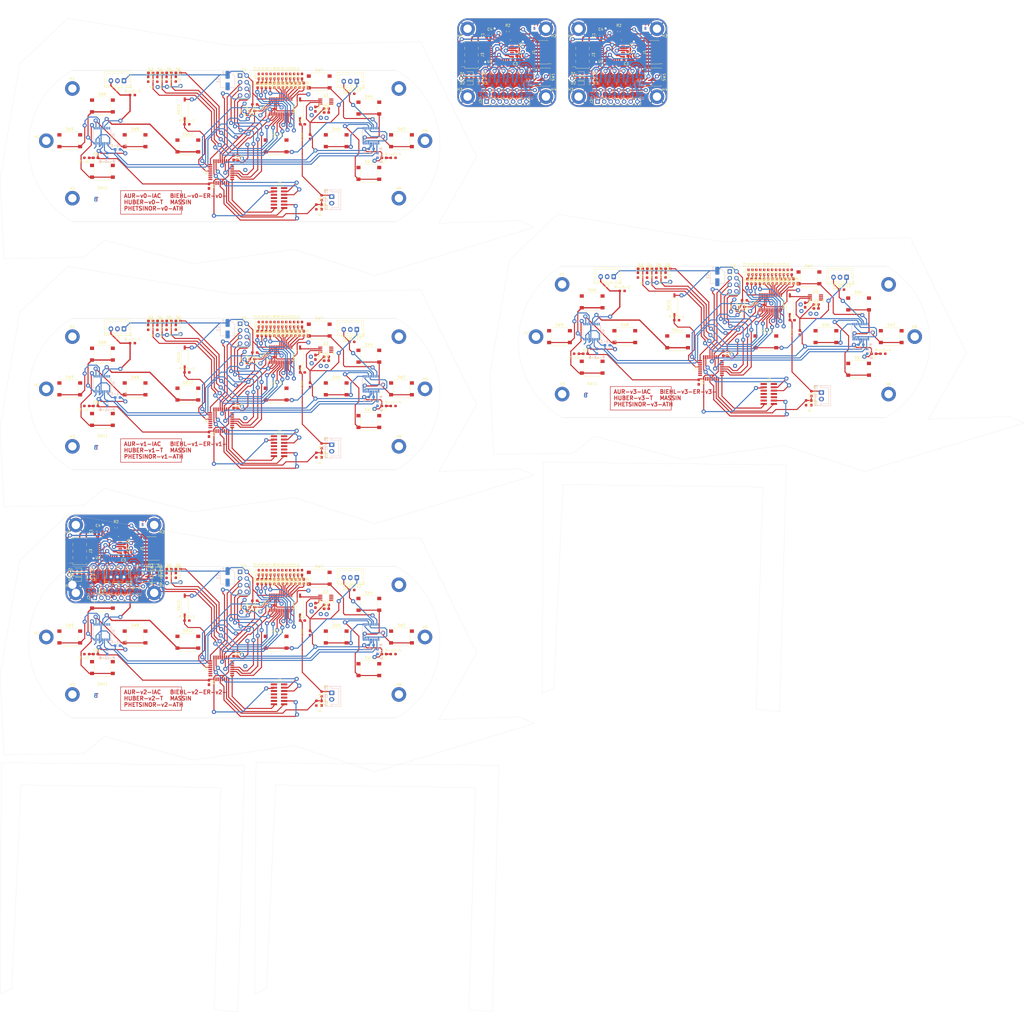
<source format=kicad_pcb>
(kicad_pcb (version 20221018) (generator pcbnew)
  (layers (0 "F.Cu" signal) (31 "B.Cu" signal) (34 "B.Paste" user) (35 "F.Paste" user) (36 "B.SilkS" user "B.Silkscreen") (37 "F.SilkS" user "F.Silkscreen") (38 "B.Mask" user) (39 "F.Mask" user) (44 "Edge.Cuts" user))
  (net 0 "")
  (net 1 "Glob_Alim-v0-")
  (net 2 "GND-v0-")
  (net 3 "POWER-v0-_CHECK-v0-")
  (net 4 "L-v0-i-ion-v0-")
  (net 5 "Net-(C7-Pad1)-v0-")
  (net 6 "Net-(C8-Pad1)-v0-")
  (net 7 "Net-(U3-BP)-v0-")
  (net 8 "Net-(D2-A)-v0-")
  (net 9 "Net-(D3-K)-v0-")
  (net 10 "Net-(D3-A)-v0-")
  (net 11 "Net-(D4-K)-v0-")
  (net 12 "Net-(D4-A)-v0-")
  (net 13 "Net-(D5-K)-v0-")
  (net 14 "Net-(D5-A)-v0-")
  (net 15 "Net-(D6-K)-v0-")
  (net 16 "Net-(D6-A)-v0-")
  (net 17 "Net-(D7-K)-v0-")
  (net 18 "Net-(D7-A)-v0-")
  (net 19 "Net-(D8-K)-v0-")
  (net 20 "Net-(D8-A)-v0-")
  (net 21 "Net-(D9-K)-v0-")
  (net 22 "Net-(D9-A)-v0-")
  (net 23 "Net-(D10-K)-v0-")
  (net 24 "Net-(D10-A)-v0-")
  (net 25 "Net-(D11-K)-v0-")
  (net 26 "Net-(D11-A)-v0-")
  (net 27 "Net-(D12-K)-v0-")
  (net 28 "Net-(D12-A)-v0-")
  (net 29 "Net-(D13-K)-v0-")
  (net 30 "Net-(D13-A)-v0-")
  (net 31 "Net-(D14-K)-v0-")
  (net 32 "Net-(D14-A)-v0-")
  (net 33 "Net-(D15-K)-v0-")
  (net 34 "Net-(D15-A)-v0-")
  (net 35 "Net-(D16-K)-v0-")
  (net 36 "Net-(D16-A)-v0-")
  (net 37 "Net-(D17-K)-v0-")
  (net 38 "Net-(D17-A)-v0-")
  (net 39 "Net-(D18-K)-v0-")
  (net 40 "Net-(D18-A)-v0-")
  (net 43 "SWDIO-v0-")
  (net 44 "SWDCK-v0-")
  (net 48 "R-v0-eset_Buton -v0-")
  (net 49 "USAR-v0-T2_R-v0-X-v0-")
  (net 50 "USAR-v0-T2_TX-v0-")
  (net 51 "R-v0-")
  (net 52 "L-v0-")
  (net 53 "NES{slash}SNES_switcher-v0-")
  (net 54 "DIO{slash}EX_CL-v0-K")
  (net 55 "DIO{slash}EX_SDA-v0-")
  (net 56 "DIODE_OE-v0-")
  (net 57 "Net-(#FL-v0-G05-pwr)")
  (net 58 "A_Button-v0-")
  (net 59 "B_Button-v0-")
  (net 60 "X_Button-v0-")
  (net 61 "Y_Button-v0-")
  (net 62 "UC_Button-v0-")
  (net 63 "Order_Search-v0-")
  (net 64 "L-v0-C_Button")
  (net 65 "R-v0-C_Button")
  (net 66 "DC_Button-v0-")
  (net 67 "ST_Button-v0-")
  (net 68 "SE_Button-v0-")
  (net 73 "Pin_Clock-v0-")
  (net 74 "Digital_Out_Put-v0-")
  (net 75 "MOSI-v0-")
  (net 79 "R-v0-X{slash}TX")
  (net 81 "CSN_nR-v0-F24")
  (net 99 "Glob_Alim-v1-")
  (net 100 "GND-v1-")
  (net 101 "POWER-v1-_CHECK-v1-")
  (net 102 "L-v1-i-ion-v1-")
  (net 103 "Net-(C7-Pad1)-v1-")
  (net 104 "Net-(C8-Pad1)-v1-")
  (net 105 "Net-(U3-BP)-v1-")
  (net 106 "Net-(D2-A)-v1-")
  (net 107 "Net-(D3-K)-v1-")
  (net 108 "Net-(D3-A)-v1-")
  (net 109 "Net-(D4-K)-v1-")
  (net 110 "Net-(D4-A)-v1-")
  (net 111 "Net-(D5-K)-v1-")
  (net 112 "Net-(D5-A)-v1-")
  (net 113 "Net-(D6-K)-v1-")
  (net 114 "Net-(D6-A)-v1-")
  (net 115 "Net-(D7-K)-v1-")
  (net 116 "Net-(D7-A)-v1-")
  (net 117 "Net-(D8-K)-v1-")
  (net 118 "Net-(D8-A)-v1-")
  (net 119 "Net-(D9-K)-v1-")
  (net 120 "Net-(D9-A)-v1-")
  (net 121 "Net-(D10-K)-v1-")
  (net 122 "Net-(D10-A)-v1-")
  (net 123 "Net-(D11-K)-v1-")
  (net 124 "Net-(D11-A)-v1-")
  (net 125 "Net-(D12-K)-v1-")
  (net 126 "Net-(D12-A)-v1-")
  (net 127 "Net-(D13-K)-v1-")
  (net 128 "Net-(D13-A)-v1-")
  (net 129 "Net-(D14-K)-v1-")
  (net 130 "Net-(D14-A)-v1-")
  (net 131 "Net-(D15-K)-v1-")
  (net 132 "Net-(D15-A)-v1-")
  (net 133 "Net-(D16-K)-v1-")
  (net 134 "Net-(D16-A)-v1-")
  (net 135 "Net-(D17-K)-v1-")
  (net 136 "Net-(D17-A)-v1-")
  (net 137 "Net-(D18-K)-v1-")
  (net 138 "Net-(D18-A)-v1-")
  (net 141 "SWDIO-v1-")
  (net 142 "SWDCK-v1-")
  (net 146 "R-v1-eset_Buton -v1-")
  (net 147 "USAR-v1-T2_R-v1-X-v1-")
  (net 148 "USAR-v1-T2_TX-v1-")
  (net 149 "R-v1-")
  (net 150 "L-v1-")
  (net 151 "NES{slash}SNES_switcher-v1-")
  (net 152 "DIO{slash}EX_CL-v1-K")
  (net 153 "DIO{slash}EX_SDA-v1-")
  (net 154 "DIODE_OE-v1-")
  (net 155 "Net-(#FL-v1-G05-pwr)")
  (net 156 "A_Button-v1-")
  (net 157 "B_Button-v1-")
  (net 158 "X_Button-v1-")
  (net 159 "Y_Button-v1-")
  (net 160 "UC_Button-v1-")
  (net 161 "Order_Search-v1-")
  (net 162 "L-v1-C_Button")
  (net 163 "R-v1-C_Button")
  (net 164 "DC_Button-v1-")
  (net 165 "ST_Button-v1-")
  (net 166 "SE_Button-v1-")
  (net 171 "Pin_Clock-v1-")
  (net 172 "Digital_Out_Put-v1-")
  (net 173 "MOSI-v1-")
  (net 177 "R-v1-X{slash}TX")
  (net 179 "CSN_nR-v1-F24")
  (net 197 "Glob_Alim-v2-")
  (net 198 "GND-v2-")
  (net 199 "POWER-v2-_CHECK-v2-")
  (net 200 "L-v2-i-ion-v2-")
  (net 201 "Net-(C7-Pad1)-v2-")
  (net 202 "Net-(C8-Pad1)-v2-")
  (net 203 "Net-(U3-BP)-v2-")
  (net 204 "Net-(D2-A)-v2-")
  (net 205 "Net-(D3-K)-v2-")
  (net 206 "Net-(D3-A)-v2-")
  (net 207 "Net-(D4-K)-v2-")
  (net 208 "Net-(D4-A)-v2-")
  (net 209 "Net-(D5-K)-v2-")
  (net 210 "Net-(D5-A)-v2-")
  (net 211 "Net-(D6-K)-v2-")
  (net 212 "Net-(D6-A)-v2-")
  (net 213 "Net-(D7-K)-v2-")
  (net 214 "Net-(D7-A)-v2-")
  (net 215 "Net-(D8-K)-v2-")
  (net 216 "Net-(D8-A)-v2-")
  (net 217 "Net-(D9-K)-v2-")
  (net 218 "Net-(D9-A)-v2-")
  (net 219 "Net-(D10-K)-v2-")
  (net 220 "Net-(D10-A)-v2-")
  (net 221 "Net-(D11-K)-v2-")
  (net 222 "Net-(D11-A)-v2-")
  (net 223 "Net-(D12-K)-v2-")
  (net 224 "Net-(D12-A)-v2-")
  (net 225 "Net-(D13-K)-v2-")
  (net 226 "Net-(D13-A)-v2-")
  (net 227 "Net-(D14-K)-v2-")
  (net 228 "Net-(D14-A)-v2-")
  (net 229 "Net-(D15-K)-v2-")
  (net 230 "Net-(D15-A)-v2-")
  (net 231 "Net-(D16-K)-v2-")
  (net 232 "Net-(D16-A)-v2-")
  (net 233 "Net-(D17-K)-v2-")
  (net 234 "Net-(D17-A)-v2-")
  (net 235 "Net-(D18-K)-v2-")
  (net 236 "Net-(D18-A)-v2-")
  (net 239 "SWDIO-v2-")
  (net 240 "SWDCK-v2-")
  (net 244 "R-v2-eset_Buton -v2-")
  (net 245 "USAR-v2-T2_R-v2-X-v2-")
  (net 246 "USAR-v2-T2_TX-v2-")
  (net 247 "R-v2-")
  (net 248 "L-v2-")
  (net 249 "NES{slash}SNES_switcher-v2-")
  (net 250 "DIO{slash}EX_CL-v2-K")
  (net 251 "DIO{slash}EX_SDA-v2-")
  (net 252 "DIODE_OE-v2-")
  (net 253 "Net-(#FL-v2-G05-pwr)")
  (net 254 "A_Button-v2-")
  (net 255 "B_Button-v2-")
  (net 256 "X_Button-v2-")
  (net 257 "Y_Button-v2-")
  (net 258 "UC_Button-v2-")
  (net 259 "Order_Search-v2-")
  (net 260 "L-v2-C_Button")
  (net 261 "R-v2-C_Button")
  (net 262 "DC_Button-v2-")
  (net 263 "ST_Button-v2-")
  (net 264 "SE_Button-v2-")
  (net 269 "Pin_Clock-v2-")
  (net 270 "Digital_Out_Put-v2-")
  (net 271 "MOSI-v2-")
  (net 275 "R-v2-X{slash}TX")
  (net 277 "CSN_nR-v2-F24")
  (net 295 "Glob_Alim-v3-")
  (net 296 "GND-v3-")
  (net 297 "POWER-v3-_CHECK-v3-")
  (net 298 "L-v3-i-ion-v3-")
  (net 299 "Net-(C7-Pad1)-v3-")
  (net 300 "Net-(C8-Pad1)-v3-")
  (net 301 "Net-(U3-BP)-v3-")
  (net 302 "Net-(D2-A)-v3-")
  (net 303 "Net-(D3-K)-v3-")
  (net 304 "Net-(D3-A)-v3-")
  (net 305 "Net-(D4-K)-v3-")
  (net 306 "Net-(D4-A)-v3-")
  (net 307 "Net-(D5-K)-v3-")
  (net 308 "Net-(D5-A)-v3-")
  (net 309 "Net-(D6-K)-v3-")
  (net 310 "Net-(D6-A)-v3-")
  (net 311 "Net-(D7-K)-v3-")
  (net 312 "Net-(D7-A)-v3-")
  (net 313 "Net-(D8-K)-v3-")
  (net 314 "Net-(D8-A)-v3-")
  (net 315 "Net-(D9-K)-v3-")
  (net 316 "Net-(D9-A)-v3-")
  (net 317 "Net-(D10-K)-v3-")
  (net 318 "Net-(D10-A)-v3-")
  (net 319 "Net-(D11-K)-v3-")
  (net 320 "Net-(D11-A)-v3-")
  (net 321 "Net-(D12-K)-v3-")
  (net 322 "Net-(D12-A)-v3-")
  (net 323 "Net-(D13-K)-v3-")
  (net 324 "Net-(D13-A)-v3-")
  (net 325 "Net-(D14-K)-v3-")
  (net 326 "Net-(D14-A)-v3-")
  (net 327 "Net-(D15-K)-v3-")
  (net 328 "Net-(D15-A)-v3-")
  (net 329 "Net-(D16-K)-v3-")
  (net 330 "Net-(D16-A)-v3-")
  (net 331 "Net-(D17-K)-v3-")
  (net 332 "Net-(D17-A)-v3-")
  (net 333 "Net-(D18-K)-v3-")
  (net 334 "Net-(D18-A)-v3-")
  (net 337 "SWDIO-v3-")
  (net 338 "SWDCK-v3-")
  (net 342 "R-v3-eset_Buton -v3-")
  (net 343 "USAR-v3-T2_R-v3-X-v3-")
  (net 344 "USAR-v3-T2_TX-v3-")
  (net 345 "R-v3-")
  (net 346 "L-v3-")
  (net 347 "NES{slash}SNES_switcher-v3-")
  (net 348 "DIO{slash}EX_CL-v3-K")
  (net 349 "DIO{slash}EX_SDA-v3-")
  (net 350 "DIODE_OE-v3-")
  (net 351 "Net-(#FL-v3-G05-pwr)")
  (net 352 "A_Button-v3-")
  (net 353 "B_Button-v3-")
  (net 354 "X_Button-v3-")
  (net 355 "Y_Button-v3-")
  (net 356 "UC_Button-v3-")
  (net 357 "Order_Search-v3-")
  (net 358 "L-v3-C_Button")
  (net 359 "R-v3-C_Button")
  (net 360 "DC_Button-v3-")
  (net 361 "ST_Button-v3-")
  (net 362 "SE_Button-v3-")
  (net 367 "Pin_Clock-v3-")
  (net 368 "Digital_Out_Put-v3-")
  (net 369 "MOSI-v3-")
  (net 373 "R-v3-X{slash}TX")
  (net 375 "CSN_nR-v3-F24")
  (net 393 "+5V-v7-")
  (net 394 "GND-v7-")
  (net 395 "+3.3V-v7-")
  (net 396 "Net-(D1-K)-v7-")
  (net 398 "Net-(D3-K)-v7-")
  (net 399 "Status_LED-v7-")
  (net 400 "Data_Clock_SNES-v7-")
  (net 401 "Data_Latch_SNES-v7-")
  (net 402 "Net-(D2-K)-v7-")
  (net 403 "Serial_Data1_SNES-v7-")
  (net 404 "Serial_Data2_SNES-v7-")
  (net 405 "SPI_Chip_Select-v7-")
  (net 406 "Chip_Enable-v7-")
  (net 407 "SPI_Digital_Input-v7-")
  (net 408 "SPI_Clock-v7-")
  (net 409 "SPI_Digital_Output-v7-")
  (net 410 "IOBit_SNES-v7-")
  (net 411 "Data_Clock_STM32-v7-")
  (net 412 "Data_Latch_STM32-v7-")
  (net 413 "Appairing_Btn-v7-")
  (net 414 "Net-(U2-BP)-v7-")
  (net 415 "SWDIO-v7-")
  (net 416 "SWDCK-v7-")
  (net 419 "NRST-v7-")
  (net 420 "USART2_RX-v7-")
  (net 421 "USART2_TX-v7-")
  (net 422 "Serial_Data1_STM32-v7-")
  (net 423 "IOBit_STM32-v7-")
  (net 424 "Serial_Data2_STM32-v7-")
  (net 438 "+5V-v8-")
  (net 439 "GND-v8-")
  (net 440 "+3.3V-v8-")
  (net 441 "Net-(D1-K)-v8-")
  (net 443 "Net-(D3-K)-v8-")
  (net 444 "Status_LED-v8-")
  (net 445 "Data_Clock_SNES-v8-")
  (net 446 "Data_Latch_SNES-v8-")
  (net 447 "Net-(D2-K)-v8-")
  (net 448 "Serial_Data1_SNES-v8-")
  (net 449 "Serial_Data2_SNES-v8-")
  (net 450 "SPI_Chip_Select-v8-")
  (net 451 "Chip_Enable-v8-")
  (net 452 "SPI_Digital_Input-v8-")
  (net 453 "SPI_Clock-v8-")
  (net 454 "SPI_Digital_Output-v8-")
  (net 455 "IOBit_SNES-v8-")
  (net 456 "Data_Clock_STM32-v8-")
  (net 457 "Data_Latch_STM32-v8-")
  (net 458 "Appairing_Btn-v8-")
  (net 459 "Net-(U2-BP)-v8-")
  (net 460 "SWDIO-v8-")
  (net 461 "SWDCK-v8-")
  (net 464 "NRST-v8-")
  (net 465 "USART2_RX-v8-")
  (net 466 "USART2_TX-v8-")
  (net 467 "Serial_Data1_STM32-v8-")
  (net 468 "IOBit_STM32-v8-")
  (net 469 "Serial_Data2_STM32-v8-")
  (net 483 "+5V-v9-")
  (net 484 "GND-v9-")
  (net 485 "+3.3V-v9-")
  (net 486 "Net-(D1-K)-v9-")
  (net 488 "Net-(D3-K)-v9-")
  (net 489 "Status_LED-v9-")
  (net 490 "Data_Clock_SNES-v9-")
  (net 491 "Data_Latch_SNES-v9-")
  (net 492 "Net-(D2-K)-v9-")
  (net 493 "Serial_Data1_SNES-v9-")
  (net 494 "Serial_Data2_SNES-v9-")
  (net 495 "SPI_Chip_Select-v9-")
  (net 496 "Chip_Enable-v9-")
  (net 497 "SPI_Digital_Input-v9-")
  (net 498 "SPI_Clock-v9-")
  (net 499 "SPI_Digital_Output-v9-")
  (net 500 "IOBit_SNES-v9-")
  (net 501 "Data_Clock_STM32-v9-")
  (net 502 "Data_Latch_STM32-v9-")
  (net 503 "Appairing_Btn-v9-")
  (net 504 "Net-(U2-BP)-v9-")
  (net 505 "SWDIO-v9-")
  (net 506 "SWDCK-v9-")
  (net 509 "NRST-v9-")
  (net 510 "USART2_RX-v9-")
  (net 511 "USART2_TX-v9-")
  (net 512 "Serial_Data1_STM32-v9-")
  (net 513 "IOBit_STM32-v9-")
  (net 514 "Serial_Data2_STM32-v9-")
  (footprint "L-v3-ED_SMD:L-v3-ED_0603_1608Metric_Pad1.05x0.95mm_HandSolder" (layer "F.Cu") (at 293.763491 101.957725 -90)
    (fp_text reference "D11")
    (fp_text value "O1")
  )
  (footprint "MountingHole:MountingHole_3.2mm_M3_DIN965_Pad" (layer "F.Cu") (at 153.938491 70.132725)
    (fp_text reference "H6")
    (fp_text value "MountingHole_Pad")
  )
  (footprint "Resistor_SMD:R_0603_1608Metric_Pad0.98x0.95mm_HandSolder" (layer "F.Cu") (at 184.26875 24.25)
    (fp_text reference "R4")
    (fp_text value "1k")
  )
  (footprint "L-v1-ED_SMD:L-v1-ED_0603_1608Metric_Pad1.05x0.95mm_HandSolder" (layer "F.Cu") (at 111.113491 121.932725 -90)
    (fp_text reference "D14")
    (fp_text value "O4")
  )
  (footprint "L-v3-ED_SMD:L-v3-ED_0603_1608Metric_Pad1.05x0.95mm_HandSolder" (layer "F.Cu") (at 253.438491 97.132725)
    (fp_text reference "D5")
    (fp_text value "G3")
  )
  (footprint "Connector_PinHeader_1.27mm:PinHeader_2x07_P1.27mm_Vertical_SMD" (layer "F.Cu") (at 108.063491 70.072725)
    (fp_text reference "J2")
    (fp_text value "Conn_02x07_Odd_Even")
  )
  (footprint "R-v1-esistor_SMD:R-v1-_0603_1608Metric_Pad0.98x0.95mm_HandSolder" (layer "F.Cu") (at 113.838491 118.445225 90)
    (fp_text reference "R-v1-32")
    (fp_text value "1K")
  )
  (footprint "L-v0-ED_SMD:L-v0-ED_0603_1608Metric_Pad1.05x0.95mm_HandSolder" (layer "F.Cu") (at 117.538491 26.932725 -90)
    (fp_text reference "D18")
    (fp_text value "R-v0-4")
  )
  (footprint "R-v0-esistor_SMD:R-v0-_0603_1608Metric_Pad0.98x0.95mm_HandSolder" (layer "F.Cu") (at 124.338491 69.932725 -90)
    (fp_text reference "R-v0-9")
    (fp_text value "1M")
  )
  (footprint "Capacitor_SMD:C_0603_1608Metric_Pad1.08x0.95mm_HandSolder" (layer "F.Cu") (at 37.55 197.75 90)
    (fp_text reference "C1")
    (fp_text value "10u")
  )
  (footprint "Button_Switch_SMD:SW_DIP_SPSTx01_Slide_Copal_CHS-01B_W7.62mm_P1.27mm" (layer "F.Cu") (at 71.938491 36.132725 90)
    (fp_text reference "SW10")
    (fp_text value "SW_DIP_x01")
  )
  (footprint "MountingHole:MountingHole_3.2mm_M3_DIN965_Pad" (layer "F.Cu") (at 222.75 31.25)
    (fp_text reference "H3")
    (fp_text value "MountingHole_Pad")
  )
  (footprint "Capacitor_SMD:C_0603_1608Metric_Pad1.08x0.95mm_HandSolder" (layer "F.Cu") (at 49.01 204.8025 90)
    (fp_text reference "C2")
    (fp_text value "100n")
  )
  (footprint "Capacitor_SMD:C_0603_1608Metric_Pad1.08x0.95mm_HandSolder" (layer "F.Cu") (at 187.55 7.75 90)
    (fp_text reference "C1")
    (fp_text value "10u")
  )
  (footprint "Button_Switch_SMD:SW_SPST_B3S-1000" (layer "F.Cu") (at 208.75 23.75 180)
    (fp_text reference "SW1")
    (fp_text value "SW_SPST")
  )
  (footprint "L-v2-ED_SMD:L-v2-ED_0603_1608Metric_Pad1.05x0.95mm_HandSolder" (layer "F.Cu") (at 109.513491 216.932725 -90)
    (fp_text reference "D13")
    (fp_text value "O3")
  )
  (footprint "L-v2-ED_SMD:L-v2-ED_0603_1608Metric_Pad1.05x0.95mm_HandSolder" (layer "F.Cu") (at 111.113491 216.932725 -90)
    (fp_text reference "D14")
    (fp_text value "O4")
  )
  (footprint "R-v3-esistor_SMD:R-v3-_0603_1608Metric_Pad0.98x0.95mm_HandSolder" (layer "F.Cu") (at 256.038491 99.557725 -90)
    (fp_text reference "R-v3-22")
    (fp_text value "1K")
  )
  (footprint "L-v3-ED_SMD:L-v3-ED_0603_1608Metric_Pad1.05x0.95mm_HandSolder" (layer "F.Cu") (at 249.938491 97.132725)
    (fp_text reference "D4")
    (fp_text value "G2")
  )
  (footprint "Button_Switch_SMD:SW_SPST_B3S-1000" (layer "F.Cu") (at 142.438491 225.632725)
    (fp_text reference "SW4")
    (fp_text value "SW_Push")
  )
  (footprint "Button_Switch_SMD:SW_SPST_B3S-1000" (layer "F.Cu") (at 52.938491 238.132725)
    (fp_text reference "SW8")
    (fp_text value "SW_Push")
  )
  (footprint "MountingHole:MountingHole_3.2mm_M3_DIN965_Pad" (layer "F.Cu") (at 153.938491 165.132725)
    (fp_text reference "H6")
    (fp_text value "MountingHole_Pad")
  )
  (footprint "Capacitor_SMD:C_0603_1608Metric_Pad1.08x0.95mm_HandSolder" (layer "F.Cu") (at 90.638491 54.604725 -90)
    (fp_text reference "C3")
    (fp_text value "100n")
  )
  (footprint "L-v3-ED_SMD:L-v3-ED_0603_1608Metric_Pad1.05x0.95mm_HandSolder" (layer "F.Cu") (at 305.038491 101.932725 -90)
    (fp_text reference "D18")
    (fp_text value "R-v3-4")
  )
  (footprint "Button_Switch_SMD:SW_SPST_B3S-1000" (layer "F.Cu") (at 294.438491 125.132725)
    (fp_text reference "SW13")
    (fp_text value "SW_Push")
  )
  (footprint "L-v0-ED_SMD:L-v0-ED_0603_1608Metric_Pad1.05x0.95mm_HandSolder" (layer "F.Cu") (at 106.263491 26.957725 -90)
    (fp_text reference "D11")
    (fp_text value "O1")
  )
  (footprint "Button_Switch_SMD:SW_SPST_B3S-1000" (layer "F.Cu") (at 106.938491 50.132725)
    (fp_text reference "SW13")
    (fp_text value "SW_Push")
  )
  (footprint "R-v3-esistor_SMD:R-v3-_0603_1608Metric_Pad0.98x0.95mm_HandSolder" (layer "F.Cu") (at 248.963491 99.632725 -90)
    (fp_text reference "R-v3-20")
    (fp_text value "1K")
  )
  (footprint "MountingHole:MountingHole_3.2mm_M3_DIN965_Pad" (layer "F.Cu") (at 153.938491 123.132725)
    (fp_text reference "H4")
    (fp_text value "MountingHole_Pad")
  )
  (footprint "Capacitor_SMD:C_0603_1608Metric_Pad1.08x0.95mm_HandSolder" (layer "F.Cu") (at 124.338491 73.470225 -90)
    (fp_text reference "C2")
    (fp_text value "1nF")
  )
  (footprint "Package_SO:TSSOP-28_4.4x9.7mm_P0.65mm" (layer "F.Cu") (at 108.672491 35.046725 90)
    (fp_text reference "U4")
    (fp_text value "PCA9685PW")
  )
  (footprint "L-v1-ED_SMD:L-v1-ED_0603_1608Metric_Pad1.05x0.95mm_HandSolder" (layer "F.Cu") (at 65.938491 117.132725)
    (fp_text reference "D5")
    (fp_text value "G3")
  )
  (footprint "L-v3-ED_SMD:L-v3-ED_0603_1608Metric_Pad1.05x0.95mm_HandSolder" (layer "F.Cu") (at 301.813491 101.932725 -90)
    (fp_text reference "D16")
    (fp_text value "R-v3-2")
  )
  (footprint "Button_Switch_SMD:SW_SPST_B3S-1000" (layer "F.Cu") (at 142.438491 155.632725)
    (fp_text reference "SW3")
    (fp_text value "SW_Push")
  )
  (footprint "MountingHole:MountingHole_3.2mm_M3_DIN965_Pad" (layer "F.Cu") (at 206.438491 123.132725)
    (fp_text reference "H2")
    (fp_text value "MountingHole_Pad")
  )
  (footprint "MountingHole:MountingHole_3.2mm_M3_DIN965_Pad" (layer "F.Cu") (at 210.25 31.25)
    (fp_text reference "H4")
    (fp_text value "MountingHole_Pad")
  )
  (footprint "L-v2-ED_SMD:L-v2-ED_0603_1608Metric_Pad1.05x0.95mm_HandSolder" (layer "F.Cu") (at 62.438491 212.132725)
    (fp_text reference "D4")
    (fp_text value "G2")
  )
  (footprint "Package_SO:MSOP-8_3x3mm_P0.65mm" (layer "F.Cu") (at 313.438491 108.132725)
    (fp_text reference "U3")
    (fp_text value "MIC5219-3.3YMM")
  )
  (footprint "Button_Switch_SMD:SW_SPST_B3S-1000" (layer "F.Cu") (at 73.148491 50.132725)
    (fp_text reference "SW12")
    (fp_text value "SW_Push")
  )
  (footprint "Package_QFP:L-v0-QFP-32_7x7mm_P0.8mm" (layer "F.Cu") (at 85.938491 60.132725 90)
    (fp_text reference "U1")
    (fp_text value "STM32L-v0-412KBTx")
  )
  (footprint "Resistor_SMD:R_0603_1608Metric_Pad0.98x0.95mm_HandSolder" (layer "F.Cu") (at 34.26875 212.45)
    (fp_text reference "R1")
    (fp_text value "1k")
  )
  (footprint "Diode_SMD:D_0603_1608Metric_Pad1.05x0.95mm_HandSolder" (layer "F.Cu") (at 223.26875 26.05 180)
    (fp_text reference "D2")
    (fp_text value "LED_Small")
  )
  (footprint "R-v2-esistor_SMD:R-v2-_0603_1608Metric_Pad0.98x0.95mm_HandSolder" (layer "F.Cu") (at 135.938491 220.132725)
    (fp_text reference "R-v2-13")
    (fp_text value "1K")
  )
  (footprint "Button_Switch_SMD:SW_SPST_B3S-1000" (layer "F.Cu") (at 40.438491 249.832725)
    (fp_text reference "SW11")
    (fp_text value "SW_Push")
  )
  (footprint "L-v1-ED_SMD:L-v1-ED_0603_1608Metric_Pad1.05x0.95mm_HandSolder" (layer "F.Cu") (at 62.438491 117.132725)
    (fp_text reference "D4")
    (fp_text value "G2")
  )
  (footprint "Diode_SMD:D_0603_1608Metric_Pad1.05x0.95mm_HandSolder" (layer "F.Cu") (at 223.26875 24.25 180)
    (fp_text reference "D3")
    (fp_text value "LED")
  )
  (footprint "MountingHole:MountingHole_3.2mm_M3_DIN965_Pad" (layer "F.Cu") (at 60.25 221.25)
    (fp_text reference "H4")
    (fp_text value "MountingHole_Pad")
  )
  (footprint "Button_Switch_SMD:SW_SPST_B3S-1000" (layer "F.Cu") (at 310.938491 100.632725)
    (fp_text reference "SW7")
    (fp_text value "SW_SPST")
  )
  (footprint "R-v1-esistor_SMD:R-v1-_0603_1608Metric_Pad0.98x0.95mm_HandSolder" (layer "F.Cu") (at 100.338491 118.445225 90)
    (fp_text reference "R-v1-23")
    (fp_text value "1K")
  )
  (footprint "L-v1-ED_SMD:L-v1-ED_0603_1608Metric_Pad1.05x0.95mm_HandSolder" (layer "F.Cu") (at 106.263491 121.957725 -90)
    (fp_text reference "D11")
    (fp_text value "O1")
  )
  (footprint "R-v1-esistor_SMD:R-v1-_0603_1608Metric_Pad0.98x0.95mm_HandSolder" (layer "F.Cu") (at 97.748491 131.732725 180)
    (fp_text reference "R-v1-11")
    (fp_text value "10K")
  )
  (footprint "L-v1-ED_SMD:L-v1-ED_0603_1608Metric_Pad1.05x0.95mm_HandSolder" (layer "F.Cu") (at 107.898491 121.945225 -90)
    (fp_text reference "D12")
    (fp_text value "O2")
  )
  (footprint "Capacitor_SMD:C_0603_1608Metric_Pad1.08x0.95mm_HandSolder" (layer "F.Cu") (at 119.933491 236.615225 -90)
    (fp_text reference "C10")
    (fp_text value "100nF")
  )
  (footprint "R-v2-esistor_SMD:R-v2-_0603_1608Metric_Pad0.98x0.95mm_HandSolder" (layer "F.Cu") (at 34.446467 244.682725 180)
    (fp_text reference "R-v2-7")
    (fp_text value "1k")
  )
  (footprint "R-v0-esistor_SMD:R-v0-_0603_1608Metric_Pad0.98x0.95mm_HandSolder" (layer "F.Cu") (at 64.988491 24.607725 -90)
    (fp_text reference "R-v0-21")
    (fp_text value "1K")
  )
  (footprint "R-v1-esistor_SMD:R-v1-_0603_1608Metric_Pad0.98x0.95mm_HandSolder" (layer "F.Cu") (at 112.338491 118.445225 90)
    (fp_text reference "R-v1-31")
    (fp_text value "1K")
  )
  (footprint "R-v1-esistor_SMD:R-v1-_0603_1608Metric_Pad0.98x0.95mm_HandSolder" (layer "F.Cu") (at 106.338491 118.445225 90)
    (fp_text reference "R-v1-27")
    (fp_text value "1K")
  )
  (footprint "Capacitor_SMD:C_0603_1608Metric_Pad1.08x0.95mm_HandSolder" (layer "F.Cu") (at 37.846467 54.682725)
    (fp_text reference "C8")
    (fp_text value "100nF")
  )
  (footprint "Resistor_SMD:R_0603_1608Metric_Pad0.98x0.95mm_HandSolder" (layer "F.Cu") (at 226.76875 24.25)
    (fp_text reference "R4")
    (fp_text value "1k")
  )
  (footprint "R-v1-esistor_SMD:R-v1-_0603_1608Metric_Pad0.98x0.95mm_HandSolder" (layer "F.Cu") (at 98.748491 129.232725 180)
    (fp_text reference "R-v1-16")
    (fp_text value "10K")
  )
  (footprint "Capacitor_SMD:C_0603_1608Metric_Pad1.08x0.95mm_HandSolder" (layer "F.Cu") (at 119.933491 46.615225 -90)
    (fp_text reference "C10")
    (fp_text value "100nF")
  )
  (footprint "R-v1-esistor_SMD:R-v1-_0603_1608Metric_Pad0.98x0.95mm_HandSolder" (layer "F.Cu") (at 51.938491 125.632725)
    (fp_text reference "R-v1-2")
    (fp_text value "1K")
  )
  (footprint "Capacitor_SMD:C_0603_1608Metric_Pad1.08x0.95mm_HandSolder" (layer "F.Cu") (at 121.988491 226.032725 -90)
    (fp_text reference "C9")
    (fp_text value "470p")
  )
  (footprint "L-v2-ED_SMD:L-v2-ED_0603_1608Metric_Pad1.05x0.95mm_HandSolder" (layer "F.Cu") (at 65.938491 212.132725)
    (fp_text reference "D5")
    (fp_text value "G3")
  )
  (footprint "Connector_PinHeader_1.27mm:PinHeader_2x07_P1.27mm_Vertical_SMD" (layer "F.Cu") (at 108.063491 165.072725)
    (fp_text reference "J2")
    (fp_text value "Conn_02x07_Odd_Even")
  )
  (footprint "R-v1-esistor_SMD:R-v1-_0603_1608Metric_Pad0.98x0.95mm_HandSolder" (layer "F.Cu") (at 104.838491 118.445225 90)
    (fp_text reference "R-v1-26")
    (fp_text value "1K")
  )
  (footprint "Capacitor_SMD:C_0603_1608Metric_Pad1.08x0.95mm_HandSolder" (layer "F.Cu") (at 198.5025 17.19)
    (fp_text reference "C3")
    (fp_text value "100n")
  )
  (footprint "Diode_SMD:D_0603_1608Metric_Pad1.05x0.95mm_HandSolder" (layer "F.Cu") (at 30.76875 214.25 180)
    (fp_text reference "D3")
    (fp_text value "LED")
  )
  (footprint "Capacitor_SMD:C_0603_1608Metric_Pad1.08x0.95mm_HandSolder" (layer "F.Cu") (at 278.138491 129.604725 -90)
    (fp_text reference "C3")
    (fp_text value "100n")
  )
  (footprint "Button_Switch_SMD:SW_SPST_B3S-1000" (layer "F.Cu") (at 129.938491 238.132725)
    (fp_text reference "SW5")
    (fp_text value "SW_Push")
  )
  (footprint "Button_Switch_SMD:SW_SPST_B3S-1000" (layer "F.Cu") (at 342.438491 123.132725)
    (fp_text reference "SW2")
    (fp_text value "SW_Push")
  )
  (footprint "Button_Switch_SMD:SW_SPST_B3S-1000" (layer "F.Cu") (at 215.438491 123.132725)
    (fp_text reference "SW9")
    (fp_text value "SW_Push")
  )
  (footprint "Capacitor_SMD:C_0603_1608Metric_Pad1.08x0.95mm_HandSolder" (layer "F.Cu") (at 81.240491 160.526725 -90)
    (fp_text reference "C5")
    (fp_text value "100n")
  )
  (footprint "Button_Switch_SMD:SW_SPST_B3S-1000" (layer "F.Cu") (at 40.438491 224.832725)
    (fp_text reference "SW6")
    (fp_text value "SW_Push")
  )
  (footprint "MountingHole:MountingHole_3.2mm_M3_DIN965_Pad" (layer "F.Cu") (at 30.25 195.25)
    (fp_text reference "H1")
    (fp_text value "MountingHole_Pad")
  )
  (footprint "MountingHole:MountingHole_3.2mm_M3_DIN965_Pad" (layer "F.Cu") (at 210.25 5.25)
    (fp_text reference "H2")
    (fp_text value "MountingHole_Pad")
  )
  (footprint "Capacitor_SMD:C_0603_1608Metric_Pad1.08x0.95mm_HandSolder" (layer "F.Cu") (at 241.0025 17.19)
    (fp_text reference "C3")
    (fp_text value "100n")
  )
  (footprint "MountingHole:MountingHole_3.2mm_M3_DIN965_Pad" (layer "F.Cu") (at 351.438491 123.132725)
    (fp_text reference "H5")
    (fp_text value "MountingHole_Pad")
  )
  (footprint "MountingHole:MountingHole_3.2mm_M3_DIN965_Pad" (layer "F.Cu") (at 28.938491 28.132725)
    (fp_text reference "H1")
    (fp_text value "MountingHole_Pad")
  )
  (footprint "Diode_SMD:D_0603_1608Metric_Pad1.05x0.95mm_HandSolder" (layer "F.Cu") (at 30.76875 216.05 180)
    (fp_text reference "D2")
    (fp_text value "LED_Small")
  )
  (footprint "R-v1-esistor_SMD:R-v1-_0603_1608Metric_Pad0.98x0.95mm_HandSolder" (layer "F.Cu") (at 68.538491 119.557725 -90)
    (fp_text reference "R-v1-22")
    (fp_text value "1K")
  )
  (footprint "R-v1-esistor_SMD:R-v1-_0603_1608Metric_Pad0.98x0.95mm_HandSolder" (layer "F.Cu") (at 109.338491 118.445225 90)
    (fp_text reference "R-v1-29")
    (fp_text value "1K")
  )
  (footprint "MountingHole:MountingHole_3.2mm_M3_DIN965_Pad" (layer "F.Cu") (at 18.938491 48.132725)
    (fp_text reference "H2")
    (fp_text value "MountingHole_Pad")
  )
  (footprint "MountingHole:MountingHole_3.2mm_M3_DIN965_Pad" (layer "F.Cu") (at 153.938491 218.132725)
    (fp_text reference "H4")
    (fp_text value "MountingHole_Pad")
  )
  (footprint "MountingHole:MountingHole_3.2mm_M3_DIN965_Pad" (layer "F.Cu") (at 180.25 31.25)
    (fp_text reference "H3")
    (fp_text value "MountingHole_Pad")
  )
  (footprint "Button_Switch_SMD:SW_DIP_SPSTx01_Slide_Copal_CHS-01B_W7.62mm_P1.27mm" (layer "F.Cu") (at 303.608491 111.132725 90)
    (fp_text reference "SW1")
    (fp_text value "SW_DIP_x01")
  )
  (footprint "Button_Switch_SMD:SW_SPST_B3S-1000" (layer "F.Cu") (at 58.75 213.75 180)
    (fp_text reference "SW1")
    (fp_text value "SW_SPST")
  )
  (footprint "L-v2-ED_SMD:L-v2-ED_0603_1608Metric_Pad1.05x0.95mm_HandSolder" (layer "F.Cu") (at 126.198491 227.332725)
    (fp_text reference "D2")
    (fp_text value "L-v2-ED_Small")
  )
  (footprint "Button_Switch_SMD:SW_SPST_B3S-1000" (layer "F.Cu") (at 317.438491 123.132725)
    (fp_text reference "SW5")
    (fp_text value "SW_Push")
  )
  (footprint "L-v0-ED_SMD:L-v0-ED_0603_1608Metric_Pad1.05x0.95mm_HandSolder" (layer "F.Cu") (at 109.513491 26.932725 -90)
    (fp_text reference "D13")
    (fp_text value "O3")
  )
  (footprint "R-v0-esistor_SMD:R-v0-_0603_1608Metric_Pad0.98x0.95mm_HandSolder" (layer "F.Cu") (at 109.338491 23.445225 90)
    (fp_text reference "R-v0-29")
    (fp_text value "1K")
  )
  (footprint "R-v0-esistor_SMD:R-v0-_0603_1608Metric_Pad0.98x0.95mm_HandSolder" (layer "F.Cu") (at 68.538491 24.557725 -90)
    (fp_text reference "R-v0-22")
    (fp_text value "1K")
  )
  (footprint "Package_QFP:LQFP-32_7x7mm_P0.8mm" (layer "F.Cu") (at 193.1 13.15 180)
    (fp_text reference "U1")
    (fp_text value "STM32L412KBTx")
  )
  (footprint "R-v2-esistor_SMD:R-v2-_0603_1608Metric_Pad0.98x0.95mm_HandSolder" (layer "F.Cu") (at 64.988491 214.607725 -90)
    (fp_text reference "R-v2-21")
    (fp_text value "1K")
  )
  (footprint "MountingHole:MountingHole_3.2mm_M3_DIN965_Pad" (layer "F.Cu") (at 28.938491 165.132725)
    (fp_text reference "H3")
    (fp_text value "MountingHole_Pad")
  )
  (footprint "MountingHole:MountingHole_3.2mm_M3_DIN965_Pad" (layer "F.Cu") (at 222.75 5.25)
    (fp_text reference "H1")
    (fp_text value "MountingHole_Pad")
  )
  (footprint "Capacitor_SMD:C_0603_1608Metric_Pad1.08x0.95mm_HandSolder" (layer "F.Cu") (at 335.750515 129.682725 180)
    (fp_text reference "C7")
    (fp_text value "100nF")
  )
  (footprint "R-v1-esistor_SMD:R-v1-_0603_1608Metric_Pad0.98x0.95mm_HandSolder" (layer "F.Cu") (at 107.838491 118.445225 90)
    (fp_text reference "R-v1-28")
    (fp_text value "1K")
  )
  (footprint "L-v2-ED_SMD:L-v2-ED_0603_1608Metric_Pad1.05x0.95mm_HandSolder" (layer "F.Cu") (at 69.438491 212.132725)
    (fp_text reference "D6")
    (fp_text value "G4")
  )
  (footprint "Package_QFP:LQFP-32_7x7mm_P0.8mm" (layer "F.Cu") (at 43.1 203.15 180)
    (fp_text reference "U1")
    (fp_text value "STM32L412KBTx")
  )
  (footprint "Capacitor_SMD:C_0603_1608Metric_Pad1.08x0.95mm_HandSolder" (layer "F.Cu") (at 37.846467 149.682725)
    (fp_text reference "C8")
    (fp_text value "100nF")
  )
  (footprint "Capacitor_SMD:C_0603_1608Metric_Pad1.08x0.95mm_HandSolder" (layer "F.Cu") (at 231.55 7.75 90)
    (fp_text reference "C4")
    (fp_text value "100n")
  )
  (footprint "Resistor_SMD:R_0603_1608Metric_Pad0.98x0.95mm_HandSolder" (layer "F.Cu") (at 34.26875 216.05)
    (fp_text reference "R3")
    (fp_text value "1k")
  )
  (footprint "Package_SO:TSSOP-28_4.4x9.7mm_P0.65mm" (layer "F.Cu") (at 108.672491 225.046725 90)
    (fp_text reference "U4")
    (fp_text value "PCA9685PW")
  )
  (footprint "Capacitor_SMD:C_0603_1608Metric_Pad1.08x0.95mm_HandSolder" (layer "F.Cu") (at 307.433491 121.615225 -90)
    (fp_text reference "C10")
    (fp_text value "100nF")
  )
  (footprint "L-v1-ED_SMD:L-v1-ED_0603_1608Metric_Pad1.05x0.95mm_HandSolder" (layer "F.Cu") (at 109.513491 121.932725 -90)
    (fp_text reference "D13")
    (fp_text value "O3")
  )
  (footprint "L-v1-ED_SMD:L-v1-ED_0603_1608Metric_Pad1.05x0.95mm_HandSolder" (layer "F.Cu") (at 58.938491 117.132725)
    (fp_text reference "D3")
    (fp_text value "G1")
  )
  (footprint "R-v3-esistor_SMD:R-v3-_0603_1608Metric_Pad0.98x0.95mm_HandSolder" (layer "F.Cu") (at 309.838491 148.470225 -90)
    (fp_text reference "R-v3-10")
    (fp_text value "1M")
  )
  (footprint "MountingHole:MountingHole_3.2mm_M3_DIN965_Pad" (layer "F.Cu") (at 28.938491 70.132725)
    (fp_text reference "H3")
    (fp_text value "MountingHole_Pad")
  )
  (footprint "R-v0-esistor_SMD:R-v0-_0603_1608Metric_Pad0.98x0.95mm_HandSolder" (layer "F.Cu") (at 113.838491 23.445225 90)
    (fp_text reference "R-v0-32")
    (fp_text value "1K")
  )
  (footprint "Button_Switch_SMD:SW_SPST_B3S-1000" (layer "F.Cu") (at 251.25 23.75 180)
    (fp_text reference "SW1")
    (fp_text value "SW_SPST")
  )
  (footprint "R-v2-esistor_SMD:R-v2-_0603_1608Metric_Pad0.98x0.95mm_HandSolder" (layer "F.Cu") (at 101.838491 213.445225 90)
    (fp_text reference "R-v2-24")
    (fp_text value "1K")
  )
  (footprint "Capacitor_SMD:C_0603_1608Metric_Pad1.08x0.95mm_HandSolder" (layer "F.Cu") (at 117.033491 136.832725)
    (fp_text reference "C4")
    (fp_text value "1u")
  )
  (footprint "Button_Switch_SMD:SW_SPST_B3S-1000" (layer "F.Cu") (at 52.938491 143.132725)
    (fp_text reference "SW8")
    (fp_text value "SW_Push")
  )
  (footprint "R-v3-esistor_SMD:R-v3-_0603_1608Metric_Pad0.98x0.95mm_HandSolder" (layer "F.Cu") (at 311.838491 144.932725 -90)
    (fp_text reference "R-v3-9")
    (fp_text value "1M")
  )
  (footprint "R-v0-esistor_SMD:R-v0-_0603_1608Metric_Pad0.98x0.95mm_HandSolder" (layer "F.Cu") (at 97.748491 36.732725 180)
    (fp_text reference "R-v0-11")
    (fp_text value "10K")
  )
  (footprint "Connector_JST:JST_XH_B3B-XH-A_1x03_P2.50mm_Vertical" (layer "F.Cu") (at 325.342491 100.394725 180)
    (fp_text reference "J4")
    (fp_text value "Conn_01x03")
  )
  (footprint "R-v1-esistor_SMD:R-v1-_0603_1608Metric_Pad0.98x0.95mm_HandSolder" (layer "F.Cu") (at 135.938491 125.132725)
    (fp_text reference "R-v1-13")
    (fp_text value "1K")
  )
  (footprint "Diode_SMD:D_0603_1608Metric_Pad1.05x0.95mm_HandSolder" (layer "F.Cu") (at 180.76875 26.05 180)
    (fp_text reference "D2")
    (fp_text value "LED_Small")
  )
  (footprint "R-v2-esistor_SMD:R-v2-_0603_1608Metric_Pad0.98x0.95mm_HandSolder" (layer "F.Cu") (at 107.838491 213.445225 90)
    (fp_text reference "R-v2-28")
    (fp_text value "1K")
  )
  (footprint "Capacitor_SMD:C_0603_1608Metric_Pad1.08x0.95mm_HandSolder" (layer "F.Cu") (at 92.162491 149.604725 -90)
    (fp_text reference "C6")
    (fp_text value "10u")
  )
  (footprint "Capacitor_SMD:C_0603_1608Metric_Pad1.08x0.95mm_HandSolder" (layer "F.Cu") (at 81.240491 255.526725 -90)
    (fp_text reference "C5")
    (fp_text value "100n")
  )
  (footprint "L-v2-ED_SMD:L-v2-ED_0603_1608Metric_Pad1.05x0.95mm_HandSolder" (layer "F.Cu") (at 114.313491 216.932725 -90)
    (fp_text reference "D16")
    (fp_text value "R-v2-2")
  )
  (footprint "R-v3-esistor_SMD:R-v3-_0603_1608Metric_Pad0.98x0.95mm_HandSolder" (layer "F.Cu") (at 296.838491 98.445225 90)
    (fp_text reference "R-v3-29")
    (fp_text value "1K")
  )
  (footprint "L-v2-ED_SMD:L-v2-ED_0603_1608Metric_Pad1.05x0.95mm_HandSolder" (layer "F.Cu") (at 104.663491 216.957725 -90)
    (fp_text reference "D10")
    (fp_text value "G8")
  )
  (footprint "L-v3-ED_SMD:L-v3-ED_0603_1608Metric_Pad1.05x0.95mm_HandSolder" (layer "F.Cu") (at 290.563491 101.957725 -90)
    (fp_text reference "D9")
    (fp_text value "G7")
  )
  (footprint "Connector_PinSocket_2.54mm:PinSocket_2x04_P2.54mm_Vertical_SMD" (layer "F.Cu") (at 181.75 15.25 180)
    (fp_text reference "J3")
    (fp_text value "Conn_01x08_Socket")
  )
  (footprint "Connector_PinHeader_2.54mm:PinHeader_1x07_P2.54mm_Vertical" (layer "F.Cu") (at 230 33.15 90)
    (fp_text reference "J2")
    (fp_text value "Conn_01x07_Socket")
  )
  (footprint "Capacitor_SMD:C_0603_1608Metric_Pad1.08x0.95mm_HandSolder" (layer "F.Cu") (at 121.988491 131.032725 -90)
    (fp_text reference "C9")
    (fp_text value "470p")
  )
  (footprint "R-v1-esistor_SMD:R-v1-_0603_1608Metric_Pad0.98x0.95mm_HandSolder" (layer "F.Cu") (at 96.748491 133.232725)
    (fp_text reference "R-v1-14")
    (fp_text value "10K")
  )
  (footprint "Button_Switch_SMD:SW_SPST_B3S-1000" (layer "F.Cu") (at 27.938491 238.132725)
    (fp_text reference "SW9")
    (fp_text value "SW_Push")
  )
  (footprint "Connector_PinHeader_1.27mm:PinHeader_2x07_P1.27mm_Vertical_SMD" (layer "F.Cu") (at 59.25 204.25 180)
    (fp_text reference "J1")
    (fp_text value "Conn_02x07_Odd_Even")
  )
  (footprint "Button_Switch_SMD:SW_DIP_SPSTx01_Slide_Copal_CHS-01B_W7.62mm_P1.27mm" (layer "F.Cu") (at 116.108491 226.132725 90)
    (fp_text reference "SW1")
    (fp_text value "SW_DIP_x01")
  )
  (footprint "Connector_PinHeader_2.54mm:PinHeader_1x07_P2.54mm_Vertical" (layer "F.Cu") (at 37.5 223.15 90)
    (fp_text reference "J2")
    (fp_text value "Conn_01x07_Socket")
  )
  (footprint "Capacitor_SMD:C_0603_1608Metric_Pad1.08x0.95mm_HandSolder" (layer "F.Cu") (at 311.838491 148.470225 -90)
    (fp_text reference "C2")
    (fp_text value "1nF")
  )
  (footprint "Capacitor_SMD:C_0603_1608Metric_Pad1.08x0.95mm_HandSolder" (layer "F.Cu") (at 309.488491 111.032725 -90)
    (fp_text reference "C9")
    (fp_text value "470p")
  )
  (footprint "MountingHole:MountingHole_3.2mm_M3_DIN965_Pad" (layer "F.Cu") (at 216.438491 103.132725)
    (fp_text reference "H1")
    (fp_text value "MountingHole_Pad")
  )
  (footprint "Connector_PinHeader_2.54mm:PinHeader_2x04_P2.54mm_Vertical" (layer "F.Cu") (at 93.138491 23.192725)
    (fp_text reference "U2")
    (fp_text value "nR-v0-F24_Full")
  )
  (footprint "L-v0-ED_SMD:L-v0-ED_0603_1608Metric_Pad1.05x0.95mm_HandSolder" (layer "F.Cu") (at 58.938491 22.132725)
    (fp_text reference "D3")
    (fp_text value "G1")
  )
  (footprint "Button_Switch_SMD:SW_DIP_SPSTx01_Slide_Copal_CHS-01B_W7.62mm_P1.27mm" (layer "F.Cu") (at 259.438491 111.132725 90)
    (fp_text reference "SW10")
    (fp_text value "SW_DIP_x01")
  )
  (footprint "L-v2-ED_SMD:L-v2-ED_0603_1608Metric_Pad1.05x0.95mm_HandSolder" (layer "F.Cu") (at 117.538491 216.932725 -90)
    (fp_text reference "D18")
    (fp_text value "R-v2-4")
  )
  (footprint "R-v2-esistor_SMD:R-v2-_0603_1608Metric_Pad0.98x0.95mm_HandSolder" (layer "F.Cu") (at 98.748491 224.232725 180)
    (fp_text reference "R-v2-16")
    (fp_text value "10K")
  )
  (footprint "L-v0-ED_SMD:L-v0-ED_0603_1608Metric_Pad1.05x0.95mm_HandSolder" (layer "F.Cu") (at 104.663491 26.957725 -90)
    (fp_text reference "D10")
    (fp_text value "G8")
  )
  (footprint "Resistor_SMD:R_0603_1608Metric_Pad0.98x0.95mm_HandSolder" (layer "F.Cu") (at 184.26875 26.05)
    (fp_text reference "R3")
    (fp_text value "1k")
  )
  (footprint "R-v3-esistor_SMD:R-v3-_0603_1608Metric_Pad0.98x0.95mm_HandSolder" (layer "F.Cu") (at 302.838491 98.445225 90)
    (fp_text reference "R-v3-33")
    (fp_text value "1K")
  )
  (footprint "MountingHole:MountingHole_3.2mm_M3_DIN965_Pad" (layer "F.Cu") (at 252.75 5.25)
    (fp_text reference "H2")
    (fp_text value "MountingHole_Pad")
  )
  (footprint "R-v0-esistor_SMD:R-v0-_0603_1608Metric_Pad0.98x0.95mm_HandSolder" (layer "F.Cu") (at 116.838491 23.445225 90)
    (fp_text reference "R-v0-34")
    (fp_text value "1K")
  )
  (footprint "R-v1-esistor_SMD:R-v1-_0603_1608Metric_Pad0.98x0.95mm_HandSolder" (layer "F.Cu") (at 151.750515 149.682725)
    (fp_text reference "R-v1-4")
    (fp_text value "1k")
  )
  (footprint "Button_Switch_SMD:SW_SPST_B3S-1000" (layer "F.Cu") (at 52.938491 48.132725)
    (fp_text reference "SW8")
    (fp_text value "SW_Push")
  )
  (footprint "Connector_JST:JST_XH_B3B-XH-A_1x03_P2.50mm_Vertical" (layer "F.Cu") (at 137.842491 25.394725 180)
    (fp_text reference "J4")
    (fp_text value "Conn_01x03")
  )
  (footprint "Button_Switch_SMD:SW_SPST_B3S-1000" (layer "F.Cu") (at 123.438491 120.632725)
    (fp_text reference "SW7")
    (fp_text value "SW_SPST")
  )
  (footprint "R-v0-esistor_SMD:R-v0-_0603_1608Metric_Pad0.98x0.95mm_HandSolder" (layer "F.Cu") (at 126.198491 35.808725)
    (fp_text reference "R-v0-3")
    (fp_text value "1K")
  )
  (footprint "R-v2-esistor_SMD:R-v2-_0603_1608Metric_Pad0.98x0.95mm_HandSolder" (layer "F.Cu") (at 68.538491 214.557725 -90)
    (fp_text reference "R-v2-22")
    (fp_text value "1K")
  )
  (footprint "R-v1-esistor_SMD:R-v1-_0603_1608Metric_Pad0.98x0.95mm_HandSolder" (layer "F.Cu") (at 61.463491 119.632725 -90)
    (fp_text reference "R-v1-20")
    (fp_text value "1K")
  )
  (footprint "L-v2-ED_SMD:L-v2-ED_0603_1608Metric_Pad1.05x0.95mm_HandSolder" (layer "F.Cu") (at 112.713491 216.932725 -90)
    (fp_text reference "D15")
    (fp_text value "R-v2-1")
  )
  (footprint "R-v0-esistor_SMD:R-v0-_0603_1608Metric_Pad0.98x0.95mm_HandSolder" (layer "F.Cu") (at 57.963491 24.607725 -90)
    (fp_text reference "R-v0-18")
    (fp_text value "1K")
  )
  (footprint "R-v0-esistor_SMD:R-v0-_0603_1608Metric_Pad0.98x0.95mm_HandSolder" (layer "F.Cu") (at 61.463491 24.632725 -90)
    (fp_text reference "R-v0-20")
    (fp_text value "1K")
  )
  (footprint "R-v2-esistor_SMD:R-v2-_0603_1608Metric_Pad0.98x0.95mm_HandSolder" (layer "F.Cu") (at 104.838491 213.445225 90)
    (fp_text reference "R-v2-26")
    (fp_text value "1K")
  )
  (footprint "R-v2-esistor_SMD:R-v2-_0603_1608Metric_Pad0.98x0.95mm_HandSolder" (layer "F.Cu") (at 126.198491 225.808725)
    (fp_text reference "R-v2-3")
    (fp_text value "1K")
  )
  (footprint "L-v0-ED_SMD:L-v0-ED_0603_1608Metric_Pad1.05x0.95mm_HandSolder" (layer "F.Cu") (at 99.863491 26.957725 -90)
    (fp_text reference "D7")
    (fp_text value "G5")
  )
  (footprint "R-v3-esistor_SMD:R-v3-_0603_1608Metric_Pad0.98x0.95mm_HandSolder" (layer "F.Cu") (at 293.838491 98.445225 90)
    (fp_text reference "R-v3-27")
    (fp_text value "1K")
  )
  (footprint "Resistor_SMD:R_0603_1608Metric_Pad0.98x0.95mm_HandSolder" (layer "F.Cu") (at 195.67 6.32 90)
    (fp_text reference "R2")
    (fp_text value "10k")
  )
  (footprint "Package_QFP:L-v3-QFP-32_7x7mm_P0.8mm" (layer "F.Cu") (at 273.438491 135.132725 90)
    (fp_text reference "U1")
    (fp_text value "STM32L-v3-412KBTx")
  )
  (footprint "Capacitor_SMD:C_0603_1608Metric_Pad1.08x0.95mm_HandSolder" (layer "F.Cu") (at 124.338491 263.470225 -90)
    (fp_text reference "C2")
    (fp_text value "1nF")
  )
  (footprint "L-v3-ED_SMD:L-v3-ED_0603_1608Metric_Pad1.05x0.95mm_HandSolder" (layer "F.Cu") (at 256.938491 97.132725)
    (fp_text reference "D6")
    (fp_text value "G4")
  )
  (footprint "Capacitor_SMD:C_0603_1608Metric_Pad1.08x0.95mm_HandSolder" (layer "F.Cu") (at 90.638491 244.604725 -90)
    (fp_text reference "C3")
    (fp_text value "100n")
  )
  (footprint "R-v3-esistor_SMD:R-v3-_0603_1608Metric_Pad0.98x0.95mm_HandSolder" (layer "F.Cu") (at 286.248491 109.232725 180)
    (fp_text reference "R-v3-16")
    (fp_text value "10K")
  )
  (footprint "Connector_PinHeader_1.27mm:PinHeader_2x07_P1.27mm_Vertical_SMD" (layer "F.Cu") (at 209.25 14.25 180)
    (fp_text reference "J1")
    (fp_text value "Conn_02x07_Odd_Even")
  )
  (footprint "L-v0-ED_SMD:L-v0-ED_0603_1608Metric_Pad1.05x0.95mm_HandSolder" (layer "F.Cu") (at 103.063491 26.957725 -90)
    (fp_text reference "D9")
    (fp_text value "G7")
  )
  (footprint "R-v3-esistor_SMD:R-v3-_0603_1608Metric_Pad0.98x0.95mm_HandSolder" (layer "F.Cu") (at 295.338491 98.445225 90)
    (fp_text reference "R-v3-28")
    (fp_text value "1K")
  )
  (footprint "MountingHole:MountingHole_3.2mm_M3_DIN965_Pad" (layer "F.Cu") (at 163.938491 238.132725)
    (fp_text reference "H5")
    (fp_text value "MountingHole_Pad")
  )
  (footprint "L-v0-ED_SMD:L-v0-ED_0603_1608Metric_Pad1.05x0.95mm_HandSolder" (layer "F.Cu") (at 101.462491 26.957725 -90)
    (fp_text reference "D8")
    (fp_text value "G6")
  )
  (footprint "R-v1-esistor_SMD:R-v1-_0603_1608Metric_Pad0.98x0.95mm_HandSolder" (layer "F.Cu") (at 34.446467 149.682725 180)
    (fp_text reference "R-v1-7")
    (fp_text value "1k")
  )
  (footprint "Button_Switch_SMD:SW_SPST_B3S-1000" (layer "F.Cu") (at 142.438491 250.632725)
    (fp_text reference "SW3")
    (fp_text value "SW_Push")
  )
  (footprint "Button_Switch_SMD:SW_SPST_B3S-1000" (layer "F.Cu") (at 142.438491 130.632725)
    (fp_text reference "SW4")
    (fp_text value "SW_Push")
  )
  (footprint "Capacitor_SMD:C_0603_1608Metric_Pad1.08x0.95mm_HandSolder" (layer "F.Cu") (at 199.01 11.5 90)
    (fp_text reference "C5")
    (fp_text value "100n")
  )
  (footprint "Capacitor_SMD:C_0603_1608Metric_Pad1.08x0.95mm_HandSolder" (layer "F.Cu") (at 90.638491 149.604725 -90)
    (fp_text reference "C3")
    (fp_text value "100n")
  )
  (footprint "Capacitor_SMD:C_0603_1608Metric_Pad1.08x0.95mm_HandSolder" (layer "F.Cu") (at 92.162491 54.604725 -90)
    (fp_text reference "C6")
    (fp_text value "10u")
  )
  (footprint "Button_Switch_SMD:SW_SPST_B3S-1000" (layer "F.Cu") (at 106.938491 240.132725)
    (fp_text reference "SW13")
    (fp_text value "SW_Push")
  )
  (footprint "Button_Switch_SMD:SW_SPST_B3S-1000" (layer "F.Cu") (at 142.438491 60.632725)
    (fp_text reference "SW3")
    (fp_text value "SW_Push")
  )
  (footprint "L-v0-ED_SMD:L-v0-ED_0603_1608Metric_Pad1.05x0.95mm_HandSolder" (layer "F.Cu") (at 62.438491 22.132725)
    (fp_text reference "D4")
    (fp_text value "G2")
  )
  (footprint "L-v3-ED_SMD:L-v3-ED_0603_1608Metric_Pad1.05x0.95mm_HandSolder" (layer "F.Cu") (at 298.613491 101.932725 -90)
    (fp_text reference "D14")
    (fp_text value "O4")
  )
  (footprint "L-v2-ED_SMD:L-v2-ED_0603_1608Metric_Pad1.05x0.95mm_HandSolder" (layer "F.Cu") (at 58.938491 212.132725)
    (fp_text reference "D3")
    (fp_text value "G1")
  )
  (footprint "R-v1-esistor_SMD:R-v1-_0603_1608Metric_Pad0.98x0.95mm_HandSolder" (layer "F.Cu") (at 115.338491 118.445225 90)
    (fp_text reference "R-v1-33")
    (fp_text value "1K")
  )
  (footprint "R-v2-esistor_SMD:R-v2-_0603_1608Metric_Pad0.98x0.95mm_HandSolder" (layer "F.Cu") (at 100.338491 213.445225 90)
    (fp_text reference "R-v2-23")
    (fp_text value "1K")
  )
  (footprint "Connector_JST:JST_XH_B3B-XH-A_1x03_P2.50mm_Vertical" (layer "F.Cu") (at 48.688491 120.157725 180)
    (fp_text reference "J3")
    (fp_text value "Conn_01x03")
  )
  (footprint "L-v1-ED_SMD:L-v1-ED_0603_1608Metric_Pad1.05x0.95mm_HandSolder" (layer "F.Cu") (at 99.863491 121.957725 -90)
    (fp_text reference "D7")
    (fp_text value "G5")
  )
  (footprint "L-v0-ED_SMD:L-v0-ED_0603_1608Metric_Pad1.05x0.95mm_HandSolder" (layer "F.Cu") (at 107.898491 26.945225 -90)
    (fp_text reference "D12")
    (fp_text value "O2")
  )
  (footprint "Button_Switch_SMD:SW_SPST_B3S-1000" (layer "F.Cu") (at 260.648491 125.132725)
    (fp_text reference "SW12")
    (fp_text value "SW_Push")
  )
  (footprint "MountingHole:MountingHole_3.2mm_M3_DIN965_Pad" (layer "F.Cu") (at 153.938491 260.132725)
    (fp_text reference "H6")
    (fp_text value "MountingHole_Pad")
  )
  (footprint "Button_Switch_SMD:SW_SPST_B3S-1000" (layer "F.Cu") (at 40.438491 129.832725)
    (fp_text reference "SW6")
    (fp_text value "SW_Push")
  )
  (footprint "R-v1-esistor_SMD:R-v1-_0603_1608Metric_Pad0.98x0.95mm_HandSolder" (layer "F.Cu") (at 103.308491 118.445225 90)
    (fp_text reference "R-v1-25")
    (fp_text value "1K")
  )
  (footprint "L-v1-ED_SMD:L-v1-ED_0603_1608Metric_Pad1.05x0.95mm_HandSolder" (layer "F.Cu") (at 117.538491 121.932725 -90)
    (fp_text reference "D18")
    (fp_text value "R-v1-4")
  )
  (footprint "Connector_PinHeader_1.27mm:PinHeader_2x07_P1.27mm_Vertical_SMD" (layer "F.Cu") (at 108.063491 260.072725)
    (fp_text reference "J2")
    (fp_text value "Conn_02x07_Odd_Even")
  )
  (footprint "L-v0-ED_SMD:L-v0-ED_0603_1608Metric_Pad1.05x0.95mm_HandSolder" (layer "F.Cu") (at 69.438491 22.132725)
    (fp_text reference "D6")
    (fp_text value "G4")
  )
  (footprint "R-v0-esistor_SMD:R-v0-_0603_1608Metric_Pad0.98x0.95mm_HandSolder" (layer "F.Cu") (at 34.446467 54.682725 180)
    (fp_text reference "R-v0-7")
    (fp_text value "1k")
  )
  (footprint "R-v3-esistor_SMD:R-v3-_0603_1608Metric_Pad0.98x0.95mm_HandSolder" (layer "F.Cu") (at 290.808491 98.445225 90)
    (fp_text reference "R-v3-25")
    (fp_text value "1K")
  )
  (footprint "R-v3-esistor_SMD:R-v3-_0603_1608Metric_Pad0.98x0.95mm_HandSolder" (layer "F.Cu") (at 245.463491 99.607725 -90)
    (fp_text reference "R-v3-18")
    (fp_text value "1K")
  )
  (footprint "R-v2-esistor_SMD:R-v2-_0603_1608Metric_Pad0.98x0.95mm_HandSolder" (layer "F.Cu") (at 151.750515 244.682725)
    (fp_text reference "R-v2-4")
    (fp_text value "1k")
  )
  (footprint "L-v1-ED_SMD:L-v1-ED_0603_1608Metric_Pad1.05x0.95mm_HandSolder" (layer "F.Cu") (at 69.438491 117.132725)
    (fp_text reference "D6")
    (fp_text value "G4")
  )
  (footprint "L-v0-ED_SMD:L-v0-ED_0603_1608Metric_Pad1.05x0.95mm_HandSolder" (layer "F.Cu") (at 115.913491 26.932725 -90)
    (fp_text reference "D17")
    (fp_text value "R-v0-3")
  )
  (footprint "R-v0-esistor_SMD:R-v0-_0603_1608Metric_Pad0.98x0.95mm_HandSolder" (layer "F.Cu") (at 135.938491 30.132725)
    (fp_text reference "R-v0-13")
    (fp_text value "1K")
  )
  (footprint "Capacitor_SMD:C_0603_1608Metric_Pad1.08x0.95mm_HandSolder" (layer "F.Cu") (at 148.250515 54.682725 180)
    (fp_text reference "C7")
    (fp_text value "100nF")
  )
  (footprint "Diode_SMD:D_0603_1608Metric_Pad1.05x0.95mm_HandSolder" (layer "F.Cu") (at 223.26875 22.45 180)
    (fp_text reference "D1")
    (fp_text value "LED_Small")
  )
  (footprint "Capacitor_SMD:C_0603_1608Metric_Pad1.08x0.95mm_HandSolder" (layer "F.Cu") (at 268.740491 140.526725 -90)
    (fp_text reference "C5")
    (fp_text value "100n")
  )
  (footprint "Diode_SMD:D_0603_1608Metric_Pad1.05x0.95mm_HandSolder" (layer "F.Cu") (at 180.76875 22.45 180)
    (fp_text reference "D1")
    (fp_text value "LED_Small")
  )
  (footprint "MountingHole:MountingHole_3.2mm_M3_DIN965_Pad" (layer "F.Cu") (at 216.438491 145.132725)
    (fp_text reference "H3")
    (fp_text value "MountingHole_Pad")
  )
  (footprint "Capacitor_SMD:C_0603_1608Metric_Pad1.08x0.95mm_HandSolder" (layer "F.Cu") (at 81.240491 65.526725 -90)
    (fp_text reference "C5")
    (fp_text value "100n")
  )
  (footprint "Connector_PinSocket_2.54mm:PinSocket_2x04_P2.54mm_Vertical_SMD" (layer "F.Cu") (at 224.25 15.25 180)
    (fp_text reference "J3")
    (fp_text value "Conn_01x08_Socket")
  )
  (footprint "R-v3-esistor_SMD:R-v3-_0603_1608Metric_Pad0.98x0.95mm_HandSolder" (layer "F.Cu") (at 221.946467 129.682725 180)
    (fp_text reference "R-v3-7")
    (fp_text value "1k")
  )
  (footprint "Package_QFP:L-v2-QFP-32_7x7mm_P0.8mm" (layer "F.Cu") (at 85.938491 250.132725 90)
    (fp_text reference "U1")
    (fp_text value "STM32L-v2-412KBTx")
  )
  (footprint "Connector_PinHeader_2.54mm:PinHeader_2x04_P2.54mm_Vertical" (layer "F.Cu") (at 280.638491 98.192725)
    (fp_text reference "U2")
    (fp_text value "nR-v3-F24_Full")
  )
  (footprint "Connector_PinSocket_2.54mm:PinSocket_2x04_P2.54mm_Vertical_SMD" (layer "F.Cu") (at 31.75 205.25 180)
    (fp_text reference "J3")
    (fp_text value "Conn_01x08_Socket")
  )
  (footprint "L-v1-ED_SMD:L-v1-ED_0603_1608Metric_Pad1.05x0.95mm_HandSolder" (layer "F.Cu") (at 101.462491 121.957725 -90)
    (fp_text reference "D8")
    (fp_text value "G6")
  )
  (footprint "L-v3-ED_SMD:L-v3-ED_0603_1608Metric_Pad1.05x0.95mm_HandSolder" (layer "F.Cu") (at 303.413491 101.932725 -90)
    (fp_text reference "D17")
    (fp_text value "R-v3-3")
  )
  (footprint "Capacitor_SMD:C_0603_1608Metric_Pad1.08x0.95mm_HandSolder" (layer "F.Cu") (at 39.05 197.75 90)
    (fp_text reference "C4")
    (fp_text value "100n")
  )
  (footprint "R-v1-esistor_SMD:R-v1-_0603_1608Metric_Pad0.98x0.95mm_HandSolder" (layer "F.Cu") (at 122.338491 168.470225 -90)
    (fp_text reference "R-v1-10")
    (fp_text value "1M")
  )
  (footprint "Capacitor_SMD:C_0603_1608Metric_Pad1.08x0.95mm_HandSolder" (layer "F.Cu") (at 117.033491 41.832725)
    (fp_text reference "C4")
    (fp_text value "1u")
  )
  (footprint "R-v3-esistor_SMD:R-v3-_0603_1608Metric_Pad0.98x0.95mm_HandSolder" (layer "F.Cu") (at 289.338491 98.445225 90)
    (fp_text reference "R-v3-24")
    (fp_text value "1K")
  )
  (footprint "L-v2-ED_SMD:L-v2-ED_0603_1608Metric_Pad1.05x0.95mm_HandSolder" (layer "F.Cu") (at 103.063491 216.957725 -90)
    (fp_text reference "D9")
    (fp_text value "G7")
  )
  (footprint "R-v3-esistor_SMD:R-v3-_0603_1608Metric_Pad0.98x0.95mm_HandSolder" (layer "F.Cu") (at 298.338491 98.445225 90)
    (fp_text reference "R-v3-30")
    (fp_text value "1K")
  )
  (footprint "L-v3-ED_SMD:L-v3-ED_0603_1608Metric_Pad1.05x0.95mm_HandSolder" (layer "F.Cu") (at 295.398491 101.945225 -90)
    (fp_text reference "D12")
    (fp_text value "O2")
  )
  (footprint "R-v1-esistor_SMD:R-v1-_0603_1608Metric_Pad0.98x0.95mm_HandSolder" (layer "F.Cu") (at 124.338491 164.932725 -90)
    (fp_text reference "R-v1-9")
    (fp_text value "1M")
  )
  (footprint "Connector_PinHeader_2.54mm:PinHeader_2x04_P2.54mm_Vertical" (layer "F.Cu") (at 93.138491 118.192725)
    (fp_text reference "U2")
    (fp_text value "nR-v1-F24_Full")
  )
  (footprint "R-v2-esistor_SMD:R-v2-_0603_1608Metric_Pad0.98x0.95mm_HandSolder" (layer "F.Cu") (at 96.748491 228.232725)
    (fp_text reference "R-v2-14")
    (fp_text value "10K")
  )
  (footprint "Connector_JST:JST_XH_B3B-XH-A_1x03_P2.50mm_Vertical" (layer "F.Cu") (at 236.188491 100.157725 180)
    (fp_text reference "J3")
    (fp_text value "Conn_01x03")
  )
  (footprint "Resistor_SMD:R_0603_1608Metric_Pad0.98x0.95mm_HandSolder" (layer "F.Cu") (at 34.26875 214.25)
    (fp_text reference "R4")
    (fp_text value "1k")
  )
  (footprint "Button_Switch_SMD:SW_SPST_B3S-1000" (layer "F.Cu") (at 106.938491 145.132725)
    (fp_text reference "SW13")
    (fp_text value "SW_Push")
  )
  (footprint "Capacitor_SMD:C_0603_1608Metric_Pad1.08x0.95mm_HandSolder" (layer "F.Cu") (at 119.933491 141.615225 -90)
    (fp_text reference "C10")
    (fp_text value "100nF")
  )
  (footprint "MountingHole:MountingHole_3.2mm_M3_DIN965_Pad" (layer "F.Cu") (at 163.938491 143.132725)
    (fp_text reference "H5")
    (fp_text value "MountingHole_Pad")
  )
  (footprint "R-v0-esistor_SMD:R-v0-_0603_1608Metric_Pad0.98x0.95mm_HandSolder" (layer "F.Cu") (at 96.748491 38.232725)
    (fp_text reference "R-v0-14")
    (fp_text value "10K")
  )
  (footprint "Resistor_SMD:R_0603_1608Metric_Pad0.98x0.95mm_HandSolder" (layer "F.Cu") (at 45.67 196.32 90)
    (fp_text reference "R2")
    (fp_text value "10k")
  )
  (footprint "R-v3-esistor_SMD:R-v3-_0603_1608Metric_Pad0.98x0.95mm_HandSolder" (layer "F.Cu") (at 287.838491 98.445225 90)
    (fp_text reference "R-v3-23")
    (fp_text value "1K")
  )
  (footprint "L-v0-ED_SMD:L-v0-ED_0603_1608Metric_Pad1.05x0.95mm_HandSolder" (layer "F.Cu") (at 111.113491 26.932725 -90)
    (fp_text reference "D14")
    (fp_text value "O4")
  )
  (footprint "Button_Switch_SMD:SW_DIP_SPSTx01_Slide_Copal_CHS-01B_W7.62mm_P1.27mm" (layer "F.Cu") (at 71.938491 226.132725 90)
    (fp_text reference "SW10")
    (fp_text value "SW_DIP_x01")
  )
  (footprint "MountingHole:MountingHole_3.2mm_M3_DIN965_Pad" (layer "F.Cu") (at 28.938491 123.132725)
    (fp_text reference "H1")
    (fp_text value "MountingHole_Pad")
  )
  (footprint "R-v1-esistor_SMD:R-v1-_0603_1608Metric_Pad0.98x0.95mm_HandSolder" (layer "F.Cu") (at 64.988491 119.607725 -90)
    (fp_text reference "R-v1-21")
    (fp_text value "1K")
  )
  (footprint "Button_Switch_SMD:SW_SPST_B3S-1000" (layer "F.Cu") (at 73.148491 240.132725)
    (fp_text reference "SW12")
    (fp_text value "SW_Push")
  )
  (footprint "Button_Switch_SMD:SW_SPST_B3S-1000" (layer "F.Cu") (at 154.938491 143.132725)
    (fp_text reference "SW2")
    (fp_text value "SW_Push")
  )
  (footprint "Button_Switch_SMD:SW_SPST_B3S-1000" (layer "F.Cu") (at 227.938491 109.832725)
    (fp_text reference "SW6")
    (fp_text value "SW_Push")
  )
  (footprint "MountingHole:MountingHole_3.2mm_M3_DIN965_Pad" (layer "F.Cu") (at 153.938491 28.132725)
    (fp_text reference "H4")
    (fp_text value "MountingHole_Pad")
  )
  (footprint "MountingHole:MountingHole_3.2mm_M3_DIN965_Pad" (layer "F.Cu") (at 341.438491 145.132725)
    (fp_text reference "H6")
    (fp_text value "MountingHole_Pad")
  )
  (footprint "Button_Switch_SMD:SW_SPST_B3S-1000" (layer "F.Cu") (at 240.438491 123.132725)
    (fp_text reference "SW8")
    (fp_text value "SW_Push")
  )
  (footprint "R-v2-esistor_SMD:R-v2-_0603_1608Metric_Pad0.98x0.95mm_HandSolder" (layer "F.Cu") (at 110.838491 213.445225 90)
    (fp_text reference "R-v2-30")
    (fp_text value "1K")
  )
  (footprint "MountingHole:MountingHole_3.2mm_M3_DIN965_Pad" (layer "F.Cu") (at 341.438491 103.132725)
    (fp_text reference "H4")
    (fp_text value "MountingHole_Pad")
  )
  (footprint "Connector_PinHeader_1.27mm:PinHeader_2x07_P1.27mm_Vertical_SMD" (layer "F.Cu") (at 251.75 14.25 180)
    (fp_text reference "J1")
    (fp_text value "Conn_02x07_Odd_Even")
  )
  (footprint "MountingHole:MountingHole_3.2mm_M3_DIN965_Pad" (layer "F.Cu") (at 28.938491 260.132725)
    (fp_text reference "H3")
    (fp_text value "MountingHole_Pad")
  )
  (footprint "Button_Switch_SMD:SW_SPST_B3S-1000" (layer "F.Cu") (at 27.938491 48.132725)
    (fp_text reference "SW9")
    (fp_text value "SW_Push")
  )
  (footprint "MountingHole:MountingHole_3.2mm_M3_DIN965_Pad" (layer "F.Cu") (at 180.25 5.25)
    (fp_text reference "H1")
    (fp_text value "MountingHole_Pad")
  )
  (footprint "Connector_JST:JST_XH_B3B-XH-A_1x03_P2.50mm_Vertical" (layer "F.Cu") (at 137.842491 120.394725 180)
    (fp_text reference "J4")
    (fp_text value "Conn_01x03")
  )
  (footprint "MountingHole:MountingHole_3.2mm_M3_DIN965_Pad" (layer "F.Cu") (at 163.938491 48.132725)
    (fp_text reference "H5")
    (fp_text value "MountingHole_Pad")
  )
  (footprint "R-v2-esistor_SMD:R-v2-_0603_1608Metric_Pad0.98x0.95mm_HandSolder" (layer "F.Cu") (at 106.338491 213.445225 90)
    (fp_text reference "R-v2-27")
    (fp_text value "1K")
  )
  (footprint "Capacitor_SMD:C_0603_1608Metric_Pad1.08x0.95mm_HandSolder" (layer "F.Cu") (at 92.162491 244.604725 -90)
    (fp_text reference "C6")
    (fp_text value "10u")
  )
  (footprint "Capacitor_SMD:C_0603_1608Metric_Pad1.08x0.95mm_HandSolder" (layer "F.Cu") (at 49.01 201.5 90)
    (fp_text reference "C5")
    (fp_text value "100n")
  )
  (footprint "Resistor_SMD:R_0603_1608Metric_Pad0.98x0.95mm_HandSolder" (layer "F.Cu") (at 226.76875 22.45)
    (fp_text reference "R1")
    (fp_text value "1k")
  )
  (footprint "L-v3-ED_SMD:L-v3-ED_0603_1608Metric_Pad1.05x0.95mm_HandSolder" (layer "F.Cu") (at 288.962491 101.957725 -90)
    (fp_text reference "D8")
    (fp_text value "G6")
  )
  (footprint "L-v3-ED_SMD:L-v3-ED_0603_1608Metric_Pad1.05x0.95mm_HandSolder" (layer "F.Cu") (at 313.698491 112.332725)
    (fp_text reference "D2")
    (fp_text value "L-v3-ED_Small")
  )
  (footprint "L-v0-ED_SMD:L-v0-ED_0603_1608Metric_Pad1.05x0.95mm_HandSolder" (layer "F.Cu") (at 114.313491 26.932725 -90)
    (fp_text reference "D16")
    (fp_text value "R-v0-2")
  )
  (footprint "Button_Switch_SMD:SW_SPST_B3S-1000" (layer "F.Cu") (at 123.438491 215.632725)
    (fp_text reference "SW7")
    (fp_text value "SW_SPST")
  )
  (footprint "Connector_PinHeader_2.54mm:PinHeader_2x04_P2.54mm_Vertical" (layer "F.Cu") (at 93.138491 213.192725)
    (fp_text reference "U2")
    (fp_text value "nR-v2-F24_Full")
  )
  (footprint "R-v0-esistor_SMD:R-v0-_0603_1608Metric_Pad0.98x0.95mm_HandSolder" (layer "F.Cu") (at 151.750515 54.682725)
    (fp_text reference "R-v0-4")
    (fp_text value "1k")
  )
  (footprint "Diode_SMD:D_0603_1608Metric_Pad1.05x0.95mm_HandSolder" (layer "F.Cu") (at 30.76875 212.45 180)
    (fp_text reference "D1")
    (fp_text value "LED_Small")
  )
  (footprint "R-v0-esistor_SMD:R-v0-_0603_1608Metric_Pad0.98x0.95mm_HandSolder" (layer "F.Cu") (at 122.338491 73.470225 -90)
    (fp_text reference "R-v0-10")
    (fp_text value "1M")
  )
  (footprint "Button_Switch_SMD:SW_SPST_B3S-1000" (layer "F.Cu") (at 73.148491 145.132725)
    (fp_text reference "SW12")
    (fp_text value "SW_Push")
  )
  (footprint "Button_Switch_SMD:SW_SPST_B3S-1000" (layer "F.Cu") (at 154.938491 238.132725)
    (fp_text reference "SW2")
    (fp_text value "SW_Push")
  )
  (footprint "L-v1-ED_SMD:L-v1-ED_0603_1608Metric_Pad1.05x0.95mm_HandSolder" (layer "F.Cu") (at 103.063491 121.957725 -90)
    (fp_text reference "D9")
    (fp_text value "G7")
  )
  (footprint "Button_Switch_SMD:SW_DIP_SPSTx01_Slide_Copal_CHS-01B_W7.62mm_P1.27mm" (layer "F.Cu") (at 116.108491 131.132725 90)
    (fp_text reference "SW1")
    (fp_text value "SW_DIP_x01")
  )
  (footprint "Capacitor_SMD:C_0603_1608Metric_Pad1.08x0.95mm_HandSolder" (layer "F.Cu") (at 304.533491 116.832725)
    (fp_text reference "C4")
    (fp_text value "1u")
  )
  (footprint "Resistor_SMD:R_0603_1608Metric_Pad0.98x0.95mm_HandSolder" (layer "F.Cu") (at 184.26875 22.45)
    (fp_text reference "R1")
    (fp_text value "1k")
  )
  (footprint "MountingHole:MountingHole_3.2mm_M3_DIN965_Pad" (layer "F.Cu") (at 30.25 221.25)
    (fp_text reference "H3")
    (fp_text value "MountingHole_Pad")
  )
  (footprint "L-v0-ED_SMD:L-v0-ED_0603_1608Metric_Pad1.05x0.95mm_HandSolder" (layer "F.Cu") (at 112.713491 26.932725 -90)
    (fp_text reference "D15")
    (fp_text value "R-v0-1")
  )
  (footprint "Diode_SMD:D_0603_1608Metric_Pad1.05x0.95mm_HandSolder" (layer "F.Cu") (at 180.76875 24.25 180)
    (fp_text reference "D3")
    (fp_text value "LED")
  )
  (footprint "L-v3-ED_SMD:L-v3-ED_0603_1608Metric_Pad1.05x0.95mm_HandSolder" (layer "F.Cu") (at 292.163491 101.957725 -90)
    (fp_text reference "D10")
    (fp_text value "G8")
  )
  (footprint "R-v1-esistor_SMD:R-v1-_0603_1608Metric_Pad0.98x0.95mm_HandSolder" (layer "F.Cu") (at 72.788491 136.832725)
    (fp_text reference "R-v1-1")
    (fp_text value "1K")
  )
  (footprint "MountingHole:MountingHole_3.2mm_M3_DIN965_Pad" (layer "F.Cu") (at 28.938491 218.132725)
    (fp_text reference "H1")
    (fp_text value "MountingHole_Pad")
  )
  (footprint "Button_Switch_SMD:SW_SPST_B3S-1000" (layer "F.Cu") (at 27.938491 143.132725)
    (fp_text reference "SW9")
    (fp_text value "SW_Push")
  )
  (footprint "R-v3-esistor_SMD:R-v3-_0603_1608Metric_Pad0.98x0.95mm_HandSolder" (layer "F.Cu") (at 301.338491 98.445225 90)
    (fp_text reference "R-v3-32")
    (fp_text value "1K")
  )
  (footprint "R-v0-esistor_SMD:R-v0-_0603_1608Metric_Pad0.98x0.95mm_HandSolder" (layer "F.Cu") (at 110.838491 23.445225 90)
    (fp_text reference "R-v0-30")
    (fp_text value "1K")
  )
  (footprint "R-v3-esistor_SMD:R-v3-_0603_1608Metric_Pad0.98x0.95mm_HandSolder" (layer "F.Cu") (at 313.698491 110.808725)
    (fp_text reference "R-v3-3")
    (fp_text value "1K")
  )
  (footprint "R-v0-esistor_SMD:R-v0-_0603_1608Metric_Pad0.98x0.95mm_HandSolder" (layer "F.Cu") (at 98.748491 34.232725 180)
    (fp_text reference "R-v0-16")
    (fp_text value "10K")
  )
  (footprint "Package_QFP:LQFP-32_7x7mm_P0.8mm" (layer "F.Cu") (at 235.6 13.15 180)
    (fp_text reference "U1")
    (fp_text value "STM32L412KBTx")
  )
  (footprint "Button_Switch_SMD:SW_SPST_B3S-1000" (layer "F.Cu") (at 227.938491 134.832725)
    (fp_text reference "SW11")
    (fp_text value "SW_Push")
  )
  (footprint "Capacitor_SMD:C_0603_1608Metric_Pad1.08x0.95mm_HandSolder" (layer "F.Cu") (at 148.250515 244.682725 180)
    (fp_text reference "C7")
    (fp_text value "100nF")
  )
  (footprint "L-v1-ED_SMD:L-v1-ED_0603_1608Metric_Pad1.05x0.95mm_HandSolder" (layer "F.Cu") (at 114.313491 121.932725 -90)
    (fp_text reference "D16")
    (fp_text value "R-v1-2")
  )
  (footprint "R-v0-esistor_SMD:R-v0-_0603_1608Metric_Pad0.98x0.95mm_HandSolder" (layer "F.Cu") (at 51.938491 30.632725)
    (fp_text reference "R-v0-2")
    (fp_text value "1K")
  )
  (footprint "Capacitor_SMD:C_0603_1608Metric_Pad1.08x0.95mm_HandSolder" (layer "F.Cu") (at 241.51 14.8025 90)
    (fp_text reference "C2")
    (fp_text value "100n")
  )
  (footprint "MountingHole:MountingHole_3.2mm_M3_DIN965_Pad" (layer "F.Cu") (at 60.25 195.25)
    (fp_text reference "H2")
    (fp_text value "MountingHole_Pad")
  )
  (footprint "R-v3-esistor_SMD:R-v3-_0603_1608Metric_Pad0.98x0.95mm_HandSolder" (layer "F.Cu") (at 260.288491 116.832725)
    (fp_text reference "R-v3-1")
    (fp_text value "1K")
  )
  (footprint "Capacitor_SMD:C_0603_1608Metric_Pad1.08x0.95mm_HandSolder" (layer "F.Cu") (at 279.662491 129.604725 -90)
    (fp_text reference "C6")
    (fp_text value "10u")
  )
  (footprint "R-v0-esistor_SMD:R-v0-_0603_1608Metric_Pad0.98x0.95mm_HandSolder" (layer "F.Cu") (at 103.308491 23.445225 90)
    (fp_text reference "R-v0-25")
    (fp_text value "1K")
  )
  (footprint "L-v3-ED_SMD:L-v3-ED_0603_1608Metric_Pad1.05x0.95mm_HandSolder" (layer "F.Cu") (at 287.363491 101.957725 -90)
    (fp_text reference "D7")
    (fp_text value "G5")
  )
  (footprint "Connector_JST:JST_XH_B3B-XH-A_1x03_P2.50mm_Vertical" (layer "F.Cu") (at 48.688491 215.157725 180)
    (fp_text reference "J3")
    (fp_text value "Conn_01x03")
  )
  (footprint "Capacitor_SMD:C_0603_1608Metric_Pad1.08x0.95mm_HandSolder" (layer "F.Cu") (at 189.05 7.75 90)
    (fp_text reference "C4")
    (fp_text value "100n")
  )
  (footprint "L-v2-ED_SMD:L-v2-ED_0603_1608Metric_Pad1.05x0.95mm_HandSolder" (layer "F.Cu") (at 107.898491 216.945225 -90)
    (fp_text reference "D12")
    (fp_text value "O2")
  )
  (footprint "R-v0-esistor_SMD:R-v0-_0603_1608Metric_Pad0.98x0.95mm_HandSolder" (layer "F.Cu") (at 100.338491 23.445225 90)
    (fp_text reference "R-v0-23")
    (fp_text value "1K")
  )
  (footprint "Capacitor_SMD:C_0603_1608Metric_Pad1.08x0.95mm_HandSolder" (layer "F.Cu") (at 124.338491 168.470225 -90)
    (fp_text reference "C2")
    (fp_text value "1nF")
  )
  (footprint "R-v2-esistor_SMD:R-v2-_0603_1608Metric_Pad0.98x0.95mm_HandSolder" (layer "F.Cu") (at 103.308491 213.445225 90)
    (fp_text reference "R-v2-25")
    (fp_text value "1K")
  )
  (footprint "Capacitor_SMD:C_0603_1608Metric_Pad1.08x0.95mm_HandSolder" (layer "F.Cu") (at 148.250515 149.682725 180)
    (fp_text reference "C7")
    (fp_text value "100nF")
  )
  (footprint "R-v3-esistor_SMD:R-v3-_0603_1608Metric_Pad0.98x0.95mm_HandSolder" (layer "F.Cu") (at 285.248491 111.732725 180)
    (fp_text reference "R-v3-11")
    (fp_text value "10K")
  )
  (footprint "Button_Switch_SMD:SW_SPST_B3S-1000" (layer "F.Cu") (at 129.938491 48.132725)
    (fp_text reference "SW5")
    (fp_text value "SW_Push")
  )
  (footprint "Package_SO:TSSOP-28_4.4x9.7mm_P0.65mm" (layer "F.Cu") (at 296.172491 110.046725 90)
    (fp_text reference "U4")
    (fp_text value "PCA9685PW")
  )
  (footprint "L-v1-ED_SMD:L-v1-ED_0603_1608Metric_Pad1.05x0.95mm_HandSolder" (layer "F.Cu") (at 115.913491 121.932725 -90)
    (fp_text reference "D17")
    (fp_text value "R-v1-3")
  )
  (footprint "L-v1-ED_SMD:L-v1-ED_0603_1608Metric_Pad1.05x0.95mm_HandSolder" (layer "F.Cu") (at 104.663491 121.957725 -90)
    (fp_text reference "D10")
    (fp_text value "G8")
  )
  (footprint "Capacitor_SMD:C_0603_1608Metric_Pad1.08x0.95mm_HandSolder" (layer "F.Cu") (at 199.01 14.8025 90)
    (fp_text reference "C2")
    (fp_text value "100n")
  )
  (footprint "R-v3-esistor_SMD:R-v3-_0603_1608Metric_Pad0.98x0.95mm_HandSolder" (layer "F.Cu") (at 284.248491 113.232725)
    (fp_text reference "R-v3-14")
    (fp_text value "10K")
  )
  (footprint "L-v2-ED_SMD:L-v2-ED_0603_1608Metric_Pad1.05x0.95mm_HandSolder" (layer "F.Cu") (at 99.863491 216.957725 -90)
    (fp_text reference "D7")
    (fp_text value "G5")
  )
  (footprint "Button_Switch_SMD:SW_SPST_B3S-1000" (layer "F.Cu") (at 129.938491 143.132725)
    (fp_text reference "SW5")
    (fp_text value "SW_Push")
  )
  (footprint "L-v3-ED_SMD:L-v3-ED_0603_1608Metric_Pad1.05x0.95mm_HandSolder" (layer "F.Cu") (at 300.213491 101.932725 -90)
    (fp_text reference "D15")
    (fp_text value "R-v3-1")
  )
  (footprint "R-v1-esistor_SMD:R-v1-_0603_1608Metric_Pad0.98x0.95mm_HandSolder" (layer "F.Cu") (at 116.838491 118.445225 90)
    (fp_text reference "R-v1-34")
    (fp_text value "1K")
  )
  (footprint "R-v0-esistor_SMD:R-v0-_0603_1608Metric_Pad0.98x0.95mm_HandSolder" (layer "F.Cu") (at 115.338491 23.445225 90)
    (fp_text reference "R-v0-33")
    (fp_text value "1K")
  )
  (footprint "R-v2-esistor_SMD:R-v2-_0603_1608Metric_Pad0.98x0.95mm_HandSolder" (layer "F.Cu") (at 112.338491 213.445225 90)
    (fp_text reference "R-v2-31")
    (fp_text value "1K")
  )
  (footprint "Package_QFP:L-v1-QFP-32_7x7mm_P0.8mm" (layer "F.Cu") (at 85.938491 155.132725 90)
    (fp_text reference "U1")
    (fp_text value "STM32L-v1-412KBTx")
  )
  (footprint "Package_SO:MSOP-8_3x3mm_P0.65mm" (layer "F.Cu") (at 125.938491 33.132725)
    (fp_text reference "U3")
    (fp_text value "MIC5219-3.3YMM")
  )
  (footprint "Connector_PinHeader_2.54mm:PinHeader_1x07_P2.54mm_Vertical" (layer "F.Cu") (at 187.5 33.15 90)
    (fp_text reference "J2")
    (fp_text value "Conn_01x07_Socket")
  )
  (footprint "MountingHole:MountingHole_3.2mm_M3_DIN965_Pad" (layer "F.Cu") (at 252.75 31.25)
    (fp_text reference "H4")
    (fp_text value "MountingHole_Pad")
  )
  (footprint "R-v3-esistor_SMD:R-v3-_0603_1608Metric_Pad0.98x0.95mm_HandSolder" (layer "F.Cu") (at 299.838491 98.445225 90)
    (fp_text reference "R-v3-31")
    (fp_text value "1K")
  )
  (footprint "Button_Switch_SMD:SW_SPST_B3S-1000" (layer "F.Cu") (at 142.438491 35.632725)
    (fp_text reference "SW4")
    (fp_text value "SW_Push")
  )
  (footprint "R-v2-esistor_SMD:R-v2-_0603_1608Metric_Pad0.98x0.95mm_HandSolder" (layer "F.Cu") (at 97.748491 226.732725 180)
    (fp_text reference "R-v2-11")
    (fp_text value "10K")
  )
  (footprint "Capacitor_SMD:C_0603_1608Metric_Pad1.08x0.95mm_HandSolder" (layer "F.Cu") (at 230.05 7.75 90)
    (fp_text reference "C1")
    (fp_text value "10u")
  )
  (footprint "Button_Switch_SMD:SW_DIP_SPSTx01_Slide_Copal_CHS-01B_W7.62mm_P1.27mm" (layer "F.Cu") (at 71.938491 131.132725 90)
    (fp_text reference "SW10")
    (fp_text value "SW_DIP_x01")
  )
  (footprint "Resistor_SMD:R_0603_1608Metric_Pad0.98x0.95mm_HandSolder" (layer "F.Cu") (at 238.17 6.32 90)
    (fp_text reference "R2")
    (fp_text value "10k")
  )
  (footprint "R-v3-esistor_SMD:R-v3-_0603_1608Metric_Pad0.98x0.95mm_HandSolder" (layer "F.Cu") (at 252.488491 99.607725 -90)
    (fp_text reference "R-v3-21")
    (fp_text value "1K")
  )
  (footprint "MountingHole:MountingHole_3.2mm_M3_DIN965_Pad" (layer "F.Cu") (at 18.938491 238.132725)
    (fp_text reference "H2")
    (fp_text value "MountingHole_Pad")
  )
  (footprint "R-v2-esistor_SMD:R-v2-_0603_1608Metric_Pad0.98x0.95mm_HandSolder" (layer "F.Cu") (at 72.788491 231.832725)
    (fp_text reference "R-v2-1")
    (fp_text value "1K")
  )
  (footprint "R-v1-esistor_SMD:R-v1-_0603_1608Metric_Pad0.98x0.95mm_HandSolder" (layer "F.Cu") (at 101.838491 118.445225 90)
    (fp_text reference "R-v1-24")
    (fp_text value "1K")
  )
  (footprint "Button_Switch_SMD:SW_SPST_B3S-1000" (layer "F.Cu") (at 40.438491 59.832725)
    (fp_text reference "SW11")
    (fp_text value "SW_Push")
  )
  (footprint "R-v0-esistor_SMD:R-v0-_0603_1608Metric_Pad0.98x0.95mm_HandSolder" (layer "F.Cu") (at 107.838491 23.445225 90)
    (fp_text reference "R-v0-28")
    (fp_text value "1K")
  )
  (footprint "R-v2-esistor_SMD:R-v2-_0603_1608Metric_Pad0.98x0.95mm_HandSolder" (layer "F.Cu") (at 51.938491 220.632725)
    (fp_text reference "R-v2-2")
    (fp_text value "1K")
  )
  (footprint "L-v2-ED_SMD:L-v2-ED_0603_1608Metric_Pad1.05x0.95mm_HandSolder" (layer "F.Cu") (at 115.913491 216.932725 -90)
    (fp_text reference "D17")
    (fp_text value "R-v2-3")
  )
  (footprint "L-v0-ED_SMD:L-v0-ED_0603_1608Metric_Pad1.05x0.95mm_HandSolder" (layer "F.Cu") (at 126.198491 37.332725)
    (fp_text reference "D2")
    (fp_text value "L-v0-ED_Small")
  )
  (footprint "Button_Switch_SMD:SW_SPST_B3S-1000" (layer "F.Cu") (at 329.938491 135.632725)
    (fp_text reference "SW3")
    (fp_text value "SW_Push")
  )
  (footprint "R-v2-esistor_SMD:R-v2-_0603_1608Metric_Pad0.98x0.95mm_HandSolder" (layer "F.Cu") (at 115.338491 213.445225 90)
    (fp_text reference "R-v2-33")
    (fp_text value "1K")
  )
  (footprint "R-v1-esistor_SMD:R-v1-_0603_1608Metric_Pad0.98x0.95mm_HandSolder" (layer "F.Cu") (at 126.198491 130.808725)
    (fp_text reference "R-v1-3")
    (fp_text value "1K")
  )
  (footprint "R-v2-esistor_SMD:R-v2-_0603_1608Metric_Pad0.98x0.95mm_HandSolder" (layer "F.Cu") (at 122.338491 263.470225 -90)
    (fp_text reference "R-v2-10")
    (fp_text value "1M")
  )
  (footprint "Button_Switch_SMD:SW_SPST_B3S-1000" (layer "F.Cu") (at 123.438491 25.632725)
    (fp_text reference "SW7")
    (fp_text value "SW_SPST")
  )
  (footprint "L-v2-ED_SMD:L-v2-ED_0603_1608Metric_Pad1.05x0.95mm_HandSolder" (layer "F.Cu") (at 106.263491 216.957725 -90)
    (fp_text reference "D11")
    (fp_text value "O1")
  )
  (footprint "Capacitor_SMD:C_0603_1608Metric_Pad1.08x0.95mm_HandSolder" (layer "F.Cu") (at 121.988491 36.032725 -90)
    (fp_text reference "C9")
    (fp_text value "470p")
  )
  (footprint "Connector_JST:JST_XH_B3B-XH-A_1x03_P2.50mm_Vertical" (layer "F.Cu") (at 48.688491 25.157725 180)
    (fp_text reference "J3")
    (fp_text value "Conn_01x03")
  )
  (footprint "R-v0-esistor_SMD:R-v0-_0603_1608Metric_Pad0.98x0.95mm_HandSolder" (layer "F.Cu") (at 104.838491 23.445225 90)
    (fp_text reference "R-v0-26")
    (fp_text value "1K")
  )
  (footprint "R-v0-esistor_SMD:R-v0-_0603_1608Metric_Pad0.98x0.95mm_HandSolder" (layer "F.Cu") (at 101.838491 23.445225 90)
    (fp_text reference "R-v0-24")
    (fp_text value "1K")
  )
  (footprint "R-v3-esistor_SMD:R-v3-_0603_1608Metric_Pad0.98x0.95mm_HandSolder" (layer "F.Cu") (at 323.438491 105.132725)
    (fp_text reference "R-v3-13")
    (fp_text value "1K")
  )
  (footprint "Capacitor_SMD:C_0603_1608Metric_Pad1.08x0.95mm_HandSolder" (layer "F.Cu") (at 117.033491 231.832725)
    (fp_text reference "C4")
    (fp_text value "1u")
  )
  (footprint "R-v3-esistor_SMD:R-v3-_0603_1608Metric_Pad0.98x0.95mm_HandSolder" (layer "F.Cu") (at 239.438491 105.632725)
    (fp_text reference "R-v3-2")
    (fp_text value "1K")
  )
  (footprint "L-v1-ED_SMD:L-v1-ED_0603_1608Metric_Pad1.05x0.95mm_HandSolder" (layer "F.Cu") (at 126.198491 132.332725)
    (fp_text reference "D2")
    (fp_text value "L-v1-ED_Small")
  )
  (footprint "Button_Switch_SMD:SW_SPST_B3S-1000" (layer "F.Cu") (at 40.438491 154.832725)
    (fp_text reference "SW11")
    (fp_text value "SW_Push")
  )
  (footprint "Connector_JST:JST_XH_B3B-XH-A_1x03_P2.50mm_Vertical" (layer "F.Cu") (at 137.842491 215.394725 180)
    (fp_text reference "J4")
    (fp_text value "Conn_01x03")
  )
  (footprint "R-v0-esistor_SMD:R-v0-_0603_1608Metric_Pad0.98x0.95mm_HandSolder" (layer "F.Cu") (at 72.788491 41.832725)
    (fp_text reference "R-v0-1")
    (fp_text value "1K")
  )
  (footprint "Connector_PinHeader_1.27mm:PinHeader_2x07_P1.27mm_Vertical_SMD" (layer "F.Cu") (at 295.563491 145.072725)
    (fp_text reference "J2")
    (fp_text value "Conn_02x07_Odd_Even")
  )
  (footprint "Capacitor_SMD:C_0603_1608Metric_Pad1.08x0.95mm_HandSolder" (layer "F.Cu") (at 37.846467 244.682725)
    (fp_text reference "C8")
    (fp_text value "100nF")
  )
  (footprint "Package_SO:TSSOP-28_4.4x9.7mm_P0.65mm" (layer "F.Cu") (at 108.672491 130.046725 90)
    (fp_text reference "U4")
    (fp_text value "PCA9685PW")
  )
  (footprint "R-v3-esistor_SMD:R-v3-_0603_1608Metric_Pad0.98x0.95mm_HandSolder" (layer "F.Cu") (at 339.250515 129.682725)
    (fp_text reference "R-v3-4")
    (fp_text value "1k")
  )
  (footprint "R-v0-esistor_SMD:R-v0-_0603_1608Metric_Pad0.98x0.95mm_HandSolder" (layer "F.Cu") (at 106.338491 23.445225 90)
    (fp_text reference "R-v0-27")
    (fp_text value "1K")
  )
  (footprint "Capacitor_SMD:C_0603_1608Metric_Pad1.08x0.95mm_HandSolder" (layer "F.Cu") (at 48.5025 207.19)
    (fp_text reference "C3")
    (fp_text value "100n")
  )
  (footprint "R-v1-esistor_SMD:R-v1-_0603_1608Metric_Pad0.98x0.95mm_HandSolder" (layer "F.Cu") (at 110.838491 118.445225 90)
    (fp_text reference "R-v1-30")
    (fp_text value "1K")
  )
  (footprint "R-v0-esistor_SMD:R-v0-_0603_1608Metric_Pad0.98x0.95mm_HandSolder" (layer "F.Cu") (at 112.338491 23.445225 90)
    (fp_text reference "R-v0-31")
    (fp_text value "1K")
  )
  (footprint "L-v3-ED_SMD:L-v3-ED_0603_1608Metric_Pad1.05x0.95mm_HandSolder" (layer "F.Cu") (at 297.013491 101.932725 -90)
    (fp_text reference "D13")
    (fp_text value "O3")
  )
  (footprint "R-v2-esistor_SMD:R-v2-_0603_1608Metric_Pad0.98x0.95mm_HandSolder" (layer "F.Cu") (at 124.338491 259.932725 -90)
    (fp_text reference "R-v2-9")
    (fp_text value "1M")
  )
  (footprint "Capacitor_SMD:C_0603_1608Metric_Pad1.08x0.95mm_HandSolder" (layer "F.Cu") (at 225.346467 129.682725)
    (fp_text reference "C8")
    (fp_text value "100nF")
  )
  (footprint "Button_Switch_SMD:SW_DIP_SPSTx01_Slide_Copal_CHS-01B_W7.62mm_P1.27mm" (layer "F.Cu") (at 116.108491 36.132725 90)
    (fp_text reference "SW1")
    (fp_text value "SW_DIP_x01")
  )
  (footprint "Capacitor_SMD:C_0603_1608Metric_Pad1.08x0.95mm_HandSolder" (layer "F.Cu") (at 241.51 11.5 90)
    (fp_text reference "C5")
    (fp_text value "100n")
  )
  (footprint "L-v2-ED_SMD:L-v2-ED_0603_1608Metric_Pad1.05x0.95mm_HandSolder" (layer "F.Cu") (at 101.462491 216.957725 -90)
    (fp_text reference "D8")
    (fp_text value "G6")
  )
  (footprint "Package_SO:MSOP-8_3x3mm_P0.65mm" (layer "F.Cu") (at 125.938491 128.132725)
    (fp_text reference "U3")
    (fp_text value "MIC5219-3.3YMM")
  )
  (footprint "R-v2-esistor_SMD:R-v2-_0603_1608Metric_Pad0.98x0.95mm_HandSolder" (layer "F.Cu") (at 113.838491 213.445225 90)
    (fp_text reference "R-v2-32")
    (fp_text value "1K")
  )
  (footprint "R-v2-esistor_SMD:R-v2-_0603_1608Metric_Pad0.98x0.95mm_HandSolder" (layer "F.Cu") (at 61.463491 214.632725 -90)
    (fp_text reference "R-v2-20")
    (fp_text value "1K")
  )
  (footprint "L-v0-ED_SMD:L-v0-ED_0603_1608Metric_Pad1.05x0.95mm_HandSolder" (layer "F.Cu") (at 65.938491 22.132725)
    (fp_text reference "D5")
    (fp_text value "G3")
  )
  (footprint "L-v1-ED_SMD:L-v1-ED_0603_1608Metric_Pad1.05x0.95mm_HandSolder" (layer "F.Cu") (at 112.713491 121.932725 -90)
    (fp_text reference "D15")
    (fp_text value "R-v1-1")
  )
  (footprint "R-v2-esistor_SMD:R-v2-_0603_1608Metric_Pad0.98x0.95mm_HandSolder" (layer "F.Cu") (at 109.338491 213.445225 90)
    (fp_text reference "R-v2-29")
    (fp_text value "1K")
  )
  (footprint "MountingHole:MountingHole_3.2mm_M3_DIN965_Pad" (layer "F.Cu") (at 18.938491 143.132725)
    (fp_text reference "H2")
    (fp_text value "MountingHole_Pad")
  )
  (footprint "R-v3-esistor_SMD:R-v3-_0603_1608Metric_Pad0.98x0.95mm_HandSolder" (layer "F.Cu") (at 292.338491 98.445225 90)
    (fp_text reference "R-v3-26")
    (fp_text value "1K")
  )
  (footprint "R-v2-esistor_SMD:R-v2-_0603_1608Metric_Pad0.98x0.95mm_HandSolder" (layer "F.Cu") (at 116.838491 213.445225 90)
    (fp_text reference "R-v2-34")
    (fp_text value "1K")
  )
  (footprint "R-v1-esistor_SMD:R-v1-_0603_1608Metric_Pad0.98x0.95mm_HandSolder" (layer "F.Cu") (at 57.963491 119.607725 -90)
    (fp_text reference "R-v1-18")
    (fp_text value "1K")
  )
  (footprint "Button_Switch_SMD:SW_SPST_B3S-1000" (layer "F.Cu") (at 329.938491 110.632725)
    (fp_text reference "SW4")
    (fp_text value "SW_Push")
  )
  (footprint "R-v3-esistor_SMD:R-v3-_0603_1608Metric_Pad0.98x0.95mm_HandSolder" (layer "F.Cu") (at 304.338491 98.445225 90)
    (fp_text reference "R-v3-34")
    (fp_text value "1K")
  )
  (footprint "Package_SO:MSOP-8_3x3mm_P0.65mm" (layer "F.Cu") (at 125.938491 223.132725)
    (fp_text reference "U3")
    (fp_text value "MIC5219-3.3YMM")
  )
  (footprint "Resistor_SMD:R_0603_1608Metric_Pad0.98x0.95mm_HandSolder" (layer "F.Cu") (at 226.76875 26.05)
    (fp_text reference "R3")
    (fp_text value "1k")
  )
  (footprint "Button_Switch_SMD:SW_SPST_B3S-1000" (layer "F.Cu") (at 154.938491 48.132725)
    (fp_text reference "SW2")
    (fp_text value "SW_Push")
  )
  (footprint "R-v2-esistor_SMD:R-v2-_0603_1608Metric_Pad0.98x0.95mm_HandSolder" (layer "F.Cu") (at 57.963491 214.607725 -90)
    (fp_text reference "R-v2-18")
    (fp_text value "1K")
  )
  (footprint "Button_Switch_SMD:SW_SPST_B3S-1000" (layer "F.Cu") (at 40.438491 34.832725)
    (fp_text reference "SW6")
    (fp_text value "SW_Push")
  )
  (footprint "L-v3-ED_SMD:L-v3-ED_0603_1608Metric_Pad1.05x0.95mm_HandSolder" (layer "F.Cu") (at 246.438491 97.132725)
    (fp_text reference "D3")
    (fp_text value "G1")
  )
  (footprint "R-v2-esistor_SMD:R-v2-_0603_1608Metric_Pad0.98x0.95mm_HandSolder" (layer "B.Cu") (at 42.248491 243.732725 90)
    (fp_text reference "R-v2-8")
    (fp_text value "10K")
  )
  (footprint "Resistor_SMD:R_0603_1608Metric_Pad0.98x0.95mm_HandSolder" (layer "B.Cu") (at 228.7 23.45)
    (fp_text reference "R5")
    (fp_text value "10k")
  )
  (footprint "Package_SO:SSOP-20_4.4x6.5mm_P0.65mm" (layer "B.Cu") (at 227.748491 121.232725 90)
    (fp_text reference "U5")
    (fp_text value "PCF8574TS")
  )
  (footprint "Resistor_SMD:R_0603_1608Metric_Pad0.98x0.95mm_HandSolder" (layer "B.Cu") (at 242.5 30.35)
    (fp_text reference "R14")
    (fp_text value "10k")
  )
  (footprint "R-v3-esistor_SMD:R-v3-_0603_1608Metric_Pad0.98x0.95mm_HandSolder" (layer "B.Cu") (at 333.248491 128.732725 90)
    (fp_text reference "R-v3-5")
    (fp_text value "10K")
  )
  (footprint "Resistor_SMD:R_0603_1608Metric_Pad0.98x0.95mm_HandSolder" (layer "B.Cu") (at 196.55 30.35)
    (fp_text reference "R13")
    (fp_text value "10k")
  )
  (footprint "R-v0-esistor_SMD:R-v0-_0603_1608Metric_Pad0.98x0.95mm_HandSolder" (layer "B.Cu") (at 46.248491 51.432725 180)
    (fp_text reference "R-v0-12")
    (fp_text value "10K")
  )
  (footprint "Connector_JST:JST_XH_B2B-XH-A_1x02_P2.50mm_Vertical" (layer "B.Cu") (at 315.713491 144.532725 -90)
    (fp_text reference "J1")
    (fp_text value "Conn_01x02")
  )
  (footprint "Resistor_SMD:R_0603_1608Metric_Pad0.98x0.95mm_HandSolder" (layer "B.Cu") (at 239.05 23.45)
    (fp_text reference "R8")
    (fp_text value "10k")
  )
  (footprint "Resistor_SMD:R_0603_1608Metric_Pad0.98x0.95mm_HandSolder" (layer "B.Cu") (at 228.7 30.35)
    (fp_text reference "R10")
    (fp_text value "10k")
  )
  (footprint "Resistor_SMD:R_0603_1608Metric_Pad0.98x0.95mm_HandSolder" (layer "B.Cu") (at 36.2 220.35)
    (fp_text reference "R10")
    (fp_text value "10k")
  )
  (footprint "R-v2-esistor_SMD:R-v2-_0603_1608Metric_Pad0.98x0.95mm_HandSolder" (layer "B.Cu") (at 145.748491 243.732725 90)
    (fp_text reference "R-v2-5")
    (fp_text value "10K")
  )
  (footprint "Capacitor_SMD:CP_Elec_5x5.4" (layer "B.Cu") (at 88.368491 215.102725 -90)
    (fp_text reference "C1")
    (fp_text value "22uF")
  )
  (footprint "Resistor_SMD:R_0603_1608Metric_Pad0.98x0.95mm_HandSolder" (layer "B.Cu") (at 43.1 213.45)
    (fp_text reference "R7")
    (fp_text value "10k")
  )
  (footprint "R-v0-esistor_SMD:R-v0-_0603_1608Metric_Pad0.98x0.95mm_HandSolder" (layer "B.Cu") (at 42.248491 53.732725 90)
    (fp_text reference "R-v0-8")
    (fp_text value "10K")
  )
  (footprint "Package_TO_SOT_SMD:SOT-23" (layer "B.Cu") (at 189.65 26.15 -90)
    (fp_text reference "Q2")
    (fp_text value "2N7002")
  )
  (footprint "Resistor_SMD:R_0603_1608Metric_Pad0.98x0.95mm_HandSolder" (layer "B.Cu") (at 239.05 30.35)
    (fp_text reference "R13")
    (fp_text value "10k")
  )
  (footprint "Package_TO_SOT_SMD:SOT-23" (layer "B.Cu") (at 228.7 26.15 -90)
    (fp_text reference "Q1")
    (fp_text value "2N7002")
  )
  (footprint "Capacitor_SMD:CP_Elec_5x5.4" (layer "B.Cu") (at 88.368491 120.102725 -90)
    (fp_text reference "C1")
    (fp_text value "22uF")
  )
  (footprint "Resistor_SMD:R_0603_1608Metric_Pad0.98x0.95mm_HandSolder" (layer "B.Cu") (at 232.15 30.35)
    (fp_text reference "R11")
    (fp_text value "10k")
  )
  (footprint "Package_SO:SSOP-20_4.4x6.5mm_P0.65mm" (layer "B.Cu") (at 143.248491 46.232725 90)
    (fp_text reference "U6")
    (fp_text value "PCF8574TS")
  )
  (footprint "Package_TO_SOT_SMD:SOT-23" (layer "B.Cu") (at 36.2 216.15 -90)
    (fp_text reference "Q1")
    (fp_text value "2N7002")
  )
  (footprint "R-v2-esistor_SMD:R-v2-_0603_1608Metric_Pad0.98x0.95mm_HandSolder" (layer "B.Cu") (at 46.248491 241.432725 180)
    (fp_text reference "R-v2-12")
    (fp_text value "10K")
  )
  (footprint "Resistor_SMD:R_0603_1608Metric_Pad0.98x0.95mm_HandSolder" (layer "B.Cu") (at 46.55 213.45)
    (fp_text reference "R8")
    (fp_text value "10k")
  )
  (footprint "Package_TO_SOT_SMD:SOT-23" (layer "B.Cu") (at 43.1 216.15 -90)
    (fp_text reference "Q3")
    (fp_text value "2N7002")
  )
  (footprint "Resistor_SMD:R_0603_1608Metric_Pad0.98x0.95mm_HandSolder" (layer "B.Cu") (at 39.65 220.35)
    (fp_text reference "R11")
    (fp_text value "10k")
  )
  (footprint "Package_SO:MSOP-8_3x3mm_P0.65mm" (layer "B.Cu") (at 203.5125 27.9 -90)
    (fp_text reference "U2")
    (fp_text value "MIC5219-3.3YMM")
  )
  (footprint "R-v3-esistor_SMD:R-v3-_0603_1608Metric_Pad0.98x0.95mm_HandSolder" (layer "B.Cu") (at 233.748491 126.432725 180)
    (fp_text reference "R-v3-12")
    (fp_text value "10K")
  )
  (footprint "Connector_JST:JST_XH_B2B-XH-A_1x02_P2.50mm_Vertical" (layer "B.Cu") (at 128.213491 259.532725 -90)
    (fp_text reference "J1")
    (fp_text value "Conn_01x02")
  )
  (footprint "Connector_JST:JST_XH_B2B-XH-A_1x02_P2.50mm_Vertical" (layer "B.Cu") (at 128.213491 69.532725 -90)
    (fp_text reference "J1")
    (fp_text value "Conn_01x02")
  )
  (footprint "R-v2-esistor_SMD:R-v2-_0603_1608Metric_Pad0.98x0.95mm_HandSolder" (layer "B.Cu") (at 143.348491 241.232725)
    (fp_text reference "R-v2-6")
    (fp_text value "10K")
  )
  (footprint "Resistor_SMD:R_0603_1608Metric_Pad0.98x0.95mm_HandSolder" (layer "B.Cu") (at 193.1 30.35)
    (fp_text reference "R12")
    (fp_text value "10k")
  )
  (footprint "Package_TO_SOT_SMD:SOT-23" (layer "B.Cu") (at 235.6 26.15 -90)
    (fp_text reference "Q3")
    (fp_text value "2N7002")
  )
  (footprint "Capacitor_SMD:C_0603_1608Metric_Pad1.08x0.95mm_HandSolder" (layer "B.Cu") (at 245.9 22.2 180)
    (fp_text reference "C7")
    (fp_text value "2.2u")
  )
  (footprint "Resistor_SMD:R_0603_1608Metric_Pad0.98x0.95mm_HandSolder" (layer "B.Cu") (at 189.65 23.45)
    (fp_text reference "R6")
    (fp_text value "10k")
  )
  (footprint "Capacitor_SMD:CP_Elec_5x5.4" (layer "B.Cu") (at 275.868491 100.102725 -90)
    (fp_text reference "C1")
    (fp_text value "22uF")
  )
  (footprint "Capacitor_SMD:C_0603_1608Metric_Pad1.08x0.95mm_HandSolder" (layer "B.Cu") (at 203.4 23.7 180)
    (fp_text reference "C6")
    (fp_text value "470p")
  )
  (footprint "Connector_JST:JST_XH_B2B-XH-A_1x02_P2.50mm_Vertical" (layer "B.Cu") (at 128.213491 164.532725 -90)
    (fp_text reference "J1")
    (fp_text value "Conn_01x02")
  )
  (footprint "Capacitor_SMD:C_0603_1608Metric_Pad1.08x0.95mm_HandSolder" (layer "B.Cu") (at 245.9 23.7 180)
    (fp_text reference "C6")
    (fp_text value "470p")
  )
  (footprint "Package_SO:SSOP-20_4.4x6.5mm_P0.65mm" (layer "B.Cu") (at 40.248491 141.232725 90)
    (fp_text reference "U5")
    (fp_text value "PCF8574TS")
  )
  (footprint "Package_TO_SOT_SMD:SOT-23" (layer "B.Cu") (at 196.55 26.15 -90)
    (fp_text reference "Q4")
    (fp_text value "2N7002")
  )
  (footprint "R-v0-esistor_SMD:R-v0-_0603_1608Metric_Pad0.98x0.95mm_HandSolder" (layer "B.Cu") (at 145.748491 53.732725 90)
    (fp_text reference "R-v0-5")
    (fp_text value "10K")
  )
  (footprint "R-v1-esistor_SMD:R-v1-_0603_1608Metric_Pad0.98x0.95mm_HandSolder" (layer "B.Cu") (at 46.248491 146.432725 180)
    (fp_text reference "R-v1-12")
    (fp_text value "10K")
  )
  (footprint "Resistor_SMD:R_0603_1608Metric_Pad0.98x0.95mm_HandSolder" (layer "B.Cu") (at 232.15 23.45)
    (fp_text reference "R6")
    (fp_text value "10k")
  )
  (footprint "Package_TO_SOT_SMD:SOT-23" (layer "B.Cu") (at 186.2 26.15 -90)
    (fp_text reference "Q1")
    (fp_text value "2N7002")
  )
  (footprint "Resistor_SMD:R_0603_1608Metric_Pad0.98x0.95mm_HandSolder" (layer "B.Cu") (at 189.65 30.35)
    (fp_text reference "R11")
    (fp_text value "10k")
  )
  (footprint "Resistor_SMD:R_0603_1608Metric_Pad0.98x0.95mm_HandSolder" (layer "B.Cu") (at 235.6 30.35)
    (fp_text reference "R12")
    (fp_text value "10k")
  )
  (footprint "R-v1-esistor_SMD:R-v1-_0603_1608Metric_Pad0.98x0.95mm_HandSolder" (layer "B.Cu") (at 42.248491 148.732725 90)
    (fp_text reference "R-v1-8")
    (fp_text value "10K")
  )
  (footprint "Capacitor_SMD:CP_Elec_5x5.4" (layer "B.Cu") (at 88.368491 25.102725 -90)
    (fp_text reference "C1")
    (fp_text value "22uF")
  )
  (footprint "Resistor_SMD:R_0603_1608Metric_Pad0.98x0.95mm_HandSolder" (layer "B.Cu") (at 196.55 23.45)
    (fp_text reference "R8")
    (fp_text value "10k")
  )
  (footprint "Package_TO_SOT_SMD:SOT-23" (layer "B.Cu") (at 50 216.15 -90)
    (fp_text reference "Q5")
    (fp_text value "2N7002")
  )
  (footprint "Capacitor_SMD:C_0603_1608Metric_Pad1.08x0.95mm_HandSolder" (layer "B.Cu") (at 203.4 22.2 180)
    (fp_text reference "C7")
    (fp_text value "2.2u")
  )
  (footprint "Resistor_SMD:R_0603_1608Metric_Pad0.98x0.95mm_HandSolder" (layer "B.Cu") (at 186.2 23.45)
    (fp_text reference "R5")
    (fp_text value "10k")
  )
  (footprint "R-v3-esistor_SMD:R-v3-_0603_1608Metric_Pad0.98x0.95mm_HandSolder" (layer "B.Cu") (at 229.748491 128.732725 90)
    (fp_text reference "R-v3-8")
    (fp_text value "10K")
  )
  (footprint "Resistor_SMD:R_0603_1608Metric_Pad0.98x0.95mm_HandSolder" (layer "B.Cu") (at 46.55 220.35)
    (fp_text reference "R13")
    (fp_text value "10k")
  )
  (footprint "R-v3-esistor_SMD:R-v3-_0603_1608Metric_Pad0.98x0.95mm_HandSolder" (layer "B.Cu") (at 330.848491 126.232725)
    (fp_text reference "R-v3-6")
    (fp_text value "10K")
  )
  (footprint "Resistor_SMD:R_0603_1608Metric_Pad0.98x0.95mm_HandSolder" (layer "B.Cu") (at 242.5 23.45)
    (fp_text reference "R9")
    (fp_text value "10k")
  )
  (footprint "Resistor_SMD:R_0603_1608Metric_Pad0.98x0.95mm_HandSolder" (layer "B.Cu") (at 50 220.35)
    (fp_text reference "R14")
    (fp_text value "10k")
  )
  (footprint "Resistor_SMD:R_0603_1608Metric_Pad0.98x0.95mm_HandSolder" (layer "B.Cu") (at 200 23.45)
    (fp_text reference "R9")
    (fp_text value "10k")
  )
  (footprint "Package_SO:MSOP-8_3x3mm_P0.65mm" (layer "B.Cu") (at 53.5125 217.9 -90)
    (fp_text reference "U2")
    (fp_text value "MIC5219-3.3YMM")
  )
  (footprint "R-v1-esistor_SMD:R-v1-_0603_1608Metric_Pad0.98x0.95mm_HandSolder" (layer "B.Cu") (at 145.748491 148.732725 90)
    (fp_text reference "R-v1-5")
    (fp_text value "10K")
  )
  (footprint "Package_TO_SOT_SMD:SOT-23" (layer "B.Cu") (at 200 26.15 -90)
    (fp_text reference "Q5")
    (fp_text value "2N7002")
  )
  (footprint "Resistor_SMD:R_0603_1608Metric_Pad0.98x0.95mm_HandSolder" (layer "B.Cu") (at 43.1 220.35)
    (fp_text reference "R12")
    (fp_text value "10k")
  )
  (footprint "Resistor_SMD:R_0603_1608Metric_Pad0.98x0.95mm_HandSolder" (layer "B.Cu") (at 50 213.45)
    (fp_text reference "R9")
    (fp_text value "10k")
  )
  (footprint "Package_SO:MSOP-8_3x3mm_P0.65mm" (layer "B.Cu") (at 246.0125 27.9 -90)
    (fp_text reference "U2")
    (fp_text value "MIC5219-3.3YMM")
  )
  (footprint "Package_TO_SOT_SMD:SOT-23" (layer "B.Cu") (at 239.05 26.15 -90)
    (fp_text reference "Q4")
    (fp_text value "2N7002")
  )
  (footprint "R-v1-esistor_SMD:R-v1-_0603_1608Metric_Pad0.98x0.95mm_HandSolder" (layer "B.Cu") (at 143.348491 146.232725)
    (fp_text reference "R-v1-6")
    (fp_text value "10K")
  )
  (footprint "Package_SO:SSOP-20_4.4x6.5mm_P0.65mm" (layer "B.Cu") (at 143.248491 141.232725 90)
    (fp_text reference "U6")
    (fp_text value "PCF8574TS")
  )
  (footprint "Package_SO:SSOP-20_4.4x6.5mm_P0.65mm" (layer "B.Cu") (at 40.248491 46.232725 90)
    (fp_text reference "U5")
    (fp_text value "PCF8574TS")
  )
  (footprint "Package_SO:SSOP-20_4.4x6.5mm_P0.65mm" (layer "B.Cu") (at 40.248491 236.232725 90)
    (fp_text reference "U5")
    (fp_text value "PCF8574TS")
  )
  (footprint "Resistor_SMD:R_0603_1608Metric_Pad0.98x0.95mm_HandSolder" (layer "B.Cu") (at 200 30.35)
    (fp_text reference "R14")
    (fp_text value "10k")
  )
  (footprint "Package_TO_SOT_SMD:SOT-23" (layer "B.Cu") (at 39.65 216.15 -90)
    (fp_text reference "Q2")
    (fp_text value "2N7002")
  )
  (footprint "R-v0-esistor_SMD:R-v0-_0603_1608Metric_Pad0.98x0.95mm_HandSolder" (layer "B.Cu") (at 143.348491 51.232725)
    (fp_text reference "R-v0-6")
    (fp_text value "10K")
  )
  (footprint "Resistor_SMD:R_0603_1608Metric_Pad0.98x0.95mm_HandSolder" (layer "B.Cu") (at 235.6 23.45)
    (fp_text reference "R7")
    (fp_text value "10k")
  )
  (footprint "Capacitor_SMD:C_0603_1608Metric_Pad1.08x0.95mm_HandSolder" (layer "B.Cu") (at 53.4 212.2 180)
    (fp_text reference "C7")
    (fp_text value "2.2u")
  )
  (footprint "Package_SO:SSOP-20_4.4x6.5mm_P0.65mm" (layer "B.Cu") (at 143.248491 236.232725 90)
    (fp_text reference "U6")
    (fp_text value "PCF8574TS")
  )
  (footprint "Resistor_SMD:R_0603_1608Metric_Pad0.98x0.95mm_HandSolder" (layer "B.Cu") (at 39.65 213.45)
    (fp_text reference "R6")
    (fp_text value "10k")
  )
  (footprint "Package_TO_SOT_SMD:SOT-23" (layer "B.Cu") (at 232.15 26.15 -90)
    (fp_text reference "Q2")
    (fp_text value "2N7002")
  )
  (footprint "Package_TO_SOT_SMD:SOT-23" (layer "B.Cu") (at 242.5 26.15 -90)
    (fp_text reference "Q5")
    (fp_text value "2N7002")
  )
  (footprint "Resistor_SMD:R_0603_1608Metric_Pad0.98x0.95mm_HandSolder" (layer "B.Cu") (at 186.2 30.35)
    (fp_text reference "R10")
    (fp_text value "10k")
  )
  (footprint "Capacitor_SMD:C_0603_1608Metric_Pad1.08x0.95mm_HandSolder" (layer "B.Cu") (at 53.4 213.7 180)
    (fp_text reference "C6")
    (fp_text value "470p")
  )
  (footprint "Resistor_SMD:R_0603_1608Metric_Pad0.98x0.95mm_HandSolder" (layer "B.Cu") (at 36.2 213.45)
    (fp_text reference "R5")
    (fp_text value "10k")
  )
  (footprint "Resistor_SMD:R_0603_1608Metric_Pad0.98x0.95mm_HandSolder" (layer "B.Cu") (at 193.1 23.45)
    (fp_text reference "R7")
    (fp_text value "10k")
  )
  (footprint "Package_SO:SSOP-20_4.4x6.5mm_P0.65mm" (layer "B.Cu") (at 330.748491 121.232725 90)
    (fp_text reference "U6")
    (fp_text value "PCF8574TS")
  )
  (footprint "Package_TO_SOT_SMD:SOT-23" (layer "B.Cu") (at 46.55 216.15 -90)
    (fp_text reference "Q4")
    (fp_text value "2N7002")
  )
  (footprint "Package_TO_SOT_SMD:SOT-23" (layer "B.Cu") (at 193.1 26.15 -90)
    (fp_text reference "Q3")
    (fp_text value "2N7002")
  )
  (gr_line (start 200.248491 173.732725) (end 169.248491 174.732725) (stroke (width 0.05)) (layer "Edge.Cuts"))
  (gr_line (start 89.748491 201.732725) (end 27.248491 191.232725) (stroke (width 0.05)) (layer "Edge.Cuts"))
  (gr_line (start 196.248491 93.732725) (end 188.748491 137.732725) (stroke (width 0.05)) (layer "Edge.Cuts"))
  (gr_line (start 190.248491 168.232725) (end 220.748491 167.732725) (stroke (width 0.05)) (layer "Edge.Cuts"))
  (gr_line (start 252.75 35.25) (end 222.75 35.25) (stroke (width 0.1)) (layer "Edge.Cuts"))
  (gr_line (start 356.748491 154.732725) (end 371.248491 129.232725) (stroke (width 0.05)) (layer "Edge.Cuts"))
  (gr_line (start 293.24998 180.749928) (end 216.74998 179.749928) (stroke (width 0.05)) (layer "Edge.Cuts"))
  (gr_arc (start 60.25 191.25) (mid 63.078427 192.421573) (end 64.25 195.25) (stroke (width 0.1)) (layer "Edge.Cuts"))
  (gr_line (start 92.24998 381.749928) (end 83.24998 380.749928) (stroke (width 0.05)) (layer "Edge.Cuts"))
  (gr_line (start 208.74998 259.749928) (end 209.24998 171.249928) (stroke (width 0.05)) (layer "Edge.Cuts"))
  (gr_line (start 106.74998 294.749928) (end 103.24998 372.749928) (stroke (width 0.05)) (layer "Edge.Cuts"))
  (gr_line (start 200.248491 268.732725) (end 169.248491 269.732725) (stroke (width 0.05)) (layer "Edge.Cuts"))
  (gr_line (start 28.938491 79.132725) (end 152.938491 79.132725) (stroke (width 0.1)) (layer "Edge.Cuts"))
  (gr_line (start 169.248491 269.732725) (end 183.748491 244.232725) (stroke (width 0.05)) (layer "Edge.Cuts"))
  (gr_arc (start 152.938491 21.132725) (mid 169.681648 50.132725) (end 152.938491 79.132725) (stroke (width 0.05)) (layer "Edge.Cuts"))
  (gr_arc (start 252.75 1.25) (mid 255.578427 2.421573) (end 256.75 5.25) (stroke (width 0.1)) (layer "Edge.Cuts"))
  (gr_line (start 299.74998 266.749928) (end 290.74998 265.749928) (stroke (width 0.05)) (layer "Edge.Cuts"))
  (gr_line (start 256.75 5.25) (end 256.75 31.25) (stroke (width 0.1)) (layer "Edge.Cuts"))
  (gr_line (start 192.24998 287.249928) (end 189.74998 381.749928) (stroke (width 0.05)) (layer "Edge.Cuts"))
  (gr_line (start 2.748491 188.232725) (end 33.248491 187.732725) (stroke (width 0.05)) (layer "Edge.Cuts"))
  (gr_line (start 1.74998 286.249928) (end 94.74998 287.249928) (stroke (width 0.05)) (layer "Edge.Cuts"))
  (gr_line (start 1.248491 62.732725) (end 2.748491 93.232725) (stroke (width 0.05)) (layer "Edge.Cuts"))
  (gr_line (start 113.748491 184.732725) (end 144.748491 194.732725) (stroke (width 0.05)) (layer "Edge.Cuts"))
  (gr_arc (start 210.25 1.25) (mid 213.078427 2.421573) (end 214.25 5.25) (stroke (width 0.1)) (layer "Edge.Cuts"))
  (gr_line (start 210.25 35.25) (end 180.25 35.25) (stroke (width 0.1)) (layer "Edge.Cuts"))
  (gr_line (start 33.248491 187.732725) (end 41.248491 181.232725) (stroke (width 0.05)) (layer "Edge.Cuts"))
  (gr_line (start 75.248491 95.232725) (end 113.748491 89.732725) (stroke (width 0.05)) (layer "Edge.Cuts"))
  (gr_line (start 189.74998 381.749928) (end 180.74998 380.749928) (stroke (width 0.05)) (layer "Edge.Cuts"))
  (gr_line (start 216.438491 154.132725) (end 340.438491 154.132725) (stroke (width 0.1)) (layer "Edge.Cuts"))
  (gr_line (start 33.248491 282.732725) (end 41.248491 276.232725) (stroke (width 0.05)) (layer "Edge.Cuts"))
  (gr_line (start 183.24998 295.749928) (end 106.74998 294.749928) (stroke (width 0.05)) (layer "Edge.Cuts"))
  (gr_line (start 144.748491 194.732725) (end 205.748491 176.232725) (stroke (width 0.05)) (layer "Edge.Cuts"))
  (gr_line (start 41.248491 276.232725) (end 75.248491 285.232725) (stroke (width 0.05)) (layer "Edge.Cuts"))
  (gr_line (start 169.248491 79.732725) (end 183.748491 54.232725) (stroke (width 0.05)) (layer "Edge.Cuts"))
  (gr_line (start 176.25 31.25) (end 176.25 5.25) (stroke (width 0.1)) (layer "Edge.Cuts"))
  (gr_line (start 216.74998 179.749928) (end 213.24998 257.749928) (stroke (width 0.05)) (layer "Edge.Cuts"))
  (gr_line (start 103.24998 372.749928) (end 98.74998 374.749928) (stroke (width 0.05)) (layer "Edge.Cuts"))
  (gr_line (start 89.748491 106.732725) (end 27.248491 96.232725) (stroke (width 0.05)) (layer "Edge.Cuts"))
  (gr_line (start 99.24998 286.249928) (end 192.24998 287.249928) (stroke (width 0.05)) (layer "Edge.Cuts"))
  (gr_line (start 393.248491 156.232725) (end 387.748491 153.732725) (stroke (width 0.05)) (layer "Edge.Cuts"))
  (gr_line (start 28.938491 116.132725) (end 152.938491 116.132725) (stroke (width 0.1)) (layer "Edge.Cuts"))
  (gr_line (start 180.25 1.25) (end 210.25 1.25) (stroke (width 0.1)) (layer "Edge.Cuts"))
  (gr_line (start 28.938491 269.132725) (end 152.938491 269.132725) (stroke (width 0.1)) (layer "Edge.Cuts"))
  (gr_line (start 214.25 5.25) (end 214.25 31.25) (stroke (width 0.1)) (layer "Edge.Cuts"))
  (gr_line (start 214.748491 76.232725) (end 196.248491 93.732725) (stroke (width 0.05)) (layer "Edge.Cuts"))
  (gr_line (start 28.938491 211.132725) (end 152.938491 211.132725) (stroke (width 0.1)) (layer "Edge.Cuts"))
  (gr_line (start 2.748491 283.232725) (end 33.248491 282.732725) (stroke (width 0.05)) (layer "Edge.Cuts"))
  (gr_arc (start 30.25 225.25) (mid 27.421573 224.078427) (end 26.25 221.25) (stroke (width 0.1)) (layer "Edge.Cuts"))
  (gr_line (start 144.748491 99.732725) (end 205.748491 81.232725) (stroke (width 0.05)) (layer "Edge.Cuts"))
  (gr_line (start 205.748491 176.232725) (end 200.248491 173.732725) (stroke (width 0.05)) (layer "Edge.Cuts"))
  (gr_arc (start 26.25 195.25) (mid 27.421573 192.421573) (end 30.25 191.25) (stroke (width 0.1)) (layer "Edge.Cuts"))
  (gr_line (start 209.24998 171.249928) (end 302.24998 172.249928) (stroke (width 0.05)) (layer "Edge.Cuts"))
  (gr_line (start 27.248491 1.232725) (end 8.748491 18.732725) (stroke (width 0.05)) (layer "Edge.Cuts"))
  (gr_line (start 33.248491 92.732725) (end 41.248491 86.232725) (stroke (width 0.05)) (layer "Edge.Cuts"))
  (gr_line (start 75.248491 285.232725) (end 113.748491 279.732725) (stroke (width 0.05)) (layer "Edge.Cuts"))
  (gr_line (start 301.248491 164.732725) (end 332.248491 174.732725) (stroke (width 0.05)) (layer "Edge.Cuts"))
  (gr_line (start 64.25 195.25) (end 64.25 221.25) (stroke (width 0.1)) (layer "Edge.Cuts"))
  (gr_line (start 1.24998 374.749928) (end 1.74998 286.249928) (stroke (width 0.05)) (layer "Edge.Cuts"))
  (gr_line (start 41.248491 181.232725) (end 75.248491 190.232725) (stroke (width 0.05)) (layer "Edge.Cuts"))
  (gr_line (start 89.748491 11.732725) (end 27.248491 1.232725) (stroke (width 0.05)) (layer "Edge.Cuts"))
  (gr_line (start 41.248491 86.232725) (end 75.248491 95.232725) (stroke (width 0.05)) (layer "Edge.Cuts"))
  (gr_line (start 5.74998 372.749928) (end 1.24998 374.749928) (stroke (width 0.05)) (layer "Edge.Cuts"))
  (gr_line (start 169.248491 174.732725) (end 183.748491 149.232725) (stroke (width 0.05)) (layer "Edge.Cuts"))
  (gr_line (start 180.74998 380.749928) (end 183.24998 295.749928) (stroke (width 0.05)) (layer "Edge.Cuts"))
  (gr_arc (start 64.25 221.25) (mid 63.078427 224.078427) (end 60.25 225.25) (stroke (width 0.1)) (layer "Edge.Cuts"))
  (gr_arc (start 180.25 35.25) (mid 177.421573 34.078427) (end 176.25 31.25) (stroke (width 0.1)) (layer "Edge.Cuts"))
  (gr_line (start 277.248491 86.732725) (end 214.748491 76.232725) (stroke (width 0.05)) (layer "Edge.Cuts"))
  (gr_line (start 28.938491 21.132725) (end 152.938491 21.132725) (stroke (width 0.1)) (layer "Edge.Cuts"))
  (gr_line (start 94.74998 287.249928) (end 92.24998 381.749928) (stroke (width 0.05)) (layer "Edge.Cuts"))
  (gr_line (start 262.748491 170.232725) (end 301.248491 164.732725) (stroke (width 0.05)) (layer "Edge.Cuts"))
  (gr_line (start 75.248491 190.232725) (end 113.748491 184.732725) (stroke (width 0.05)) (layer "Edge.Cuts"))
  (gr_line (start 183.748491 244.232725) (end 162.248491 200.232725) (stroke (width 0.05)) (layer "Edge.Cuts"))
  (gr_arc (start 176.25 5.25) (mid 177.421573 2.421573) (end 180.25 1.25) (stroke (width 0.1)) (layer "Edge.Cuts"))
  (gr_line (start 113.748491 279.732725) (end 144.748491 289.732725) (stroke (width 0.05)) (layer "Edge.Cuts"))
  (gr_line (start 28.938491 174.132725) (end 152.938491 174.132725) (stroke (width 0.1)) (layer "Edge.Cuts"))
  (gr_line (start 188.748491 137.732725) (end 190.248491 168.232725) (stroke (width 0.05)) (layer "Edge.Cuts"))
  (gr_arc (start 152.938491 116.132725) (mid 169.681648 145.132725) (end 152.938491 174.132725) (stroke (width 0.05)) (layer "Edge.Cuts"))
  (gr_line (start 1.248491 157.732725) (end 2.748491 188.232725) (stroke (width 0.05)) (layer "Edge.Cuts"))
  (gr_line (start 26.25 221.25) (end 26.25 195.25) (stroke (width 0.1)) (layer "Edge.Cuts"))
  (gr_line (start 162.248491 200.232725) (end 89.748491 201.732725) (stroke (width 0.05)) (layer "Edge.Cuts"))
  (gr_line (start 371.248491 129.232725) (end 349.748491 85.232725) (stroke (width 0.05)) (layer "Edge.Cuts"))
  (gr_line (start 218.75 31.25) (end 218.75 5.25) (stroke (width 0.1)) (layer "Edge.Cuts"))
  (gr_line (start 8.748491 208.732725) (end 1.248491 252.732725) (stroke (width 0.05)) (layer "Edge.Cuts"))
  (gr_line (start 220.748491 167.732725) (end 228.748491 161.232725) (stroke (width 0.05)) (layer "Edge.Cuts"))
  (gr_line (start 98.74998 374.749928) (end 99.24998 286.249928) (stroke (width 0.05)) (layer "Edge.Cuts"))
  (gr_line (start 222.75 1.25) (end 252.75 1.25) (stroke (width 0.1)) (layer "Edge.Cuts"))
  (gr_arc (start 28.938491 174.132725) (mid 12.195334 145.132725) (end 28.938491 116.132725) (stroke (width 0.05)) (layer "Edge.Cuts"))
  (gr_line (start 205.748491 271.232725) (end 200.248491 268.732725) (stroke (width 0.05)) (layer "Edge.Cuts"))
  (gr_arc (start 256.75 31.25) (mid 255.578427 34.078427) (end 252.75 35.25) (stroke (width 0.1)) (layer "Edge.Cuts"))
  (gr_line (start 200.248491 78.732725) (end 169.248491 79.732725) (stroke (width 0.05)) (layer "Edge.Cuts"))
  (gr_line (start 30.25 191.25) (end 60.25 191.25) (stroke (width 0.1)) (layer "Edge.Cuts"))
  (gr_line (start 228.748491 161.232725) (end 262.748491 170.232725) (stroke (width 0.05)) (layer "Edge.Cuts"))
  (gr_arc (start 340.438491 96.132725) (mid 357.181648 125.132725) (end 340.438491 154.132725) (stroke (width 0.05)) (layer "Edge.Cuts"))
  (gr_line (start 302.24998 172.249928) (end 299.74998 266.749928) (stroke (width 0.05)) (layer "Edge.Cuts"))
  (gr_line (start 8.748491 113.732725) (end 1.248491 157.732725) (stroke (width 0.05)) (layer "Edge.Cuts"))
  (gr_arc (start 216.438491 154.132725) (mid 199.695334 125.132725) (end 216.438491 96.132725) (stroke (width 0.05)) (layer "Edge.Cuts"))
  (gr_line (start 183.748491 54.232725) (end 162.248491 10.232725) (stroke (width 0.05)) (layer "Edge.Cuts"))
  (gr_line (start 83.24998 380.749928) (end 85.74998 295.749928) (stroke (width 0.05)) (layer "Edge.Cuts"))
  (gr_arc (start 152.938491 211.132725) (mid 169.681648 240.132725) (end 152.938491 269.132725) (stroke (width 0.05)) (layer "Edge.Cuts"))
  (gr_line (start 8.748491 18.732725) (end 1.248491 62.732725) (stroke (width 0.05)) (layer "Edge.Cuts"))
  (gr_arc (start 214.25 31.25) (mid 213.078427 34.078427) (end 210.25 35.25) (stroke (width 0.1)) (layer "Edge.Cuts"))
  (gr_arc (start 222.75 35.25) (mid 219.921573 34.078427) (end 218.75 31.25) (stroke (width 0.1)) (layer "Edge.Cuts"))
  (gr_line (start 332.248491 174.732725) (end 393.248491 156.232725) (stroke (width 0.05)) (layer "Edge.Cuts"))
  (gr_line (start 27.248491 191.232725) (end 8.748491 208.732725) (stroke (width 0.05)) (layer "Edge.Cuts"))
  (gr_line (start 1.248491 252.732725) (end 2.748491 283.232725) (stroke (width 0.05)) (layer "Edge.Cuts"))
  (gr_arc (start 28.938491 269.132725) (mid 12.195334 240.132725) (end 28.938491 211.132725) (stroke (width 0.05)) (layer "Edge.Cuts"))
  (gr_line (start 349.748491 85.232725) (end 277.248491 86.732725) (stroke (width 0.05)) (layer "Edge.Cuts"))
  (gr_arc (start 218.75 5.25) (mid 219.921573 2.421573) (end 222.75 1.25) (stroke (width 0.1)) (layer "Edge.Cuts"))
  (gr_line (start 60.25 225.25) (end 30.25 225.25) (stroke (width 0.1)) (layer "Edge.Cuts"))
  (gr_line (start 216.438491 96.132725) (end 340.438491 96.132725) (stroke (width 0.1)) (layer "Edge.Cuts"))
  (gr_line (start 162.248491 105.232725) (end 89.748491 106.732725) (stroke (width 0.05)) (layer "Edge.Cuts"))
  (gr_arc (start 28.938491 79.132725) (mid 12.195334 50.132725) (end 28.938491 21.132725) (stroke (width 0.05)) (layer "Edge.Cuts"))
  (gr_line (start 213.24998 257.749928) (end 208.74998 259.749928) (stroke (width 0.05)) (layer "Edge.Cuts"))
  (gr_line (start 85.74998 295.749928) (end 9.24998 294.749928) (stroke (width 0.05)) (layer "Edge.Cuts"))
  (gr_line (start 290.74998 265.749928) (end 293.24998 180.749928) (stroke (width 0.05)) (layer "Edge.Cuts"))
  (gr_line (start 162.248491 10.232725) (end 89.748491 11.732725) (stroke (width 0.05)) (layer "Edge.Cuts"))
  (gr_line (start 387.748491 153.732725) (end 356.748491 154.732725) (stroke (width 0.05)) (layer "Edge.Cuts"))
  (gr_line (start 144.748491 289.732725) (end 205.748491 271.232725) (stroke (width 0.05)) (layer "Edge.Cuts"))
  (gr_line (start 2.748491 93.232725) (end 33.248491 92.732725) (stroke (width 0.05)) (layer "Edge.Cuts"))
  (gr_line (start 183.748491 149.232725) (end 162.248491 105.232725) (stroke (width 0.05)) (layer "Edge.Cuts"))
  (gr_line (start 113.748491 89.732725) (end 144.748491 99.732725) (stroke (width 0.05)) (layer "Edge.Cuts"))
  (gr_line (start 9.24998 294.749928) (end 5.74998 372.749928) (stroke (width 0.05)) (layer "Edge.Cuts"))
  (gr_line (start 27.248491 96.232725) (end 8.748491 113.732725) (stroke (width 0.05)) (layer "Edge.Cuts"))
  (gr_line (start 205.748491 81.232725) (end 200.248491 78.732725) (stroke (width 0.05)) (layer "Edge.Cuts"))
  (gr_text "SNES Plug" (at 240.75 3.75) (layer "F.Cu") (effects (font (size 1 1)) (justify left bottom)))
  (gr_text "T" (at 55.25 195.75) (layer "F.Cu") (effects (font (size 1 1)) (justify left bottom)))
  (gr_text "T" (at 205.25 5.75) (layer "F.Cu") (effects (font (size 1 1)) (justify left bottom)))
  (gr_text "SNES Plug" (at 198.25 3.75) (layer "F.Cu") (effects (font (size 1 1)) (justify left bottom)))
  (gr_text "T" (at 225.068491 146.512725) (layer "F.Cu") (effects (font (size 1.5 1.5) (thickness 0.3) bold) (justify left bottom)))
  (gr_text "T" (at 37.568491 166.512725) (layer "F.Cu") (effects (font (size 1.5 1.5) (thickness 0.3) bold) (justify left bottom)))
  (gr_text "T" (at 247.75 5.75) (layer "F.Cu") (effects (font (size 1 1)) (justify left bottom)))
  (gr_text "T" (at 37.568491 261.512725) (layer "F.Cu") (effects (font (size 1.5 1.5) (thickness 0.3) bold) (justify left bottom)))
  (gr_text "T" (at 37.568491 71.512725) (layer "F.Cu") (effects (font (size 1.5 1.5) (thickness 0.3) bold) (justify left bottom)))
  (gr_text "SNES Plug" (at 48.25 193.75) (layer "F.Cu") (effects (font (size 1 1)) (justify left bottom)))
  (gr_text "B" (at 38.848491 71.442725) (layer "B.Cu") (effects (font (size 1.5 1.5) (thickness 0.3) bold) (justify left bottom mirror)))
  (gr_text "B" (at 55.25 195.75) (layer "B.Cu") (effects (font (size 1 1)) (justify left bottom)))
  (gr_text "B" (at 226.348491 146.442725) (layer "B.Cu") (effects (font (size 1.5 1.5) (thickness 0.3) bold) (justify left bottom mirror)))
  (gr_text "B" (at 38.848491 261.442725) (layer "B.Cu") (effects (font (size 1.5 1.5) (thickness 0.3) bold) (justify left bottom mirror)))
  (gr_text "B" (at 205.25 5.75) (layer "B.Cu") (effects (font (size 1 1)) (justify left bottom)))
  (gr_text "B" (at 38.848491 166.442725) (layer "B.Cu") (effects (font (size 1.5 1.5) (thickness 0.3) bold) (justify left bottom mirror)))
  (gr_text "B" (at 247.75 5.75) (layer "B.Cu") (effects (font (size 1 1)) (justify left bottom)))
  (gr_text_box "AUR-v2-IAC	BIEHL-v2-ER-v2-\nHUBER-v2-T	MASSIN\nPHETSINOR-v2-ATH\n" (start 47.388491 257.232725) (end 70.708491 266.242725) (layer "F.Cu") (effects (font (size 1.5 1.5) (thickness 0.3) bold) (justify left top)) (stroke (width 0.2)))
  (gr_text_box "AUR-v0-IAC	BIEHL-v0-ER-v0-\nHUBER-v0-T	MASSIN\nPHETSINOR-v0-ATH\n" (start 47.388491 67.232725) (end 70.708491 76.242725) (layer "F.Cu") (effects (font (size 1.5 1.5) (thickness 0.3) bold) (justify left top)) (stroke (width 0.2)))
  (gr_text_box "AUR-v3-IAC	BIEHL-v3-ER-v3-\nHUBER-v3-T	MASSIN\nPHETSINOR-v3-ATH\n" (start 234.888491 142.232725) (end 258.208491 151.242725) (layer "F.Cu") (effects (font (size 1.5 1.5) (thickness 0.3) bold) (justify left top)) (stroke (width 0.2)))
  (gr_text_box "AUR-v1-IAC	BIEHL-v1-ER-v1-\nHUBER-v1-T	MASSIN\nPHETSINOR-v1-ATH\n" (start 47.388491 162.232725) (end 70.708491 171.242725) (layer "F.Cu") (effects (font (size 1.5 1.5) (thickness 0.3) bold) (justify left top)) (stroke (width 0.2)))
  (segment (start 118.548491 34.932725) (end 120.023491 33.457725) (width 0.4) (layer "F.Cu") (net 1))
  (segment (start 105.747491 38.774542) (end 105.747491 37.909225) (width 0.4) (layer "F.Cu") (net 1))
  (segment (start 120.858491 50.732725) (end 121.988491 51.862725) (width 0.4) (layer "F.Cu") (net 1))
  (segment (start 141.658491 52.282725) (end 146.838491 52.282725) (width 0.4) (layer "F.Cu") (net 1))
  (segment (start 98.008491 25.522725) (end 98.008491 27.352725) (width 0.4) (layer "F.Cu") (net 1))
  (segment (start 105.489308 40.332725) (end 107.047491 38.774542) (width 0.4) (layer "F.Cu") (net 1))
  (segment (start 130.928491 37.952725) (end 130.928491 34.412725) (width 0.4) (layer "F.Cu") (net 1))
  (segment (start 118.548491 39.776225) (end 118.548491 34.932725) (width 0.4) (layer "F.Cu") (net 1))
  (segment (start 96.835991 37.232725) (end 95.835991 38.232725) (width 0.4) (layer "F.Cu") (net 1))
  (segment (start 103.158491 67.802725) (end 105.843491 67.802725) (width 0.4) (layer "F.Cu") (net 1))
  (segment (start 96.243491 47.107725) (end 97.133491 47.107725) (width 0.4) (layer "F.Cu") (net 1))
  (segment (start 96.835991 36.732725) (end 96.835991 37.232725) (width 0.4) (layer "F.Cu") (net 1))
  (segment (start 98.008491 29.932725) (end 98.008491 27.352725) (width 0.4) (layer "F.Cu") (net 1))
  (segment (start 92.162491 53.742225) (end 92.677991 53.742225) (width 0.4) (layer "F.Cu") (net 1))
  (segment (start 39.008491 52.052725) (end 39.008491 52.042725) (width 0.4) (layer "F.Cu") (net 1))
  (segment (start 95.678491 23.192725) (end 98.008491 25.522725) (width 0.4) (layer "F.Cu") (net 1))
  (segment (start 103.908491 40.332725) (end 105.489308 40.332725) (width 0.4) (layer "F.Cu") (net 1))
  (segment (start 49.198491 52.952725) (end 39.908491 52.952725) (width 0.4) (layer "F.Cu") (net 1))
  (segment (start 103.908491 38.448225) (end 104.447491 37.909225) (width 0.4) (layer "F.Cu") (net 1))
  (segment (start 107.047491 38.774542) (end 107.047491 37.909225) (width 0.4) (layer "F.Cu") (net 1))
  (segment (start 92.162491 53.742225) (end 90.638491 53.742225) (width 0.4) (layer "F.Cu") (net 1))
  (segment (start 94.857991 37.254725) (end 94.857991 36.868529) (width 0.4) (layer "F.Cu") (net 1))
  (segment (start 97.835991 34.232725) (end 97.835991 35.732725) (width 0.4) (layer "F.Cu") (net 1))
  (segment (start 87.000318 62.882725) (end 86.338491 63.544552) (width 0.4) (layer "F.Cu") (net 1))
  (segment (start 83.138491 64.307725) (end 83.138491 63.544552) (width 0.4) (layer "F.Cu") (net 1))
  (segment (start 105.843491 67.802725) (end 106.113491 67.532725) (width 0.4) (layer "F.Cu") (net 1))
  (segment (start 104.189308 40.332725) (end 105.747491 38.774542) (width 0.4) (layer "F.Cu") (net 1))
  (segment (start 83.138491 64.307725) (end 83.138491 71.052725) (width 0.4) (layer "F.Cu") (net 1))
  (segment (start 119.933491 45.752725) (end 120.858491 46.677725) (width 0.4) (layer "F.Cu") (net 1))
  (segment (start 119.933491 41.161225) (end 127.719991 41.161225) (width 0.4) (layer "F.Cu") (net 1))
  (segment (start 95.835991 38.232725) (end 94.857991 37.254725) (width 0.4) (layer "F.Cu") (net 1))
  (segment (start 147.388015 52.832249) (end 147.388015 54.682725) (width 0.4) (layer "F.Cu") (net 1))
  (segment (start 90.638491 53.742225) (end 88.738491 55.642225) (width 0.4) (layer "F.Cu") (net 1))
  (segment (start 98.008491 34.060225) (end 97.835991 34.232725) (width 0.4) (layer "F.Cu") (net 1))
  (segment (start 83.138491 64.307725) (end 81.596991 64.307725) (width 0.4) (layer "F.Cu") (net 1))
  (segment (start 146.258015 55.812725) (end 147.388015 54.682725) (width 0.4) (layer "F.Cu") (net 1))
  (segment (start 92.162491 53.742225) (end 92.162491 51.188725) (width 0.4) (layer "F.Cu") (net 1))
  (segment (start 86.338491 63.544552) (end 86.338491 64.307725) (width 0.4) (layer "F.Cu") (net 1))
  (segment (start 92.677991 53.742225) (end 93.848491 54.912725) (width 0.4) (layer "F.Cu") (net 1))
  (segment (start 98.008491 29.932725) (end 98.008491 34.060225) (width 0.4) (layer "F.Cu") (net 1))
  (segment (start 71.938491 32.322725) (end 74.647991 32.322725) (width 0.4) (layer "F.Cu") (net 1))
  (segment (start 81.240491 64.664225) (end 55.839991 64.664225) (width 0.4) (layer "F.Cu") (net 1))
  (segment (start 146.838491 52.282725) (end 147.388015 52.832249) (width 0.4) (layer "F.Cu") (net 1))
  (segment (start 88.738491 61.462725) (end 87.318491 62.882725) (width 0.4) (layer "F.Cu") (net 1))
  (segment (start 87.318491 62.882725) (end 87.000318 62.882725) (width 0.4) (layer "F.Cu") (net 1))
  (segment (start 120.858491 46.677725) (end 120.858491 49.022725) (width 0.4) (layer "F.Cu") (net 1))
  (segment (start 92.162491 51.188725) (end 96.243491 47.107725) (width 0.4) (layer "F.Cu") (net 1))
  (segment (start 127.719991 41.161225) (end 130.928491 37.952725) (width 0.4) (layer "F.Cu") (net 1))
  (segment (start 83.800318 62.882725) (end 87.000318 62.882725) (width 0.4) (layer "F.Cu") (net 1))
  (segment (start 83.138491 71.052725) (end 83.138491 76.812725) (width 0.4) (layer "F.Cu") (net 1))
  (segment (start 97.835991 35.732725) (end 96.835991 36.732725) (width 0.4) (layer "F.Cu") (net 1))
  (segment (start 83.138491 76.812725) (end 83.128491 76.822725) (width 0.4) (layer "F.Cu") (net 1))
  (segment (start 81.596991 64.307725) (end 81.240491 64.664225) (width 0.4) (layer "F.Cu") (net 1))
  (segment (start 97.133491 47.107725) (end 103.908491 40.332725) (width 0.4) (layer "F.Cu") (net 1))
  (segment (start 39.008967 54.982725) (end 38.708967 54.682725) (width 0.4) (layer "F.Cu") (net 1))
  (segment (start 103.908491 40.332725) (end 103.908491 38.448225) (width 0.4) (layer "F.Cu") (net 1))
  (segment (start 100.259991 32.184225) (end 98.008491 29.932725) (width 0.4) (layer "F.Cu") (net 1))
  (segment (start 39.908491 52.952725) (end 39.008491 52.052725) (width 0.4) (layer "F.Cu") (net 1))
  (segment (start 119.933491 41.161225) (end 125.285991 35.808725) (width 0.4) (layer "F.Cu") (net 1))
  (segment (start 120.858491 49.022725) (end 120.858491 50.732725) (width 0.4) (layer "F.Cu") (net 1))
  (segment (start 144.628491 55.812725) (end 146.258015 55.812725) (width 0.4) (layer "F.Cu") (net 1))
  (segment (start 140.648491 51.272725) (end 141.658491 52.282725) (width 0.4) (layer "F.Cu") (net 1))
  (segment (start 46.158491 54.982725) (end 39.008967 54.982725) (width 0.4) (layer "F.Cu") (net 1))
  (segment (start 119.933491 41.161225) (end 118.548491 39.776225) (width 0.4) (layer "F.Cu") (net 1))
  (segment (start 38.708967 52.342249) (end 39.008491 52.042725) (width 0.4) (layer "F.Cu") (net 1))
  (segment (start 119.933491 45.752725) (end 119.933491 41.161225) (width 0.4) (layer "F.Cu") (net 1))
  (segment (start 88.738491 55.642225) (end 88.738491 55.957725) (width 0.4) (layer "F.Cu") (net 1))
  (segment (start 38.708967 54.682725) (end 38.708967 52.342249) (width 0.4) (layer "F.Cu") (net 1))
  (segment (start 74.647991 32.322725) (end 74.648491 32.322225) (width 0.4) (layer "F.Cu") (net 1))
  (segment (start 88.738491 55.957725) (end 88.738491 61.462725) (width 0.4) (layer "F.Cu") (net 1))
  (segment (start 83.138491 63.544552) (end 83.800318 62.882725) (width 0.4) (layer "F.Cu") (net 1))
  (segment (start 103.908491 40.332725) (end 104.189308 40.332725) (width 0.4) (layer "F.Cu") (net 1))
  (segment (start 104.447491 32.184225) (end 100.259991 32.184225) (width 0.4) (layer "F.Cu") (net 1))
  (segment (start 55.839991 64.664225) (end 46.158491 54.982725) (width 0.4) (layer "F.Cu") (net 1))
  (segment (start 120.023491 33.457725) (end 123.825991 33.457725) (width 0.4) (layer "F.Cu") (net 1))
  (via (at 49.198491 52.952725) (size 1.6) (drill 0.8) (layers "F.Cu" "B.Cu") (net 1))
  (via (at 39.008491 52.042725) (size 1.6) (drill 0.8) (layers "F.Cu" "B.Cu") (net 1))
  (via (at 83.128491 76.822725) (size 1.6) (drill 0.8) (layers "F.Cu" "B.Cu") (net 1))
  (via (at 103.158491 67.802725) (size 1.6) (drill 0.8) (layers "F.Cu" "B.Cu") (net 1))
  (via (at 74.648491 32.322225) (size 1.6) (drill 0.8) (layers "F.Cu" "B.Cu") (net 1))
  (via (at 140.648491 51.272725) (size 1.6) (drill 0.8) (layers "F.Cu" "B.Cu") (net 1))
  (via (at 94.857991 36.868529) (size 1.6) (drill 0.8) (layers "F.Cu" "B.Cu") (net 1))
  (via (at 103.908491 40.332725) (size 1.6) (drill 0.8) (layers "F.Cu" "B.Cu") (net 1))
  (via (at 93.848491 54.912725) (size 1.6) (drill 0.8) (layers "F.Cu" "B.Cu") (net 1))
  (via (at 130.928491 34.412725) (size 1.6) (drill 0.8) (layers "F.Cu" "B.Cu") (net 1))
  (via (at 144.628491 55.812725) (size 1.6) (drill 0.8) (layers "F.Cu" "B.Cu") (net 1))
  (via (at 121.988491 51.862725) (size 1.6) (drill 0.8) (layers "F.Cu" "B.Cu") (net 1))
  (segment (start 50.943491 22.902725) (end 48.688491 25.157725) (width 0.4) (layer "B.Cu") (net 1))
  (segment (start 142.923491 49.132725) (end 142.923491 50.745225) (width 0.4) (layer "B.Cu") (net 1))
  (segment (start 137.842491 27.438725) (end 137.842491 25.394725) (width 0.4) (layer "B.Cu") (net 1))
  (segment (start 39.008491 52.042725) (end 40.573491 50.477725) (width 0.4) (layer "B.Cu") (net 1))
  (segment (start 142.435991 51.232725) (end 140.688491 51.232725) (width 0.4) (layer "B.Cu") (net 1))
  (segment (start 103.908491 40.332725) (end 100.528491 40.332725) (width 0.4) (layer "B.Cu") (net 1))
  (segment (start 121.988491 51.862725) (end 140.058491 51.862725) (width 0.4) (layer "B.Cu") (net 1))
  (segment (start 140.058491 51.862725) (end 140.648491 51.272725) (width 0.4) (layer "B.Cu") (net 1))
  (segment (start 94.418491 55.482725) (end 93.848491 54.912725) (width 0.4) (layer "B.Cu") (net 1))
  (segment (start 145.748491 54.645225) (end 144.628491 55.765225) (width 0.4) (layer "B.Cu") (net 1))
  (segment (start 83.128491 76.822725) (end 94.138491 76.822725) (width 0.4) (layer "B.Cu") (net 1))
  (segment (start 143.573491 49.132725) (end 143.573491 50.095225) (width 0.4) (layer "B.Cu") (net 1))
  (segment (start 94.138491 76.822725) (end 103.158491 67.802725) (width 0.4) (layer "B.Cu") (net 1))
  (segment (start 40.573491 50.477725) (end 40.573491 49.132725) (width 0.4) (layer "B.Cu") (net 1))
  (segment (start 98.618491 38.422725) (end 96.412187 38.422725) (width 0.4) (layer "B.Cu") (net 1))
  (segment (start 88.368491 22.902725) (end 85.398491 22.902725) (width 0.4) (layer "B.Cu") (net 1))
  (segment (start 130.928491 34.352725) (end 137.842491 27.438725) (width 0.4) (layer "B.Cu") (net 1))
  (segment (start 75.818491 32.482725) (end 74.808991 32.482725) (width 0.4) (layer "B.Cu") (net 1))
  (segment (start 89.698491 21.572725) (end 88.368491 22.902725) (width 0.4) (layer "B.Cu") (net 1))
  (segment (start 39.645991 52.042725) (end 39.008491 52.042725) (width 0.4) (layer "B.Cu") (net 1))
  (segment (start 142.923491 50.745225) (end 142.435991 51.232725) (width 0.4) (layer "B.Cu") (net 1))
  (segment (start 130.928491 34.412725) (end 130.928491 34.352725) (width 0.4) (layer "B.Cu") (net 1))
  (segment (start 143.573491 50.095225) (end 142.435991 51.232725) (width 0.4) (layer "B.Cu") (net 1))
  (segment (start 143.573491 49.132725) (end 142.923491 49.132725) (width 0.4) (layer "B.Cu") (net 1))
  (segment (start 100.528491 40.332725) (end 98.618491 38.422725) (width 0.4) (layer "B.Cu") (net 1))
  (segment (start 118.368491 55.482725) (end 94.418491 55.482725) (width 0.4) (layer "B.Cu") (net 1))
  (segment (start 95.678491 23.192725) (end 94.058491 21.572725) (width 0.4) (layer "B.Cu") (net 1))
  (segment (start 144.628491 55.765225) (end 144.628491 55.812725) (width 0.4) (layer "B.Cu") (net 1))
  (segment (start 94.058491 21.572725) (end 89.698491 21.572725) (width 0.4) (layer "B.Cu") (net 1))
  (segment (start 85.398491 22.902725) (end 75.818491 32.482725) (width 0.4) (layer "B.Cu") (net 1))
  (segment (start 42.248491 54.645225) (end 39.645991 52.042725) (width 0.4) (layer "B.Cu") (net 1))
  (segment (start 74.808991 32.482725) (end 74.648491 32.322225) (width 0.4) (layer "B.Cu") (net 1))
  (segment (start 140.688491 51.232725) (end 140.648491 51.272725) (width 0.4) (layer "B.Cu") (net 1))
  (segment (start 85.398491 22.902725) (end 50.943491 22.902725) (width 0.4) (layer "B.Cu") (net 1))
  (segment (start 96.412187 38.422725) (end 94.857991 36.868529) (width 0.4) (layer "B.Cu") (net 1))
  (segment (start 121.988491 51.862725) (end 118.368491 55.482725) (width 0.4) (layer "B.Cu") (net 1))
  (segment (start 47.160991 51.432725) (end 47.678491 51.432725) (width 0.4) (layer "B.Cu") (net 1))
  (segment (start 47.678491 51.432725) (end 49.198491 52.952725) (width 0.4) (layer "B.Cu") (net 1))
  (segment (start 106.397491 35.782725) (end 106.397491 37.909225) (width 0.4) (layer "F.Cu") (net 2))
  (segment (start 106.397491 32.184225) (end 106.397491 34.332725) (width 0.4) (layer "F.Cu") (net 2))
  (segment (start 93.398491 56.402725) (end 92.462991 55.467225) (width 0.4) (layer "F.Cu") (net 2))
  (segment (start 92.162491 55.467225) (end 90.638491 55.467225) (width 0.4) (layer "F.Cu") (net 2))
  (segment (start 106.397491 35.782725) (end 106.797991 36.183225) (width 0.4) (layer "F.Cu") (net 2))
  (segment (start 106.397491 35.782725) (end 104.838491 35.782725) (width 0.4) (layer "F.Cu") (net 2))
  (segment (start 115.008491 34.672725) (end 115.008491 30.842725) (width 0.4) (layer "F.Cu") (net 2))
  (segment (start 115.498491 30.352725) (end 119.278491 30.352725) (width 0.4) (layer "F.Cu") (net 2))
  (segment (start 106.397491 35.743908) (end 105.097491 37.043908) (width 0.4) (layer "F.Cu") (net 2))
  (segment (start 113.488491 36.682725) (end 113.488491 37.318225) (width 0.4) (layer "F.Cu") (net 2))
  (segment (start 107.047491 33.682725) (end 106.397491 34.332725) (width 0.4) (layer "F.Cu") (net 2))
  (segment (start 112.998491 36.682725) (end 115.008491 34.672725) (width 0.4) (layer "F.Cu") (net 2))
  (segment (start 107.047491 35.933725) (end 106.797991 36.183225) (width 0.4) (layer "F.Cu") (net 2))
  (segment (start 106.397491 34.332725) (end 106.397491 35.743908) (width 0.4) (layer "F.Cu") (net 2))
  (segment (start 93.608491 38.562725) (end 93.608491 35.172725) (width 0.4) (layer "F.Cu") (net 2))
  (segment (start 106.797991 36.183225) (end 107.297491 36.682725) (width 0.4) (layer "F.Cu") (net 2))
  (segment (start 107.297491 36.682725) (end 112.998491 36.682725) (width 0.4) (layer "F.Cu") (net 2))
  (segment (start 112.998491 36.682725) (end 113.488491 36.682725) (width 0.4) (layer "F.Cu") (net 2))
  (segment (start 96.138491 49.822725) (end 96.138491 54.682725) (width 0.4) (layer "F.Cu") (net 2))
  (segment (start 107.047491 32.184225) (end 107.047491 35.933725) (width 0.4) (layer "F.Cu") (net 2))
  (segment (start 106.397491 35.743908) (end 106.397491 35.782725) (width 0.4) (layer "F.Cu") (net 2))
  (segment (start 105.097491 37.043908) (end 105.097491 37.909225) (width 0.4) (layer "F.Cu") (net 2))
  (segment (start 104.838491 35.782725) (end 104.528491 36.092725) (width 0.4) (layer "F.Cu") (net 2))
  (segment (start 92.462991 55.467225) (end 92.162491 55.467225) (width 0.4) (layer "F.Cu") (net 2))
  (segment (start 107.047491 32.184225) (end 107.047491 33.682725) (width 0.4) (layer "F.Cu") (net 2))
  (segment (start 106.397491 32.184225) (end 107.047491 32.184225) (width 0.4) (layer "F.Cu") (net 2))
  (segment (start 93.608491 35.172725) (end 94.858491 33.922725) (width 0.4) (layer "F.Cu") (net 2))
  (segment (start 95.948491 49.632725) (end 96.138491 49.822725) (width 0.4) (layer "F.Cu") (net 2))
  (segment (start 96.138491 54.682725) (end 94.418491 56.402725) (width 0.4) (layer "F.Cu") (net 2))
  (segment (start 94.418491 56.402725) (end 93.398491 56.402725) (width 0.4) (layer "F.Cu") (net 2))
  (segment (start 115.008491 30.842725) (end 115.498491 30.352725) (width 0.4) (layer "F.Cu") (net 2))
  (segment (start 113.488491 37.318225) (end 112.897491 37.909225) (width 0.4) (layer "F.Cu") (net 2))
  (via (at 61.598491 27.572725) (size 1.6) (drill 0.8) (layers "F.Cu" "B.Cu") (net 2))
  (via (at 95.148491 59.332725) (size 1.6) (drill 0.8) (layers "F.Cu" "B.Cu") (net 2))
  (via (at 104.528491 36.092725) (size 1.6) (drill 0.8) (layers "F.Cu" "B.Cu") (net 2))
  (via (at 119.278491 30.352725) (size 1.6) (drill 0.8) (layers "F.Cu" "B.Cu") (net 2))
  (via (at 65.148491 27.482725) (size 1.6) (drill 0.8) (layers "F.Cu" "B.Cu") (net 2))
  (via (at 124.048491 39.332725) (size 1.6) (drill 0.8) (layers "F.Cu" "B.Cu") (net 2))
  (via (at 93.608491 38.562725) (size 1.6) (drill 0.8) (layers "F.Cu" "B.Cu") (net 2))
  (via (at 120.248491 35.832725) (size 1.6) (drill 0.8) (layers "F.Cu" "B.Cu") (net 2))
  (via (at 95.948491 49.632725) (size 1.6) (drill 0.8) (layers "F.Cu" "B.Cu") (net 2))
  (via (at 100.918491 38.372725) (size 1.6) (drill 0.8) (layers "F.Cu" "B.Cu") (net 2))
  (via (at 70.318491 27.172725) (size 1.6) (drill 0.8) (layers "F.Cu" "B.Cu") (net 2))
  (via (at 120.548491 38.332725) (size 1.6) (drill 0.8) (layers "F.Cu" "B.Cu") (net 2))
  (via (at 126.248491 39.432725) (size 1.6) (drill 0.8) (layers "F.Cu" "B.Cu") (net 2))
  (via (at 94.858491 33.922725) (size 1.6) (drill 0.8) (layers "F.Cu" "B.Cu") (net 2))
  (segment (start 149.318491 47.682725) (end 148.818491 48.182725) (width 0.4) (layer "B.Cu") (net 2))
  (segment (start 142.923491 43.332725) (end 142.923491 44.232725) (width 0.4) (layer "B.Cu") (net 2))
  (segment (start 37.973491 47.607725) (end 38.798491 46.782725) (width 0.4) (layer "B.Cu") (net 2))
  (segment (start 42.048491 45.832725) (end 43.173491 46.957725) (width 0.4) (layer "B.Cu") (net 2))
  (segment (start 142.273491 48.277725) (end 142.368491 48.182725) (width 0.4) (layer "B.Cu") (net 2))
  (segment (start 143.323491 44.632725) (end 148.618491 44.632725) (width 0.4) (layer "B.Cu") (net 2))
  (segment (start 43.173491 46.957725) (end 43.173491 49.132725) (width 0.4) (layer "B.Cu") (net 2))
  (segment (start 142.273491 49.132725) (end 142.273491 48.277725) (width 0.4) (layer "B.Cu") (net 2))
  (segment (start 39.923491 49.132725) (end 39.923491 44.282725) (width 0.4) (layer "B.Cu") (net 2))
  (segment (start 148.618491 44.632725) (end 149.318491 45.332725) (width 0.4) (layer "B.Cu") (net 2))
  (segment (start 146.173491 49.132725) (end 146.173491 48.287725) (width 0.4) (layer "B.Cu") (net 2))
  (segment (start 104.528491 36.092725) (end 103.198491 36.092725) (width 0.4) (layer "B.Cu") (net 2))
  (segment (start 149.318491 45.332725) (end 149.318491 47.682725) (width 0.4) (layer "B.Cu") (net 2))
  (segment (start 39.273491 50.407725) (end 39.273491 49.132725) (width 0.4) (layer "B.Cu") (net 2))
  (segment (start 39.923491 45.657725) (end 39.923491 44.282725) (width 0.4) (layer "B.Cu") (net 2))
  (segment (start 61.688491 27.482725) (end 61.598491 27.572725) (width 0.4) (layer "B.Cu") (net 2))
  (segment (start 39.273491 49.132725) (end 39.273491 47.257725) (width 0.4) (layer "B.Cu") (net 2))
  (segment (start 148.818491 48.182725) (end 146.278491 48.182725) (width 0.4) (layer "B.Cu") (net 2))
  (segment (start 65.148491 27.482725) (end 70.008491 27.482725) (width 0.4) (layer "B.Cu") (net 2))
  (segment (start 146.278491 48.182725) (end 142.368491 48.182725) (width 0.4) (layer "B.Cu") (net 2))
  (segment (start 103.198491 36.092725) (end 100.918491 38.372725) (width 0.4) (layer "B.Cu") (net 2))
  (segment (start 39.923491 44.282725) (end 39.923491 45.832725) (width 0.4) (layer "B.Cu") (net 2))
  (segment (start 142.368491 48.182725) (end 141.023491 48.182725) (width 0.4) (layer "B.Cu") (net 2))
  (segment (start 140.973491 48.232725) (end 140.973491 49.132725) (width 0.4) (layer "B.Cu") (net 2))
  (segment (start 141.023491 48.182725) (end 140.973491 48.232725) (width 0.4) (layer "B.Cu") (net 2))
  (segment (start 39.923491 49.132725) (end 39.923491 49.757725) (width 0.4) (layer "B.Cu") (net 2))
  (segment (start 39.923491 44.282725) (end 39.923491 43.672674) (width 0.4) (layer "B.Cu") (net 2))
  (segment (start 37.973491 49.132725) (end 37.973491 47.607725) (width 0.4) (layer "B.Cu") (net 2))
  (segment (start 39.923491 49.757725) (end 39.273491 50.407725) (width 0.4) (layer "B.Cu") (net 2))
  (segment (start 39.923491 45.832725) (end 42.048491 45.832725) (width 0.4) (layer "B.Cu") (net 2))
  (segment (start 37.973491 49.132725) (end 37.973491 50.232725) (width 0.4) (layer "B.Cu") (net 2))
  (segment (start 70.008491 27.482725) (end 70.318491 27.172725) (width 0.4) (layer "B.Cu") (net 2))
  (segment (start 38.798491 46.782725) (end 39.923491 45.657725) (width 0.4) (layer "B.Cu") (net 2))
  (segment (start 39.273491 47.257725) (end 38.798491 46.782725) (width 0.4) (layer "B.Cu") (net 2))
  (segment (start 142.923491 44.232725) (end 143.323491 44.632725) (width 0.4) (layer "B.Cu") (net 2))
  (segment (start 146.173491 48.287725) (end 146.278491 48.182725) (width 0.4) (layer "B.Cu") (net 2))
  (segment (start 65.148491 27.482725) (end 61.688491 27.482725) (width 0.4) (layer "B.Cu") (net 2))
  (segment (start 37.973491 50.407725) (end 37.348491 51.032725) (width 0.4) (layer "B.Cu") (net 2))
  (segment (start 124.288491 72.557725) (end 124.338491 72.607725) (width 0.4) (layer "F.Cu") (net 3))
  (segment (start 87.938491 64.307725) (end 87.938491 71.672725) (width 0.4) (layer "F.Cu") (net 3))
  (segment (start 122.338491 72.557725) (end 124.288491 72.557725) (width 0.4) (layer "F.Cu") (net 3))
  (segment (start 93.578491 77.312725) (end 109.468491 77.312725) (width 0.4) (layer "F.Cu") (net 3))
  (segment (start 118.863491 76.032725) (end 122.338491 72.557725) (width 0.4) (layer "F.Cu") (net 3))
  (segment (start 87.938491 71.672725) (end 93.578491 77.312725) (width 0.4) (layer "F.Cu") (net 3))
  (segment (start 110.748491 76.032725) (end 118.863491 76.032725) (width 0.4) (layer "F.Cu") (net 3))
  (segment (start 124.338491 72.607725) (end 124.338491 70.845225) (width 0.4) (layer "F.Cu") (net 3))
  (segment (start 109.468491 77.312725) (end 110.748491 76.032725) (width 0.4) (layer "F.Cu") (net 3))
  (segment (start 116.108491 39.942725) (end 116.108491 41.670225) (width 0.4) (layer "F.Cu") (net 4))
  (segment (start 124.338491 69.020225) (end 127.700991 69.020225) (width 0.4) (layer "F.Cu") (net 4))
  (segment (start 116.958491 42.520225) (end 116.170991 41.732725) (width 0.4) (layer "F.Cu") (net 4))
  (segment (start 124.338491 69.020225) (end 116.958491 61.640225) (width 0.4) (layer "F.Cu") (net 4))
  (segment (start 116.958491 53.190225) (end 116.958491 42.520225) (width 0.4) (layer "F.Cu") (net 4))
  (segment (start 127.700991 69.020225) (end 128.213491 69.532725) (width 0.4) (layer "F.Cu") (net 4))
  (segment (start 116.958491 61.640225) (end 116.958491 53.190225) (width 0.4) (layer "F.Cu") (net 4))
  (segment (start 116.108491 41.670225) (end 116.170991 41.732725) (width 0.4) (layer "F.Cu") (net 4))
  (segment (start 150.838015 54.682725) (end 149.113015 54.682725) (width 0.4) (layer "F.Cu") (net 5))
  (segment (start 36.983967 54.682725) (end 35.358967 54.682725) (width 0.4) (layer "F.Cu") (net 6))
  (segment (start 121.988491 35.170225) (end 122.763491 35.170225) (width 0.4) (layer "F.Cu") (net 7))
  (segment (start 122.763491 35.170225) (end 123.825991 34.107725) (width 0.4) (layer "F.Cu") (net 7))
  (segment (start 127.110991 35.808725) (end 127.110991 37.295225) (width 0.4) (layer "F.Cu") (net 8))
  (segment (start 127.110991 37.295225) (end 127.073491 37.332725) (width 0.4) (layer "F.Cu") (net 8))
  (segment (start 57.963491 22.232725) (end 58.063491 22.132725) (width 0.4) (layer "F.Cu") (net 9))
  (segment (start 57.963491 23.695225) (end 57.963491 22.232725) (width 0.4) (layer "F.Cu") (net 9))
  (segment (start 109.318491 43.752725) (end 108.288491 42.722725) (width 0.4) (layer "F.Cu") (net 10))
  (segment (start 83.668491 49.372725) (end 83.668491 50.642725) (width 0.4) (layer "F.Cu") (net 10))
  (segment (start 75.898491 30.722725) (end 82.233491 37.057725) (width 0.4) (layer "F.Cu") (net 10))
  (segment (start 82.233491 47.937725) (end 83.668491 49.372725) (width 0.4) (layer "F.Cu") (net 10))
  (segment (start 108.288491 41.562725) (end 109.647491 40.203725) (width 0.4) (layer "F.Cu") (net 10))
  (segment (start 82.233491 37.057725) (end 82.233491 47.937725) (width 0.4) (layer "F.Cu") (net 10))
  (segment (start 62.218491 30.722725) (end 75.898491 30.722725) (width 0.4) (layer "F.Cu") (net 10))
  (segment (start 108.288491 42.722725) (end 108.288491 41.562725) (width 0.4) (layer "F.Cu") (net 10))
  (segment (start 59.813491 28.317725) (end 62.218491 30.722725) (width 0.4) (layer "F.Cu") (net 10))
  (segment (start 59.813491 22.132725) (end 59.813491 28.317725) (width 0.4) (layer "F.Cu") (net 10))
  (segment (start 109.647491 40.203725) (end 109.647491 37.909225) (width 0.4) (layer "F.Cu") (net 10))
  (segment (start 109.318491 44.522725) (end 109.318491 43.752725) (width 0.4) (layer "F.Cu") (net 10))
  (via (at 109.318491 44.522725) (size 1.6) (drill 0.8) (layers "F.Cu" "B.Cu") (net 10))
  (via (at 83.668491 50.642725) (size 1.6) (drill 0.8) (layers "F.Cu" "B.Cu") (net 10))
  (segment (start 109.318491 44.522725) (end 109.318491 46.402725) (width 0.4) (layer "B.Cu") (net 10))
  (segment (start 109.318491 46.402725) (end 102.057991 53.663225) (width 0.4) (layer "B.Cu") (net 10))
  (segment (start 86.688991 53.663225) (end 83.668491 50.642725) (width 0.4) (layer "B.Cu") (net 10))
  (segment (start 102.057991 53.663225) (end 86.688991 53.663225) (width 0.4) (layer "B.Cu") (net 10))
  (segment (start 61.463491 23.720225) (end 61.463491 22.232725) (width 0.4) (layer "F.Cu") (net 11))
  (segment (start 61.463491 22.232725) (end 61.563491 22.132725) (width 0.4) (layer "F.Cu") (net 11))
  (segment (start 83.258491 47.682725) (end 85.328491 49.752725) (width 0.4) (layer "F.Cu") (net 12))
  (segment (start 76.688491 29.882725) (end 83.258491 36.452725) (width 0.4) (layer "F.Cu") (net 12))
  (segment (start 63.313491 22.132725) (end 63.313491 28.417725) (width 0.4) (layer "F.Cu") (net 12))
  (segment (start 107.328491 41.402725) (end 108.997491 39.733725) (width 0.4) (layer "F.Cu") (net 12))
  (segment (start 63.313491 28.417725) (end 64.778491 29.882725) (width 0.4) (layer "F.Cu") (net 12))
  (segment (start 108.997491 39.733725) (end 108.997491 37.909225) (width 0.4) (layer "F.Cu") (net 12))
  (segment (start 64.778491 29.882725) (end 76.688491 29.882725) (width 0.4) (layer "F.Cu") (net 12))
  (segment (start 107.328491 45.542725) (end 107.328491 41.402725) (width 0.4) (layer "F.Cu") (net 12))
  (segment (start 83.258491 36.452725) (end 83.258491 47.682725) (width 0.4) (layer "F.Cu") (net 12))
  (via (at 85.328491 49.752725) (size 1.6) (drill 0.8) (layers "F.Cu" "B.Cu") (net 12))
  (via (at 107.328491 45.542725) (size 1.6) (drill 0.8) (layers "F.Cu" "B.Cu") (net 12))
  (segment (start 107.328491 47.212725) (end 101.718491 52.822725) (width 0.4) (layer "B.Cu") (net 12))
  (segment (start 107.328491 45.542725) (end 107.328491 47.212725) (width 0.4) (layer "B.Cu") (net 12))
  (segment (start 88.398491 52.822725) (end 85.328491 49.752725) (width 0.4) (layer "B.Cu") (net 12))
  (segment (start 101.718491 52.822725) (end 88.398491 52.822725) (width 0.4) (layer "B.Cu") (net 12))
  (segment (start 64.988491 22.207725) (end 65.063491 22.132725) (width 0.4) (layer "F.Cu") (net 13))
  (segment (start 64.988491 23.695225) (end 64.988491 22.207725) (width 0.4) (layer "F.Cu") (net 13))
  (segment (start 85.728491 47.552725) (end 84.118491 45.942725) (width 0.4) (layer "F.Cu") (net 14))
  (segment (start 84.118491 45.942725) (end 84.118491 35.832725) (width 0.4) (layer "F.Cu") (net 14))
  (segment (start 84.118491 35.832725) (end 77.118491 28.832725) (width 0.4) (layer "F.Cu") (net 14))
  (segment (start 108.347491 39.463725) (end 108.347491 37.909225) (width 0.4) (layer "F.Cu") (net 14))
  (segment (start 66.813491 27.417725) (end 66.813491 22.132725) (width 0.4) (layer "F.Cu") (net 14))
  (segment (start 105.788491 43.122725) (end 105.788491 42.022725) (width 0.4) (layer "F.Cu") (net 14))
  (segment (start 68.228491 28.832725) (end 66.813491 27.417725) (width 0.4) (layer "F.Cu") (net 14))
  (segment (start 105.788491 42.022725) (end 108.347491 39.463725) (width 0.4) (layer "F.Cu") (net 14))
  (segment (start 77.118491 28.832725) (end 68.228491 28.832725) (width 0.4) (layer "F.Cu") (net 14))
  (via (at 85.728491 47.552725) (size 1.6) (drill 0.8) (layers "F.Cu" "B.Cu") (net 14))
  (via (at 105.788491 43.122725) (size 1.6) (drill 0.8) (layers "F.Cu" "B.Cu") (net 14))
  (segment (start 101.318491 51.892725) (end 90.068491 51.892725) (width 0.4) (layer "B.Cu") (net 14))
  (segment (start 105.788491 43.122725) (end 105.788491 47.422725) (width 0.4) (layer "B.Cu") (net 14))
  (segment (start 90.068491 51.892725) (end 85.728491 47.552725) (width 0.4) (layer "B.Cu") (net 14))
  (segment (start 105.788491 47.422725) (end 101.318491 51.892725) (width 0.4) (layer "B.Cu") (net 14))
  (segment (start 68.538491 22.157725) (end 68.563491 22.132725) (width 0.4) (layer "F.Cu") (net 15))
  (segment (start 68.538491 23.645225) (end 68.538491 22.157725) (width 0.4) (layer "F.Cu") (net 15))
  (segment (start 107.697491 39.043076) (end 107.697491 37.909225) (width 0.4) (layer "F.Cu") (net 16))
  (segment (start 85.088491 44.302725) (end 85.888491 45.102725) (width 0.4) (layer "F.Cu") (net 16))
  (segment (start 70.313491 22.132725) (end 72.278491 22.132725) (width 0.4) (layer "F.Cu") (net 16))
  (segment (start 103.857842 42.882725) (end 107.697491 39.043076) (width 0.4) (layer "F.Cu") (net 16))
  (segment (start 72.278491 22.132725) (end 85.088491 34.942725) (width 0.4) (layer "F.Cu") (net 16))
  (segment (start 103.418491 42.882725) (end 103.857842 42.882725) (width 0.4) (layer "F.Cu") (net 16))
  (segment (start 85.088491 34.942725) (end 85.088491 44.302725) (width 0.4) (layer "F.Cu") (net 16))
  (via (at 103.418491 42.882725) (size 1.6) (drill 0.8) (layers "F.Cu" "B.Cu") (net 16))
  (via (at 85.888491 45.102725) (size 1.6) (drill 0.8) (layers "F.Cu" "B.Cu") (net 16))
  (segment (start 103.418491 48.672725) (end 100.968491 51.122725) (width 0.4) (layer "B.Cu") (net 16))
  (segment (start 100.968491 51.122725) (end 91.908491 51.122725) (width 0.4) (layer "B.Cu") (net 16))
  (segment (start 103.418491 42.882725) (end 103.418491 48.672725) (width 0.4) (layer "B.Cu") (net 16))
  (segment (start 91.908491 51.122725) (end 85.888491 45.102725) (width 0.4) (layer "B.Cu") (net 16))
  (segment (start 100.338491 25.607725) (end 99.863491 26.082725) (width 0.5) (layer "F.Cu") (net 17))
  (segment (start 100.338491 24.357725) (end 100.338491 25.607725) (width 0.5) (layer "F.Cu") (net 17))
  (segment (start 99.863491 27.832725) (end 99.863491 29.339957) (width 0.4) (layer "F.Cu") (net 18))
  (segment (start 110.297491 41.473413) (end 109.697991 42.072913) (width 0.4) (layer "F.Cu") (net 18))
  (segment (start 99.863491 29.339957) (end 99.723531 29.479917) (width 0.4) (layer "F.Cu") (net 18))
  (segment (start 110.297491 37.909225) (end 110.297491 41.473413) (width 0.4) (layer "F.Cu") (net 18))
  (via (at 109.697991 42.072913) (size 1.6) (drill 0.8) (layers "F.Cu" "B.Cu") (net 18))
  (via (at 99.723531 29.479917) (size 1.6) (drill 0.8) (layers "F.Cu" "B.Cu") (net 18))
  (segment (start 110.488491 41.282413) (end 109.697991 42.072913) (width 0.4) (layer "B.Cu") (net 18))
  (segment (start 99.723531 32.127765) (end 101.468491 33.872725) (width 0.4) (layer "B.Cu") (net 18))
  (segment (start 110.148491 42.252725) (end 109.968679 42.072913) (width 0.4) (layer "B.Cu") (net 18))
  (segment (start 101.468491 33.872725) (end 109.278491 33.872725) (width 0.4) (layer "B.Cu") (net 18))
  (segment (start 109.278491 33.872725) (end 110.488491 35.082725) (width 0.4) (layer "B.Cu") (net 18))
  (segment (start 99.723531 29.479917) (end 99.723531 32.127765) (width 0.4) (layer "B.Cu") (net 18))
  (segment (start 110.488491 35.082725) (end 110.488491 41.282413) (width 0.4) (layer "B.Cu") (net 18))
  (segment (start 101.838491 25.706725) (end 101.462491 26.082725) (width 0.5) (layer "F.Cu") (net 19))
  (segment (start 101.838491 24.357725) (end 101.838491 25.706725) (width 0.5) (layer "F.Cu") (net 19))
  (segment (start 101.462491 27.832725) (end 101.462491 30.348725) (width 0.4) (layer "F.Cu") (net 20))
  (segment (start 110.947491 37.909225) (end 110.947491 43.621725) (width 0.4) (layer "F.Cu") (net 20))
  (segment (start 101.462491 30.348725) (end 101.128491 30.682725) (width 0.4) (layer "F.Cu") (net 20))
  (segment (start 110.947491 43.621725) (end 111.298491 43.972725) (width 0.4) (layer "F.Cu") (net 20))
  (via (at 111.298491 43.972725) (size 1.6) (drill 0.8) (layers "F.Cu" "B.Cu") (net 20))
  (via (at 101.128491 30.682725) (size 1.6) (drill 0.8) (layers "F.Cu" "B.Cu") (net 20))
  (segment (start 111.218991 34.563225) (end 111.218991 43.893225) (width 0.4) (layer "B.Cu") (net 20))
  (segment (start 102.158491 33.102725) (end 109.758491 33.102725) (width 0.4) (layer "B.Cu") (net 20))
  (segment (start 101.128491 30.682725) (end 101.128491 32.072725) (width 0.4) (layer "B.Cu") (net 20))
  (segment (start 109.758491 33.102725) (end 111.218991 34.563225) (width 0.4) (layer "B.Cu") (net 20))
  (segment (start 111.218991 43.893225) (end 111.298491 43.972725) (width 0.4) (layer "B.Cu") (net 20))
  (segment (start 101.128491 32.072725) (end 102.158491 33.102725) (width 0.4) (layer "B.Cu") (net 20))
  (segment (start 103.308491 25.837725) (end 103.063491 26.082725) (width 0.5) (layer "F.Cu") (net 21))
  (segment (start 103.308491 24.357725) (end 103.308491 25.837725) (width 0.5) (layer "F.Cu") (net 21))
  (segment (start 103.063491 27.832725) (end 103.063491 29.137725) (width 0.4) (layer "F.Cu") (net 22))
  (segment (start 103.063491 29.137725) (end 102.808491 29.392725) (width 0.4) (layer "F.Cu") (net 22))
  (segment (start 112.468491 41.744191) (end 112.468491 42.192725) (width 0.4) (layer "F.Cu") (net 22))
  (segment (start 111.597491 37.909225) (end 111.597491 40.873191) (width 0.4) (layer "F.Cu") (net 22))
  (segment (start 111.597491 40.873191) (end 112.468491 41.744191) (width 0.4) (layer "F.Cu") (net 22))
  (via (at 102.808491 29.392725) (size 1.6) (drill 0.8) (layers "F.Cu" "B.Cu") (net 22))
  (via (at 112.468491 42.192725) (size 1.6) (drill 0.8) (layers "F.Cu" "B.Cu") (net 22))
  (segment (start 112.468491 34.712725) (end 112.468491 42.192725) (width 0.4) (layer "B.Cu") (net 22))
  (segment (start 102.808491 29.392725) (end 102.808491 31.482725) (width 0.4) (layer "B.Cu") (net 22))
  (segment (start 103.448491 32.122725) (end 109.878491 32.122725) (width 0.4) (layer "B.Cu") (net 22))
  (segment (start 109.878491 32.122725) (end 112.468491 34.712725) (width 0.4) (layer "B.Cu") (net 22))
  (segment (start 102.808491 31.482725) (end 103.448491 32.122725) (width 0.4) (layer "B.Cu") (net 22))
  (segment (start 104.838491 24.357725) (end 104.838491 25.907725) (width 0.5) (layer "F.Cu") (net 23))
  (segment (start 104.838491 25.907725) (end 104.663491 26.082725) (width 0.5) (layer "F.Cu") (net 23))
  (segment (start 104.663491 29.927725) (end 104.698491 29.962725) (width 0.4) (layer "F.Cu") (net 24))
  (segment (start 104.663491 27.832725) (end 104.663491 29.927725) (width 0.4) (layer "F.Cu") (net 24))
  (segment (start 113.748491 40.275542) (end 113.748491 44.172725) (width 0.4) (layer "F.Cu") (net 24))
  (segment (start 112.247491 37.909225) (end 112.247491 38.774542) (width 0.4) (layer "F.Cu") (net 24))
  (segment (start 112.247491 38.774542) (end 113.748491 40.275542) (width 0.4) (layer "F.Cu") (net 24))
  (via (at 113.748491 44.172725) (size 1.6) (drill 0.8) (layers "F.Cu" "B.Cu") (net 24))
  (via (at 104.698491 29.962725) (size 1.6) (drill 0.8) (layers "F.Cu" "B.Cu") (net 24))
  (segment (start 109.188491 29.962725) (end 113.748491 34.522725) (width 0.4) (layer "B.Cu") (net 24))
  (segment (start 113.748491 34.522725) (end 113.748491 44.172725) (width 0.4) (layer "B.Cu") (net 24))
  (segment (start 104.698491 29.962725) (end 109.188491 29.962725) (width 0.4) (layer "B.Cu") (net 24))
  (segment (start 106.338491 24.357725) (end 106.338491 26.007725) (width 0.5) (layer "F.Cu") (net 25))
  (segment (start 106.338491 26.007725) (end 106.263491 26.082725) (width 0.5) (layer "F.Cu") (net 25))
  (segment (start 108.347491 29.916725) (end 108.347491 32.184225) (width 0.4) (layer "F.Cu") (net 26))
  (segment (start 106.263491 27.832725) (end 108.347491 29.916725) (width 0.4) (layer "F.Cu") (net 26))
  (segment (start 107.838491 24.357725) (end 107.838491 26.010225) (width 0.5) (layer "F.Cu") (net 27))
  (segment (start 107.838491 26.010225) (end 107.898491 26.070225) (width 0.5) (layer "F.Cu") (net 27))
  (segment (start 108.997491 28.919225) (end 107.898491 27.820225) (width 0.4) (layer "F.Cu") (net 28))
  (segment (start 108.997491 32.184225) (end 108.997491 28.919225) (width 0.4) (layer "F.Cu") (net 28))
  (segment (start 109.338491 25.882725) (end 109.513491 26.057725) (width 0.5) (layer "F.Cu") (net 29))
  (segment (start 109.338491 24.357725) (end 109.338491 25.882725) (width 0.5) (layer "F.Cu") (net 29))
  (segment (start 109.64799 27.942224) (end 109.64799 31.196226) (width 0.4) (layer "F.Cu") (net 30))
  (segment (start 109.647491 31.196725) (end 109.647491 32.184225) (width 0.4) (layer "F.Cu") (net 30))
  (segment (start 109.64799 31.196226) (end 109.647491 31.196725) (width 0.4) (layer "F.Cu") (net 30))
  (segment (start 109.513491 27.807725) (end 109.64799 27.942224) (width 0.4) (layer "F.Cu") (net 30))
  (segment (start 110.838491 25.782725) (end 111.113491 26.057725) (width 0.5) (layer "F.Cu") (net 31))
  (segment (start 110.838491 24.357725) (end 110.838491 25.782725) (width 0.5) (layer "F.Cu") (net 31))
  (segment (start 110.297491 32.184225) (end 110.297491 28.623725) (width 0.4) (layer "F.Cu") (net 32))
  (segment (start 110.297491 28.623725) (end 111.113491 27.807725) (width 0.4) (layer "F.Cu") (net 32))
  (segment (start 112.338491 25.682725) (end 112.713491 26.057725) (width 0.5) (layer "F.Cu") (net 33))
  (segment (start 112.338491 24.357725) (end 112.338491 25.682725) (width 0.5) (layer "F.Cu") (net 33))
  (segment (start 110.947491 32.184225) (end 110.947491 29.573725) (width 0.4) (layer "F.Cu") (net 34))
  (segment (start 110.947491 29.573725) (end 112.713491 27.807725) (width 0.4) (layer "F.Cu") (net 34))
  (segment (start 113.838491 24.357725) (end 113.838491 25.582725) (width 0.5) (layer "F.Cu") (net 35))
  (segment (start 113.838491 25.582725) (end 114.313491 26.057725) (width 0.5) (layer "F.Cu") (net 35))
  (segment (start 111.597491 30.523725) (end 114.313491 27.807725) (width 0.4) (layer "F.Cu") (net 36))
  (segment (start 111.597491 32.184225) (end 111.597491 30.523725) (width 0.4) (layer "F.Cu") (net 36))
  (segment (start 115.338491 24.357725) (end 115.338491 25.482725) (width 0.5) (layer "F.Cu") (net 37))
  (segment (start 115.338491 25.482725) (end 115.913491 26.057725) (width 0.5) (layer "F.Cu") (net 37))
  (segment (start 115.810763 27.807725) (end 112.621763 30.996725) (width 0.4) (layer "F.Cu") (net 38))
  (segment (start 112.558491 30.996725) (end 112.247491 31.307725) (width 0.4) (layer "F.Cu") (net 38))
  (segment (start 112.621763 30.996725) (end 112.558491 30.996725) (width 0.4) (layer "F.Cu") (net 38))
  (segment (start 115.913491 27.807725) (end 115.810763 27.807725) (width 0.4) (layer "F.Cu") (net 38))
  (segment (start 112.247491 31.307725) (end 112.247491 31.844276) (width 0.4) (layer "F.Cu") (net 38))
  (segment (start 116.838491 25.357725) (end 117.538491 26.057725) (width 0.5) (layer "F.Cu") (net 39))
  (segment (start 116.838491 24.357725) (end 116.838491 25.357725) (width 0.5) (layer "F.Cu") (net 39))
  (segment (start 115.799957 29.132725) (end 117.048491 29.132725) (width 0.4) (layer "F.Cu") (net 40))
  (segment (start 117.048491 29.132725) (end 117.538491 28.642725) (width 0.4) (layer "F.Cu") (net 40))
  (segment (start 117.538491 28.642725) (end 117.538491 27.807725) (width 0.4) (layer "F.Cu") (net 40))
  (segment (start 112.897491 32.035191) (end 115.799957 29.132725) (width 0.4) (layer "F.Cu") (net 40))
  (segment (start 112.897491 32.184225) (end 112.897491 32.035191) (width 0.4) (layer "F.Cu") (net 40))
  (segment (start 114.798491 64.182725) (end 111.448491 67.532725) (width 0.4) (layer "F.Cu") (net 43))
  (segment (start 83.938491 55.957725) (end 83.938491 59.252725) (width 0.4) (layer "F.Cu") (net 43))
  (segment (start 83.938491 59.252725) (end 84.638491 59.952725) (width 0.4) (layer "F.Cu") (net 43))
  (segment (start 111.448491 67.532725) (end 110.013491 67.532725) (width 0.4) (layer "F.Cu") (net 43))
  (via (at 84.638491 59.952725) (size 1.6) (drill 0.8) (layers "F.Cu" "B.Cu") (net 43))
  (via (at 114.798491 64.182725) (size 1.6) (drill 0.8) (layers "F.Cu" "B.Cu") (net 43))
  (segment (start 88.778491 64.092725) (end 84.638491 59.952725) (width 0.4) (layer "B.Cu") (net 43))
  (segment (start 114.798491 64.182725) (end 114.708491 64.092725) (width 0.4) (layer "B.Cu") (net 43))
  (segment (start 114.708491 64.092725) (end 88.778491 64.092725) (width 0.4) (layer "B.Cu") (net 43))
  (segment (start 83.138491 60.906703) (end 83.864082 61.632294) (width 0.4) (layer "F.Cu") (net 44))
  (segment (start 83.138491 55.957725) (end 83.138491 60.906703) (width 0.4) (layer "F.Cu") (net 44))
  (segment (start 113.768491 68.802725) (end 110.013491 68.802725) (width 0.4) (layer "F.Cu") (net 44))
  (segment (start 115.798491 66.772725) (end 113.768491 68.802725) (width 0.4) (layer "F.Cu") (net 44))
  (via (at 115.798491 66.772725) (size 1.6) (drill 0.8) (layers "F.Cu" "B.Cu") (net 44))
  (via (at 83.864082 61.632294) (size 1.6) (drill 0.8) (layers "F.Cu" "B.Cu") (net 44))
  (segment (start 114.418491 65.392725) (end 87.624513 65.392725) (width 0.4) (layer "B.Cu") (net 44))
  (segment (start 115.798491 66.772725) (end 114.418491 65.392725) (width 0.4) (layer "B.Cu") (net 44))
  (segment (start 87.624513 65.392725) (end 83.864082 61.632294) (width 0.4) (layer "B.Cu") (net 44))
  (segment (start 86.978491 67.092725) (end 85.538491 65.652725) (width 0.4) (layer "F.Cu") (net 48))
  (segment (start 93.228491 78.522725) (end 86.978491 72.272725) (width 0.4) (layer "F.Cu") (net 48))
  (segment (start 113.938491 72.612725) (end 110.013491 72.612725) (width 0.4) (layer "F.Cu") (net 48))
  (segment (start 114.948491 77.832725) (end 114.258491 78.522725) (width 0.4) (layer "F.Cu") (net 48))
  (segment (start 114.258491 78.522725) (end 93.228491 78.522725) (width 0.4) (layer "F.Cu") (net 48))
  (segment (start 86.978491 72.272725) (end 86.978491 67.092725) (width 0.4) (layer "F.Cu") (net 48))
  (segment (start 114.438491 73.112725) (end 113.938491 72.612725) (width 0.4) (layer "F.Cu") (net 48))
  (segment (start 85.538491 65.652725) (end 85.538491 64.307725) (width 0.4) (layer "F.Cu") (net 48))
  (via (at 114.438491 73.112725) (size 1.6) (drill 0.8) (layers "F.Cu" "B.Cu") (net 48))
  (via (at 114.948491 77.832725) (size 1.6) (drill 0.8) (layers "F.Cu" "B.Cu") (net 48))
  (segment (start 114.548491 77.432725) (end 114.548491 73.222725) (width 0.4) (layer "B.Cu") (net 48))
  (segment (start 114.948491 77.832725) (end 114.548491 77.432725) (width 0.4) (layer "B.Cu") (net 48))
  (segment (start 114.548491 73.222725) (end 114.438491 73.112725) (width 0.4) (layer "B.Cu") (net 48))
  (segment (start 90.113491 62.932725) (end 90.113491 70.877725) (width 0.4) (layer "F.Cu") (net 49))
  (segment (start 106.113491 74.497725) (end 106.113491 73.882725) (width 0.4) (layer "F.Cu") (net 49))
  (segment (start 105.138491 75.472725) (end 106.113491 74.497725) (width 0.4) (layer "F.Cu") (net 49))
  (segment (start 94.708491 75.472725) (end 105.138491 75.472725) (width 0.4) (layer "F.Cu") (net 49))
  (segment (start 90.113491 70.877725) (end 94.708491 75.472725) (width 0.4) (layer "F.Cu") (net 49))
  (segment (start 107.233491 76.662725) (end 110.013491 73.882725) (width 0.4) (layer "F.Cu") (net 50))
  (segment (start 88.738491 71.152725) (end 94.248491 76.662725) (width 0.4) (layer "F.Cu") (net 50))
  (segment (start 88.738491 64.307725) (end 88.738491 71.152725) (width 0.4) (layer "F.Cu") (net 50))
  (segment (start 94.248491 76.662725) (end 107.233491 76.662725) (width 0.4) (layer "F.Cu") (net 50))
  (segment (start 51.025991 36.795225) (end 47.327991 40.493225) (width 0.5) (layer "F.Cu") (net 51))
  (segment (start 43.688491 27.072725) (end 47.248491 30.632725) (width 0.5) (layer "F.Cu") (net 51))
  (segment (start 43.688491 25.157725) (end 43.688491 27.072725) (width 0.5) (layer "F.Cu") (net 51))
  (segment (start 47.248491 30.632725) (end 51.025991 30.632725) (width 0.5) (layer "F.Cu") (net 51))
  (segment (start 51.025991 30.632725) (end 51.025991 36.795225) (width 0.5) (layer "F.Cu") (net 51))
  (segment (start 47.327991 40.493225) (end 47.318491 40.493225) (width 0.5) (layer "F.Cu") (net 51))
  (via (at 47.318491 40.493225) (size 1.6) (drill 0.8) (layers "F.Cu" "B.Cu") (net 51))
  (segment (start 41.223491 42.607725) (end 43.337991 40.493225) (width 0.4) (layer "B.Cu") (net 51))
  (segment (start 43.337991 40.493225) (end 47.318491 40.493225) (width 0.4) (layer "B.Cu") (net 51))
  (segment (start 41.223491 43.332725) (end 41.223491 42.607725) (width 0.4) (layer "B.Cu") (net 51))
  (segment (start 135.025991 30.132725) (end 135.025991 33.070225) (width 0.4) (layer "F.Cu") (net 52))
  (segment (start 135.025991 30.132725) (end 132.842491 27.949225) (width 0.4) (layer "F.Cu") (net 52))
  (segment (start 135.025991 33.070225) (end 136.408491 34.452725) (width 0.4) (layer "F.Cu") (net 52))
  (segment (start 132.842491 27.949225) (end 132.842491 25.394725) (width 0.4) (layer "F.Cu") (net 52))
  (via (at 136.408491 34.452725) (size 1.6) (drill 0.8) (layers "F.Cu" "B.Cu") (net 52))
  (segment (start 144.222992 42.113693) (end 144.222992 42.267226) (width 0.4) (layer "B.Cu") (net 52))
  (segment (start 136.562024 34.452725) (end 144.222992 42.113693) (width 0.4) (layer "B.Cu") (net 52))
  (segment (start 144.222992 42.267226) (end 144.223491 42.267725) (width 0.4) (layer "B.Cu") (net 52))
  (segment (start 144.223491 42.267725) (end 144.223491 43.332725) (width 0.4) (layer "B.Cu") (net 52))
  (segment (start 136.408491 34.452725) (end 136.562024 34.452725) (width 0.4) (layer "B.Cu") (net 52))
  (segment (start 77.406193 55.372369) (end 77.338491 55.440071) (width 0.4) (layer "F.Cu") (net 53))
  (segment (start 73.258491 44.502725) (end 77.778491 44.502725) (width 0.4) (layer "F.Cu") (net 53))
  (segment (start 77.778491 44.502725) (end 79.528491 46.252725) (width 0.4) (layer "F.Cu") (net 53))
  (segment (start 79.528491 53.210069) (end 77.406193 55.332367) (width 0.4) (layer "F.Cu") (net 53))
  (segment (start 79.968491 59.732725) (end 81.763491 59.732725) (width 0.4) (layer "F.Cu") (net 53))
  (segment (start 71.938491 39.942725) (end 71.938491 41.770225) (width 0.5) (layer "F.Cu") (net 53))
  (segment (start 77.406193 55.332367) (end 77.406193 55.372369) (width 0.4) (layer "F.Cu") (net 53))
  (segment (start 71.875991 41.832725) (end 71.875991 43.120225) (width 0.4) (layer "F.Cu") (net 53))
  (segment (start 71.938491 41.770225) (end 71.875991 41.832725) (width 0.5) (layer "F.Cu") (net 53))
  (segment (start 71.875991 43.120225) (end 73.258491 44.502725) (width 0.4) (layer "F.Cu") (net 53))
  (segment (start 79.528491 46.252725) (end 79.528491 53.210069) (width 0.4) (layer "F.Cu") (net 53))
  (segment (start 77.338491 57.102725) (end 79.968491 59.732725) (width 0.4) (layer "F.Cu") (net 53))
  (segment (start 77.338491 55.440071) (end 77.338491 57.102725) (width 0.4) (layer "F.Cu") (net 53))
  (segment (start 105.747491 33.31878) (end 104.792842 34.273429) (width 0.4) (layer "F.Cu") (net 54))
  (segment (start 102.978491 38.772725) (end 96.298491 45.452725) (width 0.4) (layer "F.Cu") (net 54))
  (segment (start 97.660991 38.232725) (end 96.089741 39.803975) (width 0.4) (layer "F.Cu") (net 54))
  (segment (start 87.138491 54.612725) (end 96.298491 45.452725) (width 0.4) (layer "F.Cu") (net 54))
  (segment (start 87.506903 57.088604) (end 87.506903 60.354313) (width 0.4) (layer "F.Cu") (net 54))
  (segment (start 87.506903 60.354313) (end 87.488491 60.372725) (width 0.4) (layer "F.Cu") (net 54))
  (segment (start 105.747491 32.184225) (end 105.747491 33.31878) (width 0.4) (layer "F.Cu") (net 54))
  (segment (start 87.138491 55.957725) (end 87.138491 56.720192) (width 0.4) (layer "F.Cu") (net 54))
  (segment (start 87.138491 55.957725) (end 87.138491 54.612725) (width 0.4) (layer "F.Cu") (net 54))
  (segment (start 104.568491 34.273429) (end 102.978491 35.863429) (width 0.4) (layer "F.Cu") (net 54))
  (segment (start 104.792842 34.273429) (end 104.568491 34.273429) (width 0.4) (layer "F.Cu") (net 54))
  (segment (start 87.138491 56.720192) (end 87.506903 57.088604) (width 0.4) (layer "F.Cu") (net 54))
  (segment (start 102.978491 35.863429) (end 102.978491 38.772725) (width 0.4) (layer "F.Cu") (net 54))
  (via (at 96.298491 45.452725) (size 1.6) (drill 0.8) (layers "F.Cu" "B.Cu") (net 54))
  (via (at 87.488491 60.372725) (size 1.6) (drill 0.8) (layers "F.Cu" "B.Cu") (net 54))
  (via (at 96.089741 39.803975) (size 1.6) (drill 0.8) (layers "F.Cu" "B.Cu") (net 54))
  (segment (start 95.380991 40.512725) (end 96.089741 39.803975) (width 0.4) (layer "B.Cu") (net 54))
  (segment (start 43.973491 51.432725) (end 45.335991 51.432725) (width 0.4) (layer "B.Cu") (net 54))
  (segment (start 88.074961 40.789195) (end 89.331431 39.532725) (width 0.4) (layer "B.Cu") (net 54))
  (segment (start 89.331431 39.532725) (end 92.188491 39.532725) (width 0.4) (layer "B.Cu") (net 54))
  (segment (start 144.920991 52.820225) (end 145.748491 52.820225) (width 0.4) (layer "B.Cu") (net 54))
  (segment (start 145.523491 52.595225) (end 145.748491 52.820225) (width 0.4) (layer "B.Cu") (net 54))
  (segment (start 42.523491 49.132725) (end 42.523491 49.982725) (width 0.4) (layer "B.Cu") (net 54))
  (segment (start 42.523491 49.982725) (end 43.973491 51.432725) (width 0.4) (layer "B.Cu") (net 54))
  (segment (start 92.188491 39.532725) (end 93.168491 40.512725) (width 0.4) (layer "B.Cu") (net 54))
  (segment (start 85.879253 41.732725) (end 88.074961 41.732725) (width 0.4) (layer "B.Cu") (net 54))
  (segment (start 79.918491 47.693487) (end 85.879253 41.732725) (width 0.4) (layer "B.Cu") (net 54))
  (segment (start 88.074961 42.232725) (end 88.074961 40.789195) (width 0.4) (layer "B.Cu") (net 54))
  (segment (start 88.074961 41.732725) (end 88.074961 42.232725) (width 0.4) (layer "B.Cu") (net 54))
  (segment (start 90.758491 57.102725) (end 120.438491 57.102725) (width 0.4) (layer "B.Cu") (net 54))
  (segment (start 45.335991 52.520225) (end 50.108491 57.292725) (width 0.4) (layer "B.Cu") (net 54))
  (segment (start 87.488491 60.372725) (end 90.758491 57.102725) (width 0.4) (layer "B.Cu") (net 54))
  (segment (start 91.025551 45.452725) (end 88.074961 42.502135) (width 0.4) (layer "B.Cu") (net 54))
  (segment (start 93.168491 40.512725) (end 95.380991 40.512725) (width 0.4) (layer "B.Cu") (net 54))
  (segment (start 50.108491 57.292725) (end 78.979957 57.292725) (width 0.4) (layer "B.Cu") (net 54))
  (segment (start 145.523491 49.132725) (end 145.523491 52.595225) (width 0.4) (layer "B.Cu") (net 54))
  (segment (start 120.438491 57.102725) (end 123.648491 53.892725) (width 0.4) (layer "B.Cu") (net 54))
  (segment (start 45.335991 51.432725) (end 45.335991 52.520225) (width 0.4) (layer "B.Cu") (net 54))
  (segment (start 79.918491 56.354191) (end 79.918491 47.693487) (width 0.4) (layer "B.Cu") (net 54))
  (segment (start 123.648491 53.892725) (end 143.848491 53.892725) (width 0.4) (layer "B.Cu") (net 54))
  (segment (start 96.298491 45.452725) (end 91.025551 45.452725) (width 0.4) (layer "B.Cu") (net 54))
  (segment (start 78.979957 57.292725) (end 79.918491 56.354191) (width 0.4) (layer "B.Cu") (net 54))
  (segment (start 143.848491 53.892725) (end 144.920991 52.820225) (width 0.4) (layer "B.Cu") (net 54))
  (segment (start 88.074961 42.502135) (end 88.074961 42.232725) (width 0.4) (layer "B.Cu") (net 54))
  (segment (start 104.775308 33.371725) (end 105.097491 33.049542) (width 0.4) (layer "F.Cu") (net 55))
  (segment (start 94.473491 45.287725) (end 98.660991 41.100225) (width 0.4) (layer "F.Cu") (net 55))
  (segment (start 98.660991 41.100225) (end 98.660991 40.252725) (width 0.4) (layer "F.Cu") (net 55))
  (segment (start 86.338491 57.524802) (end 86.257265 57.606028) (width 0.4) (layer "F.Cu") (net 55))
  (segment (start 98.660991 40.252725) (end 98.660991 36.732725) (width 0.4) (layer "F.Cu") (net 55))
  (segment (start 93.018491 46.742725) (end 91.478491 46.742725) (width 0.4) (layer "F.Cu") (net 55))
  (segment (start 102.32899 35.593692) (end 103.918491 34.004191) (width 0.4) (layer "F.Cu") (net 55))
  (segment (start 102.32899 36.033692) (end 102.32899 35.593692) (width 0.4) (layer "F.Cu") (net 55))
  (segment (start 104.499491 33.371725) (end 104.775308 33.371725) (width 0.4) (layer "F.Cu") (net 55))
  (segment (start 86.338491 53.422725) (end 94.473491 45.287725) (width 0.4) (layer "F.Cu") (net 55))
  (segment (start 101.629957 36.732725) (end 102.32899 36.033692) (width 0.4) (layer "F.Cu") (net 55))
  (segment (start 103.918491 33.952725) (end 104.499491 33.371725) (width 0.4) (layer "F.Cu") (net 55))
  (segment (start 105.097491 33.049542) (end 105.097491 32.184225) (width 0.4) (layer "F.Cu") (net 55))
  (segment (start 94.473491 45.287725) (end 93.018491 46.742725) (width 0.4) (layer "F.Cu") (net 55))
  (segment (start 103.918491 34.004191) (end 103.918491 33.952725) (width 0.4) (layer "F.Cu") (net 55))
  (segment (start 103.918491 33.952725) (end 103.868491 34.002725) (width 0.4) (layer "F.Cu") (net 55))
  (segment (start 86.338491 55.957725) (end 86.338491 53.422725) (width 0.4) (layer "F.Cu") (net 55))
  (segment (start 86.338491 55.957725) (end 86.338491 57.524802) (width 0.4) (layer "F.Cu") (net 55))
  (segment (start 98.660991 36.732725) (end 101.629957 36.732725) (width 0.4) (layer "F.Cu") (net 55))
  (via (at 86.257265 57.606028) (size 1.6) (drill 0.8) (layers "F.Cu" "B.Cu") (net 55))
  (via (at 91.478491 46.742725) (size 1.6) (drill 0.8) (layers "F.Cu" "B.Cu") (net 55))
  (segment (start 144.260991 51.232725) (end 144.223491 51.195225) (width 0.4) (layer "B.Cu") (net 55))
  (segment (start 119.928491 56.282725) (end 123.238491 52.972725) (width 0.4) (layer "B.Cu") (net 55))
  (segment (start 42.248491 52.820225) (end 44.535991 52.820225) (width 0.4) (layer "B.Cu") (net 55))
  (segment (start 123.238491 52.972725) (end 143.308491 52.972725) (width 0.4) (layer "B.Cu") (net 55))
  (segment (start 44.535991 52.820225) (end 49.948491 58.232725) (width 0.4) (layer "B.Cu") (net 55))
  (segment (start 80.818491 57.372725) (end 80.818491 47.712725) (width 0.4) (layer "B.Cu") (net 55))
  (segment (start 144.223491 51.195225) (end 144.223491 49.132725) (width 0.4) (layer "B.Cu") (net 55))
  (segment (start 87.068491 43.532725) (end 90.278491 46.742725) (width 0.4) (layer "B.Cu") (net 55))
  (segment (start 41.223491 49.132725) (end 41.223491 51.795225) (width 0.4) (layer "B.Cu") (net 55))
  (segment (start 79.958491 58.232725) (end 80.818491 57.372725) (width 0.4) (layer "B.Cu") (net 55))
  (segment (start 80.818491 47.712725) (end 84.998491 43.532725) (width 0.4) (layer "B.Cu") (net 55))
  (segment (start 143.308491 52.972725) (end 144.260991 52.020225) (width 0.4) (layer "B.Cu") (net 55))
  (segment (start 84.998491 43.532725) (end 87.068491 43.532725) (width 0.4) (layer "B.Cu") (net 55))
  (segment (start 87.580568 56.282725) (end 119.928491 56.282725) (width 0.4) (layer "B.Cu") (net 55))
  (segment (start 90.278491 46.742725) (end 91.478491 46.742725) (width 0.4) (layer "B.Cu") (net 55))
  (segment (start 86.257265 57.606028) (end 87.580568 56.282725) (width 0.4) (layer "B.Cu") (net 55))
  (segment (start 49.948491 58.232725) (end 79.958491 58.232725) (width 0.4) (layer "B.Cu") (net 55))
  (segment (start 144.260991 52.020225) (end 144.260991 51.232725) (width 0.4) (layer "B.Cu") (net 55))
  (segment (start 41.223491 51.795225) (end 42.248491 52.820225) (width 0.4) (layer "B.Cu") (net 55))
  (segment (start 107.697491 32.184225) (end 107.697491 34.061725) (width 0.4) (layer "F.Cu") (net 56))
  (segment (start 107.697491 34.061725) (end 109.028491 35.392725) (width 0.4) (layer "F.Cu") (net 56))
  (segment (start 80.938491 58.132725) (end 78.655693 55.849927) (width 0.4) (layer "F.Cu") (net 56))
  (segment (start 81.763491 58.132725) (end 80.938491 58.132725) (width 0.4) (layer "F.Cu") (net 56))
  (segment (start 99.660991 34.232725) (end 99.838165 34.232725) (width 0.4) (layer "F.Cu") (net 56))
  (segment (start 99.838165 34.232725) (end 101.084737 35.479297) (width 0.4) (layer "F.Cu") (net 56))
  (via (at 109.028491 35.392725) (size 1.6) (drill 0.8) (layers "F.Cu" "B.Cu") (net 56))
  (via (at 101.084737 35.479297) (size 1.6) (drill 0.8) (layers "F.Cu" "B.Cu") (net 56))
  (via (at 78.655693 55.849927) (size 1.6) (drill 0.8) (layers "F.Cu" "B.Cu") (net 56))
  (segment (start 89.921919 35.479297) (end 101.084737 35.479297) (width 0.4) (layer "B.Cu") (net 56))
  (segment (start 108.378491 34.742725) (end 101.821309 34.742725) (width 0.4) (layer "B.Cu") (net 56))
  (segment (start 78.735693 46.665523) (end 89.921919 35.479297) (width 0.4) (layer "B.Cu") (net 56))
  (segment (start 109.028491 35.392725) (end 108.378491 34.742725) (width 0.4) (layer "B.Cu") (net 56))
  (segment (start 78.735693 55.769927) (end 78.735693 46.665523) (width 0.4) (layer "B.Cu") (net 56))
  (segment (start 101.821309 34.742725) (end 101.084737 35.479297) (width 0.4) (layer "B.Cu") (net 56))
  (segment (start 78.655693 55.849927) (end 78.735693 55.769927) (width 0.4) (layer "B.Cu") (net 56))
  (segment (start 116.593491 32.807725) (end 116.108491 32.322725) (width 0.4) (layer "F.Cu") (net 57))
  (segment (start 123.825991 32.807725) (end 116.593491 32.807725) (width 0.4) (layer "F.Cu") (net 57))
  (segment (start 147.898491 47.442725) (end 147.898491 46.562725) (width 0.4) (layer "F.Cu") (net 58))
  (segment (start 150.963491 50.382725) (end 150.838491 50.382725) (width 0.4) (layer "F.Cu") (net 58))
  (segment (start 158.913491 50.382725) (end 150.963491 50.382725) (width 0.4) (layer "F.Cu") (net 58))
  (segment (start 150.838491 50.382725) (end 147.898491 47.442725) (width 0.4) (layer "F.Cu") (net 58))
  (via (at 147.898491 46.562725) (size 1.6) (drill 0.8) (layers "F.Cu" "B.Cu") (net 58))
  (segment (start 140.973491 43.332725) (end 140.973491 44.282725) (width 0.4) (layer "B.Cu") (net 58))
  (segment (start 143.253491 46.562725) (end 147.898491 46.562725) (width 0.4) (layer "B.Cu") (net 58))
  (segment (start 140.973491 44.282725) (end 143.253491 46.562725) (width 0.4) (layer "B.Cu") (net 58))
  (segment (start 138.463491 62.882725) (end 137.238491 61.657725) (width 0.4) (layer "F.Cu") (net 59))
  (segment (start 137.238491 61.657725) (end 137.238491 54.412725) (width 0.4) (layer "F.Cu") (net 59))
  (segment (start 138.608491 47.842725) (end 133.288491 42.522725) (width 0.4) (layer "F.Cu") (net 59))
  (segment (start 137.238491 54.412725) (end 138.608491 53.042725) (width 0.4) (layer "F.Cu") (net 59))
  (segment (start 138.608491 53.042725) (end 138.608491 47.842725) (width 0.4) (layer "F.Cu") (net 59))
  (segment (start 138.463491 62.882725) (end 146.413491 62.882725) (width 0.4) (layer "F.Cu") (net 59))
  (via (at 133.288491 42.522725) (size 1.6) (drill 0.8) (layers "F.Cu" "B.Cu") (net 59))
  (segment (start 133.288491 42.522725) (end 134.118491 42.522725) (width 0.4) (layer "B.Cu") (net 59))
  (segment (start 134.118491 42.522725) (end 134.738491 41.902725) (width 0.4) (layer "B.Cu") (net 59))
  (segment (start 141.793491 41.902725) (end 142.273491 42.382725) (width 0.4) (layer "B.Cu") (net 59))
  (segment (start 134.738491 41.902725) (end 141.793491 41.902725) (width 0.4) (layer "B.Cu") (net 59))
  (segment (start 142.273491 42.382725) (end 142.273491 43.332725) (width 0.4) (layer "B.Cu") (net 59))
  (segment (start 146.413491 46.177725) (end 145.568491 47.022725) (width 0.4) (layer "F.Cu") (net 60))
  (segment (start 146.413491 37.882725) (end 146.413491 46.177725) (width 0.4) (layer "F.Cu") (net 60))
  (segment (start 145.568491 47.022725) (end 141.038491 47.022725) (width 0.4) (layer "F.Cu") (net 60))
  (segment (start 141.038491 47.022725) (end 140.878491 46.862725) (width 0.4) (layer "F.Cu") (net 60))
  (segment (start 146.413491 37.882725) (end 138.463491 37.882725) (width 0.4) (layer "F.Cu") (net 60))
  (via (at 140.878491 46.862725) (size 1.6) (drill 0.8) (layers "F.Cu" "B.Cu") (net 60))
  (segment (start 140.878491 46.862725) (end 140.323491 47.417725) (width 0.4) (layer "B.Cu") (net 60))
  (segment (start 140.323491 47.417725) (end 140.323491 49.132725) (width 0.4) (layer "B.Cu") (net 60))
  (segment (start 135.448491 50.382725) (end 135.538491 50.472725) (width 0.4) (layer "F.Cu") (net 61))
  (segment (start 133.913491 50.382725) (end 125.963491 50.382725) (width 0.4) (layer "F.Cu") (net 61))
  (segment (start 133.913491 50.382725) (end 135.448491 50.382725) (width 0.4) (layer "F.Cu") (net 61))
  (via (at 135.538491 50.472725) (size 1.6) (drill 0.8) (layers "F.Cu" "B.Cu") (net 61))
  (segment (start 137.988491 43.502725) (end 138.158491 43.332725) (width 0.4) (layer "B.Cu") (net 61))
  (segment (start 135.538491 50.472725) (end 135.538491 45.952725) (width 0.4) (layer "B.Cu") (net 61))
  (segment (start 138.158491 43.332725) (end 140.323491 43.332725) (width 0.4) (layer "B.Cu") (net 61))
  (segment (start 135.538491 45.952725) (end 137.988491 43.502725) (width 0.4) (layer "B.Cu") (net 61))
  (segment (start 44.413491 37.082725) (end 36.463491 37.082725) (width 0.5) (layer "F.Cu") (net 62))
  (segment (start 34.928491 46.872725) (end 34.928491 38.617725) (width 0.4) (layer "F.Cu") (net 62))
  (segment (start 35.775991 37.770225) (end 35.156954 38.389262) (width 0.5) (layer "F.Cu") (net 62))
  (segment (start 36.463491 37.082725) (end 35.775991 37.770225) (width 0.5) (layer "F.Cu") (net 62))
  (segment (start 34.928491 38.617725) (end 35.775991 37.770225) (width 0.4) (layer "F.Cu") (net 62))
  (via (at 34.928491 46.872725) (size 1.6) (drill 0.8) (layers "F.Cu" "B.Cu") (net 62))
  (segment (start 37.188491 49.132725) (end 34.928491 46.872725) (width 0.4) (layer "B.Cu") (net 62))
  (segment (start 37.323491 49.132725) (end 37.188491 49.132725) (width 0.4) (layer "B.Cu") (net 62))
  (segment (start 133.238491 39.582725) (end 132.738491 39.082725) (width 0.4) (layer "F.Cu") (net 63))
  (segment (start 143.588491 39.622725) (end 143.848491 39.882725) (width 0.4) (layer "F.Cu") (net 63))
  (segment (start 127.413491 27.882725) (end 132.738491 33.207725) (width 0.4) (layer "F.Cu") (net 63))
  (segment (start 119.463491 27.882725) (end 127.413491 27.882725) (width 0.4) (layer "F.Cu") (net 63))
  (segment (start 133.238491 39.622725) (end 143.588491 39.622725) (width 0.4) (layer "F.Cu") (net 63))
  (segment (start 132.738491 33.207725) (end 132.738491 39.082725) (width 0.4) (layer "F.Cu") (net 63))
  (segment (start 133.238491 39.622725) (end 133.238491 39.582725) (width 0.4) (layer "F.Cu") (net 63))
  (via (at 143.848491 39.882725) (size 1.6) (drill 0.8) (layers "F.Cu" "B.Cu") (net 63))
  (segment (start 145.523491 43.332725) (end 145.523491 41.557725) (width 0.4) (layer "B.Cu") (net 63))
  (segment (start 145.523491 41.557725) (end 143.848491 39.882725) (width 0.4) (layer "B.Cu") (net 63))
  (segment (start 48.963491 50.382725) (end 47.818491 50.382725) (width 0.4) (layer "F.Cu") (net 64))
  (segment (start 56.913491 50.382725) (end 48.963491 50.382725) (width 0.4) (layer "F.Cu") (net 64))
  (segment (start 47.818491 50.382725) (end 37.828491 40.392725) (width 0.4) (layer "F.Cu") (net 64))
  (via (at 37.828491 40.392725) (size 1.6) (drill 0.8) (layers "F.Cu" "B.Cu") (net 64))
  (segment (start 37.973491 40.537725) (end 37.828491 40.392725) (width 0.4) (layer "B.Cu") (net 64))
  (segment (start 37.973491 43.332725) (end 37.973491 40.537725) (width 0.4) (layer "B.Cu") (net 64))
  (segment (start 33.658491 48.637725) (end 31.913491 50.382725) (width 0.4) (layer "F.Cu") (net 65))
  (segment (start 33.658491 42.272725) (end 33.658491 48.637725) (width 0.4) (layer "F.Cu") (net 65))
  (segment (start 23.963491 50.382725) (end 31.913491 50.382725) (width 0.4) (layer "F.Cu") (net 65))
  (via (at 33.658491 42.272725) (size 1.6) (drill 0.8) (layers "F.Cu" "B.Cu") (net 65))
  (segment (start 33.768491 42.162725) (end 33.768491 40.482725) (width 0.4) (layer "B.Cu") (net 65))
  (segment (start 33.768491 40.482725) (end 35.188491 39.062725) (width 0.4) (layer "B.Cu") (net 65))
  (segment (start 35.188491 39.062725) (end 38.268491 39.062725) (width 0.4) (layer "B.Cu") (net 65))
  (segment (start 33.658491 42.272725) (end 33.768491 42.162725) (width 0.4) (layer "B.Cu") (net 65))
  (segment (start 38.268491 39.062725) (end 39.288491 40.082725) (width 0.4) (layer "B.Cu") (net 65))
  (segment (start 39.288491 40.082725) (end 39.288491 41.022725) (width 0.4) (layer "B.Cu") (net 65))
  (segment (start 39.273491 41.037725) (end 39.273491 43.332725) (width 0.4) (layer "B.Cu") (net 65))
  (segment (start 39.288491 41.022725) (end 39.273491 41.037725) (width 0.4) (layer "B.Cu") (net 65))
  (segment (start 36.463491 62.082725) (end 44.413491 62.082725) (width 0.4) (layer "F.Cu") (net 66))
  (segment (start 32.258491 58.942725) (end 32.258491 53.762725) (width 0.4) (layer "F.Cu") (net 66))
  (segment (start 36.463491 62.082725) (end 35.398491 62.082725) (width 0.4) (layer "F.Cu") (net 66))
  (segment (start 36.188491 42.366169) (end 36.406454 42.148206) (width 0.4) (layer "F.Cu") (net 66))
  (segment (start 35.398491 62.082725) (end 32.258491 58.942725) (width 0.4) (layer "F.Cu") (net 66))
  (segment (start 32.258491 53.762725) (end 36.188491 49.832725) (width 0.4) (layer "F.Cu") (net 66))
  (segment (start 36.188491 49.832725) (end 36.188491 42.366169) (width 0.4) (layer "F.Cu") (net 66))
  (via (at 36.406454 42.148206) (size 1.6) (drill 0.8) (layers "F.Cu" "B.Cu") (net 66))
  (segment (start 37.323491 43.332725) (end 36.406454 42.415688) (width 0.4) (layer "B.Cu") (net 66))
  (segment (start 36.406454 42.415688) (end 36.406454 42.148206) (width 0.4) (layer "B.Cu") (net 66))
  (segment (start 58.583491 41.792725) (end 44.051121 41.792725) (width 0.5) (layer "F.Cu") (net 67))
  (segment (start 77.123491 52.382725) (end 69.173491 52.382725) (width 0.5) (layer "F.Cu") (net 67))
  (segment (start 44.051121 41.792725) (end 42.073776 39.81538) (width 0.5) (layer "F.Cu") (net 67))
  (segment (start 69.173491 52.382725) (end 58.583491 41.792725) (width 0.5) (layer "F.Cu") (net 67))
  (via (at 42.073776 39.81538) (size 1.6) (drill 0.8) (layers "F.Cu" "B.Cu") (net 67))
  (segment (start 40.573491 43.332725) (end 40.573491 41.315665) (width 0.4) (layer "B.Cu") (net 67))
  (segment (start 40.573491 41.315665) (end 42.073776 39.81538) (width 0.4) (layer "B.Cu") (net 67))
  (segment (start 102.963491 52.382725) (end 110.913491 52.382725) (width 0.4) (layer "F.Cu") (net 68))
  (segment (start 112.898491 52.382725) (end 112.938491 52.422725) (width 0.4) (layer "F.Cu") (net 68))
  (segment (start 110.913491 52.382725) (end 112.898491 52.382725) (width 0.4) (layer "F.Cu") (net 68))
  (via (at 112.938491 52.422725) (size 1.6) (drill 0.8) (layers "F.Cu" "B.Cu") (net 68))
  (segment (start 126.348491 41.252725) (end 142.443491 41.252725) (width 0.4) (layer "B.Cu") (net 68))
  (segment (start 142.443491 41.252725) (end 143.573491 42.382725) (width 0.4) (layer "B.Cu") (net 68))
  (segment (start 112.938491 52.422725) (end 115.178491 52.422725) (width 0.4) (layer "B.Cu") (net 68))
  (segment (start 143.573491 42.382725) (end 143.573491 43.382725) (width 0.4) (layer "B.Cu") (net 68))
  (segment (start 115.178491 52.422725) (end 126.348491 41.252725) (width 0.4) (layer "B.Cu") (net 68))
  (segment (start 93.248491 62.832725) (end 98.248491 62.832725) (width 0.4) (layer "F.Cu") (net 73))
  (segment (start 89.708491 41.332725) (end 89.708491 31.702725) (width 0.4) (layer "F.Cu") (net 73))
  (segment (start 89.708491 31.702725) (end 93.138491 28.272725) (width 0.4) (layer "F.Cu") (net 73))
  (segment (start 98.248491 62.832725) (end 101.358491 59.722725) (width 0.4) (layer "F.Cu") (net 73))
  (segment (start 101.358491 59.722725) (end 101.358491 45.522725) (width 0.4) (layer "F.Cu") (net 73))
  (segment (start 91.748491 61.332725) (end 93.248491 62.832725) (width 0.4) (layer "F.Cu") (net 73))
  (segment (start 90.113491 61.332725) (end 91.748491 61.332725) (width 0.4) (layer "F.Cu") (net 73))
  (via (at 101.358491 45.522725) (size 1.6) (drill 0.8) (layers "F.Cu" "B.Cu") (net 73))
  (via (at 89.708491 41.332725) (size 1.6) (drill 0.8) (layers "F.Cu" "B.Cu") (net 73))
  (segment (start 101.358491 42.022725) (end 100.668491 41.332725) (width 0.4) (layer "B.Cu") (net 73))
  (segment (start 101.358491 45.522725) (end 101.358491 42.022725) (width 0.4) (layer "B.Cu") (net 73))
  (segment (start 100.668491 41.332725) (end 89.708491 41.332725) (width 0.4) (layer "B.Cu") (net 73))
  (segment (start 93.848491 62.032725) (end 97.148491 62.032725) (width 0.4) (layer "F.Cu") (net 74))
  (segment (start 97.148491 62.032725) (end 99.908491 59.272725) (width 0.4) (layer "F.Cu") (net 74))
  (segment (start 99.908491 59.272725) (end 99.908491 47.652725) (width 0.4) (layer "F.Cu") (net 74))
  (segment (start 91.028491 42.422725) (end 91.028491 32.922725) (width 0.4) (layer "F.Cu") (net 74))
  (segment (start 91.208491 42.602725) (end 91.028491 42.422725) (width 0.4) (layer "F.Cu") (net 74))
  (segment (start 90.113491 60.532725) (end 92.348491 60.532725) (width 0.4) (layer "F.Cu") (net 74))
  (segment (start 91.028491 32.922725) (end 93.138491 30.812725) (width 0.4) (layer "F.Cu") (net 74))
  (segment (start 92.348491 60.532725) (end 93.848491 62.032725) (width 0.4) (layer "F.Cu") (net 74))
  (via (at 99.908491 47.652725) (size 1.6) (drill 0.8) (layers "F.Cu" "B.Cu") (net 74))
  (via (at 91.208491 42.602725) (size 1.6) (drill 0.8) (layers "F.Cu" "B.Cu") (net 74))
  (segment (start 99.908491 47.652725) (end 99.908491 43.752725) (width 0.4) (layer "B.Cu") (net 74))
  (segment (start 99.908491 43.752725) (end 98.758491 42.602725) (width 0.4) (layer "B.Cu") (net 74))
  (segment (start 98.758491 42.602725) (end 91.208491 42.602725) (width 0.4) (layer "B.Cu") (net 74))
  (segment (start 92.168491 41.442725) (end 92.638491 41.912725) (width 0.4) (layer "F.Cu") (net 75))
  (segment (start 94.348491 61.132725) (end 95.910015 61.132725) (width 0.4) (layer "F.Cu") (net 75))
  (segment (start 98.268491 58.774249) (end 98.268491 49.352725) (width 0.4) (layer "F.Cu") (net 75))
  (segment (start 92.168491 33.452725) (end 92.168491 41.442725) (width 0.4) (layer "F.Cu") (net 75))
  (segment (start 96.978491 31.351203) (end 96.978491 29.572725) (width 0.4) (layer "F.Cu") (net 75))
  (segment (start 95.72773 32.601964) (end 93.019252 32.601964) (width 0.4) (layer "F.Cu") (net 75))
  (segment (start 93.019252 32.601964) (end 92.168491 33.452725) (width 0.4) (layer "F.Cu") (net 75))
  (segment (start 92.638491 43.39128) (end 92.638491 41.912725) (width 0.4) (layer "F.Cu") (net 75))
  (segment (start 95.72773 32.601964) (end 96.978491 31.351203) (width 0.4) (layer "F.Cu") (net 75))
  (segment (start 93.388491 44.14128) (end 92.638491 43.39128) (width 0.4) (layer "F.Cu") (net 75))
  (segment (start 95.910015 61.132725) (end 98.268491 58.774249) (width 0.4) (layer "F.Cu") (net 75))
  (segment (start 92.948491 59.732725) (end 94.348491 61.132725) (width 0.4) (layer "F.Cu") (net 75))
  (segment (start 90.113491 59.732725) (end 92.948491 59.732725) (width 0.4) (layer "F.Cu") (net 75))
  (segment (start 96.978491 29.572725) (end 95.678491 28.272725) (width 0.4) (layer "F.Cu") (net 75))
  (via (at 93.388491 44.14128) (size 1.6) (drill 0.8) (layers "F.Cu" "B.Cu") (net 75))
  (via (at 98.268491 49.352725) (size 1.6) (drill 0.8) (layers "F.Cu" "B.Cu") (net 75))
  (segment (start 97.607046 44.14128) (end 93.388491 44.14128) (width 0.4) (layer "B.Cu") (net 75))
  (segment (start 98.268491 44.802725) (end 97.607046 44.14128) (width 0.4) (layer "B.Cu") (net 75))
  (segment (start 98.268491 49.352725) (end 98.268491 44.802725) (width 0.4) (layer "B.Cu") (net 75))
  (segment (start 88.213491 50.347725) (end 85.538491 53.022725) (width 0.4) (layer "F.Cu") (net 79))
  (segment (start 88.213491 31.417725) (end 88.213491 50.347725) (width 0.4) (layer "F.Cu") (net 79))
  (segment (start 93.138491 26.492725) (end 93.138491 25.732725) (width 0.4) (layer "F.Cu") (net 79))
  (segment (start 85.538491 55.957725) (end 85.538491 53.022725) (width 0.4) (layer "F.Cu") (net 79))
  (segment (start 92.600013 26.972725) (end 92.658491 26.972725) (width 0.4) (layer "F.Cu") (net 79))
  (segment (start 92.658491 26.972725) (end 93.138491 26.492725) (width 0.4) (layer "F.Cu") (net 79))
  (segment (start 91.838491 27.734247) (end 92.600013 26.972725) (width 0.4) (layer "F.Cu") (net 79))
  (segment (start 88.213491 31.417725) (end 91.838491 27.792725) (width 0.4) (layer "F.Cu") (net 79))
  (segment (start 91.838491 27.792725) (end 91.838491 27.734247) (width 0.4) (layer "F.Cu") (net 79))
  (segment (start 87.168491 32.032725) (end 87.168491 49.682725) (width 0.4) (layer "F.Cu") (net 81))
  (segment (start 81.763491 55.087725) (end 81.763491 57.332725) (width 0.4) (layer "F.Cu") (net 81))
  (segment (start 86.568491 30.032725) (end 86.568491 31.432725) (width 0.4) (layer "F.Cu") (net 81))
  (segment (start 86.568491 31.432725) (end 87.168491 32.032725) (width 0.4) (layer "F.Cu") (net 81))
  (segment (start 87.168491 49.682725) (end 81.763491 55.087725) (width 0.4) (layer "F.Cu") (net 81))
  (via (at 86.568491 30.032725) (size 1.6) (drill 0.8) (layers "F.Cu" "B.Cu") (net 81))
  (segment (start 86.568491 30.032725) (end 88.42844 30.032725) (width 0.4) (layer "B.Cu") (net 81))
  (segment (start 96.216969 32.112725) (end 96.978491 31.351203) (width 0.4) (layer "B.Cu") (net 81))
  (segment (start 96.978491 27.032725) (end 95.678491 25.732725) (width 0.4) (layer "B.Cu") (net 81))
  (segment (start 90.50844 32.112725) (end 96.216969 32.112725) (width 0.4) (layer "B.Cu") (net 81))
  (segment (start 96.978491 31.351203) (end 96.978491 27.032725) (width 0.4) (layer "B.Cu") (net 81))
  (segment (start 88.42844 30.032725) (end 90.50844 32.112725) (width 0.4) (layer "B.Cu") (net 81))
  (segment (start 83.138491 166.052725) (end 83.138491 171.812725) (width 0.4) (layer "F.Cu") (net 99))
  (segment (start 92.162491 148.742225) (end 92.677991 148.742225) (width 0.4) (layer "F.Cu") (net 99))
  (segment (start 147.388015 147.832249) (end 147.388015 149.682725) (width 0.4) (layer "F.Cu") (net 99))
  (segment (start 81.240491 159.664225) (end 55.839991 159.664225) (width 0.4) (layer "F.Cu") (net 99))
  (segment (start 97.835991 130.732725) (end 96.835991 131.732725) (width 0.4) (layer "F.Cu") (net 99))
  (segment (start 120.023491 128.457725) (end 123.825991 128.457725) (width 0.4) (layer "F.Cu") (net 99))
  (segment (start 98.008491 124.932725) (end 98.008491 122.352725) (width 0.4) (layer "F.Cu") (net 99))
  (segment (start 55.839991 159.664225) (end 46.158491 149.982725) (width 0.4) (layer "F.Cu") (net 99))
  (segment (start 90.638491 148.742225) (end 88.738491 150.642225) (width 0.4) (layer "F.Cu") (net 99))
  (segment (start 96.835991 131.732725) (end 96.835991 132.232725) (width 0.4) (layer "F.Cu") (net 99))
  (segment (start 39.008967 149.982725) (end 38.708967 149.682725) (width 0.4) (layer "F.Cu") (net 99))
  (segment (start 119.933491 136.161225) (end 127.719991 136.161225) (width 0.4) (layer "F.Cu") (net 99))
  (segment (start 120.858491 145.732725) (end 121.988491 146.862725) (width 0.4) (layer "F.Cu") (net 99))
  (segment (start 86.338491 158.544552) (end 86.338491 159.307725) (width 0.4) (layer "F.Cu") (net 99))
  (segment (start 83.138491 159.307725) (end 81.596991 159.307725) (width 0.4) (layer "F.Cu") (net 99))
  (segment (start 49.198491 147.952725) (end 39.908491 147.952725) (width 0.4) (layer "F.Cu") (net 99))
  (segment (start 81.596991 159.307725) (end 81.240491 159.664225) (width 0.4) (layer "F.Cu") (net 99))
  (segment (start 74.647991 127.322725) (end 74.648491 127.322225) (width 0.4) (layer "F.Cu") (net 99))
  (segment (start 83.138491 159.307725) (end 83.138491 166.052725) (width 0.4) (layer "F.Cu") (net 99))
  (segment (start 83.138491 171.812725) (end 83.128491 171.822725) (width 0.4) (layer "F.Cu") (net 99))
  (segment (start 119.933491 136.161225) (end 118.548491 134.776225) (width 0.4) (layer "F.Cu") (net 99))
  (segment (start 38.708967 149.682725) (end 38.708967 147.342249) (width 0.4) (layer "F.Cu") (net 99))
  (segment (start 97.835991 129.232725) (end 97.835991 130.732725) (width 0.4) (layer "F.Cu") (net 99))
  (segment (start 144.628491 150.812725) (end 146.258015 150.812725) (width 0.4) (layer "F.Cu") (net 99))
  (segment (start 105.843491 162.802725) (end 106.113491 162.532725) (width 0.4) (layer "F.Cu") (net 99))
  (segment (start 141.658491 147.282725) (end 146.838491 147.282725) (width 0.4) (layer "F.Cu") (net 99))
  (segment (start 92.162491 146.188725) (end 96.243491 142.107725) (width 0.4) (layer "F.Cu") (net 99))
  (segment (start 103.158491 162.802725) (end 105.843491 162.802725) (width 0.4) (layer "F.Cu") (net 99))
  (segment (start 96.243491 142.107725) (end 97.133491 142.107725) (width 0.4) (layer "F.Cu") (net 99))
  (segment (start 96.835991 132.232725) (end 95.835991 133.232725) (width 0.4) (layer "F.Cu") (net 99))
  (segment (start 83.138491 159.307725) (end 83.138491 158.544552) (width 0.4) (layer "F.Cu") (net 99))
  (segment (start 88.738491 150.642225) (end 88.738491 150.957725) (width 0.4) (layer "F.Cu") (net 99))
  (segment (start 140.648491 146.272725) (end 141.658491 147.282725) (width 0.4) (layer "F.Cu") (net 99))
  (segment (start 88.738491 156.462725) (end 87.318491 157.882725) (width 0.4) (layer "F.Cu") (net 99))
  (segment (start 87.318491 157.882725) (end 87.000318 157.882725) (width 0.4) (layer "F.Cu") (net 99))
  (segment (start 39.908491 147.952725) (end 39.008491 147.052725) (width 0.4) (layer "F.Cu") (net 99))
  (segment (start 130.928491 132.952725) (end 130.928491 129.412725) (width 0.4) (layer "F.Cu") (net 99))
  (segment (start 92.162491 148.742225) (end 90.638491 148.742225) (width 0.4) (layer "F.Cu") (net 99))
  (segment (start 71.938491 127.322725) (end 74.647991 127.322725) (width 0.4) (layer "F.Cu") (net 99))
  (segment (start 104.447491 127.184225) (end 100.259991 127.184225) (width 0.4) (layer "F.Cu") (net 99))
  (segment (start 107.047491 133.774542) (end 107.047491 132.909225) (width 0.4) (layer "F.Cu") (net 99))
  (segment (start 103.908491 135.332725) (end 105.489308 135.332725) (width 0.4) (layer "F.Cu") (net 99))
  (segment (start 104.189308 135.332725) (end 105.747491 133.774542) (width 0.4) (layer "F.Cu") (net 99))
  (segment (start 92.162491 148.742225) (end 92.162491 146.188725) (width 0.4) (layer "F.Cu") (net 99))
  (segment (start 87.000318 157.882725) (end 86.338491 158.544552) (width 0.4) (layer "F.Cu") (net 99))
  (segment (start 105.747491 133.774542) (end 105.747491 132.909225) (width 0.4) (layer "F.Cu") (net 99))
  (segment (start 103.908491 135.332725) (end 104.189308 135.332725) (width 0.4) (layer "F.Cu") (net 99))
  (segment (start 118.548491 129.932725) (end 120.023491 128.457725) (width 0.4) (layer "F.Cu") (net 99))
  (segment (start 95.678491 118.192725) (end 98.008491 120.522725) (width 0.4) (layer "F.Cu") (net 99))
  (segment (start 127.719991 136.161225) (end 130.928491 132.952725) (width 0.4) (layer "F.Cu") (net 99))
  (segment (start 146.258015 150.812725) (end 147.388015 149.682725) (width 0.4) (layer "F.Cu") (net 99))
  (segment (start 98.008491 129.060225) (end 97.835991 129.232725) (width 0.4) (layer "F.Cu") (net 99))
  (segment (start 119.933491 140.752725) (end 119.933491 136.161225) (width 0.4) (layer "F.Cu") (net 99))
  (segment (start 97.133491 142.107725) (end 103.908491 135.332725) (width 0.4) (layer "F.Cu") (net 99))
  (segment (start 120.858491 141.677725) (end 120.858491 144.022725) (width 0.4) (layer "F.Cu") (net 99))
  (segment (start 88.738491 150.957725) (end 88.738491 156.462725) (width 0.4) (layer "F.Cu") (net 99))
  (segment (start 118.548491 134.776225) (end 118.548491 129.932725) (width 0.4) (layer "F.Cu") (net 99))
  (segment (start 83.800318 157.882725) (end 87.000318 157.882725) (width 0.4) (layer "F.Cu") (net 99))
  (segment (start 94.857991 132.254725) (end 94.857991 131.868529) (width 0.4) (layer "F.Cu") (net 99))
  (segment (start 120.858491 144.022725) (end 120.858491 145.732725) (width 0.4) (layer "F.Cu") (net 99))
  (segment (start 46.158491 149.982725) (end 39.008967 149.982725) (width 0.4) (layer "F.Cu") (net 99))
  (segment (start 38.708967 147.342249) (end 39.008491 147.042725) (width 0.4) (layer "F.Cu") (net 99))
  (segment (start 39.008491 147.052725) (end 39.008491 147.042725) (width 0.4) (layer "F.Cu") (net 99))
  (segment (start 98.008491 124.932725) (end 98.008491 129.060225) (width 0.4) (layer "F.Cu") (net 99))
  (segment (start 95.835991 133.232725) (end 94.857991 132.254725) (width 0.4) (layer "F.Cu") (net 99))
  (segment (start 146.838491 147.282725) (end 147.388015 147.832249) (width 0.4) (layer "F.Cu") (net 99))
  (segment (start 119.933491 136.161225) (end 125.285991 130.808725) (width 0.4) (layer "F.Cu") (net 99))
  (segment (start 119.933491 140.752725) (end 120.858491 141.677725) (width 0.4) (layer "F.Cu") (net 99))
  (segment (start 105.489308 135.332725) (end 107.047491 133.774542) (width 0.4) (layer "F.Cu") (net 99))
  (segment (start 103.908491 135.332725) (end 103.908491 133.448225) (width 0.4) (layer "F.Cu") (net 99))
  (segment (start 103.908491 133.448225) (end 104.447491 132.909225) (width 0.4) (layer "F.Cu") (net 99))
  (segment (start 92.677991 148.742225) (end 93.848491 149.912725) (width 0.4) (layer "F.Cu") (net 99))
  (segment (start 98.008491 120.522725) (end 98.008491 122.352725) (width 0.4) (layer "F.Cu") (net 99))
  (segment (start 100.259991 127.184225) (end 98.008491 124.932725) (width 0.4) (layer "F.Cu") (net 99))
  (segment (start 83.138491 158.544552) (end 83.800318 157.882725) (width 0.4) (layer "F.Cu") (net 99))
  (via (at 103.158491 162.802725) (size 1.6) (drill 0.8) (layers "F.Cu" "B.Cu") (net 99))
  (via (at 49.198491 147.952725) (size 1.6) (drill 0.8) (layers "F.Cu" "B.Cu") (net 99))
  (via (at 144.628491 150.812725) (size 1.6) (drill 0.8) (layers "F.Cu" "B.Cu") (net 99))
  (via (at 140.648491 146.272725) (size 1.6) (drill 0.8) (layers "F.Cu" "B.Cu") (net 99))
  (via (at 83.128491 171.822725) (size 1.6) (drill 0.8) (layers "F.Cu" "B.Cu") (net 99))
  (via (at 130.928491 129.412725) (size 1.6) (drill 0.8) (layers "F.Cu" "B.Cu") (net 99))
  (via (at 94.857991 131.868529) (size 1.6) (drill 0.8) (layers "F.Cu" "B.Cu") (net 99))
  (via (at 74.648491 127.322225) (size 1.6) (drill 0.8) (layers "F.Cu" "B.Cu") (net 99))
  (via (at 39.008491 147.042725) (size 1.6) (drill 0.8) (layers "F.Cu" "B.Cu") (net 99))
  (via (at 121.988491 146.862725) (size 1.6) (drill 0.8) (layers "F.Cu" "B.Cu") (net 99))
  (via (at 103.908491 135.332725) (size 1.6) (drill 0.8) (layers "F.Cu" "B.Cu") (net 99))
  (via (at 93.848491 149.912725) (size 1.6) (drill 0.8) (layers "F.Cu" "B.Cu") (net 99))
  (segment (start 143.573491 145.095225) (end 142.435991 146.232725) (width 0.4) (layer "B.Cu") (net 99))
  (segment (start 50.943491 117.902725) (end 48.688491 120.157725) (width 0.4) (layer "B.Cu") (net 99))
  (segment (start 42.248491 149.645225) (end 39.645991 147.042725) (width 0.4) (layer "B.Cu") (net 99))
  (segment (start 94.418491 150.482725) (end 93.848491 149.912725) (width 0.4) (layer "B.Cu") (net 99))
  (segment (start 144.628491 150.765225) (end 144.628491 150.812725) (width 0.4) (layer "B.Cu") (net 99))
  (segment (start 98.618491 133.422725) (end 96.412187 133.422725) (width 0.4) (layer "B.Cu") (net 99))
  (segment (start 100.528491 135.332725) (end 98.618491 133.422725) (width 0.4) (layer "B.Cu") (net 99))
  (segment (start 121.988491 146.862725) (end 140.058491 146.862725) (width 0.4) (layer "B.Cu") (net 99))
  (segment (start 39.008491 147.042725) (end 40.573491 145.477725) (width 0.4) (layer "B.Cu") (net 99))
  (segment (start 140.688491 146.232725) (end 140.648491 146.272725) (width 0.4) (layer "B.Cu") (net 99))
  (segment (start 74.808991 127.482725) (end 74.648491 127.322225) (width 0.4) (layer "B.Cu") (net 99))
  (segment (start 143.573491 144.132725) (end 142.923491 144.132725) (width 0.4) (layer "B.Cu") (net 99))
  (segment (start 118.368491 150.482725) (end 94.418491 150.482725) (width 0.4) (layer "B.Cu") (net 99))
  (segment (start 85.398491 117.902725) (end 75.818491 127.482725) (width 0.4) (layer "B.Cu") (net 99))
  (segment (start 94.058491 116.572725) (end 89.698491 116.572725) (width 0.4) (layer "B.Cu") (net 99))
  (segment (start 94.138491 171.822725) (end 103.158491 162.802725) (width 0.4) (layer "B.Cu") (net 99))
  (segment (start 142.923491 144.132725) (end 142.923491 145.745225) (width 0.4) (layer "B.Cu") (net 99))
  (segment (start 85.398491 117.902725) (end 50.943491 117.902725) (width 0.4) (layer "B.Cu") (net 99))
  (segment (start 121.988491 146.862725) (end 118.368491 150.482725) (width 0.4) (layer "B.Cu") (net 99))
  (segment (start 95.678491 118.192725) (end 94.058491 116.572725) (width 0.4) (layer "B.Cu") (net 99))
  (segment (start 130.928491 129.352725) (end 137.842491 122.438725) (width 0.4) (layer "B.Cu") (net 99))
  (segment (start 137.842491 122.438725) (end 137.842491 120.394725) (width 0.4) (layer "B.Cu") (net 99))
  (segment (start 47.160991 146.432725) (end 47.678491 146.432725) (width 0.4) (layer "B.Cu") (net 99))
  (segment (start 89.698491 116.572725) (end 88.368491 117.902725) (width 0.4) (layer "B.Cu") (net 99))
  (segment (start 88.368491 117.902725) (end 85.398491 117.902725) (width 0.4) (layer "B.Cu") (net 99))
  (segment (start 83.128491 171.822725) (end 94.138491 171.822725) (width 0.4) (layer "B.Cu") (net 99))
  (segment (start 47.678491 146.432725) (end 49.198491 147.952725) (width 0.4) (layer "B.Cu") (net 99))
  (segment (start 130.928491 129.412725) (end 130.928491 129.352725) (width 0.4) (layer "B.Cu") (net 99))
  (segment (start 145.748491 149.645225) (end 144.628491 150.765225) (width 0.4) (layer "B.Cu") (net 99))
  (segment (start 142.435991 146.232725) (end 140.688491 146.232725) (width 0.4) (layer "B.Cu") (net 99))
  (segment (start 143.573491 144.132725) (end 143.573491 145.095225) (width 0.4) (layer "B.Cu") (net 99))
  (segment (start 142.923491 145.745225) (end 142.435991 146.232725) (width 0.4) (layer "B.Cu") (net 99))
  (segment (start 96.412187 133.422725) (end 94.857991 131.868529) (width 0.4) (layer "B.Cu") (net 99))
  (segment (start 103.908491 135.332725) (end 100.528491 135.332725) (width 0.4) (layer "B.Cu") (net 99))
  (segment (start 75.818491 127.482725) (end 74.808991 127.482725) (width 0.4) (layer "B.Cu") (net 99))
  (segment (start 40.573491 145.477725) (end 40.573491 144.132725) (width 0.4) (layer "B.Cu") (net 99))
  (segment (start 140.058491 146.862725) (end 140.648491 146.272725) (width 0.4) (layer "B.Cu") (net 99))
  (segment (start 39.645991 147.042725) (end 39.008491 147.042725) (width 0.4) (layer "B.Cu") (net 99))
  (segment (start 107.297491 131.682725) (end 112.998491 131.682725) (width 0.4) (layer "F.Cu") (net 100))
  (segment (start 106.397491 127.184225) (end 106.397491 129.332725) (width 0.4) (layer "F.Cu") (net 100))
  (segment (start 93.608491 130.172725) (end 94.858491 128.922725) (width 0.4) (layer "F.Cu") (net 100))
  (segment (start 106.397491 130.782725) (end 104.838491 130.782725) (width 0.4) (layer "F.Cu") (net 100))
  (segment (start 112.998491 131.682725) (end 113.488491 131.682725) (width 0.4) (layer "F.Cu") (net 100))
  (segment (start 115.008491 129.672725) (end 115.008491 125.842725) (width 0.4) (layer "F.Cu") (net 100))
  (segment (start 106.397491 127.184225) (end 107.047491 127.184225) (width 0.4) (layer "F.Cu") (net 100))
  (segment (start 93.608491 133.562725) (end 93.608491 130.172725) (width 0.4) (layer "F.Cu") (net 100))
  (segment (start 112.998491 131.682725) (end 115.008491 129.672725) (width 0.4) (layer "F.Cu") (net 100))
  (segment (start 93.398491 151.402725) (end 92.462991 150.467225) (width 0.4) (layer "F.Cu") (net 100))
  (segment (start 104.838491 130.782725) (end 104.528491 131.092725) (width 0.4) (layer "F.Cu") (net 100))
  (segment (start 106.397491 130.743908) (end 106.397491 130.782725) (width 0.4) (layer "F.Cu") (net 100))
  (segment (start 95.948491 144.632725) (end 96.138491 144.822725) (width 0.4) (layer "F.Cu") (net 100))
  (segment (start 106.397491 129.332725) (end 106.397491 130.743908) (width 0.4) (layer "F.Cu") (net 100))
  (segment (start 113.488491 131.682725) (end 113.488491 132.318225) (width 0.4) (layer "F.Cu") (net 100))
  (segment (start 92.162491 150.467225) (end 90.638491 150.467225) (width 0.4) (layer "F.Cu") (net 100))
  (segment (start 106.397491 130.782725) (end 106.797991 131.183225) (width 0.4) (layer "F.Cu") (net 100))
  (segment (start 107.047491 127.184225) (end 107.047491 128.682725) (width 0.4) (layer "F.Cu") (net 100))
  (segment (start 115.498491 125.352725) (end 119.278491 125.352725) (width 0.4) (layer "F.Cu") (net 100))
  (segment (start 105.097491 132.043908) (end 105.097491 132.909225) (width 0.4) (layer "F.Cu") (net 100))
  (segment (start 106.797991 131.183225) (end 107.297491 131.682725) (width 0.4) (layer "F.Cu") (net 100))
  (segment (start 106.397491 130.782725) (end 106.397491 132.909225) (width 0.4) (layer "F.Cu") (net 100))
  (segment (start 106.397491 130.743908) (end 105.097491 132.043908) (width 0.4) (layer "F.Cu") (net 100))
  (segment (start 107.047491 127.184225) (end 107.047491 130.933725) (width 0.4) (layer "F.Cu") (net 100))
  (segment (start 113.488491 132.318225) (end 112.897491 132.909225) (width 0.4) (layer "F.Cu") (net 100))
  (segment (start 96.138491 149.682725) (end 94.418491 151.402725) (width 0.4) (layer "F.Cu") (net 100))
  (segment (start 94.418491 151.402725) (end 93.398491 151.402725) (width 0.4) (layer "F.Cu") (net 100))
  (segment (start 107.047491 130.933725) (end 106.797991 131.183225) (width 0.4) (layer "F.Cu") (net 100))
  (segment (start 115.008491 125.842725) (end 115.498491 125.352725) (width 0.4) (layer "F.Cu") (net 100))
  (segment (start 107.047491 128.682725) (end 106.397491 129.332725) (width 0.4) (layer "F.Cu") (net 100))
  (segment (start 92.462991 150.467225) (end 92.162491 150.467225) (width 0.4) (layer "F.Cu") (net 100))
  (segment (start 96.138491 144.822725) (end 96.138491 149.682725) (width 0.4) (layer "F.Cu") (net 100))
  (via (at 119.278491 125.352725) (size 1.6) (drill 0.8) (layers "F.Cu" "B.Cu") (net 100))
  (via (at 126.248491 134.432725) (size 1.6) (drill 0.8) (layers "F.Cu" "B.Cu") (net 100))
  (via (at 124.048491 134.332725) (size 1.6) (drill 0.8) (layers "F.Cu" "B.Cu") (net 100))
  (via (at 65.148491 122.482725) (size 1.6) (drill 0.8) (layers "F.Cu" "B.Cu") (net 100))
  (via (at 94.858491 128.922725) (size 1.6) (drill 0.8) (layers "F.Cu" "B.Cu") (net 100))
  (via (at 100.918491 133.372725) (size 1.6) (drill 0.8) (layers "F.Cu" "B.Cu") (net 100))
  (via (at 61.598491 122.572725) (size 1.6) (drill 0.8) (layers "F.Cu" "B.Cu") (net 100))
  (via (at 120.248491 130.832725) (size 1.6) (drill 0.8) (layers "F.Cu" "B.Cu") (net 100))
  (via (at 70.318491 122.172725) (size 1.6) (drill 0.8) (layers "F.Cu" "B.Cu") (net 100))
  (via (at 95.148491 154.332725) (size 1.6) (drill 0.8) (layers "F.Cu" "B.Cu") (net 100))
  (via (at 93.608491 133.562725) (size 1.6) (drill 0.8) (layers "F.Cu" "B.Cu") (net 100))
  (via (at 95.948491 144.632725) (size 1.6) (drill 0.8) (layers "F.Cu" "B.Cu") (net 100))
  (via (at 120.548491 133.332725) (size 1.6) (drill 0.8) (layers "F.Cu" "B.Cu") (net 100))
  (via (at 104.528491 131.092725) (size 1.6) (drill 0.8) (layers "F.Cu" "B.Cu") (net 100))
  (segment (start 149.318491 140.332725) (end 149.318491 142.682725) (width 0.4) (layer "B.Cu") (net 100))
  (segment (start 141.023491 143.182725) (end 140.973491 143.232725) (width 0.4) (layer "B.Cu") (net 100))
  (segment (start 37.973491 145.407725) (end 37.348491 146.032725) (width 0.4) (layer "B.Cu") (net 100))
  (segment (start 39.923491 144.757725) (end 39.273491 145.407725) (width 0.4) (layer "B.Cu") (net 100))
  (segment (start 103.198491 131.092725) (end 100.918491 133.372725) (width 0.4) (layer "B.Cu") (net 100))
  (segment (start 61.688491 122.482725) (end 61.598491 122.572725) (width 0.4) (layer "B.Cu") (net 100))
  (segment (start 148.618491 139.632725) (end 149.318491 140.332725) (width 0.4) (layer "B.Cu") (net 100))
  (segment (start 39.923491 139.282725) (end 39.923491 138.672674) (width 0.4) (layer "B.Cu") (net 100))
  (segment (start 37.973491 142.607725) (end 38.798491 141.782725) (width 0.4) (layer "B.Cu") (net 100))
  (segment (start 142.273491 144.132725) (end 142.273491 143.277725) (width 0.4) (layer "B.Cu") (net 100))
  (segment (start 146.278491 143.182725) (end 142.368491 143.182725) (width 0.4) (layer "B.Cu") (net 100))
  (segment (start 140.973491 143.232725) (end 140.973491 144.132725) (width 0.4) (layer "B.Cu") (net 100))
  (segment (start 39.923491 140.657725) (end 39.923491 139.282725) (width 0.4) (layer "B.Cu") (net 100))
  (segment (start 65.148491 122.482725) (end 70.008491 122.482725) (width 0.4) (layer "B.Cu") (net 100))
  (segment (start 142.368491 143.182725) (end 141.023491 143.182725) (width 0.4) (layer "B.Cu") (net 100))
  (segment (start 104.528491 131.092725) (end 103.198491 131.092725) (width 0.4) (layer "B.Cu") (net 100))
  (segment (start 43.173491 141.957725) (end 43.173491 144.132725) (width 0.4) (layer "B.Cu") (net 100))
  (segment (start 142.923491 139.232725) (end 143.323491 139.632725) (width 0.4) (layer "B.Cu") (net 100))
  (segment (start 148.818491 143.182725) (end 146.278491 143.182725) (width 0.4) (layer "B.Cu") (net 100))
  (segment (start 149.318491 142.682725) (end 148.818491 143.182725) (width 0.4) (layer "B.Cu") (net 100))
  (segment (start 37.973491 144.132725) (end 37.973491 142.607725) (width 0.4) (layer "B.Cu") (net 100))
  (segment (start 39.273491 144.132725) (end 39.273491 142.257725) (width 0.4) (layer "B.Cu") (net 100))
  (segment (start 70.008491 122.482725) (end 70.318491 122.172725) (width 0.4) (layer "B.Cu") (net 100))
  (segment (start 39.273491 145.407725) (end 39.273491 144.132725) (width 0.4) (layer "B.Cu") (net 100))
  (segment (start 65.148491 122.482725) (end 61.688491 122.482725) (width 0.4) (layer "B.Cu") (net 100))
  (segment (start 39.923491 139.282725) (end 39.923491 140.832725) (width 0.4) (layer "B.Cu") (net 100))
  (segment (start 143.323491 139.632725) (end 148.618491 139.632725) (width 0.4) (layer "B.Cu") (net 100))
  (segment (start 142.273491 143.277725) (end 142.368491 143.182725) (width 0.4) (layer "B.Cu") (net 100))
  (segment (start 146.173491 143.287725) (end 146.278491 143.182725) (width 0.4) (layer "B.Cu") (net 100))
  (segment (start 37.973491 144.132725) (end 37.973491 145.232725) (width 0.4) (layer "B.Cu") (net 100))
  (segment (start 38.798491 141.782725) (end 39.923491 140.657725) (width 0.4) (layer "B.Cu") (net 100))
  (segment (start 39.923491 144.132725) (end 39.923491 139.282725) (width 0.4) (layer "B.Cu") (net 100))
  (segment (start 42.048491 140.832725) (end 43.173491 141.957725) (width 0.4) (layer "B.Cu") (net 100))
  (segment (start 146.173491 144.132725) (end 146.173491 143.287725) (width 0.4) (layer "B.Cu") (net 100))
  (segment (start 39.923491 144.132725) (end 39.923491 144.757725) (width 0.4) (layer "B.Cu") (net 100))
  (segment (start 39.273491 142.257725) (end 38.798491 141.782725) (width 0.4) (layer "B.Cu") (net 100))
  (segment (start 39.923491 140.832725) (end 42.048491 140.832725) (width 0.4) (layer "B.Cu") (net 100))
  (segment (start 142.923491 138.332725) (end 142.923491 139.232725) (width 0.4) (layer "B.Cu") (net 100))
  (segment (start 93.578491 172.312725) (end 109.468491 172.312725) (width 0.4) (layer "F.Cu") (net 101))
  (segment (start 124.338491 167.607725) (end 124.338491 165.845225) (width 0.4) (layer "F.Cu") (net 101))
  (segment (start 87.938491 159.307725) (end 87.938491 166.672725) (width 0.4) (layer "F.Cu") (net 101))
  (segment (start 124.288491 167.557725) (end 124.338491 167.607725) (width 0.4) (layer "F.Cu") (net 101))
  (segment (start 110.748491 171.032725) (end 118.863491 171.032725) (width 0.4) (layer "F.Cu") (net 101))
  (segment (start 109.468491 172.312725) (end 110.748491 171.032725) (width 0.4) (layer "F.Cu") (net 101))
  (segment (start 87.938491 166.672725) (end 93.578491 172.312725) (width 0.4) (layer "F.Cu") (net 101))
  (segment (start 118.863491 171.032725) (end 122.338491 167.557725) (width 0.4) (layer "F.Cu") (net 101))
  (segment (start 122.338491 167.557725) (end 124.288491 167.557725) (width 0.4) (layer "F.Cu") (net 101))
  (segment (start 116.108491 136.670225) (end 116.170991 136.732725) (width 0.4) (layer "F.Cu") (net 102))
  (segment (start 116.108491 134.942725) (end 116.108491 136.670225) (width 0.4) (layer "F.Cu") (net 102))
  (segment (start 116.958491 148.190225) (end 116.958491 137.520225) (width 0.4) (layer "F.Cu") (net 102))
  (segment (start 116.958491 156.640225) (end 116.958491 148.190225) (width 0.4) (layer "F.Cu") (net 102))
  (segment (start 124.338491 164.020225) (end 127.700991 164.020225) (width 0.4) (layer "F.Cu") (net 102))
  (segment (start 124.338491 164.020225) (end 116.958491 156.640225) (width 0.4) (layer "F.Cu") (net 102))
  (segment (start 127.700991 164.020225) (end 128.213491 164.532725) (width 0.4) (layer "F.Cu") (net 102))
  (segment (start 116.958491 137.520225) (end 116.170991 136.732725) (width 0.4) (layer "F.Cu") (net 102))
  (segment (start 150.838015 149.682725) (end 149.113015 149.682725) (width 0.4) (layer "F.Cu") (net 103))
  (segment (start 36.983967 149.682725) (end 35.358967 149.682725) (width 0.4) (layer "F.Cu") (net 104))
  (segment (start 121.988491 130.170225) (end 122.763491 130.170225) (width 0.4) (layer "F.Cu") (net 105))
  (segment (start 122.763491 130.170225) (end 123.825991 129.107725) (width 0.4) (layer "F.Cu") (net 105))
  (segment (start 127.110991 132.295225) (end 127.073491 132.332725) (width 0.4) (layer "F.Cu") (net 106))
  (segment (start 127.110991 130.808725) (end 127.110991 132.295225) (width 0.4) (layer "F.Cu") (net 106))
  (segment (start 57.963491 118.695225) (end 57.963491 117.232725) (width 0.4) (layer "F.Cu") (net 107))
  (segment (start 57.963491 117.232725) (end 58.063491 117.132725) (width 0.4) (layer "F.Cu") (net 107))
  (segment (start 59.813491 123.317725) (end 62.218491 125.722725) (width 0.4) (layer "F.Cu") (net 108))
  (segment (start 82.233491 132.057725) (end 82.233491 142.937725) (width 0.4) (layer "F.Cu") (net 108))
  (segment (start 59.813491 117.132725) (end 59.813491 123.317725) (width 0.4) (layer "F.Cu") (net 108))
  (segment (start 109.318491 139.522725) (end 109.318491 138.752725) (width 0.4) (layer "F.Cu") (net 108))
  (segment (start 62.218491 125.722725) (end 75.898491 125.722725) (width 0.4) (layer "F.Cu") (net 108))
  (segment (start 83.668491 144.372725) (end 83.668491 145.642725) (width 0.4) (layer "F.Cu") (net 108))
  (segment (start 75.898491 125.722725) (end 82.233491 132.057725) (width 0.4) (layer "F.Cu") (net 108))
  (segment (start 109.647491 135.203725) (end 109.647491 132.909225) (width 0.4) (layer "F.Cu") (net 108))
  (segment (start 82.233491 142.937725) (end 83.668491 144.372725) (width 0.4) (layer "F.Cu") (net 108))
  (segment (start 108.288491 137.722725) (end 108.288491 136.562725) (width 0.4) (layer "F.Cu") (net 108))
  (segment (start 109.318491 138.752725) (end 108.288491 137.722725) (width 0.4) (layer "F.Cu") (net 108))
  (segment (start 108.288491 136.562725) (end 109.647491 135.203725) (width 0.4) (layer "F.Cu") (net 108))
  (via (at 109.318491 139.522725) (size 1.6) (drill 0.8) (layers "F.Cu" "B.Cu") (net 108))
  (via (at 83.668491 145.642725) (size 1.6) (drill 0.8) (layers "F.Cu" "B.Cu") (net 108))
  (segment (start 102.057991 148.663225) (end 86.688991 148.663225) (width 0.4) (layer "B.Cu") (net 108))
  (segment (start 109.318491 141.402725) (end 102.057991 148.663225) (width 0.4) (layer "B.Cu") (net 108))
  (segment (start 86.688991 148.663225) (end 83.668491 145.642725) (width 0.4) (layer "B.Cu") (net 108))
  (segment (start 109.318491 139.522725) (end 109.318491 141.402725) (width 0.4) (layer "B.Cu") (net 108))
  (segment (start 61.463491 117.232725) (end 61.563491 117.132725) (width 0.4) (layer "F.Cu") (net 109))
  (segment (start 61.463491 118.720225) (end 61.463491 117.232725) (width 0.4) (layer "F.Cu") (net 109))
  (segment (start 107.328491 136.402725) (end 108.997491 134.733725) (width 0.4) (layer "F.Cu") (net 110))
  (segment (start 108.997491 134.733725) (end 108.997491 132.909225) (width 0.4) (layer "F.Cu") (net 110))
  (segment (start 64.778491 124.882725) (end 76.688491 124.882725) (width 0.4) (layer "F.Cu") (net 110))
  (segment (start 83.258491 131.452725) (end 83.258491 142.682725) (width 0.4) (layer "F.Cu") (net 110))
  (segment (start 83.258491 142.682725) (end 85.328491 144.752725) (width 0.4) (layer "F.Cu") (net 110))
  (segment (start 76.688491 124.882725) (end 83.258491 131.452725) (width 0.4) (layer "F.Cu") (net 110))
  (segment (start 63.313491 123.417725) (end 64.778491 124.882725) (width 0.4) (layer "F.Cu") (net 110))
  (segment (start 107.328491 140.542725) (end 107.328491 136.402725) (width 0.4) (layer "F.Cu") (net 110))
  (segment (start 63.313491 117.132725) (end 63.313491 123.417725) (width 0.4) (layer "F.Cu") (net 110))
  (via (at 107.328491 140.542725) (size 1.6) (drill 0.8) (layers "F.Cu" "B.Cu") (net 110))
  (via (at 85.328491 144.752725) (size 1.6) (drill 0.8) (layers "F.Cu" "B.Cu") (net 110))
  (segment (start 107.328491 140.542725) (end 107.328491 142.212725) (width 0.4) (layer "B.Cu") (net 110))
  (segment (start 88.398491 147.822725) (end 85.328491 144.752725) (width 0.4) (layer "B.Cu") (net 110))
  (segment (start 101.718491 147.822725) (end 88.398491 147.822725) (width 0.4) (layer "B.Cu") (net 110))
  (segment (start 107.328491 142.212725) (end 101.718491 147.822725) (width 0.4) (layer "B.Cu") (net 110))
  (segment (start 64.988491 118.695225) (end 64.988491 117.207725) (width 0.4) (layer "F.Cu") (net 111))
  (segment (start 64.988491 117.207725) (end 65.063491 117.132725) (width 0.4) (layer "F.Cu") (net 111))
  (segment (start 85.728491 142.552725) (end 84.118491 140.942725) (width 0.4) (layer "F.Cu") (net 112))
  (segment (start 68.228491 123.832725) (end 66.813491 122.417725) (width 0.4) (layer "F.Cu") (net 112))
  (segment (start 77.118491 123.832725) (end 68.228491 123.832725) (width 0.4) (layer "F.Cu") (net 112))
  (segment (start 108.347491 134.463725) (end 108.347491 132.909225) (width 0.4) (layer "F.Cu") (net 112))
  (segment (start 84.118491 130.832725) (end 77.118491 123.832725) (width 0.4) (layer "F.Cu") (net 112))
  (segment (start 84.118491 140.942725) (end 84.118491 130.832725) (width 0.4) (layer "F.Cu") (net 112))
  (segment (start 105.788491 137.022725) (end 108.347491 134.463725) (width 0.4) (layer "F.Cu") (net 112))
  (segment (start 66.813491 122.417725) (end 66.813491 117.132725) (width 0.4) (layer "F.Cu") (net 112))
  (segment (start 105.788491 138.122725) (end 105.788491 137.022725) (width 0.4) (layer "F.Cu") (net 112))
  (via (at 85.728491 142.552725) (size 1.6) (drill 0.8) (layers "F.Cu" "B.Cu") (net 112))
  (via (at 105.788491 138.122725) (size 1.6) (drill 0.8) (layers "F.Cu" "B.Cu") (net 112))
  (segment (start 105.788491 142.422725) (end 101.318491 146.892725) (width 0.4) (layer "B.Cu") (net 112))
  (segment (start 90.068491 146.892725) (end 85.728491 142.552725) (width 0.4) (layer "B.Cu") (net 112))
  (segment (start 101.318491 146.892725) (end 90.068491 146.892725) (width 0.4) (layer "B.Cu") (net 112))
  (segment (start 105.788491 138.122725) (end 105.788491 142.422725) (width 0.4) (layer "B.Cu") (net 112))
  (segment (start 68.538491 117.157725) (end 68.563491 117.132725) (width 0.4) (layer "F.Cu") (net 113))
  (segment (start 68.538491 118.645225) (end 68.538491 117.157725) (width 0.4) (layer "F.Cu") (net 113))
  (segment (start 85.088491 139.302725) (end 85.888491 140.102725) (width 0.4) (layer "F.Cu") (net 114))
  (segment (start 70.313491 117.132725) (end 72.278491 117.132725) (width 0.4) (layer "F.Cu") (net 114))
  (segment (start 107.697491 134.043076) (end 107.697491 132.909225) (width 0.4) (layer "F.Cu") (net 114))
  (segment (start 85.088491 129.942725) (end 85.088491 139.302725) (width 0.4) (layer "F.Cu") (net 114))
  (segment (start 103.857842 137.882725) (end 107.697491 134.043076) (width 0.4) (layer "F.Cu") (net 114))
  (segment (start 72.278491 117.132725) (end 85.088491 129.942725) (width 0.4) (layer "F.Cu") (net 114))
  (segment (start 103.418491 137.882725) (end 103.857842 137.882725) (width 0.4) (layer "F.Cu") (net 114))
  (via (at 103.418491 137.882725) (size 1.6) (drill 0.8) (layers "F.Cu" "B.Cu") (net 114))
  (via (at 85.888491 140.102725) (size 1.6) (drill 0.8) (layers "F.Cu" "B.Cu") (net 114))
  (segment (start 91.908491 146.122725) (end 85.888491 140.102725) (width 0.4) (layer "B.Cu") (net 114))
  (segment (start 103.418491 137.882725) (end 103.418491 143.672725) (width 0.4) (layer "B.Cu") (net 114))
  (segment (start 103.418491 143.672725) (end 100.968491 146.122725) (width 0.4) (layer "B.Cu") (net 114))
  (segment (start 100.968491 146.122725) (end 91.908491 146.122725) (width 0.4) (layer "B.Cu") (net 114))
  (segment (start 100.338491 120.607725) (end 99.863491 121.082725) (width 0.5) (layer "F.Cu") (net 115))
  (segment (start 100.338491 119.357725) (end 100.338491 120.607725) (width 0.5) (layer "F.Cu") (net 115))
  (segment (start 99.863491 122.832725) (end 99.863491 124.339957) (width 0.4) (layer "F.Cu") (net 116))
  (segment (start 99.863491 124.339957) (end 99.723531 124.479917) (width 0.4) (layer "F.Cu") (net 116))
  (segment (start 110.297491 136.473413) (end 109.697991 137.072913) (width 0.4) (layer "F.Cu") (net 116))
  (segment (start 110.297491 132.909225) (end 110.297491 136.473413) (width 0.4) (layer "F.Cu") (net 116))
  (via (at 109.697991 137.072913) (size 1.6) (drill 0.8) (layers "F.Cu" "B.Cu") (net 116))
  (via (at 99.723531 124.479917) (size 1.6) (drill 0.8) (layers "F.Cu" "B.Cu") (net 116))
  (segment (start 110.488491 130.082725) (end 110.488491 136.282413) (width 0.4) (layer "B.Cu") (net 116))
  (segment (start 110.488491 136.282413) (end 109.697991 137.072913) (width 0.4) (layer "B.Cu") (net 116))
  (segment (start 99.723531 124.479917) (end 99.723531 127.127765) (width 0.4) (layer "B.Cu") (net 116))
  (segment (start 109.278491 128.872725) (end 110.488491 130.082725) (width 0.4) (layer "B.Cu") (net 116))
  (segment (start 101.468491 128.872725) (end 109.278491 128.872725) (width 0.4) (layer "B.Cu") (net 116))
  (segment (start 110.148491 137.252725) (end 109.968679 137.072913) (width 0.4) (layer "B.Cu") (net 116))
  (segment (start 99.723531 127.127765) (end 101.468491 128.872725) (width 0.4) (layer "B.Cu") (net 116))
  (segment (start 101.838491 120.706725) (end 101.462491 121.082725) (width 0.5) (layer "F.Cu") (net 117))
  (segment (start 101.838491 119.357725) (end 101.838491 120.706725) (width 0.5) (layer "F.Cu") (net 117))
  (segment (start 110.947491 132.909225) (end 110.947491 138.621725) (width 0.4) (layer "F.Cu") (net 118))
  (segment (start 101.462491 125.348725) (end 101.128491 125.682725) (width 0.4) (layer "F.Cu") (net 118))
  (segment (start 101.462491 122.832725) (end 101.462491 125.348725) (width 0.4) (layer "F.Cu") (net 118))
  (segment (start 110.947491 138.621725) (end 111.298491 138.972725) (width 0.4) (layer "F.Cu") (net 118))
  (via (at 111.298491 138.972725) (size 1.6) (drill 0.8) (layers "F.Cu" "B.Cu") (net 118))
  (via (at 101.128491 125.682725) (size 1.6) (drill 0.8) (layers "F.Cu" "B.Cu") (net 118))
  (segment (start 111.218991 138.893225) (end 111.298491 138.972725) (width 0.4) (layer "B.Cu") (net 118))
  (segment (start 109.758491 128.102725) (end 111.218991 129.563225) (width 0.4) (layer "B.Cu") (net 118))
  (segment (start 102.158491 128.102725) (end 109.758491 128.102725) (width 0.4) (layer "B.Cu") (net 118))
  (segment (start 101.128491 127.072725) (end 102.158491 128.102725) (width 0.4) (layer "B.Cu") (net 118))
  (segment (start 111.218991 129.563225) (end 111.218991 138.893225) (width 0.4) (layer "B.Cu") (net 118))
  (segment (start 101.128491 125.682725) (end 101.128491 127.072725) (width 0.4) (layer "B.Cu") (net 118))
  (segment (start 103.308491 120.837725) (end 103.063491 121.082725) (width 0.5) (layer "F.Cu") (net 119))
  (segment (start 103.308491 119.357725) (end 103.308491 120.837725) (width 0.5) (layer "F.Cu") (net 119))
  (segment (start 103.063491 124.137725) (end 102.808491 124.392725) (width 0.4) (layer "F.Cu") (net 120))
  (segment (start 112.468491 136.744191) (end 112.468491 137.192725) (width 0.4) (layer "F.Cu") (net 120))
  (segment (start 111.597491 135.873191) (end 112.468491 136.744191) (width 0.4) (layer "F.Cu") (net 120))
  (segment (start 103.063491 122.832725) (end 103.063491 124.137725) (width 0.4) (layer "F.Cu") (net 120))
  (segment (start 111.597491 132.909225) (end 111.597491 135.873191) (width 0.4) (layer "F.Cu") (net 120))
  (via (at 102.808491 124.392725) (size 1.6) (drill 0.8) (layers "F.Cu" "B.Cu") (net 120))
  (via (at 112.468491 137.192725) (size 1.6) (drill 0.8) (layers "F.Cu" "B.Cu") (net 120))
  (segment (start 109.878491 127.122725) (end 112.468491 129.712725) (width 0.4) (layer "B.Cu") (net 120))
  (segment (start 112.468491 129.712725) (end 112.468491 137.192725) (width 0.4) (layer "B.Cu") (net 120))
  (segment (start 103.448491 127.122725) (end 109.878491 127.122725) (width 0.4) (layer "B.Cu") (net 120))
  (segment (start 102.808491 126.482725) (end 103.448491 127.122725) (width 0.4) (layer "B.Cu") (net 120))
  (segment (start 102.808491 124.392725) (end 102.808491 126.482725) (width 0.4) (layer "B.Cu") (net 120))
  (segment (start 104.838491 119.357725) (end 104.838491 120.907725) (width 0.5) (layer "F.Cu") (net 121))
  (segment (start 104.838491 120.907725) (end 104.663491 121.082725) (width 0.5) (layer "F.Cu") (net 121))
  (segment (start 112.247491 133.774542) (end 113.748491 135.275542) (width 0.4) (layer "F.Cu") (net 122))
  (segment (start 113.748491 135.275542) (end 113.748491 139.172725) (width 0.4) (layer "F.Cu") (net 122))
  (segment (start 112.247491 132.909225) (end 112.247491 133.774542) (width 0.4) (layer "F.Cu") (net 122))
  (segment (start 104.663491 122.832725) (end 104.663491 124.927725) (width 0.4) (layer "F.Cu") (net 122))
  (segment (start 104.663491 124.927725) (end 104.698491 124.962725) (width 0.4) (layer "F.Cu") (net 122))
  (via (at 104.698491 124.962725) (size 1.6) (drill 0.8) (layers "F.Cu" "B.Cu") (net 122))
  (via (at 113.748491 139.172725) (size 1.6) (drill 0.8) (layers "F.Cu" "B.Cu") (net 122))
  (segment (start 109.188491 124.962725) (end 113.748491 129.522725) (width 0.4) (layer "B.Cu") (net 122))
  (segment (start 104.698491 124.962725) (end 109.188491 124.962725) (width 0.4) (layer "B.Cu") (net 122))
  (segment (start 113.748491 129.522725) (end 113.748491 139.172725) (width 0.4) (layer "B.Cu") (net 122))
  (segment (start 106.338491 121.007725) (end 106.263491 121.082725) (width 0.5) (layer "F.Cu") (net 123))
  (segment (start 106.338491 119.357725) (end 106.338491 121.007725) (width 0.5) (layer "F.Cu") (net 123))
  (segment (start 106.263491 122.832725) (end 108.347491 124.916725) (width 0.4) (layer "F.Cu") (net 124))
  (segment (start 108.347491 124.916725) (end 108.347491 127.184225) (width 0.4) (layer "F.Cu") (net 124))
  (segment (start 107.838491 121.010225) (end 107.898491 121.070225) (width 0.5) (layer "F.Cu") (net 125))
  (segment (start 107.838491 119.357725) (end 107.838491 121.010225) (width 0.5) (layer "F.Cu") (net 125))
  (segment (start 108.997491 123.919225) (end 107.898491 122.820225) (width 0.4) (layer "F.Cu") (net 126))
  (segment (start 108.997491 127.184225) (end 108.997491 123.919225) (width 0.4) (layer "F.Cu") (net 126))
  (segment (start 109.338491 119.357725) (end 109.338491 120.882725) (width 0.5) (layer "F.Cu") (net 127))
  (segment (start 109.338491 120.882725) (end 109.513491 121.057725) (width 0.5) (layer "F.Cu") (net 127))
  (segment (start 109.513491 122.807725) (end 109.64799 122.942224) (width 0.4) (layer "F.Cu") (net 128))
  (segment (start 109.64799 122.942224) (end 109.64799 126.196226) (width 0.4) (layer "F.Cu") (net 128))
  (segment (start 109.647491 126.196725) (end 109.647491 127.184225) (width 0.4) (layer "F.Cu") (net 128))
  (segment (start 109.64799 126.196226) (end 109.647491 126.196725) (width 0.4) (layer "F.Cu") (net 128))
  (segment (start 110.838491 120.782725) (end 111.113491 121.057725) (width 0.5) (layer "F.Cu") (net 129))
  (segment (start 110.838491 119.357725) (end 110.838491 120.782725) (width 0.5) (layer "F.Cu") (net 129))
  (segment (start 110.297491 123.623725) (end 111.113491 122.807725) (width 0.4) (layer "F.Cu") (net 130))
  (segment (start 110.297491 127.184225) (end 110.297491 123.623725) (width 0.4) (layer "F.Cu") (net 130))
  (segment (start 112.338491 120.682725) (end 112.713491 121.057725) (width 0.5) (layer "F.Cu") (net 131))
  (segment (start 112.338491 119.357725) (end 112.338491 120.682725) (width 0.5) (layer "F.Cu") (net 131))
  (segment (start 110.947491 127.184225) (end 110.947491 124.573725) (width 0.4) (layer "F.Cu") (net 132))
  (segment (start 110.947491 124.573725) (end 112.713491 122.807725) (width 0.4) (layer "F.Cu") (net 132))
  (segment (start 113.838491 120.582725) (end 114.313491 121.057725) (width 0.5) (layer "F.Cu") (net 133))
  (segment (start 113.838491 119.357725) (end 113.838491 120.582725) (width 0.5) (layer "F.Cu") (net 133))
  (segment (start 111.597491 127.184225) (end 111.597491 125.523725) (width 0.4) (layer "F.Cu") (net 134))
  (segment (start 111.597491 125.523725) (end 114.313491 122.807725) (width 0.4) (layer "F.Cu") (net 134))
  (segment (start 115.338491 120.482725) (end 115.913491 121.057725) (width 0.5) (layer "F.Cu") (net 135))
  (segment (start 115.338491 119.357725) (end 115.338491 120.482725) (width 0.5) (layer "F.Cu") (net 135))
  (segment (start 112.621763 125.996725) (end 112.558491 125.996725) (width 0.4) (layer "F.Cu") (net 136))
  (segment (start 115.913491 122.807725) (end 115.810763 122.807725) (width 0.4) (layer "F.Cu") (net 136))
  (segment (start 112.247491 126.307725) (end 112.247491 126.844276) (width 0.4) (layer "F.Cu") (net 136))
  (segment (start 115.810763 122.807725) (end 112.621763 125.996725) (width 0.4) (layer "F.Cu") (net 136))
  (segment (start 112.558491 125.996725) (end 112.247491 126.307725) (width 0.4) (layer "F.Cu") (net 136))
  (segment (start 116.838491 119.357725) (end 116.838491 120.357725) (width 0.5) (layer "F.Cu") (net 137))
  (segment (start 116.838491 120.357725) (end 117.538491 121.057725) (width 0.5) (layer "F.Cu") (net 137))
  (segment (start 115.799957 124.132725) (end 117.048491 124.132725) (width 0.4) (layer "F.Cu") (net 138))
  (segment (start 117.048491 124.132725) (end 117.538491 123.642725) (width 0.4) (layer "F.Cu") (net 138))
  (segment (start 117.538491 123.642725) (end 117.538491 122.807725) (width 0.4) (layer "F.Cu") (net 138))
  (segment (start 112.897491 127.184225) (end 112.897491 127.035191) (width 0.4) (layer "F.Cu") (net 138))
  (segment (start 112.897491 127.035191) (end 115.799957 124.132725) (width 0.4) (layer "F.Cu") (net 138))
  (segment (start 114.798491 159.182725) (end 111.448491 162.532725) (width 0.4) (layer "F.Cu") (net 141))
  (segment (start 83.938491 150.957725) (end 83.938491 154.252725) (width 0.4) (layer "F.Cu") (net 141))
  (segment (start 111.448491 162.532725) (end 110.013491 162.532725) (width 0.4) (layer "F.Cu") (net 141))
  (segment (start 83.938491 154.252725) (end 84.638491 154.952725) (width 0.4) (layer "F.Cu") (net 141))
  (via (at 114.798491 159.182725) (size 1.6) (drill 0.8) (layers "F.Cu" "B.Cu") (net 141))
  (via (at 84.638491 154.952725) (size 1.6) (drill 0.8) (layers "F.Cu" "B.Cu") (net 141))
  (segment (start 114.798491 159.182725) (end 114.708491 159.092725) (width 0.4) (layer "B.Cu") (net 141))
  (segment (start 88.778491 159.092725) (end 84.638491 154.952725) (width 0.4) (layer "B.Cu") (net 141))
  (segment (start 114.708491 159.092725) (end 88.778491 159.092725) (width 0.4) (layer "B.Cu") (net 141))
  (segment (start 83.138491 150.957725) (end 83.138491 155.906703) (width 0.4) (layer "F.Cu") (net 142))
  (segment (start 83.138491 155.906703) (end 83.864082 156.632294) (width 0.4) (layer "F.Cu") (net 142))
  (segment (start 115.798491 161.772725) (end 113.768491 163.802725) (width 0.4) (layer "F.Cu") (net 142))
  (segment (start 113.768491 163.802725) (end 110.013491 163.802725) (width 0.4) (layer "F.Cu") (net 142))
  (via (at 115.798491 161.772725) (size 1.6) (drill 0.8) (layers "F.Cu" "B.Cu") (net 142))
  (via (at 83.864082 156.632294) (size 1.6) (drill 0.8) (layers "F.Cu" "B.Cu") (net 142))
  (segment (start 87.624513 160.392725) (end 83.864082 156.632294) (width 0.4) (layer "B.Cu") (net 142))
  (segment (start 115.798491 161.772725) (end 114.418491 160.392725) (width 0.4) (layer "B.Cu") (net 142))
  (segment (start 114.418491 160.392725) (end 87.624513 160.392725) (width 0.4) (layer "B.Cu") (net 142))
  (segment (start 114.258491 173.522725) (end 93.228491 173.522725) (width 0.4) (layer "F.Cu") (net 146))
  (segment (start 114.438491 168.112725) (end 113.938491 167.612725) (width 0.4) (layer "F.Cu") (net 146))
  (segment (start 85.538491 160.652725) (end 85.538491 159.307725) (width 0.4) (layer "F.Cu") (net 146))
  (segment (start 113.938491 167.612725) (end 110.013491 167.612725) (width 0.4) (layer "F.Cu") (net 146))
  (segment (start 114.948491 172.832725) (end 114.258491 173.522725) (width 0.4) (layer "F.Cu") (net 146))
  (segment (start 86.978491 167.272725) (end 86.978491 162.092725) (width 0.4) (layer "F.Cu") (net 146))
  (segment (start 86.978491 162.092725) (end 85.538491 160.652725) (width 0.4) (layer "F.Cu") (net 146))
  (segment (start 93.228491 173.522725) (end 86.978491 167.272725) (width 0.4) (layer "F.Cu") (net 146))
  (via (at 114.438491 168.112725) (size 1.6) (drill 0.8) (layers "F.Cu" "B.Cu") (net 146))
  (via (at 114.948491 172.832725) (size 1.6) (drill 0.8) (layers "F.Cu" "B.Cu") (net 146))
  (segment (start 114.548491 172.432725) (end 114.548491 168.222725) (width 0.4) (layer "B.Cu") (net 146))
  (segment (start 114.948491 172.832725) (end 114.548491 172.432725) (width 0.4) (layer "B.Cu") (net 146))
  (segment (start 114.548491 168.222725) (end 114.438491 168.112725) (width 0.4) (layer "B.Cu") (net 146))
  (segment (start 90.113491 165.877725) (end 94.708491 170.472725) (width 0.4) (layer "F.Cu") (net 147))
  (segment (start 94.708491 170.472725) (end 105.138491 170.472725) (width 0.4) (layer "F.Cu") (net 147))
  (segment (start 90.113491 157.932725) (end 90.113491 165.877725) (width 0.4) (layer "F.Cu") (net 147))
  (segment (start 105.138491 170.472725) (end 106.113491 169.497725) (width 0.4) (layer "F.Cu") (net 147))
  (segment (start 106.113491 169.497725) (end 106.113491 168.882725) (width 0.4) (layer "F.Cu") (net 147))
  (segment (start 107.233491 171.662725) (end 110.013491 168.882725) (width 0.4) (layer "F.Cu") (net 148))
  (segment (start 88.738491 166.152725) (end 94.248491 171.662725) (width 0.4) (layer "F.Cu") (net 148))
  (segment (start 94.248491 171.662725) (end 107.233491 171.662725) (width 0.4) (layer "F.Cu") (net 148))
  (segment (start 88.738491 159.307725) (end 88.738491 166.152725) (width 0.4) (layer "F.Cu") (net 148))
  (segment (start 43.688491 120.157725) (end 43.688491 122.072725) (width 0.5) (layer "F.Cu") (net 149))
  (segment (start 43.688491 122.072725) (end 47.248491 125.632725) (width 0.5) (layer "F.Cu") (net 149))
  (segment (start 51.025991 131.795225) (end 47.327991 135.493225) (width 0.5) (layer "F.Cu") (net 149))
  (segment (start 47.248491 125.632725) (end 51.025991 125.632725) (width 0.5) (layer "F.Cu") (net 149))
  (segment (start 47.327991 135.493225) (end 47.318491 135.493225) (width 0.5) (layer "F.Cu") (net 149))
  (segment (start 51.025991 125.632725) (end 51.025991 131.795225) (width 0.5) (layer "F.Cu") (net 149))
  (via (at 47.318491 135.493225) (size 1.6) (drill 0.8) (layers "F.Cu" "B.Cu") (net 149))
  (segment (start 41.223491 137.607725) (end 43.337991 135.493225) (width 0.4) (layer "B.Cu") (net 149))
  (segment (start 41.223491 138.332725) (end 41.223491 137.607725) (width 0.4) (layer "B.Cu") (net 149))
  (segment (start 43.337991 135.493225) (end 47.318491 135.493225) (width 0.4) (layer "B.Cu") (net 149))
  (segment (start 135.025991 125.132725) (end 135.025991 128.070225) (width 0.4) (layer "F.Cu") (net 150))
  (segment (start 135.025991 128.070225) (end 136.408491 129.452725) (width 0.4) (layer "F.Cu") (net 150))
  (segment (start 135.025991 125.132725) (end 132.842491 122.949225) (width 0.4) (layer "F.Cu") (net 150))
  (segment (start 132.842491 122.949225) (end 132.842491 120.394725) (width 0.4) (layer "F.Cu") (net 150))
  (via (at 136.408491 129.452725) (size 1.6) (drill 0.8) (layers "F.Cu" "B.Cu") (net 150))
  (segment (start 144.223491 137.267725) (end 144.223491 138.332725) (width 0.4) (layer "B.Cu") (net 150))
  (segment (start 144.222992 137.267226) (end 144.223491 137.267725) (width 0.4) (layer "B.Cu") (net 150))
  (segment (start 144.222992 137.113693) (end 144.222992 137.267226) (width 0.4) (layer "B.Cu") (net 150))
  (segment (start 136.408491 129.452725) (end 136.562024 129.452725) (width 0.4) (layer "B.Cu") (net 150))
  (segment (start 136.562024 129.452725) (end 144.222992 137.113693) (width 0.4) (layer "B.Cu") (net 150))
  (segment (start 77.778491 139.502725) (end 79.528491 141.252725) (width 0.4) (layer "F.Cu") (net 151))
  (segment (start 79.528491 148.210069) (end 77.406193 150.332367) (width 0.4) (layer "F.Cu") (net 151))
  (segment (start 79.968491 154.732725) (end 81.763491 154.732725) (width 0.4) (layer "F.Cu") (net 151))
  (segment (start 71.938491 134.942725) (end 71.938491 136.770225) (width 0.5) (layer "F.Cu") (net 151))
  (segment (start 77.338491 150.440071) (end 77.338491 152.102725) (width 0.4) (layer "F.Cu") (net 151))
  (segment (start 77.406193 150.372369) (end 77.338491 150.440071) (width 0.4) (layer "F.Cu") (net 151))
  (segment (start 73.258491 139.502725) (end 77.778491 139.502725) (width 0.4) (layer "F.Cu") (net 151))
  (segment (start 77.338491 152.102725) (end 79.968491 154.732725) (width 0.4) (layer "F.Cu") (net 151))
  (segment (start 77.406193 150.332367) (end 77.406193 150.372369) (width 0.4) (layer "F.Cu") (net 151))
  (segment (start 71.875991 136.832725) (end 71.875991 138.120225) (width 0.4) (layer "F.Cu") (net 151))
  (segment (start 79.528491 141.252725) (end 79.528491 148.210069) (width 0.4) (layer "F.Cu") (net 151))
  (segment (start 71.875991 138.120225) (end 73.258491 139.502725) (width 0.4) (layer "F.Cu") (net 151))
  (segment (start 71.938491 136.770225) (end 71.875991 136.832725) (width 0.5) (layer "F.Cu") (net 151))
  (segment (start 87.138491 151.720192) (end 87.506903 152.088604) (width 0.4) (layer "F.Cu") (net 152))
  (segment (start 105.747491 127.184225) (end 105.747491 128.31878) (width 0.4) (layer "F.Cu") (net 152))
  (segment (start 87.138491 150.957725) (end 87.138491 151.720192) (width 0.4) (layer "F.Cu") (net 152))
  (segment (start 87.506903 155.354313) (end 87.488491 155.372725) (width 0.4) (layer "F.Cu") (net 152))
  (segment (start 104.568491 129.273429) (end 102.978491 130.863429) (width 0.4) (layer "F.Cu") (net 152))
  (segment (start 97.660991 133.232725) (end 96.089741 134.803975) (width 0.4) (layer "F.Cu") (net 152))
  (segment (start 87.138491 149.612725) (end 96.298491 140.452725) (width 0.4) (layer "F.Cu") (net 152))
  (segment (start 102.978491 133.772725) (end 96.298491 140.452725) (width 0.4) (layer "F.Cu") (net 152))
  (segment (start 102.978491 130.863429) (end 102.978491 133.772725) (width 0.4) (layer "F.Cu") (net 152))
  (segment (start 104.792842 129.273429) (end 104.568491 129.273429) (width 0.4) (layer "F.Cu") (net 152))
  (segment (start 87.506903 152.088604) (end 87.506903 155.354313) (width 0.4) (layer "F.Cu") (net 152))
  (segment (start 105.747491 128.31878) (end 104.792842 129.273429) (width 0.4) (layer "F.Cu") (net 152))
  (segment (start 87.138491 150.957725) (end 87.138491 149.612725) (width 0.4) (layer "F.Cu") (net 152))
  (via (at 96.089741 134.803975) (size 1.6) (drill 0.8) (layers "F.Cu" "B.Cu") (net 152))
  (via (at 96.298491 140.452725) (size 1.6) (drill 0.8) (layers "F.Cu" "B.Cu") (net 152))
  (via (at 87.488491 155.372725) (size 1.6) (drill 0.8) (layers "F.Cu" "B.Cu") (net 152))
  (segment (start 42.523491 144.982725) (end 43.973491 146.432725) (width 0.4) (layer "B.Cu") (net 152))
  (segment (start 79.918491 142.693487) (end 85.879253 136.732725) (width 0.4) (layer "B.Cu") (net 152))
  (segment (start 87.488491 155.372725) (end 90.758491 152.102725) (width 0.4) (layer "B.Cu") (net 152))
  (segment (start 92.188491 134.532725) (end 93.168491 135.512725) (width 0.4) (layer "B.Cu") (net 152))
  (segment (start 144.920991 147.820225) (end 145.748491 147.820225) (width 0.4) (layer "B.Cu") (net 152))
  (segment (start 91.025551 140.452725) (end 88.074961 137.502135) (width 0.4) (layer "B.Cu") (net 152))
  (segment (start 88.074961 135.789195) (end 89.331431 134.532725) (width 0.4) (layer "B.Cu") (net 152))
  (segment (start 50.108491 152.292725) (end 78.979957 152.292725) (width 0.4) (layer "B.Cu") (net 152))
  (segment (start 88.074961 137.232725) (end 88.074961 135.789195) (width 0.4) (layer "B.Cu") (net 152))
  (segment (start 93.168491 135.512725) (end 95.380991 135.512725) (width 0.4) (layer "B.Cu") (net 152))
  (segment (start 143.848491 148.892725) (end 144.920991 147.820225) (width 0.4) (layer "B.Cu") (net 152))
  (segment (start 78.979957 152.292725) (end 79.918491 151.354191) (width 0.4) (layer "B.Cu") (net 152))
  (segment (start 95.380991 135.512725) (end 96.089741 134.803975) (width 0.4) (layer "B.Cu") (net 152))
  (segment (start 145.523491 144.132725) (end 145.523491 147.595225) (width 0.4) (layer "B.Cu") (net 152))
  (segment (start 96.298491 140.452725) (end 91.025551 140.452725) (width 0.4) (layer "B.Cu") (net 152))
  (segment (start 43.973491 146.432725) (end 45.335991 146.432725) (width 0.4) (layer "B.Cu") (net 152))
  (segment (start 45.335991 146.432725) (end 45.335991 147.520225) (width 0.4) (layer "B.Cu") (net 152))
  (segment (start 42.523491 144.132725) (end 42.523491 144.982725) (width 0.4) (layer "B.Cu") (net 152))
  (segment (start 85.879253 136.732725) (end 88.074961 136.732725) (width 0.4) (layer "B.Cu") (net 152))
  (segment (start 45.335991 147.520225) (end 50.108491 152.292725) (width 0.4) (layer "B.Cu") (net 152))
  (segment (start 88.074961 137.502135) (end 88.074961 137.232725) (width 0.4) (layer "B.Cu") (net 152))
  (segment (start 120.438491 152.102725) (end 123.648491 148.892725) (width 0.4) (layer "B.Cu") (net 152))
  (segment (start 79.918491 151.354191) (end 79.918491 142.693487) (width 0.4) (layer "B.Cu") (net 152))
  (segment (start 123.648491 148.892725) (end 143.848491 148.892725) (width 0.4) (layer "B.Cu") (net 152))
  (segment (start 90.758491 152.102725) (end 120.438491 152.102725) (width 0.4) (layer "B.Cu") (net 152))
  (segment (start 88.074961 136.732725) (end 88.074961 137.232725) (width 0.4) (layer "B.Cu") (net 152))
  (segment (start 89.331431 134.532725) (end 92.188491 134.532725) (width 0.4) (layer "B.Cu") (net 152))
  (segment (start 145.523491 147.595225) (end 145.748491 147.820225) (width 0.4) (layer "B.Cu") (net 152))
  (segment (start 86.338491 148.422725) (end 94.473491 140.287725) (width 0.4) (layer "F.Cu") (net 153))
  (segment (start 98.660991 131.732725) (end 101.629957 131.732725) (width 0.4) (layer "F.Cu") (net 153))
  (segment (start 94.473491 140.287725) (end 98.660991 136.100225) (width 0.4) (layer "F.Cu") (net 153))
  (segment (start 103.918491 129.004191) (end 103.918491 128.952725) (width 0.4) (layer "F.Cu") (net 153))
  (segment (start 98.660991 136.100225) (end 98.660991 135.252725) (width 0.4) (layer "F.Cu") (net 153))
  (segment (start 86.338491 152.524802) (end 86.257265 152.606028) (width 0.4) (layer "F.Cu") (net 153))
  (segment (start 101.629957 131.732725) (end 102.32899 131.033692) (width 0.4) (layer "F.Cu") (net 153))
  (segment (start 104.775308 128.371725) (end 105.097491 128.049542) (width 0.4) (layer "F.Cu") (net 153))
  (segment (start 102.32899 130.593692) (end 103.918491 129.004191) (width 0.4) (layer "F.Cu") (net 153))
  (segment (start 103.918491 128.952725) (end 103.868491 129.002725) (width 0.4) (layer "F.Cu") (net 153))
  (segment (start 102.32899 131.033692) (end 102.32899 130.593692) (width 0.4) (layer "F.Cu") (net 153))
  (segment (start 98.660991 135.252725) (end 98.660991 131.732725) (width 0.4) (layer "F.Cu") (net 153))
  (segment (start 104.499491 128.371725) (end 104.775308 128.371725) (width 0.4) (layer "F.Cu") (net 153))
  (segment (start 105.097491 128.049542) (end 105.097491 127.184225) (width 0.4) (layer "F.Cu") (net 153))
  (segment (start 93.018491 141.742725) (end 91.478491 141.742725) (width 0.4) (layer "F.Cu") (net 153))
  (segment (start 103.918491 128.952725) (end 104.499491 128.371725) (width 0.4) (layer "F.Cu") (net 153))
  (segment (start 86.338491 150.957725) (end 86.338491 152.524802) (width 0.4) (layer "F.Cu") (net 153))
  (segment (start 86.338491 150.957725) (end 86.338491 148.422725) (width 0.4) (layer "F.Cu") (net 153))
  (segment (start 94.473491 140.287725) (end 93.018491 141.742725) (width 0.4) (layer "F.Cu") (net 153))
  (via (at 86.257265 152.606028) (size 1.6) (drill 0.8) (layers "F.Cu" "B.Cu") (net 153))
  (via (at 91.478491 141.742725) (size 1.6) (drill 0.8) (layers "F.Cu" "B.Cu") (net 153))
  (segment (start 87.068491 138.532725) (end 90.278491 141.742725) (width 0.4) (layer "B.Cu") (net 153))
  (segment (start 86.257265 152.606028) (end 87.580568 151.282725) (width 0.4) (layer "B.Cu") (net 153))
  (segment (start 119.928491 151.282725) (end 123.238491 147.972725) (width 0.4) (layer "B.Cu") (net 153))
  (segment (start 44.535991 147.820225) (end 49.948491 153.232725) (width 0.4) (layer "B.Cu") (net 153))
  (segment (start 84.998491 138.532725) (end 87.068491 138.532725) (width 0.4) (layer "B.Cu") (net 153))
  (segment (start 143.308491 147.972725) (end 144.260991 147.020225) (width 0.4) (layer "B.Cu") (net 153))
  (segment (start 87.580568 151.282725) (end 119.928491 151.282725) (width 0.4) (layer "B.Cu") (net 153))
  (segment (start 123.238491 147.972725) (end 143.308491 147.972725) (width 0.4) (layer "B.Cu") (net 153))
  (segment (start 41.223491 146.795225) (end 42.248491 147.820225) (width 0.4) (layer "B.Cu") (net 153))
  (segment (start 79.958491 153.232725) (end 80.818491 152.372725) (width 0.4) (layer "B.Cu") (net 153))
  (segment (start 90.278491 141.742725) (end 91.478491 141.742725) (width 0.4) (layer "B.Cu") (net 153))
  (segment (start 42.248491 147.820225) (end 44.535991 147.820225) (width 0.4) (layer "B.Cu") (net 153))
  (segment (start 144.260991 146.232725) (end 144.223491 146.195225) (width 0.4) (layer "B.Cu") (net 153))
  (segment (start 41.223491 144.132725) (end 41.223491 146.795225) (width 0.4) (layer "B.Cu") (net 153))
  (segment (start 49.948491 153.232725) (end 79.958491 153.232725) (width 0.4) (layer "B.Cu") (net 153))
  (segment (start 80.818491 152.372725) (end 80.818491 142.712725) (width 0.4) (layer "B.Cu") (net 153))
  (segment (start 80.818491 142.712725) (end 84.998491 138.532725) (width 0.4) (layer "B.Cu") (net 153))
  (segment (start 144.223491 146.195225) (end 144.223491 144.132725) (width 0.4) (layer "B.Cu") (net 153))
  (segment (start 144.260991 147.020225) (end 144.260991 146.232725) (width 0.4) (layer "B.Cu") (net 153))
  (segment (start 99.838165 129.232725) (end 101.084737 130.479297) (width 0.4) (layer "F.Cu") (net 154))
  (segment (start 81.763491 153.132725) (end 80.938491 153.132725) (width 0.4) (layer "F.Cu") (net 154))
  (segment (start 99.660991 129.232725) (end 99.838165 129.232725) (width 0.4) (layer "F.Cu") (net 154))
  (segment (start 107.697491 129.061725) (end 109.028491 130.392725) (width 0.4) (layer "F.Cu") (net 154))
  (segment (start 107.697491 127.184225) (end 107.697491 129.061725) (width 0.4) (layer "F.Cu") (net 154))
  (segment (start 80.938491 153.132725) (end 78.655693 150.849927) (width 0.4) (layer "F.Cu") (net 154))
  (via (at 101.084737 130.479297) (size 1.6) (drill 0.8) (layers "F.Cu" "B.Cu") (net 154))
  (via (at 109.028491 130.392725) (size 1.6) (drill 0.8) (layers "F.Cu" "B.Cu") (net 154))
  (via (at 78.655693 150.849927) (size 1.6) (drill 0.8) (layers "F.Cu" "B.Cu") (net 154))
  (segment (start 89.921919 130.479297) (end 101.084737 130.479297) (width 0.4) (layer "B.Cu") (net 154))
  (segment (start 78.655693 150.849927) (end 78.735693 150.769927) (width 0.4) (layer "B.Cu") (net 154))
  (segment (start 78.735693 141.665523) (end 89.921919 130.479297) (width 0.4) (layer "B.Cu") (net 154))
  (segment (start 109.028491 130.392725) (end 108.378491 129.742725) (width 0.4) (layer "B.Cu") (net 154))
  (segment (start 108.378491 129.742725) (end 101.821309 129.742725) (width 0.4) (layer "B.Cu") (net 154))
  (segment (start 101.821309 129.742725) (end 101.084737 130.479297) (width 0.4) (layer "B.Cu") (net 154))
  (segment (start 78.735693 150.769927) (end 78.735693 141.665523) (width 0.4) (layer "B.Cu") (net 154))
  (segment (start 116.593491 127.807725) (end 116.108491 127.322725) (width 0.4) (layer "F.Cu") (net 155))
  (segment (start 123.825991 127.807725) (end 116.593491 127.807725) (width 0.4) (layer "F.Cu") (net 155))
  (segment (start 150.963491 145.382725) (end 150.838491 145.382725) (width 0.4) (layer "F.Cu") (net 156))
  (segment (start 158.913491 145.382725) (end 150.963491 145.382725) (width 0.4) (layer "F.Cu") (net 156))
  (segment (start 147.898491 142.442725) (end 147.898491 141.562725) (width 0.4) (layer "F.Cu") (net 156))
  (segment (start 150.838491 145.382725) (end 147.898491 142.442725) (width 0.4) (layer "F.Cu") (net 156))
  (via (at 147.898491 141.562725) (size 1.6) (drill 0.8) (layers "F.Cu" "B.Cu") (net 156))
  (segment (start 140.973491 139.282725) (end 143.253491 141.562725) (width 0.4) (layer "B.Cu") (net 156))
  (segment (start 140.973491 138.332725) (end 140.973491 139.282725) (width 0.4) (layer "B.Cu") (net 156))
  (segment (start 143.253491 141.562725) (end 147.898491 141.562725) (width 0.4) (layer "B.Cu") (net 156))
  (segment (start 137.238491 156.657725) (end 137.238491 149.412725) (width 0.4) (layer "F.Cu") (net 157))
  (segment (start 138.608491 148.042725) (end 138.608491 142.842725) (width 0.4) (layer "F.Cu") (net 157))
  (segment (start 137.238491 149.412725) (end 138.608491 148.042725) (width 0.4) (layer "F.Cu") (net 157))
  (segment (start 138.463491 157.882725) (end 146.413491 157.882725) (width 0.4) (layer "F.Cu") (net 157))
  (segment (start 138.463491 157.882725) (end 137.238491 156.657725) (width 0.4) (layer "F.Cu") (net 157))
  (segment (start 138.608491 142.842725) (end 133.288491 137.522725) (width 0.4) (layer "F.Cu") (net 157))
  (via (at 133.288491 137.522725) (size 1.6) (drill 0.8) (layers "F.Cu" "B.Cu") (net 157))
  (segment (start 141.793491 136.902725) (end 142.273491 137.382725) (width 0.4) (layer "B.Cu") (net 157))
  (segment (start 134.118491 137.522725) (end 134.738491 136.902725) (width 0.4) (layer "B.Cu") (net 157))
  (segment (start 134.738491 136.902725) (end 141.793491 136.902725) (width 0.4) (layer "B.Cu") (net 157))
  (segment (start 133.288491 137.522725) (end 134.118491 137.522725) (width 0.4) (layer "B.Cu") (net 157))
  (segment (start 142.273491 137.382725) (end 142.273491 138.332725) (width 0.4) (layer "B.Cu") (net 157))
  (segment (start 141.038491 142.022725) (end 140.878491 141.862725) (width 0.4) (layer "F.Cu") (net 158))
  (segment (start 145.568491 142.022725) (end 141.038491 142.022725) (width 0.4) (layer "F.Cu") (net 158))
  (segment (start 146.413491 132.882725) (end 138.463491 132.882725) (width 0.4) (layer "F.Cu") (net 158))
  (segment (start 146.413491 141.177725) (end 145.568491 142.022725) (width 0.4) (layer "F.Cu") (net 158))
  (segment (start 146.413491 132.882725) (end 146.413491 141.177725) (width 0.4) (layer "F.Cu") (net 158))
  (via (at 140.878491 141.862725) (size 1.6) (drill 0.8) (layers "F.Cu" "B.Cu") (net 158))
  (segment (start 140.878491 141.862725) (end 140.323491 142.417725) (width 0.4) (layer "B.Cu") (net 158))
  (segment (start 140.323491 142.417725) (end 140.323491 144.132725) (width 0.4) (layer "B.Cu") (net 158))
  (segment (start 133.913491 145.382725) (end 125.963491 145.382725) (width 0.4) (layer "F.Cu") (net 159))
  (segment (start 133.913491 145.382725) (end 135.448491 145.382725) (width 0.4) (layer "F.Cu") (net 159))
  (segment (start 135.448491 145.382725) (end 135.538491 145.472725) (width 0.4) (layer "F.Cu") (net 159))
  (via (at 135.538491 145.472725) (size 1.6) (drill 0.8) (layers "F.Cu" "B.Cu") (net 159))
  (segment (start 138.158491 138.332725) (end 140.323491 138.332725) (width 0.4) (layer "B.Cu") (net 159))
  (segment (start 137.988491 138.502725) (end 138.158491 138.332725) (width 0.4) (layer "B.Cu") (net 159))
  (segment (start 135.538491 140.952725) (end 137.988491 138.502725) (width 0.4) (layer "B.Cu") (net 159))
  (segment (start 135.538491 145.472725) (end 135.538491 140.952725) (width 0.4) (layer "B.Cu") (net 159))
  (segment (start 36.463491 132.082725) (end 35.775991 132.770225) (width 0.5) (layer "F.Cu") (net 160))
  (segment (start 44.413491 132.082725) (end 36.463491 132.082725) (width 0.5) (layer "F.Cu") (net 160))
  (segment (start 35.775991 132.770225) (end 35.156954 133.389262) (width 0.5) (layer "F.Cu") (net 160))
  (segment (start 34.928491 141.872725) (end 34.928491 133.617725) (width 0.4) (layer "F.Cu") (net 160))
  (segment (start 34.928491 133.617725) (end 35.775991 132.770225) (width 0.4) (layer "F.Cu") (net 160))
  (via (at 34.928491 141.872725) (size 1.6) (drill 0.8) (layers "F.Cu" "B.Cu") (net 160))
  (segment (start 37.323491 144.132725) (end 37.188491 144.132725) (width 0.4) (layer "B.Cu") (net 160))
  (segment (start 37.188491 144.132725) (end 34.928491 141.872725) (width 0.4) (layer "B.Cu") (net 160))
  (segment (start 133.238491 134.622725) (end 143.588491 134.622725) (width 0.4) (layer "F.Cu") (net 161))
  (segment (start 143.588491 134.622725) (end 143.848491 134.882725) (width 0.4) (layer "F.Cu") (net 161))
  (segment (start 127.413491 122.882725) (end 132.738491 128.207725) (width 0.4) (layer "F.Cu") (net 161))
  (segment (start 133.238491 134.622725) (end 133.238491 134.582725) (width 0.4) (layer "F.Cu") (net 161))
  (segment (start 133.238491 134.582725) (end 132.738491 134.082725) (width 0.4) (layer "F.Cu") (net 161))
  (segment (start 132.738491 128.207725) (end 132.738491 134.082725) (width 0.4) (layer "F.Cu") (net 161))
  (segment (start 119.463491 122.882725) (end 127.413491 122.882725) (width 0.4) (layer "F.Cu") (net 161))
  (via (at 143.848491 134.882725) (size 1.6) (drill 0.8) (layers "F.Cu" "B.Cu") (net 161))
  (segment (start 145.523491 136.557725) (end 143.848491 134.882725) (width 0.4) (layer "B.Cu") (net 161))
  (segment (start 145.523491 138.332725) (end 145.523491 136.557725) (width 0.4) (layer "B.Cu") (net 161))
  (segment (start 48.963491 145.382725) (end 47.818491 145.382725) (width 0.4) (layer "F.Cu") (net 162))
  (segment (start 56.913491 145.382725) (end 48.963491 145.382725) (width 0.4) (layer "F.Cu") (net 162))
  (segment (start 47.818491 145.382725) (end 37.828491 135.392725) (width 0.4) (layer "F.Cu") (net 162))
  (via (at 37.828491 135.392725) (size 1.6) (drill 0.8) (layers "F.Cu" "B.Cu") (net 162))
  (segment (start 37.973491 135.537725) (end 37.828491 135.392725) (width 0.4) (layer "B.Cu") (net 162))
  (segment (start 37.973491 138.332725) (end 37.973491 135.537725) (width 0.4) (layer "B.Cu") (net 162))
  (segment (start 33.658491 143.637725) (end 31.913491 145.382725) (width 0.4) (layer "F.Cu") (net 163))
  (segment (start 23.963491 145.382725) (end 31.913491 145.382725) (width 0.4) (layer "F.Cu") (net 163))
  (segment (start 33.658491 137.272725) (end 33.658491 143.637725) (width 0.4) (layer "F.Cu") (net 163))
  (via (at 33.658491 137.272725) (size 1.6) (drill 0.8) (layers "F.Cu" "B.Cu") (net 163))
  (segment (start 33.658491 137.272725) (end 33.768491 137.162725) (width 0.4) (layer "B.Cu") (net 163))
  (segment (start 38.268491 134.062725) (end 39.288491 135.082725) (width 0.4) (layer "B.Cu") (net 163))
  (segment (start 39.273491 136.037725) (end 39.273491 138.332725) (width 0.4) (layer "B.Cu") (net 163))
  (segment (start 35.188491 134.062725) (end 38.268491 134.062725) (width 0.4) (layer "B.Cu") (net 163))
  (segment (start 39.288491 136.022725) (end 39.273491 136.037725) (width 0.4) (layer "B.Cu") (net 163))
  (segment (start 33.768491 135.482725) (end 35.188491 134.062725) (width 0.4) (layer "B.Cu") (net 163))
  (segment (start 39.288491 135.082725) (end 39.288491 136.022725) (width 0.4) (layer "B.Cu") (net 163))
  (segment (start 33.768491 137.162725) (end 33.768491 135.482725) (width 0.4) (layer "B.Cu") (net 163))
  (segment (start 36.463491 157.082725) (end 44.413491 157.082725) (width 0.4) (layer "F.Cu") (net 164))
  (segment (start 36.463491 157.082725) (end 35.398491 157.082725) (width 0.4) (layer "F.Cu") (net 164))
  (segment (start 36.188491 144.832725) (end 36.188491 137.366169) (width 0.4) (layer "F.Cu") (net 164))
  (segment (start 36.188491 137.366169) (end 36.406454 137.148206) (width 0.4) (layer "F.Cu") (net 164))
  (segment (start 35.398491 157.082725) (end 32.258491 153.942725) (width 0.4) (layer "F.Cu") (net 164))
  (segment (start 32.258491 153.942725) (end 32.258491 148.762725) (width 0.4) (layer "F.Cu") (net 164))
  (segment (start 32.258491 148.762725) (end 36.188491 144.832725) (width 0.4) (layer "F.Cu") (net 164))
  (via (at 36.406454 137.148206) (size 1.6) (drill 0.8) (layers "F.Cu" "B.Cu") (net 164))
  (segment (start 36.406454 137.415688) (end 36.406454 137.148206) (width 0.4) (layer "B.Cu") (net 164))
  (segment (start 37.323491 138.332725) (end 36.406454 137.415688) (width 0.4) (layer "B.Cu") (net 164))
  (segment (start 58.583491 136.792725) (end 44.051121 136.792725) (width 0.5) (layer "F.Cu") (net 165))
  (segment (start 44.051121 136.792725) (end 42.073776 134.81538) (width 0.5) (layer "F.Cu") (net 165))
  (segment (start 77.123491 147.382725) (end 69.173491 147.382725) (width 0.5) (layer "F.Cu") (net 165))
  (segment (start 69.173491 147.382725) (end 58.583491 136.792725) (width 0.5) (layer "F.Cu") (net 165))
  (via (at 42.073776 134.81538) (size 1.6) (drill 0.8) (layers "F.Cu" "B.Cu") (net 165))
  (segment (start 40.573491 136.315665) (end 42.073776 134.81538) (width 0.4) (layer "B.Cu") (net 165))
  (segment (start 40.573491 138.332725) (end 40.573491 136.315665) (width 0.4) (layer "B.Cu") (net 165))
  (segment (start 110.913491 147.382725) (end 112.898491 147.382725) (width 0.4) (layer "F.Cu") (net 166))
  (segment (start 112.898491 147.382725) (end 112.938491 147.422725) (width 0.4) (layer "F.Cu") (net 166))
  (segment (start 102.963491 147.382725) (end 110.913491 147.382725) (width 0.4) (layer "F.Cu") (net 166))
  (via (at 112.938491 147.422725) (size 1.6) (drill 0.8) (layers "F.Cu" "B.Cu") (net 166))
  (segment (start 142.443491 136.252725) (end 143.573491 137.382725) (width 0.4) (layer "B.Cu") (net 166))
  (segment (start 143.573491 137.382725) (end 143.573491 138.382725) (width 0.4) (layer "B.Cu") (net 166))
  (segment (start 115.178491 147.422725) (end 126.348491 136.252725) (width 0.4) (layer "B.Cu") (net 166))
  (segment (start 112.938491 147.422725) (end 115.178491 147.422725) (width 0.4) (layer "B.Cu") (net 166))
  (segment (start 126.348491 136.252725) (end 142.443491 136.252725) (width 0.4) (layer "B.Cu") (net 166))
  (segment (start 93.248491 157.832725) (end 98.248491 157.832725) (width 0.4) (layer "F.Cu") (net 171))
  (segment (start 90.113491 156.332725) (end 91.748491 156.332725) (width 0.4) (layer "F.Cu") (net 171))
  (segment (start 89.708491 126.702725) (end 93.138491 123.272725) (width 0.4) (layer "F.Cu") (net 171))
  (segment (start 101.358491 154.722725) (end 101.358491 140.522725) (width 0.4) (layer "F.Cu") (net 171))
  (segment (start 91.748491 156.332725) (end 93.248491 157.832725) (width 0.4) (layer "F.Cu") (net 171))
  (segment (start 89.708491 136.332725) (end 89.708491 126.702725) (width 0.4) (layer "F.Cu") (net 171))
  (segment (start 98.248491 157.832725) (end 101.358491 154.722725) (width 0.4) (layer "F.Cu") (net 171))
  (via (at 101.358491 140.522725) (size 1.6) (drill 0.8) (layers "F.Cu" "B.Cu") (net 171))
  (via (at 89.708491 136.332725) (size 1.6) (drill 0.8) (layers "F.Cu" "B.Cu") (net 171))
  (segment (start 101.358491 137.022725) (end 100.668491 136.332725) (width 0.4) (layer "B.Cu") (net 171))
  (segment (start 101.358491 140.522725) (end 101.358491 137.022725) (width 0.4) (layer "B.Cu") (net 171))
  (segment (start 100.668491 136.332725) (end 89.708491 136.332725) (width 0.4) (layer "B.Cu") (net 171))
  (segment (start 90.113491 155.532725) (end 92.348491 155.532725) (width 0.4) (layer "F.Cu") (net 172))
  (segment (start 92.348491 155.532725) (end 93.848491 157.032725) (width 0.4) (layer "F.Cu") (net 172))
  (segment (start 99.908491 154.272725) (end 99.908491 142.652725) (width 0.4) (layer "F.Cu") (net 172))
  (segment (start 91.028491 127.922725) (end 93.138491 125.812725) (width 0.4) (layer "F.Cu") (net 172))
  (segment (start 93.848491 157.032725) (end 97.148491 157.032725) (width 0.4) (layer "F.Cu") (net 172))
  (segment (start 97.148491 157.032725) (end 99.908491 154.272725) (width 0.4) (layer "F.Cu") (net 172))
  (segment (start 91.028491 137.422725) (end 91.028491 127.922725) (width 0.4) (layer "F.Cu") (net 172))
  (segment (start 91.208491 137.602725) (end 91.028491 137.422725) (width 0.4) (layer "F.Cu") (net 172))
  (via (at 99.908491 142.652725) (size 1.6) (drill 0.8) (layers "F.Cu" "B.Cu") (net 172))
  (via (at 91.208491 137.602725) (size 1.6) (drill 0.8) (layers "F.Cu" "B.Cu") (net 172))
  (segment (start 98.758491 137.602725) (end 91.208491 137.602725) (width 0.4) (layer "B.Cu") (net 172))
  (segment (start 99.908491 142.652725) (end 99.908491 138.752725) (width 0.4) (layer "B.Cu") (net 172))
  (segment (start 99.908491 138.752725) (end 98.758491 137.602725) (width 0.4) (layer "B.Cu") (net 172))
  (segment (start 95.72773 127.601964) (end 93.019252 127.601964) (width 0.4) (layer "F.Cu") (net 173))
  (segment (start 93.388491 139.14128) (end 92.638491 138.39128) (width 0.4) (layer "F.Cu") (net 173))
  (segment (start 96.978491 124.572725) (end 95.678491 123.272725) (width 0.4) (layer "F.Cu") (net 173))
  (segment (start 92.638491 138.39128) (end 92.638491 136.912725) (width 0.4) (layer "F.Cu") (net 173))
  (segment (start 98.268491 153.774249) (end 98.268491 144.352725) (width 0.4) (layer "F.Cu") (net 173))
  (segment (start 90.113491 154.732725) (end 92.948491 154.732725) (width 0.4) (layer "F.Cu") (net 173))
  (segment (start 92.168491 136.442725) (end 92.638491 136.912725) (width 0.4) (layer "F.Cu") (net 173))
  (segment (start 92.168491 128.452725) (end 92.168491 136.442725) (width 0.4) (layer "F.Cu") (net 173))
  (segment (start 95.910015 156.132725) (end 98.268491 153.774249) (width 0.4) (layer "F.Cu") (net 173))
  (segment (start 95.72773 127.601964) (end 96.978491 126.351203) (width 0.4) (layer "F.Cu") (net 173))
  (segment (start 92.948491 154.732725) (end 94.348491 156.132725) (width 0.4) (layer "F.Cu") (net 173))
  (segment (start 93.019252 127.601964) (end 92.168491 128.452725) (width 0.4) (layer "F.Cu") (net 173))
  (segment (start 94.348491 156.132725) (end 95.910015 156.132725) (width 0.4) (layer "F.Cu") (net 173))
  (segment (start 96.978491 126.351203) (end 96.978491 124.572725) (width 0.4) (layer "F.Cu") (net 173))
  (via (at 93.388491 139.14128) (size 1.6) (drill 0.8) (layers "F.Cu" "B.Cu") (net 173))
  (via (at 98.268491 144.352725) (size 1.6) (drill 0.8) (layers "F.Cu" "B.Cu") (net 173))
  (segment (start 97.607046 139.14128) (end 93.388491 139.14128) (width 0.4) (layer "B.Cu") (net 173))
  (segment (start 98.268491 144.352725) (end 98.268491 139.802725) (width 0.4) (layer "B.Cu") (net 173))
  (segment (start 98.268491 139.802725) (end 97.607046 139.14128) (width 0.4) (layer "B.Cu") (net 173))
  (segment (start 85.538491 150.957725) (end 85.538491 148.022725) (width 0.4) (layer "F.Cu") (net 177))
  (segment (start 88.213491 145.347725) (end 85.538491 148.022725) (width 0.4) (layer "F.Cu") (net 177))
  (segment (start 92.658491 121.972725) (end 93.138491 121.492725) (width 0.4) (layer "F.Cu") (net 177))
  (segment (start 91.838491 122.734247) (end 92.600013 121.972725) (width 0.4) (layer "F.Cu") (net 177))
  (segment (start 88.213491 126.417725) (end 88.213491 145.347725) (width 0.4) (layer "F.Cu") (net 177))
  (segment (start 91.838491 122.792725) (end 91.838491 122.734247) (width 0.4) (layer "F.Cu") (net 177))
  (segment (start 92.600013 121.972725) (end 92.658491 121.972725) (width 0.4) (layer "F.Cu") (net 177))
  (segment (start 93.138491 121.492725) (end 93.138491 120.732725) (width 0.4) (layer "F.Cu") (net 177))
  (segment (start 88.213491 126.417725) (end 91.838491 122.792725) (width 0.4) (layer "F.Cu") (net 177))
  (segment (start 86.568491 126.432725) (end 87.168491 127.032725) (width 0.4) (layer "F.Cu") (net 179))
  (segment (start 81.763491 150.087725) (end 81.763491 152.332725) (width 0.4) (layer "F.Cu") (net 179))
  (segment (start 87.168491 144.682725) (end 81.763491 150.087725) (width 0.4) (layer "F.Cu") (net 179))
  (segment (start 87.168491 127.032725) (end 87.168491 144.682725) (width 0.4) (layer "F.Cu") (net 179))
  (segment (start 86.568491 125.032725) (end 86.568491 126.432725) (width 0.4) (layer "F.Cu") (net 179))
  (via (at 86.568491 125.032725) (size 1.6) (drill 0.8) (layers "F.Cu" "B.Cu") (net 179))
  (segment (start 88.42844 125.032725) (end 90.50844 127.112725) (width 0.4) (layer "B.Cu") (net 179))
  (segment (start 96.978491 126.351203) (end 96.978491 122.032725) (width 0.4) (layer "B.Cu") (net 179))
  (segment (start 96.216969 127.112725) (end 96.978491 126.351203) (width 0.4) (layer "B.Cu") (net 179))
  (segment (start 86.568491 125.032725) (end 88.42844 125.032725) (width 0.4) (layer "B.Cu") (net 179))
  (segment (start 90.50844 127.112725) (end 96.216969 127.112725) (width 0.4) (layer "B.Cu") (net 179))
  (segment (start 96.978491 122.032725) (end 95.678491 120.732725) (width 0.4) (layer "B.Cu") (net 179))
  (segment (start 146.258015 245.812725) (end 147.388015 244.682725) (width 0.4) (layer "F.Cu") (net 197))
  (segment (start 147.388015 242.832249) (end 147.388015 244.682725) (width 0.4) (layer "F.Cu") (net 197))
  (segment (start 46.158491 244.982725) (end 39.008967 244.982725) (width 0.4) (layer "F.Cu") (net 197))
  (segment (start 97.835991 224.232725) (end 97.835991 225.732725) (width 0.4) (layer "F.Cu") (net 197))
  (segment (start 120.858491 239.022725) (end 120.858491 240.732725) (width 0.4) (layer "F.Cu") (net 197))
  (segment (start 88.738491 251.462725) (end 87.318491 252.882725) (width 0.4) (layer "F.Cu") (net 197))
  (segment (start 95.835991 228.232725) (end 94.857991 227.254725) (width 0.4) (layer "F.Cu") (net 197))
  (segment (start 107.047491 228.774542) (end 107.047491 227.909225) (width 0.4) (layer "F.Cu") (net 197))
  (segment (start 94.857991 227.254725) (end 94.857991 226.868529) (width 0.4) (layer "F.Cu") (net 197))
  (segment (start 98.008491 224.060225) (end 97.835991 224.232725) (width 0.4) (layer "F.Cu") (net 197))
  (segment (start 87.318491 252.882725) (end 87.000318 252.882725) (width 0.4) (layer "F.Cu") (net 197))
  (segment (start 103.908491 228.448225) (end 104.447491 227.909225) (width 0.4) (layer "F.Cu") (net 197))
  (segment (start 103.908491 230.332725) (end 105.489308 230.332725) (width 0.4) (layer "F.Cu") (net 197))
  (segment (start 146.838491 242.282725) (end 147.388015 242.832249) (width 0.4) (layer "F.Cu") (net 197))
  (segment (start 104.447491 222.184225) (end 100.259991 222.184225) (width 0.4) (layer "F.Cu") (net 197))
  (segment (start 119.933491 235.752725) (end 119.933491 231.161225) (width 0.4) (layer "F.Cu") (net 197))
  (segment (start 120.858491 236.677725) (end 120.858491 239.022725) (width 0.4) (layer "F.Cu") (net 197))
  (segment (start 105.843491 257.802725) (end 106.113491 257.532725) (width 0.4) (layer "F.Cu") (net 197))
  (segment (start 95.678491 213.192725) (end 98.008491 215.522725) (width 0.4) (layer "F.Cu") (net 197))
  (segment (start 130.928491 227.952725) (end 130.928491 224.412725) (width 0.4) (layer "F.Cu") (net 197))
  (segment (start 141.658491 242.282725) (end 146.838491 242.282725) (width 0.4) (layer "F.Cu") (net 197))
  (segment (start 81.240491 254.664225) (end 55.839991 254.664225) (width 0.4) (layer "F.Cu") (net 197))
  (segment (start 81.596991 254.307725) (end 81.240491 254.664225) (width 0.4) (layer "F.Cu") (net 197))
  (segment (start 97.835991 225.732725) (end 96.835991 226.732725) (width 0.4) (layer "F.Cu") (net 197))
  (segment (start 118.548491 224.932725) (end 120.023491 223.457725) (width 0.4) (layer "F.Cu") (net 197))
  (segment (start 92.162491 243.742225) (end 90.638491 243.742225) (width 0.4) (layer "F.Cu") (net 197))
  (segment (start 98.008491 219.932725) (end 98.008491 224.060225) (width 0.4) (layer "F.Cu") (net 197))
  (segment (start 83.138491 254.307725) (end 83.138491 253.544552) (width 0.4) (layer "F.Cu") (net 197))
  (segment (start 98.008491 215.522725) (end 98.008491 217.352725) (width 0.4) (layer "F.Cu") (net 197))
  (segment (start 90.638491 243.742225) (end 88.738491 245.642225) (width 0.4) (layer "F.Cu") (net 197))
  (segment (start 92.162491 243.742225) (end 92.677991 243.742225) (width 0.4) (layer "F.Cu") (net 197))
  (segment (start 97.133491 237.107725) (end 103.908491 230.332725) (width 0.4) (layer "F.Cu") (net 197))
  (segment (start 38.708967 242.342249) (end 39.008491 242.042725) (width 0.4) (layer "F.Cu") (net 197))
  (segment (start 88.738491 245.957725) (end 88.738491 251.462725) (width 0.4) (layer "F.Cu") (net 197))
  (segment (start 144.628491 245.812725) (end 146.258015 245.812725) (width 0.4) (layer "F.Cu") (net 197))
  (segment (start 103.908491 230.332725) (end 104.189308 230.332725) (width 0.4) (layer "F.Cu") (net 197))
  (segment (start 105.747491 228.774542) (end 105.747491 227.909225) (width 0.4) (layer "F.Cu") (net 197))
  (segment (start 96.835991 227.232725) (end 95.835991 228.232725) (width 0.4) (layer "F.Cu") (net 197))
  (segment (start 92.677991 243.742225) (end 93.848491 244.912725) (width 0.4) (layer "F.Cu") (net 197))
  (segment (start 39.008491 242.052725) (end 39.008491 242.042725) (width 0.4) (layer "F.Cu") (net 197))
  (segment (start 39.908491 242.952725) (end 39.008491 242.052725) (width 0.4) (layer "F.Cu") (net 197))
  (segment (start 119.933491 231.161225) (end 127.719991 231.161225) (width 0.4) (layer "F.Cu") (net 197))
  (segment (start 55.839991 254.664225) (end 46.158491 244.982725) (width 0.4) (layer "F.Cu") (net 197))
  (segment (start 83.138491 254.307725) (end 81.596991 254.307725) (width 0.4) (layer "F.Cu") (net 197))
  (segment (start 118.548491 229.776225) (end 118.548491 224.932725) (width 0.4) (layer "F.Cu") (net 197))
  (segment (start 83.138491 266.812725) (end 83.128491 266.822725) (width 0.4) (layer "F.Cu") (net 197))
  (segment (start 105.489308 230.332725) (end 107.047491 228.774542) (width 0.4) (layer "F.Cu") (net 197))
  (segment (start 119.933491 231.161225) (end 118.548491 229.776225) (width 0.4) (layer "F.Cu") (net 197))
  (segment (start 74.647991 222.322725) (end 74.648491 222.322225) (width 0.4) (layer "F.Cu") (net 197))
  (segment (start 120.023491 223.457725) (end 123.825991 223.457725) (width 0.4) (layer "F.Cu") (net 197))
  (segment (start 83.138491 254.307725) (end 83.138491 261.052725) (width 0.4) (layer "F.Cu") (net 197))
  (segment (start 92.162491 241.188725) (end 96.243491 237.107725) (width 0.4) (layer "F.Cu") (net 197))
  (segment (start 100.259991 222.184225) (end 98.008491 219.932725) (width 0.4) (layer "F.Cu") (net 197))
  (segment (start 140.648491 241.272725) (end 141.658491 242.282725) (width 0.4) (layer "F.Cu") (net 197))
  (segment (start 119.933491 231.161225) (end 125.285991 225.808725) (width 0.4) (layer "F.Cu") (net 197))
  (segment (start 71.938491 222.322725) (end 74.647991 222.322725) (width 0.4) (layer "F.Cu") (net 197))
  (segment (start 39.008967 244.982725) (end 38.708967 244.682725) (width 0.4) (layer "F.Cu") (net 197))
  (segment (start 103.158491 257.802725) (end 105.843491 257.802725) (width 0.4) (layer "F.Cu") (net 197))
  (segment (start 88.738491 245.642225) (end 88.738491 245.957725) (width 0.4) (layer "F.Cu") (net 197))
  (segment (start 127.719991 231.161225) (end 130.928491 227.952725) (width 0.4) (layer "F.Cu") (net 197))
  (segment (start 83.138491 261.052725) (end 83.138491 266.812725) (width 0.4) (layer "F.Cu") (net 197))
  (segment (start 96.243491 237.107725) (end 97.133491 237.107725) (width 0.4) (layer "F.Cu") (net 197))
  (segment (start 120.858491 240.732725) (end 121.988491 241.862725) (width 0.4) (layer "F.Cu") (net 197))
  (segment (start 83.138491 253.544552) (end 83.800318 252.882725) (width 0.4) (layer "F.Cu") (net 197))
  (segment (start 104.189308 230.332725) (end 105.747491 228.774542) (width 0.4) (layer "F.Cu") (net 197))
  (segment (start 38.708967 244.682725) (end 38.708967 242.342249) (width 0.4) (layer "F.Cu") (net 197))
  (segment (start 103.908491 230.332725) (end 103.908491 228.448225) (width 0.4) (layer "F.Cu") (net 197))
  (segment (start 86.338491 253.544552) (end 86.338491 254.307725) (width 0.4) (layer "F.Cu") (net 197))
  (segment (start 49.198491 242.952725) (end 39.908491 242.952725) (width 0.4) (layer "F.Cu") (net 197))
  (segment (start 87.000318 252.882725) (end 86.338491 253.544552) (width 0.4) (layer "F.Cu") (net 197))
  (segment (start 98.008491 219.932725) (end 98.008491 217.352725) (width 0.4) (layer "F.Cu") (net 197))
  (segment (start 119.933491 235.752725) (end 120.858491 236.677725) (width 0.4) (layer "F.Cu") (net 197))
  (segment (start 96.835991 226.732725) (end 96.835991 227.232725) (width 0.4) (layer "F.Cu") (net 197))
  (segment (start 92.162491 243.742225) (end 92.162491 241.188725) (width 0.4) (layer "F.Cu") (net 197))
  (segment (start 83.800318 252.882725) (end 87.000318 252.882725) (width 0.4) (layer "F.Cu") (net 197))
  (via (at 121.988491 241.862725) (size 1.6) (drill 0.8) (layers "F.Cu" "B.Cu") (net 197))
  (via (at 94.857991 226.868529) (size 1.6) (drill 0.8) (layers "F.Cu" "B.Cu") (net 197))
  (via (at 130.928491 224.412725) (size 1.6) (drill 0.8) (layers "F.Cu" "B.Cu") (net 197))
  (via (at 74.648491 222.322225) (size 1.6) (drill 0.8) (layers "F.Cu" "B.Cu") (net 197))
  (via (at 144.628491 245.812725) (size 1.6) (drill 0.8) (layers "F.Cu" "B.Cu") (net 197))
  (via (at 39.008491 242.042725) (size 1.6) (drill 0.8) (layers "F.Cu" "B.Cu") (net 197))
  (via (at 49.198491 242.952725) (size 1.6) (drill 0.8) (layers "F.Cu" "B.Cu") (net 197))
  (via (at 83.128491 266.822725) (size 1.6) (drill 0.8) (layers "F.Cu" "B.Cu") (net 197))
  (via (at 103.908491 230.332725) (size 1.6) (drill 0.8) (layers "F.Cu" "B.Cu") (net 197))
  (via (at 140.648491 241.272725) (size 1.6) (drill 0.8) (layers "F.Cu" "B.Cu") (net 197))
  (via (at 93.848491 244.912725) (size 1.6) (drill 0.8) (layers "F.Cu" "B.Cu") (net 197))
  (via (at 103.158491 257.802725) (size 1.6) (drill 0.8) (layers "F.Cu" "B.Cu") (net 197))
  (segment (start 143.573491 239.132725) (end 143.573491 240.095225) (width 0.4) (layer "B.Cu") (net 197))
  (segment (start 143.573491 240.095225) (end 142.435991 241.232725) (width 0.4) (layer "B.Cu") (net 197))
  (segment (start 145.748491 244.645225) (end 144.628491 245.765225) (width 0.4) (layer "B.Cu") (net 197))
  (segment (start 143.573491 239.132725) (end 142.923491 239.132725) (width 0.4) (layer "B.Cu") (net 197))
  (segment (start 130.928491 224.352725) (end 137.842491 217.438725) (width 0.4) (layer "B.Cu") (net 197))
  (segment (start 144.628491 245.765225) (end 144.628491 245.812725) (width 0.4) (layer "B.Cu") (net 197))
  (segment (start 142.435991 241.232725) (end 140.688491 241.232725) (width 0.4) (layer "B.Cu") (net 197))
  (segment (start 40.573491 240.477725) (end 40.573491 239.132725) (width 0.4) (layer "B.Cu") (net 197))
  (segment (start 118.368491 245.482725) (end 94.418491 245.482725) (width 0.4) (layer "B.Cu") (net 197))
  (segment (start 94.138491 266.822725) (end 103.158491 257.802725) (width 0.4) (layer "B.Cu") (net 197))
  (segment (start 103.908491 230.332725) (end 100.528491 230.332725) (width 0.4) (layer "B.Cu") (net 197))
  (segment (start 89.698491 211.572725) (end 88.368491 212.902725) (width 0.4) (layer "B.Cu") (net 197))
  (segment (start 100.528491 230.332725) (end 98.618491 228.422725) (width 0.4) (layer "B.Cu") (net 197))
  (segment (start 98.618491 228.422725) (end 96.412187 228.422725) (width 0.4) (layer "B.Cu") (net 197))
  (segment (start 96.412187 228.422725) (end 94.857991 226.868529) (width 0.4) (layer "B.Cu") (net 197))
  (segment (start 140.058491 241.862725) (end 140.648491 241.272725) (width 0.4) (layer "B.Cu") (net 197))
  (segment (start 140.688491 241.232725) (end 140.648491 241.272725) (width 0.4) (layer "B.Cu") (net 197))
  (segment (start 130.928491 224.412725) (end 130.928491 224.352725) (width 0.4) (layer "B.Cu") (net 197))
  (segment (start 39.008491 242.042725) (end 40.573491 240.477725) (width 0.4) (layer "B.Cu") (net 197))
  (segment (start 121.988491 241.862725) (end 118.368491 245.482725) (width 0.4) (layer "B.Cu") (net 197))
  (segment (start 137.842491 217.438725) (end 137.842491 215.394725) (width 0.4) (layer "B.Cu") (net 197))
  (segment (start 85.398491 212.902725) (end 75.818491 222.482725) (width 0.4) (layer "B.Cu") (net 197))
  (segment (start 74.808991 222.482725) (end 74.648491 222.322225) (width 0.4) (layer "B.Cu") (net 197))
  (segment (start 94.418491 245.482725) (end 93.848491 244.912725) (width 0.4) (layer "B.Cu") (net 197))
  (segment (start 75.818491 222.482725) (end 74.808991 222.482725) (width 0.4) (layer "B.Cu") (net 197))
  (segment (start 42.248491 244.645225) (end 39.645991 242.042725) (width 0.4) (layer "B.Cu") (net 197))
  (segment (start 83.128491 266.822725) (end 94.138491 266.822725) (width 0.4) (layer "B.Cu") (net 197))
  (segment (start 95.678491 213.192725) (end 94.058491 211.572725) (width 0.4) (layer "B.Cu") (net 197))
  (segment (start 142.923491 240.745225) (end 142.435991 241.232725) (width 0.4) (layer "B.Cu") (net 197))
  (segment (start 121.988491 241.862725) (end 140.058491 241.862725) (width 0.4) (layer "B.Cu") (net 197))
  (segment (start 50.943491 212.902725) (end 48.688491 215.157725) (width 0.4) (layer "B.Cu") (net 197))
  (segment (start 47.678491 241.432725) (end 49.198491 242.952725) (width 0.4) (layer "B.Cu") (net 197))
  (segment (start 85.398491 212.902725) (end 50.943491 212.902725) (width 0.4) (layer "B.Cu") (net 197))
  (segment (start 39.645991 242.042725) (end 39.008491 242.042725) (width 0.4) (layer "B.Cu") (net 197))
  (segment (start 88.368491 212.902725) (end 85.398491 212.902725) (width 0.4) (layer "B.Cu") (net 197))
  (segment (start 142.923491 239.132725) (end 142.923491 240.745225) (width 0.4) (layer "B.Cu") (net 197))
  (segment (start 47.160991 241.432725) (end 47.678491 241.432725) (width 0.4) (layer "B.Cu") (net 197))
  (segment (start 94.058491 211.572725) (end 89.698491 211.572725) (width 0.4) (layer "B.Cu") (net 197))
  (segment (start 107.297491 226.682725) (end 112.998491 226.682725) (width 0.4) (layer "F.Cu") (net 198))
  (segment (start 95.948491 239.632725) (end 96.138491 239.822725) (width 0.4) (layer "F.Cu") (net 198))
  (segment (start 92.162491 245.467225) (end 90.638491 245.467225) (width 0.4) (layer "F.Cu") (net 198))
  (segment (start 107.047491 223.682725) (end 106.397491 224.332725) (width 0.4) (layer "F.Cu") (net 198))
  (segment (start 106.397491 224.332725) (end 106.397491 225.743908) (width 0.4) (layer "F.Cu") (net 198))
  (segment (start 94.418491 246.402725) (end 93.398491 246.402725) (width 0.4) (layer "F.Cu") (net 198))
  (segment (start 105.097491 227.043908) (end 105.097491 227.909225) (width 0.4) (layer "F.Cu") (net 198))
  (segment (start 106.397491 225.782725) (end 106.797991 226.183225) (width 0.4) (layer "F.Cu") (net 198))
  (segment (start 106.797991 226.183225) (end 107.297491 226.682725) (width 0.4) (layer "F.Cu") (net 198))
  (segment (start 106.397491 225.782725) (end 104.838491 225.782725) (width 0.4) (layer "F.Cu") (net 198))
  (segment (start 113.488491 227.318225) (end 112.897491 227.909225) (width 0.4) (layer "F.Cu") (net 198))
  (segment (start 106.397491 225.782725) (end 106.397491 227.909225) (width 0.4) (layer "F.Cu") (net 198))
  (segment (start 106.397491 222.184225) (end 106.397491 224.332725) (width 0.4) (layer "F.Cu") (net 198))
  (segment (start 112.998491 226.682725) (end 115.008491 224.672725) (width 0.4) (layer "F.Cu") (net 198))
  (segment (start 107.047491 222.184225) (end 107.047491 225.933725) (width 0.4) (layer "F.Cu") (net 198))
  (segment (start 104.838491 225.782725) (end 104.528491 226.092725) (width 0.4) (layer "F.Cu") (net 198))
  (segment (start 106.397491 225.743908) (end 105.097491 227.043908) (width 0.4) (layer "F.Cu") (net 198))
  (segment (start 115.498491 220.352725) (end 119.278491 220.352725) (width 0.4) (layer "F.Cu") (net 198))
  (segment (start 107.047491 222.184225) (end 107.047491 223.682725) (width 0.4) (layer "F.Cu") (net 198))
  (segment (start 93.398491 246.402725) (end 92.462991 245.467225) (width 0.4) (layer "F.Cu") (net 198))
  (segment (start 115.008491 220.842725) (end 115.498491 220.352725) (width 0.4) (layer "F.Cu") (net 198))
  (segment (start 107.047491 225.933725) (end 106.797991 226.183225) (width 0.4) (layer "F.Cu") (net 198))
  (segment (start 115.008491 224.672725) (end 115.008491 220.842725) (width 0.4) (layer "F.Cu") (net 198))
  (segment (start 113.488491 226.682725) (end 113.488491 227.318225) (width 0.4) (layer "F.Cu") (net 198))
  (segment (start 93.608491 228.562725) (end 93.608491 225.172725) (width 0.4) (layer "F.Cu") (net 198))
  (segment (start 106.397491 225.743908) (end 106.397491 225.782725) (width 0.4) (layer "F.Cu") (net 198))
  (segment (start 92.462991 245.467225) (end 92.162491 245.467225) (width 0.4) (layer "F.Cu") (net 198))
  (segment (start 96.138491 244.682725) (end 94.418491 246.402725) (width 0.4) (layer "F.Cu") (net 198))
  (segment (start 106.397491 222.184225) (end 107.047491 222.184225) (width 0.4) (layer "F.Cu") (net 198))
  (segment (start 112.998491 226.682725) (end 113.488491 226.682725) (width 0.4) (layer "F.Cu") (net 198))
  (segment (start 93.608491 225.172725) (end 94.858491 223.922725) (width 0.4) (layer "F.Cu") (net 198))
  (segment (start 96.138491 239.822725) (end 96.138491 244.682725) (width 0.4) (layer "F.Cu") (net 198))
  (via (at 120.548491 228.332725) (size 1.6) (drill 0.8) (layers "F.Cu" "B.Cu") (net 198))
  (via (at 100.918491 228.372725) (size 1.6) (drill 0.8) (layers "F.Cu" "B.Cu") (net 198))
  (via (at 119.278491 220.352725) (size 1.6) (drill 0.8) (layers "F.Cu" "B.Cu") (net 198))
  (via (at 94.858491 223.922725) (size 1.6) (drill 0.8) (layers "F.Cu" "B.Cu") (net 198))
  (via (at 65.148491 217.482725) (size 1.6) (drill 0.8) (layers "F.Cu" "B.Cu") (net 198))
  (via (at 124.048491 229.332725) (size 1.6) (drill 0.8) (layers "F.Cu" "B.Cu") (net 198))
  (via (at 93.608491 228.562725) (size 1.6) (drill 0.8) (layers "F.Cu" "B.Cu") (net 198))
  (via (at 70.318491 217.172725) (size 1.6) (drill 0.8) (layers "F.Cu" "B.Cu") (net 198))
  (via (at 95.948491 239.632725) (size 1.6) (drill 0.8) (layers "F.Cu" "B.Cu") (net 198))
  (via (at 61.598491 217.572725) (size 1.6) (drill 0.8) (layers "F.Cu" "B.Cu") (net 198))
  (via (at 120.248491 225.832725) (size 1.6) (drill 0.8) (layers "F.Cu" "B.Cu") (net 198))
  (via (at 104.528491 226.092725) (size 1.6) (drill 0.8) (layers "F.Cu" "B.Cu") (net 198))
  (via (at 95.148491 249.332725) (size 1.6) (drill 0.8) (layers "F.Cu" "B.Cu") (net 198))
  (via (at 126.248491 229.432725) (size 1.6) (drill 0.8) (layers "F.Cu" "B.Cu") (net 198))
  (segment (start 65.148491 217.482725) (end 70.008491 217.482725) (width 0.4) (layer "B.Cu") (net 198))
  (segment (start 42.048491 235.832725) (end 43.173491 236.957725) (width 0.4) (layer "B.Cu") (net 198))
  (segment (start 148.618491 234.632725) (end 149.318491 235.332725) (width 0.4) (layer "B.Cu") (net 198))
  (segment (start 142.923491 233.332725) (end 142.923491 234.232725) (width 0.4) (layer "B.Cu") (net 198))
  (segment (start 104.528491 226.092725) (end 103.198491 226.092725) (width 0.4) (layer "B.Cu") (net 198))
  (segment (start 149.318491 235.332725) (end 149.318491 237.682725) (width 0.4) (layer "B.Cu") (net 198))
  (segment (start 38.798491 236.782725) (end 39.923491 235.657725) (width 0.4) (layer "B.Cu") (net 198))
  (segment (start 39.923491 235.657725) (end 39.923491 234.282725) (width 0.4) (layer "B.Cu") (net 198))
  (segment (start 65.148491 217.482725) (end 61.688491 217.482725) (width 0.4) (layer "B.Cu") (net 198))
  (segment (start 39.923491 239.132725) (end 39.923491 239.757725) (width 0.4) (layer "B.Cu") (net 198))
  (segment (start 39.273491 239.132725) (end 39.273491 237.257725) (width 0.4) (layer "B.Cu") (net 198))
  (segment (start 146.173491 238.287725) (end 146.278491 238.182725) (width 0.4) (layer "B.Cu") (net 198))
  (segment (start 143.323491 234.632725) (end 148.618491 234.632725) (width 0.4) (layer "B.Cu") (net 198))
  (segment (start 141.023491 238.182725) (end 140.973491 238.232725) (width 0.4) (layer "B.Cu") (net 198))
  (segment (start 142.368491 238.182725) (end 141.023491 238.182725) (width 0.4) (layer "B.Cu") (net 198))
  (segment (start 103.198491 226.092725) (end 100.918491 228.372725) (width 0.4) (layer "B.Cu") (net 198))
  (segment (start 39.923491 239.757725) (end 39.273491 240.407725) (width 0.4) (layer "B.Cu") (net 198))
  (segment (start 61.688491 217.482725) (end 61.598491 217.572725) (width 0.4) (layer "B.Cu") (net 198))
  (segment (start 37.973491 240.407725) (end 37.348491 241.032725) (width 0.4) (layer "B.Cu") (net 198))
  (segment (start 39.923491 235.832725) (end 42.048491 235.832725) (width 0.4) (layer "B.Cu") (net 198))
  (segment (start 39.923491 234.282725) (end 39.923491 235.832725) (width 0.4) (layer "B.Cu") (net 198))
  (segment (start 43.173491 236.957725) (end 43.173491 239.132725) (width 0.4) (layer "B.Cu") (net 198))
  (segment (start 146.278491 238.182725) (end 142.368491 238.182725) (width 0.4) (layer "B.Cu") (net 198))
  (segment (start 149.318491 237.682725) (end 148.818491 238.182725) (width 0.4) (layer "B.Cu") (net 198))
  (segment (start 142.923491 234.232725) (end 143.323491 234.632725) (width 0.4) (layer "B.Cu") (net 198))
  (segment (start 37.973491 237.607725) (end 38.798491 236.782725) (width 0.4) (layer "B.Cu") (net 198))
  (segment (start 146.173491 239.132725) (end 146.173491 238.287725) (width 0.4) (layer "B.Cu") (net 198))
  (segment (start 37.973491 239.132725) (end 37.973491 240.232725) (width 0.4) (layer "B.Cu") (net 198))
  (segment (start 39.273491 240.407725) (end 39.273491 239.132725) (width 0.4) (layer "B.Cu") (net 198))
  (segment (start 37.973491 239.132725) (end 37.973491 237.607725) (width 0.4) (layer "B.Cu") (net 198))
  (segment (start 140.973491 238.232725) (end 140.973491 239.132725) (width 0.4) (layer "B.Cu") (net 198))
  (segment (start 39.923491 239.132725) (end 39.923491 234.282725) (width 0.4) (layer "B.Cu") (net 198))
  (segment (start 39.923491 234.282725) (end 39.923491 233.672674) (width 0.4) (layer "B.Cu") (net 198))
  (segment (start 142.273491 239.132725) (end 142.273491 238.277725) (width 0.4) (layer "B.Cu") (net 198))
  (segment (start 70.008491 217.482725) (end 70.318491 217.172725) (width 0.4) (layer "B.Cu") (net 198))
  (segment (start 142.273491 238.277725) (end 142.368491 238.182725) (width 0.4) (layer "B.Cu") (net 198))
  (segment (start 148.818491 238.182725) (end 146.278491 238.182725) (width 0.4) (layer "B.Cu") (net 198))
  (segment (start 39.273491 237.257725) (end 38.798491 236.782725) (width 0.4) (layer "B.Cu") (net 198))
  (segment (start 122.338491 262.557725) (end 124.288491 262.557725) (width 0.4) (layer "F.Cu") (net 199))
  (segment (start 93.578491 267.312725) (end 109.468491 267.312725) (width 0.4) (layer "F.Cu") (net 199))
  (segment (start 124.288491 262.557725) (end 124.338491 262.607725) (width 0.4) (layer "F.Cu") (net 199))
  (segment (start 124.338491 262.607725) (end 124.338491 260.845225) (width 0.4) (layer "F.Cu") (net 199))
  (segment (start 110.748491 266.032725) (end 118.863491 266.032725) (width 0.4) (layer "F.Cu") (net 199))
  (segment (start 87.938491 261.672725) (end 93.578491 267.312725) (width 0.4) (layer "F.Cu") (net 199))
  (segment (start 109.468491 267.312725) (end 110.748491 266.032725) (width 0.4) (layer "F.Cu") (net 199))
  (segment (start 87.938491 254.307725) (end 87.938491 261.672725) (width 0.4) (layer "F.Cu") (net 199))
  (segment (start 118.863491 266.032725) (end 122.338491 262.557725) (width 0.4) (layer "F.Cu") (net 199))
  (segment (start 124.338491 259.020225) (end 116.958491 251.640225) (width 0.4) (layer "F.Cu") (net 200))
  (segment (start 116.958491 243.190225) (end 116.958491 232.520225) (width 0.4) (layer "F.Cu") (net 200))
  (segment (start 116.108491 231.670225) (end 116.170991 231.732725) (width 0.4) (layer "F.Cu") (net 200))
  (segment (start 116.958491 251.640225) (end 116.958491 243.190225) (width 0.4) (layer "F.Cu") (net 200))
  (segment (start 124.338491 259.020225) (end 127.700991 259.020225) (width 0.4) (layer "F.Cu") (net 200))
  (segment (start 116.958491 232.520225) (end 116.170991 231.732725) (width 0.4) (layer "F.Cu") (net 200))
  (segment (start 127.700991 259.020225) (end 128.213491 259.532725) (width 0.4) (layer "F.Cu") (net 200))
  (segment (start 116.108491 229.942725) (end 116.108491 231.670225) (width 0.4) (layer "F.Cu") (net 200))
  (segment (start 150.838015 244.682725) (end 149.113015 244.682725) (width 0.4) (layer "F.Cu") (net 201))
  (segment (start 36.983967 244.682725) (end 35.358967 244.682725) (width 0.4) (layer "F.Cu") (net 202))
  (segment (start 122.763491 225.170225) (end 123.825991 224.107725) (width 0.4) (layer "F.Cu") (net 203))
  (segment (start 121.988491 225.170225) (end 122.763491 225.170225) (width 0.4) (layer "F.Cu") (net 203))
  (segment (start 127.110991 227.295225) (end 127.073491 227.332725) (width 0.4) (layer "F.Cu") (net 204))
  (segment (start 127.110991 225.808725) (end 127.110991 227.295225) (width 0.4) (layer "F.Cu") (net 204))
  (segment (start 57.963491 212.232725) (end 58.063491 212.132725) (width 0.4) (layer "F.Cu") (net 205))
  (segment (start 57.963491 213.695225) (end 57.963491 212.232725) (width 0.4) (layer "F.Cu") (net 205))
  (segment (start 59.813491 212.132725) (end 59.813491 218.317725) (width 0.4) (layer "F.Cu") (net 206))
  (segment (start 109.318491 233.752725) (end 108.288491 232.722725) (width 0.4) (layer "F.Cu") (net 206))
  (segment (start 62.218491 220.722725) (end 75.898491 220.722725) (width 0.4) (layer "F.Cu") (net 206))
  (segment (start 82.233491 237.937725) (end 83.668491 239.372725) (width 0.4) (layer "F.Cu") (net 206))
  (segment (start 108.288491 231.562725) (end 109.647491 230.203725) (width 0.4) (layer "F.Cu") (net 206))
  (segment (start 108.288491 232.722725) (end 108.288491 231.562725) (width 0.4) (layer "F.Cu") (net 206))
  (segment (start 75.898491 220.722725) (end 82.233491 227.057725) (width 0.4) (layer "F.Cu") (net 206))
  (segment (start 109.318491 234.522725) (end 109.318491 233.752725) (width 0.4) (layer "F.Cu") (net 206))
  (segment (start 109.647491 230.203725) (end 109.647491 227.909225) (width 0.4) (layer "F.Cu") (net 206))
  (segment (start 83.668491 239.372725) (end 83.668491 240.642725) (width 0.4) (layer "F.Cu") (net 206))
  (segment (start 82.233491 227.057725) (end 82.233491 237.937725) (width 0.4) (layer "F.Cu") (net 206))
  (segment (start 59.813491 218.317725) (end 62.218491 220.722725) (width 0.4) (layer "F.Cu") (net 206))
  (via (at 83.668491 240.642725) (size 1.6) (drill 0.8) (layers "F.Cu" "B.Cu") (net 206))
  (via (at 109.318491 234.522725) (size 1.6) (drill 0.8) (layers "F.Cu" "B.Cu") (net 206))
  (segment (start 109.318491 236.402725) (end 102.057991 243.663225) (width 0.4) (layer "B.Cu") (net 206))
  (segment (start 102.057991 243.663225) (end 86.688991 243.663225) (width 0.4) (layer "B.Cu") (net 206))
  (segment (start 109.318491 234.522725) (end 109.318491 236.402725) (width 0.4) (layer "B.Cu") (net 206))
  (segment (start 86.688991 243.663225) (end 83.668491 240.642725) (width 0.4) (layer "B.Cu") (net 206))
  (segment (start 61.463491 213.720225) (end 61.463491 212.232725) (width 0.4) (layer "F.Cu") (net 207))
  (segment (start 61.463491 212.232725) (end 61.563491 212.132725) (width 0.4) (layer "F.Cu") (net 207))
  (segment (start 63.313491 212.132725) (end 63.313491 218.417725) (width 0.4) (layer "F.Cu") (net 208))
  (segment (start 76.688491 219.882725) (end 83.258491 226.452725) (width 0.4) (layer "F.Cu") (net 208))
  (segment (start 63.313491 218.417725) (end 64.778491 219.882725) (width 0.4) (layer "F.Cu") (net 208))
  (segment (start 83.258491 226.452725) (end 83.258491 237.682725) (width 0.4) (layer "F.Cu") (net 208))
  (segment (start 108.997491 229.733725) (end 108.997491 227.909225) (width 0.4) (layer "F.Cu") (net 208))
  (segment (start 107.328491 235.542725) (end 107.328491 231.402725) (width 0.4) (layer "F.Cu") (net 208))
  (segment (start 83.258491 237.682725) (end 85.328491 239.752725) (width 0.4) (layer "F.Cu") (net 208))
  (segment (start 107.328491 231.402725) (end 108.997491 229.733725) (width 0.4) (layer "F.Cu") (net 208))
  (segment (start 64.778491 219.882725) (end 76.688491 219.882725) (width 0.4) (layer "F.Cu") (net 208))
  (via (at 107.328491 235.542725) (size 1.6) (drill 0.8) (layers "F.Cu" "B.Cu") (net 208))
  (via (at 85.328491 239.752725) (size 1.6) (drill 0.8) (layers "F.Cu" "B.Cu") (net 208))
  (segment (start 88.398491 242.822725) (end 85.328491 239.752725) (width 0.4) (layer "B.Cu") (net 208))
  (segment (start 107.328491 235.542725) (end 107.328491 237.212725) (width 0.4) (layer "B.Cu") (net 208))
  (segment (start 107.328491 237.212725) (end 101.718491 242.822725) (width 0.4) (layer "B.Cu") (net 208))
  (segment (start 101.718491 242.822725) (end 88.398491 242.822725) (width 0.4) (layer "B.Cu") (net 208))
  (segment (start 64.988491 213.695225) (end 64.988491 212.207725) (width 0.4) (layer "F.Cu") (net 209))
  (segment (start 64.988491 212.207725) (end 65.063491 212.132725) (width 0.4) (layer "F.Cu") (net 209))
  (segment (start 68.228491 218.832725) (end 66.813491 217.417725) (width 0.4) (layer "F.Cu") (net 210))
  (segment (start 105.788491 233.122725) (end 105.788491 232.022725) (width 0.4) (layer "F.Cu") (net 210))
  (segment (start 84.118491 225.832725) (end 77.118491 218.832725) (width 0.4) (layer "F.Cu") (net 210))
  (segment (start 77.118491 218.832725) (end 68.228491 218.832725) (width 0.4) (layer "F.Cu") (net 210))
  (segment (start 85.728491 237.552725) (end 84.118491 235.942725) (width 0.4) (layer "F.Cu") (net 210))
  (segment (start 105.788491 232.022725) (end 108.347491 229.463725) (width 0.4) (layer "F.Cu") (net 210))
  (segment (start 66.813491 217.417725) (end 66.813491 212.132725) (width 0.4) (layer "F.Cu") (net 210))
  (segment (start 84.118491 235.942725) (end 84.118491 225.832725) (width 0.4) (layer "F.Cu") (net 210))
  (segment (start 108.347491 229.463725) (end 108.347491 227.909225) (width 0.4) (layer "F.Cu") (net 210))
  (via (at 85.728491 237.552725) (size 1.6) (drill 0.8) (layers "F.Cu" "B.Cu") (net 210))
  (via (at 105.788491 233.122725) (size 1.6) (drill 0.8) (layers "F.Cu" "B.Cu") (net 210))
  (segment (start 105.788491 233.122725) (end 105.788491 237.422725) (width 0.4) (layer "B.Cu") (net 210))
  (segment (start 105.788491 237.422725) (end 101.318491 241.892725) (width 0.4) (layer "B.Cu") (net 210))
  (segment (start 101.318491 241.892725) (end 90.068491 241.892725) (width 0.4) (layer "B.Cu") (net 210))
  (segment (start 90.068491 241.892725) (end 85.728491 237.552725) (width 0.4) (layer "B.Cu") (net 210))
  (segment (start 68.538491 213.645225) (end 68.538491 212.157725) (width 0.4) (layer "F.Cu") (net 211))
  (segment (start 68.538491 212.157725) (end 68.563491 212.132725) (width 0.4) (layer "F.Cu") (net 211))
  (segment (start 103.857842 232.882725) (end 107.697491 229.043076) (width 0.4) (layer "F.Cu") (net 212))
  (segment (start 107.697491 229.043076) (end 107.697491 227.909225) (width 0.4) (layer "F.Cu") (net 212))
  (segment (start 85.088491 224.942725) (end 85.088491 234.302725) (width 0.4) (layer "F.Cu") (net 212))
  (segment (start 85.088491 234.302725) (end 85.888491 235.102725) (width 0.4) (layer "F.Cu") (net 212))
  (segment (start 103.418491 232.882725) (end 103.857842 232.882725) (width 0.4) (layer "F.Cu") (net 212))
  (segment (start 72.278491 212.132725) (end 85.088491 224.942725) (width 0.4) (layer "F.Cu") (net 212))
  (segment (start 70.313491 212.132725) (end 72.278491 212.132725) (width 0.4) (layer "F.Cu") (net 212))
  (via (at 103.418491 232.882725) (size 1.6) (drill 0.8) (layers "F.Cu" "B.Cu") (net 212))
  (via (at 85.888491 235.102725) (size 1.6) (drill 0.8) (layers "F.Cu" "B.Cu") (net 212))
  (segment (start 100.968491 241.122725) (end 91.908491 241.122725) (width 0.4) (layer "B.Cu") (net 212))
  (segment (start 91.908491 241.122725) (end 85.888491 235.102725) (width 0.4) (layer "B.Cu") (net 212))
  (segment (start 103.418491 232.882725) (end 103.418491 238.672725) (width 0.4) (layer "B.Cu") (net 212))
  (segment (start 103.418491 238.672725) (end 100.968491 241.122725) (width 0.4) (layer "B.Cu") (net 212))
  (segment (start 100.338491 215.607725) (end 99.863491 216.082725) (width 0.5) (layer "F.Cu") (net 213))
  (segment (start 100.338491 214.357725) (end 100.338491 215.607725) (width 0.5) (layer "F.Cu") (net 213))
  (segment (start 99.863491 219.339957) (end 99.723531 219.479917) (width 0.4) (layer "F.Cu") (net 214))
  (segment (start 110.297491 227.909225) (end 110.297491 231.473413) (width 0.4) (layer "F.Cu") (net 214))
  (segment (start 99.863491 217.832725) (end 99.863491 219.339957) (width 0.4) (layer "F.Cu") (net 214))
  (segment (start 110.297491 231.473413) (end 109.697991 232.072913) (width 0.4) (layer "F.Cu") (net 214))
  (via (at 109.697991 232.072913) (size 1.6) (drill 0.8) (layers "F.Cu" "B.Cu") (net 214))
  (via (at 99.723531 219.479917) (size 1.6) (drill 0.8) (layers "F.Cu" "B.Cu") (net 214))
  (segment (start 109.278491 223.872725) (end 110.488491 225.082725) (width 0.4) (layer "B.Cu") (net 214))
  (segment (start 101.468491 223.872725) (end 109.278491 223.872725) (width 0.4) (layer "B.Cu") (net 214))
  (segment (start 110.148491 232.252725) (end 109.968679 232.072913) (width 0.4) (layer "B.Cu") (net 214))
  (segment (start 99.723531 219.479917) (end 99.723531 222.127765) (width 0.4) (layer "B.Cu") (net 214))
  (segment (start 99.723531 222.127765) (end 101.468491 223.872725) (width 0.4) (layer "B.Cu") (net 214))
  (segment (start 110.488491 225.082725) (end 110.488491 231.282413) (width 0.4) (layer "B.Cu") (net 214))
  (segment (start 110.488491 231.282413) (end 109.697991 232.072913) (width 0.4) (layer "B.Cu") (net 214))
  (segment (start 101.838491 215.706725) (end 101.462491 216.082725) (width 0.5) (layer "F.Cu") (net 215))
  (segment (start 101.838491 214.357725) (end 101.838491 215.706725) (width 0.5) (layer "F.Cu") (net 215))
  (segment (start 110.947491 227.909225) (end 110.947491 233.621725) (width 0.4) (layer "F.Cu") (net 216))
  (segment (start 101.462491 220.348725) (end 101.128491 220.682725) (width 0.4) (layer "F.Cu") (net 216))
  (segment (start 101.462491 217.832725) (end 101.462491 220.348725) (width 0.4) (layer "F.Cu") (net 216))
  (segment (start 110.947491 233.621725) (end 111.298491 233.972725) (width 0.4) (layer "F.Cu") (net 216))
  (via (at 101.128491 220.682725) (size 1.6) (drill 0.8) (layers "F.Cu" "B.Cu") (net 216))
  (via (at 111.298491 233.972725) (size 1.6) (drill 0.8) (layers "F.Cu" "B.Cu") (net 216))
  (segment (start 101.128491 220.682725) (end 101.128491 222.072725) (width 0.4) (layer "B.Cu") (net 216))
  (segment (start 101.128491 222.072725) (end 102.158491 223.102725) (width 0.4) (layer "B.Cu") (net 216))
  (segment (start 102.158491 223.102725) (end 109.758491 223.102725) (width 0.4) (layer "B.Cu") (net 216))
  (segment (start 109.758491 223.102725) (end 111.218991 224.563225) (width 0.4) (layer "B.Cu") (net 216))
  (segment (start 111.218991 233.893225) (end 111.298491 233.972725) (width 0.4) (layer "B.Cu") (net 216))
  (segment (start 111.218991 224.563225) (end 111.218991 233.893225) (width 0.4) (layer "B.Cu") (net 216))
  (segment (start 103.308491 215.837725) (end 103.063491 216.082725) (width 0.5) (layer "F.Cu") (net 217))
  (segment (start 103.308491 214.357725) (end 103.308491 215.837725) (width 0.5) (layer "F.Cu") (net 217))
  (segment (start 103.063491 217.832725) (end 103.063491 219.137725) (width 0.4) (layer "F.Cu") (net 218))
  (segment (start 112.468491 231.744191) (end 112.468491 232.192725) (width 0.4) (layer "F.Cu") (net 218))
  (segment (start 103.063491 219.137725) (end 102.808491 219.392725) (width 0.4) (layer "F.Cu") (net 218))
  (segment (start 111.597491 227.909225) (end 111.597491 230.873191) (width 0.4) (layer "F.Cu") (net 218))
  (segment (start 111.597491 230.873191) (end 112.468491 231.744191) (width 0.4) (layer "F.Cu") (net 218))
  (via (at 112.468491 232.192725) (size 1.6) (drill 0.8) (layers "F.Cu" "B.Cu") (net 218))
  (via (at 102.808491 219.392725) (size 1.6) (drill 0.8) (layers "F.Cu" "B.Cu") (net 218))
  (segment (start 103.448491 222.122725) (end 109.878491 222.122725) (width 0.4) (layer "B.Cu") (net 218))
  (segment (start 112.468491 224.712725) (end 112.468491 232.192725) (width 0.4) (layer "B.Cu") (net 218))
  (segment (start 109.878491 222.122725) (end 112.468491 224.712725) (width 0.4) (layer "B.Cu") (net 218))
  (segment (start 102.808491 219.392725) (end 102.808491 221.482725) (width 0.4) (layer "B.Cu") (net 218))
  (segment (start 102.808491 221.482725) (end 103.448491 222.122725) (width 0.4) (layer "B.Cu") (net 218))
  (segment (start 104.838491 215.907725) (end 104.663491 216.082725) (width 0.5) (layer "F.Cu") (net 219))
  (segment (start 104.838491 214.357725) (end 104.838491 215.907725) (width 0.5) (layer "F.Cu") (net 219))
  (segment (start 104.663491 219.927725) (end 104.698491 219.962725) (width 0.4) (layer "F.Cu") (net 220))
  (segment (start 112.247491 227.909225) (end 112.247491 228.774542) (width 0.4) (layer "F.Cu") (net 220))
  (segment (start 113.748491 230.275542) (end 113.748491 234.172725) (width 0.4) (layer "F.Cu") (net 220))
  (segment (start 112.247491 228.774542) (end 113.748491 230.275542) (width 0.4) (layer "F.Cu") (net 220))
  (segment (start 104.663491 217.832725) (end 104.663491 219.927725) (width 0.4) (layer "F.Cu") (net 220))
  (via (at 104.698491 219.962725) (size 1.6) (drill 0.8) (layers "F.Cu" "B.Cu") (net 220))
  (via (at 113.748491 234.172725) (size 1.6) (drill 0.8) (layers "F.Cu" "B.Cu") (net 220))
  (segment (start 104.698491 219.962725) (end 109.188491 219.962725) (width 0.4) (layer "B.Cu") (net 220))
  (segment (start 113.748491 224.522725) (end 113.748491 234.172725) (width 0.4) (layer "B.Cu") (net 220))
  (segment (start 109.188491 219.962725) (end 113.748491 224.522725) (width 0.4) (layer "B.Cu") (net 220))
  (segment (start 106.338491 214.357725) (end 106.338491 216.007725) (width 0.5) (layer "F.Cu") (net 221))
  (segment (start 106.338491 216.007725) (end 106.263491 216.082725) (width 0.5) (layer "F.Cu") (net 221))
  (segment (start 108.347491 219.916725) (end 108.347491 222.184225) (width 0.4) (layer "F.Cu") (net 222))
  (segment (start 106.263491 217.832725) (end 108.347491 219.916725) (width 0.4) (layer "F.Cu") (net 222))
  (segment (start 107.838491 216.010225) (end 107.898491 216.070225) (width 0.5) (layer "F.Cu") (net 223))
  (segment (start 107.838491 214.357725) (end 107.838491 216.010225) (width 0.5) (layer "F.Cu") (net 223))
  (segment (start 108.997491 222.184225) (end 108.997491 218.919225) (width 0.4) (layer "F.Cu") (net 224))
  (segment (start 108.997491 218.919225) (end 107.898491 217.820225) (width 0.4) (layer "F.Cu") (net 224))
  (segment (start 109.338491 215.882725) (end 109.513491 216.057725) (width 0.5) (layer "F.Cu") (net 225))
  (segment (start 109.338491 214.357725) (end 109.338491 215.882725) (width 0.5) (layer "F.Cu") (net 225))
  (segment (start 109.513491 217.807725) (end 109.64799 217.942224) (width 0.4) (layer "F.Cu") (net 226))
  (segment (start 109.64799 221.196226) (end 109.647491 221.196725) (width 0.4) (layer "F.Cu") (net 226))
  (segment (start 109.647491 221.196725) (end 109.647491 222.184225) (width 0.4) (layer "F.Cu") (net 226))
  (segment (start 109.64799 217.942224) (end 109.64799 221.196226) (width 0.4) (layer "F.Cu") (net 226))
  (segment (start 110.838491 214.357725) (end 110.838491 215.782725) (width 0.5) (layer "F.Cu") (net 227))
  (segment (start 110.838491 215.782725) (end 111.113491 216.057725) (width 0.5) (layer "F.Cu") (net 227))
  (segment (start 110.297491 222.184225) (end 110.297491 218.623725) (width 0.4) (layer "F.Cu") (net 228))
  (segment (start 110.297491 218.623725) (end 111.113491 217.807725) (width 0.4) (layer "F.Cu") (net 228))
  (segment (start 112.338491 215.682725) (end 112.713491 216.057725) (width 0.5) (layer "F.Cu") (net 229))
  (segment (start 112.338491 214.357725) (end 112.338491 215.682725) (width 0.5) (layer "F.Cu") (net 229))
  (segment (start 110.947491 219.573725) (end 112.713491 217.807725) (width 0.4) (layer "F.Cu") (net 230))
  (segment (start 110.947491 222.184225) (end 110.947491 219.573725) (width 0.4) (layer "F.Cu") (net 230))
  (segment (start 113.838491 215.582725) (end 114.313491 216.057725) (width 0.5) (layer "F.Cu") (net 231))
  (segment (start 113.838491 214.357725) (end 113.838491 215.582725) (width 0.5) (layer "F.Cu") (net 231))
  (segment (start 111.597491 220.523725) (end 114.313491 217.807725) (width 0.4) (layer "F.Cu") (net 232))
  (segment (start 111.597491 222.184225) (end 111.597491 220.523725) (width 0.4) (layer "F.Cu") (net 232))
  (segment (start 115.338491 214.357725) (end 115.338491 215.482725) (width 0.5) (layer "F.Cu") (net 233))
  (segment (start 115.338491 215.482725) (end 115.913491 216.057725) (width 0.5) (layer "F.Cu") (net 233))
  (segment (start 115.810763 217.807725) (end 112.621763 220.996725) (width 0.4) (layer "F.Cu") (net 234))
  (segment (start 112.247491 221.307725) (end 112.247491 221.844276) (width 0.4) (layer "F.Cu") (net 234))
  (segment (start 112.621763 220.996725) (end 112.558491 220.996725) (width 0.4) (layer "F.Cu") (net 234))
  (segment (start 115.913491 217.807725) (end 115.810763 217.807725) (width 0.4) (layer "F.Cu") (net 234))
  (segment (start 112.558491 220.996725) (end 112.247491 221.307725) (width 0.4) (layer "F.Cu") (net 234))
  (segment (start 116.838491 214.357725) (end 116.838491 215.357725) (width 0.5) (layer "F.Cu") (net 235))
  (segment (start 116.838491 215.357725) (end 117.538491 216.057725) (width 0.5) (layer "F.Cu") (net 235))
  (segment (start 117.048491 219.132725) (end 117.538491 218.642725) (width 0.4) (layer "F.Cu") (net 236))
  (segment (start 115.799957 219.132725) (end 117.048491 219.132725) (width 0.4) (layer "F.Cu") (net 236))
  (segment (start 117.538491 218.642725) (end 117.538491 217.807725) (width 0.4) (layer "F.Cu") (net 236))
  (segment (start 112.897491 222.035191) (end 115.799957 219.132725) (width 0.4) (layer "F.Cu") (net 236))
  (segment (start 112.897491 222.184225) (end 112.897491 222.035191) (width 0.4) (layer "F.Cu") (net 236))
  (segment (start 111.448491 257.532725) (end 110.013491 257.532725) (width 0.4) (layer "F.Cu") (net 239))
  (segment (start 114.798491 254.182725) (end 111.448491 257.532725) (width 0.4) (layer "F.Cu") (net 239))
  (segment (start 83.938491 245.957725) (end 83.938491 249.252725) (width 0.4) (layer "F.Cu") (net 239))
  (segment (start 83.938491 249.252725) (end 84.638491 249.952725) (width 0.4) (layer "F.Cu") (net 239))
  (via (at 84.638491 249.952725) (size 1.6) (drill 0.8) (layers "F.Cu" "B.Cu") (net 239))
  (via (at 114.798491 254.182725) (size 1.6) (drill 0.8) (layers "F.Cu" "B.Cu") (net 239))
  (segment (start 88.778491 254.092725) (end 84.638491 249.952725) (width 0.4) (layer "B.Cu") (net 239))
  (segment (start 114.798491 254.182725) (end 114.708491 254.092725) (width 0.4) (layer "B.Cu") (net 239))
  (segment (start 114.708491 254.092725) (end 88.778491 254.092725) (width 0.4) (layer "B.Cu") (net 239))
  (segment (start 113.768491 258.802725) (end 110.013491 258.802725) (width 0.4) (layer "F.Cu") (net 240))
  (segment (start 83.138491 250.906703) (end 83.864082 251.632294) (width 0.4) (layer "F.Cu") (net 240))
  (segment (start 115.798491 256.772725) (end 113.768491 258.802725) (width 0.4) (layer "F.Cu") (net 240))
  (segment (start 83.138491 245.957725) (end 83.138491 250.906703) (width 0.4) (layer "F.Cu") (net 240))
  (via (at 115.798491 256.772725) (size 1.6) (drill 0.8) (layers "F.Cu" "B.Cu") (net 240))
  (via (at 83.864082 251.632294) (size 1.6) (drill 0.8) (layers "F.Cu" "B.Cu") (net 240))
  (segment (start 87.624513 255.392725) (end 83.864082 251.632294) (width 0.4) (layer "B.Cu") (net 240))
  (segment (start 114.418491 255.392725) (end 87.624513 255.392725) (width 0.4) (layer "B.Cu") (net 240))
  (segment (start 115.798491 256.772725) (end 114.418491 255.392725) (width 0.4) (layer "B.Cu") (net 240))
  (segment (start 113.938491 262.612725) (end 110.013491 262.612725) (width 0.4) (layer "F.Cu") (net 244))
  (segment (start 114.948491 267.832725) (end 114.258491 268.522725) (width 0.4) (layer "F.Cu") (net 244))
  (segment (start 114.258491 268.522725) (end 93.228491 268.522725) (width 0.4) (layer "F.Cu") (net 244))
  (segment (start 93.228491 268.522725) (end 86.978491 262.272725) (width 0.4) (layer "F.Cu") (net 244))
  (segment (start 86.978491 257.092725) (end 85.538491 255.652725) (width 0.4) (layer "F.Cu") (net 244))
  (segment (start 86.978491 262.272725) (end 86.978491 257.092725) (width 0.4) (layer "F.Cu") (net 244))
  (segment (start 85.538491 255.652725) (end 85.538491 254.307725) (width 0.4) (layer "F.Cu") (net 244))
  (segment (start 114.438491 263.112725) (end 113.938491 262.612725) (width 0.4) (layer "F.Cu") (net 244))
  (via (at 114.438491 263.112725) (size 1.6) (drill 0.8) (layers "F.Cu" "B.Cu") (net 244))
  (via (at 114.948491 267.832725) (size 1.6) (drill 0.8) (layers "F.Cu" "B.Cu") (net 244))
  (segment (start 114.548491 267.432725) (end 114.548491 263.222725) (width 0.4) (layer "B.Cu") (net 244))
  (segment (start 114.548491 263.222725) (end 114.438491 263.112725) (width 0.4) (layer "B.Cu") (net 244))
  (segment (start 114.948491 267.832725) (end 114.548491 267.432725) (width 0.4) (layer "B.Cu") (net 244))
  (segment (start 106.113491 264.497725) (end 106.113491 263.882725) (width 0.4) (layer "F.Cu") (net 245))
  (segment (start 105.138491 265.472725) (end 106.113491 264.497725) (width 0.4) (layer "F.Cu") (net 245))
  (segment (start 90.113491 252.932725) (end 90.113491 260.877725) (width 0.4) (layer "F.Cu") (net 245))
  (segment (start 90.113491 260.877725) (end 94.708491 265.472725) (width 0.4) (layer "F.Cu") (net 245))
  (segment (start 94.708491 265.472725) (end 105.138491 265.472725) (width 0.4) (layer "F.Cu") (net 245))
  (segment (start 88.738491 261.152725) (end 94.248491 266.662725) (width 0.4) (layer "F.Cu") (net 246))
  (segment (start 107.233491 266.662725) (end 110.013491 263.882725) (width 0.4) (layer "F.Cu") (net 246))
  (segment (start 88.738491 254.307725) (end 88.738491 261.152725) (width 0.4) (layer "F.Cu") (net 246))
  (segment (start 94.248491 266.662725) (end 107.233491 266.662725) (width 0.4) (layer "F.Cu") (net 246))
  (segment (start 47.248491 220.632725) (end 51.025991 220.632725) (width 0.5) (layer "F.Cu") (net 247))
  (segment (start 47.327991 230.493225) (end 47.318491 230.493225) (width 0.5) (layer "F.Cu") (net 247))
  (segment (start 43.688491 215.157725) (end 43.688491 217.072725) (width 0.5) (layer "F.Cu") (net 247))
  (segment (start 51.025991 220.632725) (end 51.025991 226.795225) (width 0.5) (layer "F.Cu") (net 247))
  (segment (start 51.025991 226.795225) (end 47.327991 230.493225) (width 0.5) (layer "F.Cu") (net 247))
  (segment (start 43.688491 217.072725) (end 47.248491 220.632725) (width 0.5) (layer "F.Cu") (net 247))
  (via (at 47.318491 230.493225) (size 1.6) (drill 0.8) (layers "F.Cu" "B.Cu") (net 247))
  (segment (start 43.337991 230.493225) (end 47.318491 230.493225) (width 0.4) (layer "B.Cu") (net 247))
  (segment (start 41.223491 233.332725) (end 41.223491 232.607725) (width 0.4) (layer "B.Cu") (net 247))
  (segment (start 41.223491 232.607725) (end 43.337991 230.493225) (width 0.4) (layer "B.Cu") (net 247))
  (segment (start 132.842491 217.949225) (end 132.842491 215.394725) (width 0.4) (layer "F.Cu") (net 248))
  (segment (start 135.025991 220.132725) (end 135.025991 223.070225) (width 0.4) (layer "F.Cu") (net 248))
  (segment (start 135.025991 220.132725) (end 132.842491 217.949225) (width 0.4) (layer "F.Cu") (net 248))
  (segment (start 135.025991 223.070225) (end 136.408491 224.452725) (width 0.4) (layer "F.Cu") (net 248))
  (via (at 136.408491 224.452725) (size 1.6) (drill 0.8) (layers "F.Cu" "B.Cu") (net 248))
  (segment (start 144.223491 232.267725) (end 144.223491 233.332725) (width 0.4) (layer "B.Cu") (net 248))
  (segment (start 144.222992 232.267226) (end 144.223491 232.267725) (width 0.4) (layer "B.Cu") (net 248))
  (segment (start 144.222992 232.113693) (end 144.222992 232.267226) (width 0.4) (layer "B.Cu") (net 248))
  (segment (start 136.408491 224.452725) (end 136.562024 224.452725) (width 0.4) (layer "B.Cu") (net 248))
  (segment (start 136.562024 224.452725) (end 144.222992 232.113693) (width 0.4) (layer "B.Cu") (net 248))
  (segment (start 79.528491 243.210069) (end 77.406193 245.332367) (width 0.4) (layer "F.Cu") (net 249))
  (segment (start 71.938491 229.942725) (end 71.938491 231.770225) (width 0.5) (layer "F.Cu") (net 249))
  (segment (start 77.406193 245.332367) (end 77.406193 245.372369) (width 0.4) (layer "F.Cu") (net 249))
  (segment (start 71.875991 231.832725) (end 71.875991 233.120225) (width 0.4) (layer "F.Cu") (net 249))
  (segment (start 79.968491 249.732725) (end 81.763491 249.732725) (width 0.4) (layer "F.Cu") (net 249))
  (segment (start 77.338491 245.440071) (end 77.338491 247.102725) (width 0.4) (layer "F.Cu") (net 249))
  (segment (start 73.258491 234.502725) (end 77.778491 234.502725) (width 0.4) (layer "F.Cu") (net 249))
  (segment (start 77.778491 234.502725) (end 79.528491 236.252725) (width 0.4) (layer "F.Cu") (net 249))
  (segment (start 77.338491 247.102725) (end 79.968491 249.732725) (width 0.4) (layer "F.Cu") (net 249))
  (segment (start 77.406193 245.372369) (end 77.338491 245.440071) (width 0.4) (layer "F.Cu") (net 249))
  (segment (start 79.528491 236.252725) (end 79.528491 243.210069) (width 0.4) (layer "F.Cu") (net 249))
  (segment (start 71.938491 231.770225) (end 71.875991 231.832725) (width 0.5) (layer "F.Cu") (net 249))
  (segment (start 71.875991 233.120225) (end 73.258491 234.502725) (width 0.4) (layer "F.Cu") (net 249))
  (segment (start 105.747491 223.31878) (end 104.792842 224.273429) (width 0.4) (layer "F.Cu") (net 250))
  (segment (start 102.978491 228.772725) (end 96.298491 235.452725) (width 0.4) (layer "F.Cu") (net 250))
  (segment (start 104.568491 224.273429) (end 102.978491 225.863429) (width 0.4) (layer "F.Cu") (net 250))
  (segment (start 87.138491 244.612725) (end 96.298491 235.452725) (width 0.4) (layer "F.Cu") (net 250))
  (segment (start 104.792842 224.273429) (end 104.568491 224.273429) (width 0.4) (layer "F.Cu") (net 250))
  (segment (start 87.138491 245.957725) (end 87.138491 246.720192) (width 0.4) (layer "F.Cu") (net 250))
  (segment (start 87.506903 247.088604) (end 87.506903 250.354313) (width 0.4) (layer "F.Cu") (net 250))
  (segment (start 87.138491 246.720192) (end 87.506903 247.088604) (width 0.4) (layer "F.Cu") (net 250))
  (segment (start 97.660991 228.232725) (end 96.089741 229.803975) (width 0.4) (layer "F.Cu") (net 250))
  (segment (start 105.747491 222.184225) (end 105.747491 223.31878) (width 0.4) (layer "F.Cu") (net 250))
  (segment (start 87.506903 250.354313) (end 87.488491 250.372725) (width 0.4) (layer "F.Cu") (net 250))
  (segment (start 102.978491 225.863429) (end 102.978491 228.772725) (width 0.4) (layer "F.Cu") (net 250))
  (segment (start 87.138491 245.957725) (end 87.138491 244.612725) (width 0.4) (layer "F.Cu") (net 250))
  (via (at 96.089741 229.803975) (size 1.6) (drill 0.8) (layers "F.Cu" "B.Cu") (net 250))
  (via (at 96.298491 235.452725) (size 1.6) (drill 0.8) (layers "F.Cu" "B.Cu") (net 250))
  (via (at 87.488491 250.372725) (size 1.6) (drill 0.8) (layers "F.Cu" "B.Cu") (net 250))
  (segment (start 45.335991 242.520225) (end 50.108491 247.292725) (width 0.4) (layer "B.Cu") (net 250))
  (segment (start 143.848491 243.892725) (end 144.920991 242.820225) (width 0.4) (layer "B.Cu") (net 250))
  (segment (start 78.979957 247.292725) (end 79.918491 246.354191) (width 0.4) (layer "B.Cu") (net 250))
  (segment (start 145.523491 239.132725) (end 145.523491 242.595225) (width 0.4) (layer "B.Cu") (net 250))
  (segment (start 144.920991 242.820225) (end 145.748491 242.820225) (width 0.4) (layer "B.Cu") (net 250))
  (segment (start 93.168491 230.512725) (end 95.380991 230.512725) (width 0.4) (layer "B.Cu") (net 250))
  (segment (start 120.438491 247.102725) (end 123.648491 243.892725) (width 0.4) (layer "B.Cu") (net 250))
  (segment (start 85.879253 231.732725) (end 88.074961 231.732725) (width 0.4) (layer "B.Cu") (net 250))
  (segment (start 88.074961 232.502135) (end 88.074961 232.232725) (width 0.4) (layer "B.Cu") (net 250))
  (segment (start 91.025551 235.452725) (end 88.074961 232.502135) (width 0.4) (layer "B.Cu") (net 250))
  (segment (start 42.523491 239.132725) (end 42.523491 239.982725) (width 0.4) (layer "B.Cu") (net 250))
  (segment (start 95.380991 230.512725) (end 96.089741 229.803975) (width 0.4) (layer "B.Cu") (net 250))
  (segment (start 96.298491 235.452725) (end 91.025551 235.452725) (width 0.4) (layer "B.Cu") (net 250))
  (segment (start 43.973491 241.432725) (end 45.335991 241.432725) (width 0.4) (layer "B.Cu") (net 250))
  (segment (start 92.188491 229.532725) (end 93.168491 230.512725) (width 0.4) (layer "B.Cu") (net 250))
  (segment (start 145.523491 242.595225) (end 145.748491 242.820225) (width 0.4) (layer "B.Cu") (net 250))
  (segment (start 79.918491 246.354191) (end 79.918491 237.693487) (width 0.4) (layer "B.Cu") (net 250))
  (segment (start 88.074961 232.232725) (end 88.074961 230.789195) (width 0.4) (layer "B.Cu") (net 250))
  (segment (start 50.108491 247.292725) (end 78.979957 247.292725) (width 0.4) (layer "B.Cu") (net 250))
  (segment (start 87.488491 250.372725) (end 90.758491 247.102725) (width 0.4) (layer "B.Cu") (net 250))
  (segment (start 123.648491 243.892725) (end 143.848491 243.892725) (width 0.4) (layer "B.Cu") (net 250))
  (segment (start 88.074961 231.732725) (end 88.074961 232.232725) (width 0.4) (layer "B.Cu") (net 250))
  (segment (start 79.918491 237.693487) (end 85.879253 231.732725) (width 0.4) (layer "B.Cu") (net 250))
  (segment (start 90.758491 247.102725) (end 120.438491 247.102725) (width 0.4) (layer "B.Cu") (net 250))
  (segment (start 42.523491 239.982725) (end 43.973491 241.432725) (width 0.4) (layer "B.Cu") (net 250))
  (segment (start 88.074961 230.789195) (end 89.331431 229.532725) (width 0.4) (layer "B.Cu") (net 250))
  (segment (start 89.331431 229.532725) (end 92.188491 229.532725) (width 0.4) (layer "B.Cu") (net 250))
  (segment (start 45.335991 241.432725) (end 45.335991 242.520225) (width 0.4) (layer "B.Cu") (net 250))
  (segment (start 86.338491 243.422725) (end 94.473491 235.287725) (width 0.4) (layer "F.Cu") (net 251))
  (segment (start 93.018491 236.742725) (end 91.478491 236.742725) (width 0.4) (layer "F.Cu") (net 251))
  (segment (start 98.660991 226.732725) (end 101.629957 226.732725) (width 0.4) (layer "F.Cu") (net 251))
  (segment (start 101.629957 226.732725) (end 102.32899 226.033692) (width 0.4) (layer "F.Cu") (net 251))
  (segment (start 94.473491 235.287725) (end 98.660991 231.100225) (width 0.4) (layer "F.Cu") (net 251))
  (segment (start 98.660991 231.100225) (end 98.660991 230.252725) (width 0.4) (layer "F.Cu") (net 251))
  (segment (start 103.918491 223.952725) (end 103.868491 224.002725) (width 0.4) (layer "F.Cu") (net 251))
  (segment (start 105.097491 223.049542) (end 105.097491 222.184225) (width 0.4) (layer "F.Cu") (net 251))
  (segment (start 104.775308 223.371725) (end 105.097491 223.049542) (width 0.4) (layer "F.Cu") (net 251))
  (segment (start 103.918491 223.952725) (end 104.499491 223.371725) (width 0.4) (layer "F.Cu") (net 251))
  (segment (start 103.918491 224.004191) (end 103.918491 223.952725) (width 0.4) (layer "F.Cu") (net 251))
  (segment (start 98.660991 230.252725) (end 98.660991 226.732725) (width 0.4) (layer "F.Cu") (net 251))
  (segment (start 102.32899 225.593692) (end 103.918491 224.004191) (width 0.4) (layer "F.Cu") (net 251))
  (segment (start 86.338491 247.524802) (end 86.257265 247.606028) (width 0.4) (layer "F.Cu") (net 251))
  (segment (start 102.32899 226.033692) (end 102.32899 225.593692) (width 0.4) (layer "F.Cu") (net 251))
  (segment (start 104.499491 223.371725) (end 104.775308 223.371725) (width 0.4) (layer "F.Cu") (net 251))
  (segment (start 86.338491 245.957725) (end 86.338491 247.524802) (width 0.4) (layer "F.Cu") (net 251))
  (segment (start 94.473491 235.287725) (end 93.018491 236.742725) (width 0.4) (layer "F.Cu") (net 251))
  (segment (start 86.338491 245.957725) (end 86.338491 243.422725) (width 0.4) (layer "F.Cu") (net 251))
  (via (at 86.257265 247.606028) (size 1.6) (drill 0.8) (layers "F.Cu" "B.Cu") (net 251))
  (via (at 91.478491 236.742725) (size 1.6) (drill 0.8) (layers "F.Cu" "B.Cu") (net 251))
  (segment (start 44.535991 242.820225) (end 49.948491 248.232725) (width 0.4) (layer "B.Cu") (net 251))
  (segment (start 87.068491 233.532725) (end 90.278491 236.742725) (width 0.4) (layer "B.Cu") (net 251))
  (segment (start 42.248491 242.820225) (end 44.535991 242.820225) (width 0.4) (layer "B.Cu") (net 251))
  (segment (start 87.580568 246.282725) (end 119.928491 246.282725) (width 0.4) (layer "B.Cu") (net 251))
  (segment (start 123.238491 242.972725) (end 143.308491 242.972725) (width 0.4) (layer "B.Cu") (net 251))
  (segment (start 119.928491 246.282725) (end 123.238491 242.972725) (width 0.4) (layer "B.Cu") (net 251))
  (segment (start 144.260991 242.020225) (end 144.260991 241.232725) (width 0.4) (layer "B.Cu") (net 251))
  (segment (start 49.948491 248.232725) (end 79.958491 248.232725) (width 0.4) (layer "B.Cu") (net 251))
  (segment (start 143.308491 242.972725) (end 144.260991 242.020225) (width 0.4) (layer "B.Cu") (net 251))
  (segment (start 84.998491 233.532725) (end 87.068491 233.532725) (width 0.4) (layer "B.Cu") (net 251))
  (segment (start 41.223491 239.132725) (end 41.223491 241.795225) (width 0.4) (layer "B.Cu") (net 251))
  (segment (start 86.257265 247.606028) (end 87.580568 246.282725) (width 0.4) (layer "B.Cu") (net 251))
  (segment (start 79.958491 248.232725) (end 80.818491 247.372725) (width 0.4) (layer "B.Cu") (net 251))
  (segment (start 80.818491 237.712725) (end 84.998491 233.532725) (width 0.4) (layer "B.Cu") (net 251))
  (segment (start 144.223491 241.195225) (end 144.223491 239.132725) (width 0.4) (layer "B.Cu") (net 251))
  (segment (start 144.260991 241.232725) (end 144.223491 241.195225) (width 0.4) (layer "B.Cu") (net 251))
  (segment (start 80.818491 247.372725) (end 80.818491 237.712725) (width 0.4) (layer "B.Cu") (net 251))
  (segment (start 41.223491 241.795225) (end 42.248491 242.820225) (width 0.4) (layer "B.Cu") (net 251))
  (segment (start 90.278491 236.742725) (end 91.478491 236.742725) (width 0.4) (layer "B.Cu") (net 251))
  (segment (start 81.763491 248.132725) (end 80.938491 248.132725) (width 0.4) (layer "F.Cu") (net 252))
  (segment (start 80.938491 248.132725) (end 78.655693 245.849927) (width 0.4) (layer "F.Cu") (net 252))
  (segment (start 99.838165 224.232725) (end 101.084737 225.479297) (width 0.4) (layer "F.Cu") (net 252))
  (segment (start 99.660991 224.232725) (end 99.838165 224.232725) (width 0.4) (layer "F.Cu") (net 252))
  (segment (start 107.697491 224.061725) (end 109.028491 225.392725) (width 0.4) (layer "F.Cu") (net 252))
  (segment (start 107.697491 222.184225) (end 107.697491 224.061725) (width 0.4) (layer "F.Cu") (net 252))
  (via (at 78.655693 245.849927) (size 1.6) (drill 0.8) (layers "F.Cu" "B.Cu") (net 252))
  (via (at 109.028491 225.392725) (size 1.6) (drill 0.8) (layers "F.Cu" "B.Cu") (net 252))
  (via (at 101.084737 225.479297) (size 1.6) (drill 0.8) (layers "F.Cu" "B.Cu") (net 252))
  (segment (start 108.378491 224.742725) (end 101.821309 224.742725) (width 0.4) (layer "B.Cu") (net 252))
  (segment (start 101.821309 224.742725) (end 101.084737 225.479297) (width 0.4) (layer "B.Cu") (net 252))
  (segment (start 109.028491 225.392725) (end 108.378491 224.742725) (width 0.4) (layer "B.Cu") (net 252))
  (segment (start 78.735693 245.769927) (end 78.735693 236.665523) (width 0.4) (layer "B.Cu") (net 252))
  (segment (start 89.921919 225.479297) (end 101.084737 225.479297) (width 0.4) (layer "B.Cu") (net 252))
  (segment (start 78.735693 236.665523) (end 89.921919 225.479297) (width 0.4) (layer "B.Cu") (net 252))
  (segment (start 78.655693 245.849927) (end 78.735693 245.769927) (width 0.4) (layer "B.Cu") (net 252))
  (segment (start 116.593491 222.807725) (end 116.108491 222.322725) (width 0.4) (layer "F.Cu") (net 253))
  (segment (start 123.825991 222.807725) (end 116.593491 222.807725) (width 0.4) (layer "F.Cu") (net 253))
  (segment (start 158.913491 240.382725) (end 150.963491 240.382725) (width 0.4) (layer "F.Cu") (net 254))
  (segment (start 150.963491 240.382725) (end 150.838491 240.382725) (width 0.4) (layer "F.Cu") (net 254))
  (segment (start 150.838491 240.382725) (end 147.898491 237.442725) (width 0.4) (layer "F.Cu") (net 254))
  (segment (start 147.898491 237.442725) (end 147.898491 236.562725) (width 0.4) (layer "F.Cu") (net 254))
  (via (at 147.898491 236.562725) (size 1.6) (drill 0.8) (layers "F.Cu" "B.Cu") (net 254))
  (segment (start 140.973491 233.332725) (end 140.973491 234.282725) (width 0.4) (layer "B.Cu") (net 254))
  (segment (start 143.253491 236.562725) (end 147.898491 236.562725) (width 0.4) (layer "B.Cu") (net 254))
  (segment (start 140.973491 234.282725) (end 143.253491 236.562725) (width 0.4) (layer "B.Cu") (net 254))
  (segment (start 137.238491 244.412725) (end 138.608491 243.042725) (width 0.4) (layer "F.Cu") (net 255))
  (segment (start 138.463491 252.882725) (end 137.238491 251.657725) (width 0.4) (layer "F.Cu") (net 255))
  (segment (start 138.608491 237.842725) (end 133.288491 232.522725) (width 0.4) (layer "F.Cu") (net 255))
  (segment (start 138.608491 243.042725) (end 138.608491 237.842725) (width 0.4) (layer "F.Cu") (net 255))
  (segment (start 137.238491 251.657725) (end 137.238491 244.412725) (width 0.4) (layer "F.Cu") (net 255))
  (segment (start 138.463491 252.882725) (end 146.413491 252.882725) (width 0.4) (layer "F.Cu") (net 255))
  (via (at 133.288491 232.522725) (size 1.6) (drill 0.8) (layers "F.Cu" "B.Cu") (net 255))
  (segment (start 142.273491 232.382725) (end 142.273491 233.332725) (width 0.4) (layer "B.Cu") (net 255))
  (segment (start 133.288491 232.522725) (end 134.118491 232.522725) (width 0.4) (layer "B.Cu") (net 255))
  (segment (start 141.793491 231.902725) (end 142.273491 232.382725) (width 0.4) (layer "B.Cu") (net 255))
  (segment (start 134.738491 231.902725) (end 141.793491 231.902725) (width 0.4) (layer "B.Cu") (net 255))
  (segment (start 134.118491 232.522725) (end 134.738491 231.902725) (width 0.4) (layer "B.Cu") (net 255))
  (segment (start 146.413491 227.882725) (end 146.413491 236.177725) (width 0.4) (layer "F.Cu") (net 256))
  (segment (start 146.413491 236.177725) (end 145.568491 237.022725) (width 0.4) (layer "F.Cu") (net 256))
  (segment (start 146.413491 227.882725) (end 138.463491 227.882725) (width 0.4) (layer "F.Cu") (net 256))
  (segment (start 145.568491 237.022725) (end 141.038491 237.022725) (width 0.4) (layer "F.Cu") (net 256))
  (segment (start 141.038491 237.022725) (end 140.878491 236.862725) (width 0.4) (layer "F.Cu") (net 256))
  (via (at 140.878491 236.862725) (size 1.6) (drill 0.8) (layers "F.Cu" "B.Cu") (net 256))
  (segment (start 140.878491 236.862725) (end 140.323491 237.417725) (width 0.4) (layer "B.Cu") (net 256))
  (segment (start 140.323491 237.417725) (end 140.323491 239.132725) (width 0.4) (layer "B.Cu") (net 256))
  (segment (start 133.913491 240.382725) (end 125.963491 240.382725) (width 0.4) (layer "F.Cu") (net 257))
  (segment (start 133.913491 240.382725) (end 135.448491 240.382725) (width 0.4) (layer "F.Cu") (net 257))
  (segment (start 135.448491 240.382725) (end 135.538491 240.472725) (width 0.4) (layer "F.Cu") (net 257))
  (via (at 135.538491 240.472725) (size 1.6) (drill 0.8) (layers "F.Cu" "B.Cu") (net 257))
  (segment (start 137.988491 233.502725) (end 138.158491 233.332725) (width 0.4) (layer "B.Cu") (net 257))
  (segment (start 135.538491 240.472725) (end 135.538491 235.952725) (width 0.4) (layer "B.Cu") (net 257))
  (segment (start 138.158491 233.332725) (end 140.323491 233.332725) (width 0.4) (layer "B.Cu") (net 257))
  (segment (start 135.538491 235.952725) (end 137.988491 233.502725) (width 0.4) (layer "B.Cu") (net 257))
  (segment (start 34.928491 236.872725) (end 34.928491 228.617725) (width 0.4) (layer "F.Cu") (net 258))
  (segment (start 36.463491 227.082725) (end 35.775991 227.770225) (width 0.5) (layer "F.Cu") (net 258))
  (segment (start 34.928491 228.617725) (end 35.775991 227.770225) (width 0.4) (layer "F.Cu") (net 258))
  (segment (start 44.413491 227.082725) (end 36.463491 227.082725) (width 0.5) (layer "F.Cu") (net 258))
  (segment (start 35.775991 227.770225) (end 35.156954 228.389262) (width 0.5) (layer "F.Cu") (net 258))
  (via (at 34.928491 236.872725) (size 1.6) (drill 0.8) (layers "F.Cu" "B.Cu") (net 258))
  (segment (start 37.323491 239.132725) (end 37.188491 239.132725) (width 0.4) (layer "B.Cu") (net 258))
  (segment (start 37.188491 239.132725) (end 34.928491 236.872725) (width 0.4) (layer "B.Cu") (net 258))
  (segment (start 133.238491 229.582725) (end 132.738491 229.082725) (width 0.4) (layer "F.Cu") (net 259))
  (segment (start 127.413491 217.882725) (end 132.738491 223.207725) (width 0.4) (layer "F.Cu") (net 259))
  (segment (start 132.738491 223.207725) (end 132.738491 229.082725) (width 0.4) (layer "F.Cu") (net 259))
  (segment (start 143.588491 229.622725) (end 143.848491 229.882725) (width 0.4) (layer "F.Cu") (net 259))
  (segment (start 119.463491 217.882725) (end 127.413491 217.882725) (width 0.4) (layer "F.Cu") (net 259))
  (segment (start 133.238491 229.622725) (end 133.238491 229.582725) (width 0.4) (layer "F.Cu") (net 259))
  (segment (start 133.238491 229.622725) (end 143.588491 229.622725) (width 0.4) (layer "F.Cu") (net 259))
  (via (at 143.848491 229.882725) (size 1.6) (drill 0.8) (layers "F.Cu" "B.Cu") (net 259))
  (segment (start 145.523491 231.557725) (end 143.848491 229.882725) (width 0.4) (layer "B.Cu") (net 259))
  (segment (start 145.523491 233.332725) (end 145.523491 231.557725) (width 0.4) (layer "B.Cu") (net 259))
  (segment (start 48.963491 240.382725) (end 47.818491 240.382725) (width 0.4) (layer "F.Cu") (net 260))
  (segment (start 47.818491 240.382725) (end 37.828491 230.392725) (width 0.4) (layer "F.Cu") (net 260))
  (segment (start 56.913491 240.382725) (end 48.963491 240.382725) (width 0.4) (layer "F.Cu") (net 260))
  (via (at 37.828491 230.392725) (size 1.6) (drill 0.8) (layers "F.Cu" "B.Cu") (net 260))
  (segment (start 37.973491 230.537725) (end 37.828491 230.392725) (width 0.4) (layer "B.Cu") (net 260))
  (segment (start 37.973491 233.332725) (end 37.973491 230.537725) (width 0.4) (layer "B.Cu") (net 260))
  (segment (start 23.963491 240.382725) (end 31.913491 240.382725) (width 0.4) (layer "F.Cu") (net 261))
  (segment (start 33.658491 232.272725) (end 33.658491 238.637725) (width 0.4) (layer "F.Cu") (net 261))
  (segment (start 33.658491 238.637725) (end 31.913491 240.382725) (width 0.4) (layer "F.Cu") (net 261))
  (via (at 33.658491 232.272725) (size 1.6) (drill 0.8) (layers "F.Cu" "B.Cu") (net 261))
  (segment (start 35.188491 229.062725) (end 38.268491 229.062725) (width 0.4) (layer "B.Cu") (net 261))
  (segment (start 39.288491 231.022725) (end 39.273491 231.037725) (width 0.4) (layer "B.Cu") (net 261))
  (segment (start 38.268491 229.062725) (end 39.288491 230.082725) (width 0.4) (layer "B.Cu") (net 261))
  (segment (start 33.768491 232.162725) (end 33.768491 230.482725) (width 0.4) (layer "B.Cu") (net 261))
  (segment (start 33.658491 232.272725) (end 33.768491 232.162725) (width 0.4) (layer "B.Cu") (net 261))
  (segment (start 33.768491 230.482725) (end 35.188491 229.062725) (width 0.4) (layer "B.Cu") (net 261))
  (segment (start 39.273491 231.037725) (end 39.273491 233.332725) (width 0.4) (layer "B.Cu") (net 261))
  (segment (start 39.288491 230.082725) (end 39.288491 231.022725) (width 0.4) (layer "B.Cu") (net 261))
  (segment (start 36.463491 252.082725) (end 35.398491 252.082725) (width 0.4) (layer "F.Cu") (net 262))
  (segment (start 36.188491 232.366169) (end 36.406454 232.148206) (width 0.4) (layer "F.Cu") (net 262))
  (segment (start 35.398491 252.082725) (end 32.258491 248.942725) (width 0.4) (layer "F.Cu") (net 262))
  (segment (start 36.463491 252.082725) (end 44.413491 252.082725) (width 0.4) (layer "F.Cu") (net 262))
  (segment (start 36.188491 239.832725) (end 36.188491 232.366169) (width 0.4) (layer "F.Cu") (net 262))
  (segment (start 32.258491 243.762725) (end 36.188491 239.832725) (width 0.4) (layer "F.Cu") (net 262))
  (segment (start 32.258491 248.942725) (end 32.258491 243.762725) (width 0.4) (layer "F.Cu") (net 262))
  (via (at 36.406454 232.148206) (size 1.6) (drill 0.8) (layers "F.Cu" "B.Cu") (net 262))
  (segment (start 36.406454 232.415688) (end 36.406454 232.148206) (width 0.4) (layer "B.Cu") (net 262))
  (segment (start 37.323491 233.332725) (end 36.406454 232.415688) (width 0.4) (layer "B.Cu") (net 262))
  (segment (start 69.173491 242.382725) (end 58.583491 231.792725) (width 0.5) (layer "F.Cu") (net 263))
  (segment (start 44.051121 231.792725) (end 42.073776 229.81538) (width 0.5) (layer "F.Cu") (net 263))
  (segment (start 58.583491 231.792725) (end 44.051121 231.792725) (width 0.5) (layer "F.Cu") (net 263))
  (segment (start 77.123491 242.382725) (end 69.173491 242.382725) (width 0.5) (layer "F.Cu") (net 263))
  (via (at 42.073776 229.81538) (size 1.6) (drill 0.8) (layers "F.Cu" "B.Cu") (net 263))
  (segment (start 40.573491 233.332725) (end 40.573491 231.315665) (width 0.4) (layer "B.Cu") (net 263))
  (segment (start 40.573491 231.315665) (end 42.073776 229.81538) (width 0.4) (layer "B.Cu") (net 263))
  (segment (start 112.898491 242.382725) (end 112.938491 242.422725) (width 0.4) (layer "F.Cu") (net 264))
  (segment (start 102.963491 242.382725) (end 110.913491 242.382725) (width 0.4) (layer "F.Cu") (net 264))
  (segment (start 110.913491 242.382725) (end 112.898491 242.382725) (width 0.4) (layer "F.Cu") (net 264))
  (via (at 112.938491 242.422725) (size 1.6) (drill 0.8) (layers "F.Cu" "B.Cu") (net 264))
  (segment (start 115.178491 242.422725) (end 126.348491 231.252725) (width 0.4) (layer "B.Cu") (net 264))
  (segment (start 142.443491 231.252725) (end 143.573491 232.382725) (width 0.4) (layer "B.Cu") (net 264))
  (segment (start 112.938491 242.422725) (end 115.178491 242.422725) (width 0.4) (layer "B.Cu") (net 264))
  (segment (start 143.573491 232.382725) (end 143.573491 233.382725) (width 0.4) (layer "B.Cu") (net 264))
  (segment (start 126.348491 231.252725) (end 142.443491 231.252725) (width 0.4) (layer "B.Cu") (net 264))
  (segment (start 98.248491 252.832725) (end 101.358491 249.722725) (width 0.4) (layer "F.Cu") (net 269))
  (segment (start 93.248491 252.832725) (end 98.248491 252.832725) (width 0.4) (layer "F.Cu") (net 269))
  (segment (start 91.748491 251.332725) (end 93.248491 252.832725) (width 0.4) (layer "F.Cu") (net 269))
  (segment (start 89.708491 231.332725) (end 89.708491 221.702725) (width 0.4) (layer "F.Cu") (net 269))
  (segment (start 101.358491 249.722725) (end 101.358491 235.522725) (width 0.4) (layer "F.Cu") (net 269))
  (segment (start 90.113491 251.332725) (end 91.748491 251.332725) (width 0.4) (layer "F.Cu") (net 269))
  (segment (start 89.708491 221.702725) (end 93.138491 218.272725) (width 0.4) (layer "F.Cu") (net 269))
  (via (at 89.708491 231.332725) (size 1.6) (drill 0.8) (layers "F.Cu" "B.Cu") (net 269))
  (via (at 101.358491 235.522725) (size 1.6) (drill 0.8) (layers "F.Cu" "B.Cu") (net 269))
  (segment (start 100.668491 231.332725) (end 89.708491 231.332725) (width 0.4) (layer "B.Cu") (net 269))
  (segment (start 101.358491 235.522725) (end 101.358491 232.022725) (width 0.4) (layer "B.Cu") (net 269))
  (segment (start 101.358491 232.022725) (end 100.668491 231.332725) (width 0.4) (layer "B.Cu") (net 269))
  (segment (start 97.148491 252.032725) (end 99.908491 249.272725) (width 0.4) (layer "F.Cu") (net 270))
  (segment (start 91.028491 222.922725) (end 93.138491 220.812725) (width 0.4) (layer "F.Cu") (net 270))
  (segment (start 91.028491 232.422725) (end 91.028491 222.922725) (width 0.4) (layer "F.Cu") (net 270))
  (segment (start 91.208491 232.602725) (end 91.028491 232.422725) (width 0.4) (layer "F.Cu") (net 270))
  (segment (start 90.113491 250.532725) (end 92.348491 250.532725) (width 0.4) (layer "F.Cu") (net 270))
  (segment (start 93.848491 252.032725) (end 97.148491 252.032725) (width 0.4) (layer "F.Cu") (net 270))
  (segment (start 92.348491 250.532725) (end 93.848491 252.032725) (width 0.4) (layer "F.Cu") (net 270))
  (segment (start 99.908491 249.272725) (end 99.908491 237.652725) (width 0.4) (layer "F.Cu") (net 270))
  (via (at 99.908491 237.652725) (size 1.6) (drill 0.8) (layers "F.Cu" "B.Cu") (net 270))
  (via (at 91.208491 232.602725) (size 1.6) (drill 0.8) (layers "F.Cu" "B.Cu") (net 270))
  (segment (start 99.908491 233.752725) (end 98.758491 232.602725) (width 0.4) (layer "B.Cu") (net 270))
  (segment (start 98.758491 232.602725) (end 91.208491 232.602725) (width 0.4) (layer "B.Cu") (net 270))
  (segment (start 99.908491 237.652725) (end 99.908491 233.752725) (width 0.4) (layer "B.Cu") (net 270))
  (segment (start 92.168491 231.442725) (end 92.638491 231.912725) (width 0.4) (layer "F.Cu") (net 271))
  (segment (start 92.948491 249.732725) (end 94.348491 251.132725) (width 0.4) (layer "F.Cu") (net 271))
  (segment (start 94.348491 251.132725) (end 95.910015 251.132725) (width 0.4) (layer "F.Cu") (net 271))
  (segment (start 96.978491 221.351203) (end 96.978491 219.572725) (width 0.4) (layer "F.Cu") (net 271))
  (segment (start 93.388491 234.14128) (end 92.638491 233.39128) (width 0.4) (layer "F.Cu") (net 271))
  (segment (start 92.168491 223.452725) (end 92.168491 231.442725) (width 0.4) (layer "F.Cu") (net 271))
  (segment (start 95.72773 222.601964) (end 93.019252 222.601964) (width 0.4) (layer "F.Cu") (net 271))
  (segment (start 92.638491 233.39128) (end 92.638491 231.912725) (width 0.4) (layer "F.Cu") (net 271))
  (segment (start 96.978491 219.572725) (end 95.678491 218.272725) (width 0.4) (layer "F.Cu") (net 271))
  (segment (start 95.910015 251.132725) (end 98.268491 248.774249) (width 0.4) (layer "F.Cu") (net 271))
  (segment (start 98.268491 248.774249) (end 98.268491 239.352725) (width 0.4) (layer "F.Cu") (net 271))
  (segment (start 95.72773 222.601964) (end 96.978491 221.351203) (width 0.4) (layer "F.Cu") (net 271))
  (segment (start 90.113491 249.732725) (end 92.948491 249.732725) (width 0.4) (layer "F.Cu") (net 271))
  (segment (start 93.019252 222.601964) (end 92.168491 223.452725) (width 0.4) (layer "F.Cu") (net 271))
  (via (at 93.388491 234.14128) (size 1.6) (drill 0.8) (layers "F.Cu" "B.Cu") (net 271))
  (via (at 98.268491 239.352725) (size 1.6) (drill 0.8) (layers "F.Cu" "B.Cu") (net 271))
  (segment (start 98.268491 234.802725) (end 97.607046 234.14128) (width 0.4) (layer "B.Cu") (net 271))
  (segment (start 98.268491 239.352725) (end 98.268491 234.802725) (width 0.4) (layer "B.Cu") (net 271))
  (segment (start 97.607046 234.14128) (end 93.388491 234.14128) (width 0.4) (layer "B.Cu") (net 271))
  (segment (start 88.213491 240.347725) (end 85.538491 243.022725) (width 0.4) (layer "F.Cu") (net 275))
  (segment (start 88.213491 221.417725) (end 91.838491 217.792725) (width 0.4) (layer "F.Cu") (net 275))
  (segment (start 91.838491 217.792725) (end 91.838491 217.734247) (width 0.4) (layer "F.Cu") (net 275))
  (segment (start 88.213491 221.417725) (end 88.213491 240.347725) (width 0.4) (layer "F.Cu") (net 275))
  (segment (start 92.600013 216.972725) (end 92.658491 216.972725) (width 0.4) (layer "F.Cu") (net 275))
  (segment (start 93.138491 216.492725) (end 93.138491 215.732725) (width 0.4) (layer "F.Cu") (net 275))
  (segment (start 91.838491 217.734247) (end 92.600013 216.972725) (width 0.4) (layer "F.Cu") (net 275))
  (segment (start 85.538491 245.957725) (end 85.538491 243.022725) (width 0.4) (layer "F.Cu") (net 275))
  (segment (start 92.658491 216.972725) (end 93.138491 216.492725) (width 0.4) (layer "F.Cu") (net 275))
  (segment (start 86.568491 221.432725) (end 87.168491 222.032725) (width 0.4) (layer "F.Cu") (net 277))
  (segment (start 87.168491 222.032725) (end 87.168491 239.682725) (width 0.4) (layer "F.Cu") (net 277))
  (segment (start 81.763491 245.087725) (end 81.763491 247.332725) (width 0.4) (layer "F.Cu") (net 277))
  (segment (start 87.168491 239.682725) (end 81.763491 245.087725) (width 0.4) (layer "F.Cu") (net 277))
  (segment (start 86.568491 220.032725) (end 86.568491 221.432725) (width 0.4) (layer "F.Cu") (net 277))
  (via (at 86.568491 220.032725) (size 1.6) (drill 0.8) (layers "F.Cu" "B.Cu") (net 277))
  (segment (start 96.978491 217.032725) (end 95.678491 215.732725) (width 0.4) (layer "B.Cu") (net 277))
  (segment (start 90.50844 222.112725) (end 96.216969 222.112725) (width 0.4) (layer "B.Cu") (net 277))
  (segment (start 88.42844 220.032725) (end 90.50844 222.112725) (width 0.4) (layer "B.Cu") (net 277))
  (segment (start 96.216969 222.112725) (end 96.978491 221.351203) (width 0.4) (layer "B.Cu") (net 277))
  (segment (start 86.568491 220.032725) (end 88.42844 220.032725) (width 0.4) (layer "B.Cu") (net 277))
  (segment (start 96.978491 221.351203) (end 96.978491 217.032725) (width 0.4) (layer "B.Cu") (net 277))
  (segment (start 293.343491 142.802725) (end 293.613491 142.532725) (width 0.4) (layer "F.Cu") (net 295))
  (segment (start 279.662491 128.742225) (end 279.662491 126.188725) (width 0.4) (layer "F.Cu") (net 295))
  (segment (start 276.238491 130.957725) (end 276.238491 136.462725) (width 0.4) (layer "F.Cu") (net 295))
  (segment (start 280.177991 128.742225) (end 281.348491 129.912725) (width 0.4) (layer "F.Cu") (net 295))
  (segment (start 306.048491 114.776225) (end 306.048491 109.932725) (width 0.4) (layer "F.Cu") (net 295))
  (segment (start 307.433491 120.752725) (end 308.358491 121.677725) (width 0.4) (layer "F.Cu") (net 295))
  (segment (start 271.300318 137.882725) (end 274.500318 137.882725) (width 0.4) (layer "F.Cu") (net 295))
  (segment (start 287.759991 107.184225) (end 285.508491 104.932725) (width 0.4) (layer "F.Cu") (net 295))
  (segment (start 226.508967 129.982725) (end 226.208967 129.682725) (width 0.4) (layer "F.Cu") (net 295))
  (segment (start 333.758015 130.812725) (end 334.888015 129.682725) (width 0.4) (layer "F.Cu") (net 295))
  (segment (start 332.128491 130.812725) (end 333.758015 130.812725) (width 0.4) (layer "F.Cu") (net 295))
  (segment (start 285.335991 109.232725) (end 285.335991 110.732725) (width 0.4) (layer "F.Cu") (net 295))
  (segment (start 269.096991 139.307725) (end 268.740491 139.664225) (width 0.4) (layer "F.Cu") (net 295))
  (segment (start 328.148491 126.272725) (end 329.158491 127.282725) (width 0.4) (layer "F.Cu") (net 295))
  (segment (start 270.638491 151.812725) (end 270.628491 151.822725) (width 0.4) (layer "F.Cu") (net 295))
  (segment (start 307.433491 116.161225) (end 312.785991 110.808725) (width 0.4) (layer "F.Cu") (net 295))
  (segment (start 226.208967 127.342249) (end 226.508491 127.042725) (width 0.4) (layer "F.Cu") (net 295))
  (segment (start 274.500318 137.882725) (end 273.838491 138.544552) (width 0.4) (layer "F.Cu") (net 295))
  (segment (start 291.408491 115.332725) (end 291.408491 113.448225) (width 0.4) (layer "F.Cu") (net 295))
  (segment (start 290.658491 142.802725) (end 293.343491 142.802725) (width 0.4) (layer "F.Cu") (net 295))
  (segment (start 307.523491 108.457725) (end 311.325991 108.457725) (width 0.4) (layer "F.Cu") (net 295))
  (segment (start 233.658491 129.982725) (end 226.508967 129.982725) (width 0.4) (layer "F.Cu") (net 295))
  (segment (start 285.508491 100.522725) (end 285.508491 102.352725) (width 0.4) (layer "F.Cu") (net 295))
  (segment (start 308.358491 121.677725) (end 308.358491 124.022725) (width 0.4) (layer "F.Cu") (net 295))
  (segment (start 291.689308 115.332725) (end 293.247491 113.774542) (width 0.4) (layer "F.Cu") (net 295))
  (segment (start 268.740491 139.664225) (end 243.339991 139.664225) (width 0.4) (layer "F.Cu") (net 295))
  (segment (start 334.888015 127.832249) (end 334.888015 129.682725) (width 0.4) (layer "F.Cu") (net 295))
  (segment (start 276.238491 130.642225) (end 276.238491 130.957725) (width 0.4) (layer "F.Cu") (net 295))
  (segment (start 291.947491 107.184225) (end 287.759991 107.184225) (width 0.4) (layer "F.Cu") (net 295))
  (segment (start 307.433491 116.161225) (end 306.048491 114.776225) (width 0.4) (layer "F.Cu") (net 295))
  (segment (start 285.335991 110.732725) (end 284.335991 111.732725) (width 0.4) (layer "F.Cu") (net 295))
  (segment (start 285.508491 104.932725) (end 285.508491 109.060225) (width 0.4) (layer "F.Cu") (net 295))
  (segment (start 270.638491 139.307725) (end 269.096991 139.307725) (width 0.4) (layer "F.Cu") (net 295))
  (segment (start 270.638491 139.307725) (end 270.638491 146.052725) (width 0.4) (layer "F.Cu") (net 295))
  (segment (start 292.989308 115.332725) (end 294.547491 113.774542) (width 0.4) (layer "F.Cu") (net 295))
  (segment (start 283.178491 98.192725) (end 285.508491 100.522725) (width 0.4) (layer "F.Cu") (net 295))
  (segment (start 227.408491 127.952725) (end 226.508491 127.052725) (width 0.4) (layer "F.Cu") (net 295))
  (segment (start 315.219991 116.161225) (end 318.428491 112.952725) (width 0.4) (layer "F.Cu") (net 295))
  (segment (start 291.408491 115.332725) (end 292.989308 115.332725) (width 0.4) (layer "F.Cu") (net 295))
  (segment (start 282.357991 112.254725) (end 282.357991 111.868529) (width 0.4) (layer "F.Cu") (net 295))
  (segment (start 307.433491 116.161225) (end 315.219991 116.161225) (width 0.4) (layer "F.Cu") (net 295))
  (segment (start 283.335991 113.232725) (end 282.357991 112.254725) (width 0.4) (layer "F.Cu") (net 295))
  (segment (start 291.408491 115.332725) (end 291.689308 115.332725) (width 0.4) (layer "F.Cu") (net 295))
  (segment (start 293.247491 113.774542) (end 293.247491 112.909225) (width 0.4) (layer "F.Cu") (net 295))
  (segment (start 270.638491 139.307725) (end 270.638491 138.544552) (width 0.4) (layer "F.Cu") (net 295))
  (segment (start 279.662491 128.742225) (end 280.177991 128.742225) (width 0.4) (layer "F.Cu") (net 295))
  (segment (start 236.698491 127.952725) (end 227.408491 127.952725) (width 0.4) (layer "F.Cu") (net 295))
  (segment (start 284.335991 112.232725) (end 283.335991 113.232725) (width 0.4) (layer "F.Cu") (net 295))
  (segment (start 270.638491 138.544552) (end 271.300318 137.882725) (width 0.4) (layer "F.Cu") (net 295))
  (segment (start 283.743491 122.107725) (end 284.633491 122.107725) (width 0.4) (layer "F.Cu") (net 295))
  (segment (start 270.638491 146.052725) (end 270.638491 151.812725) (width 0.4) (layer "F.Cu") (net 295))
  (segment (start 306.048491 109.932725) (end 307.523491 108.457725) (width 0.4) (layer "F.Cu") (net 295))
  (segment (start 274.818491 137.882725) (end 274.500318 137.882725) (width 0.4) (layer "F.Cu") (net 295))
  (segment (start 259.438491 107.322725) (end 262.147991 107.322725) (width 0.4) (layer "F.Cu") (net 295))
  (segment (start 278.138491 128.742225) (end 276.238491 130.642225) (width 0.4) (layer "F.Cu") (net 295))
  (segment (start 243.339991 139.664225) (end 233.658491 129.982725) (width 0.4) (layer "F.Cu") (net 295))
  (segment (start 276.238491 136.462725) (end 274.818491 137.882725) (width 0.4) (layer "F.Cu") (net 295))
  (segment (start 285.508491 104.932725) (end 285.508491 102.352725) (width 0.4) (layer "F.Cu") (net 295))
  (segment (start 318.428491 112.952725) (end 318.428491 109.412725) (width 0.4) (layer "F.Cu") (net 295))
  (segment (start 279.662491 126.188725) (end 283.743491 122.107725) (width 0.4) (layer "F.Cu") (net 295))
  (segment (start 334.338491 127.282725) (end 334.888015 127.832249) (width 0.4) (layer "F.Cu") (net 295))
  (segment (start 226.508491 127.052725) (end 226.508491 127.042725) (width 0.4) (layer "F.Cu") (net 295))
  (segment (start 294.547491 113.774542) (end 294.547491 112.909225) (width 0.4) (layer "F.Cu") (net 295))
  (segment (start 329.158491 127.282725) (end 334.338491 127.282725) (width 0.4) (layer "F.Cu") (net 295))
  (segment (start 273.838491 138.544552) (end 273.838491 139.307725) (width 0.4) (layer "F.Cu") (net 295))
  (segment (start 291.408491 113.448225) (end 291.947491 112.909225) (width 0.4) (layer "F.Cu") (net 295))
  (segment (start 307.433491 120.752725) (end 307.433491 116.161225) (width 0.4) (layer "F.Cu") (net 295))
  (segment (start 284.335991 111.732725) (end 284.335991 112.232725) (width 0.4) (layer "F.Cu") (net 295))
  (segment (start 284.633491 122.107725) (end 291.408491 115.332725) (width 0.4) (layer "F.Cu") (net 295))
  (segment (start 262.147991 107.322725) (end 262.148491 107.322225) (width 0.4) (layer "F.Cu") (net 295))
  (segment (start 226.208967 129.682725) (end 226.208967 127.342249) (width 0.4) (layer "F.Cu") (net 295))
  (segment (start 279.662491 128.742225) (end 278.138491 128.742225) (width 0.4) (layer "F.Cu") (net 295))
  (segment (start 308.358491 124.022725) (end 308.358491 125.732725) (width 0.4) (layer "F.Cu") (net 295))
  (segment (start 308.358491 125.732725) (end 309.488491 126.862725) (width 0.4) (layer "F.Cu") (net 295))
  (segment (start 285.508491 109.060225) (end 285.335991 109.232725) (width 0.4) (layer "F.Cu") (net 295))
  (via (at 236.698491 127.952725) (size 1.6) (drill 0.8) (layers "F.Cu" "B.Cu") (net 295))
  (via (at 282.357991 111.868529) (size 1.6) (drill 0.8) (layers "F.Cu" "B.Cu") (net 295))
  (via (at 291.408491 115.332725) (size 1.6) (drill 0.8) (layers "F.Cu" "B.Cu") (net 295))
  (via (at 290.658491 142.802725) (size 1.6) (drill 0.8) (layers "F.Cu" "B.Cu") (net 295))
  (via (at 318.428491 109.412725) (size 1.6) (drill 0.8) (layers "F.Cu" "B.Cu") (net 295))
  (via (at 226.508491 127.042725) (size 1.6) (drill 0.8) (layers "F.Cu" "B.Cu") (net 295))
  (via (at 309.488491 126.862725) (size 1.6) (drill 0.8) (layers "F.Cu" "B.Cu") (net 295))
  (via (at 270.628491 151.822725) (size 1.6) (drill 0.8) (layers "F.Cu" "B.Cu") (net 295))
  (via (at 328.148491 126.272725) (size 1.6) (drill 0.8) (layers "F.Cu" "B.Cu") (net 295))
  (via (at 332.128491 130.812725) (size 1.6) (drill 0.8) (layers "F.Cu" "B.Cu") (net 295))
  (via (at 281.348491 129.912725) (size 1.6) (drill 0.8) (layers "F.Cu" "B.Cu") (net 295))
  (via (at 262.148491 107.322225) (size 1.6) (drill 0.8) (layers "F.Cu" "B.Cu") (net 295))
  (segment (start 318.428491 109.412725) (end 318.428491 109.352725) (width 0.4) (layer "B.Cu") (net 295))
  (segment (start 286.118491 113.422725) (end 283.912187 113.422725) (width 0.4) (layer "B.Cu") (net 295))
  (segment (start 309.488491 126.862725) (end 327.558491 126.862725) (width 0.4) (layer "B.Cu") (net 295))
  (segment (start 331.073491 124.132725) (end 331.073491 125.095225) (width 0.4) (layer "B.Cu") (net 295))
  (segment (start 309.488491 126.862725) (end 305.868491 130.482725) (width 0.4) (layer "B.Cu") (net 295))
  (segment (start 272.898491 97.902725) (end 263.318491 107.482725) (width 0.4) (layer "B.Cu") (net 295))
  (segment (start 305.868491 130.482725) (end 281.918491 130.482725) (width 0.4) (layer "B.Cu") (net 295))
  (segment (start 288.028491 115.332725) (end 286.118491 113.422725) (width 0.4) (layer "B.Cu") (net 295))
  (segment (start 330.423491 125.745225) (end 329.935991 126.232725) (width 0.4) (layer "B.Cu") (net 295))
  (segment (start 270.628491 151.822725) (end 281.638491 151.822725) (width 0.4) (layer "B.Cu") (net 295))
  (segment (start 277.198491 96.572725) (end 275.868491 97.902725) (width 0.4) (layer "B.Cu") (net 295))
  (segment (start 281.918491 130.482725) (end 281.348491 129.912725) (width 0.4) (layer "B.Cu") (net 295))
  (segment (start 238.443491 97.902725) (end 236.188491 100.157725) (width 0.4) (layer "B.Cu") (net 295))
  (segment (start 275.868491 97.902725) (end 272.898491 97.902725) (width 0.4) (layer "B.Cu") (net 295))
  (segment (start 329.935991 126.232725) (end 328.188491 126.232725) (width 0.4) (layer "B.Cu") (net 295))
  (segment (start 327.558491 126.862725) (end 328.148491 126.272725) (width 0.4) (layer "B.Cu") (net 295))
  (segment (start 331.073491 125.095225) (end 329.935991 126.232725) (width 0.4) (layer "B.Cu") (net 295))
  (segment (start 333.248491 129.645225) (end 332.128491 130.765225) (width 0.4) (layer "B.Cu") (net 295))
  (segment (start 272.898491 97.902725) (end 238.443491 97.902725) (width 0.4) (layer "B.Cu") (net 295))
  (segment (start 332.128491 130.765225) (end 332.128491 130.812725) (width 0.4) (layer "B.Cu") (net 295))
  (segment (start 283.178491 98.192725) (end 281.558491 96.572725) (width 0.4) (layer "B.Cu") (net 295))
  (segment (start 281.638491 151.822725) (end 290.658491 142.802725) (width 0.4) (layer "B.Cu") (net 295))
  (segment (start 325.342491 102.438725) (end 325.342491 100.394725) (width 0.4) (layer "B.Cu") (net 295))
  (segment (start 234.660991 126.432725) (end 235.178491 126.432725) (width 0.4) (layer "B.Cu") (net 295))
  (segment (start 263.318491 107.482725) (end 262.308991 107.482725) (width 0.4) (layer "B.Cu") (net 295))
  (segment (start 226.508491 127.042725) (end 228.073491 125.477725) (width 0.4) (layer "B.Cu") (net 295))
  (segment (start 330.423491 124.132725) (end 330.423491 125.745225) (width 0.4) (layer "B.Cu") (net 295))
  (segment (start 229.748491 129.645225) (end 227.145991 127.042725) (width 0.4) (layer "B.Cu") (net 295))
  (segment (start 281.558491 96.572725) (end 277.198491 96.572725) (width 0.4) (layer "B.Cu") (net 295))
  (segment (start 228.073491 125.477725) (end 228.073491 124.132725) (width 0.4) (layer "B.Cu") (net 295))
  (segment (start 262.308991 107.482725) (end 262.148491 107.322225) (width 0.4) (layer "B.Cu") (net 295))
  (segment (start 318.428491 109.352725) (end 325.342491 102.438725) (width 0.4) (layer "B.Cu") (net 295))
  (segment (start 235.178491 126.432725) (end 236.698491 127.952725) (width 0.4) (layer "B.Cu") (net 295))
  (segment (start 291.408491 115.332725) (end 288.028491 115.332725) (width 0.4) (layer "B.Cu") (net 295))
  (segment (start 283.912187 113.422725) (end 282.357991 111.868529) (width 0.4) (layer "B.Cu") (net 295))
  (segment (start 227.145991 127.042725) (end 226.508491 127.042725) (width 0.4) (layer "B.Cu") (net 295))
  (segment (start 328.188491 126.232725) (end 328.148491 126.272725) (width 0.4) (layer "B.Cu") (net 295))
  (segment (start 331.073491 124.132725) (end 330.423491 124.132725) (width 0.4) (layer "B.Cu") (net 295))
  (segment (start 294.547491 108.682725) (end 293.897491 109.332725) (width 0.4) (layer "F.Cu") (net 296))
  (segment (start 283.638491 129.682725) (end 281.918491 131.402725) (width 0.4) (layer "F.Cu") (net 296))
  (segment (start 293.897491 110.782725) (end 293.897491 112.909225) (width 0.4) (layer "F.Cu") (net 296))
  (segment (start 294.297991 111.183225) (end 294.797491 111.682725) (width 0.4) (layer "F.Cu") (net 296))
  (segment (start 294.797491 111.682725) (end 300.498491 111.682725) (width 0.4) (layer "F.Cu") (net 296))
  (segment (start 300.988491 112.318225) (end 300.397491 112.909225) (width 0.4) (layer "F.Cu") (net 296))
  (segment (start 293.897491 109.332725) (end 293.897491 110.743908) (width 0.4) (layer "F.Cu") (net 296))
  (segment (start 293.897491 110.743908) (end 292.597491 112.043908) (width 0.4) (layer "F.Cu") (net 296))
  (segment (start 294.547491 110.933725) (end 294.297991 111.183225) (width 0.4) (layer "F.Cu") (net 296))
  (segment (start 300.498491 111.682725) (end 302.508491 109.672725) (width 0.4) (layer "F.Cu") (net 296))
  (segment (start 300.498491 111.682725) (end 300.988491 111.682725) (width 0.4) (layer "F.Cu") (net 296))
  (segment (start 302.508491 105.842725) (end 302.998491 105.352725) (width 0.4) (layer "F.Cu") (net 296))
  (segment (start 283.448491 124.632725) (end 283.638491 124.822725) (width 0.4) (layer "F.Cu") (net 296))
  (segment (start 293.897491 110.782725) (end 294.297991 111.183225) (width 0.4) (layer "F.Cu") (net 296))
  (segment (start 292.597491 112.043908) (end 292.597491 112.909225) (width 0.4) (layer "F.Cu") (net 296))
  (segment (start 281.918491 131.402725) (end 280.898491 131.402725) (width 0.4) (layer "F.Cu") (net 296))
  (segment (start 294.547491 107.184225) (end 294.547491 108.682725) (width 0.4) (layer "F.Cu") (net 296))
  (segment (start 293.897491 110.782725) (end 292.338491 110.782725) (width 0.4) (layer "F.Cu") (net 296))
  (segment (start 281.108491 113.562725) (end 281.108491 110.172725) (width 0.4) (layer "F.Cu") (net 296))
  (segment (start 293.897491 107.184225) (end 293.897491 109.332725) (width 0.4) (layer "F.Cu") (net 296))
  (segment (start 279.662491 130.467225) (end 278.138491 130.467225) (width 0.4) (layer "F.Cu") (net 296))
  (segment (start 292.338491 110.782725) (end 292.028491 111.092725) (width 0.4) (layer "F.Cu") (net 296))
  (segment (start 294.547491 107.184225) (end 294.547491 110.933725) (width 0.4) (layer "F.Cu") (net 296))
  (segment (start 302.998491 105.352725) (end 306.778491 105.352725) (width 0.4) (layer "F.Cu") (net 296))
  (segment (start 280.898491 131.402725) (end 279.962991 130.467225) (width 0.4) (layer "F.Cu") (net 296))
  (segment (start 293.897491 107.184225) (end 294.547491 107.184225) (width 0.4) (layer "F.Cu") (net 296))
  (segment (start 302.508491 109.672725) (end 302.508491 105.842725) (width 0.4) (layer "F.Cu") (net 296))
  (segment (start 283.638491 124.822725) (end 283.638491 129.682725) (width 0.4) (layer "F.Cu") (net 296))
  (segment (start 300.988491 111.682725) (end 300.988491 112.318225) (width 0.4) (layer "F.Cu") (net 296))
  (segment (start 281.108491 110.172725) (end 282.358491 108.922725) (width 0.4) (layer "F.Cu") (net 296))
  (segment (start 293.897491 110.743908) (end 293.897491 110.782725) (width 0.4) (layer "F.Cu") (net 296))
  (segment (start 279.962991 130.467225) (end 279.662491 130.467225) (width 0.4) (layer "F.Cu") (net 296))
  (via (at 282.358491 108.922725) (size 1.6) (drill 0.8) (layers "F.Cu" "B.Cu") (net 296))
  (via (at 311.548491 114.332725) (size 1.6) (drill 0.8) (layers "F.Cu" "B.Cu") (net 296))
  (via (at 288.418491 113.372725) (size 1.6) (drill 0.8) (layers "F.Cu" "B.Cu") (net 296))
  (via (at 252.648491 102.482725) (size 1.6) (drill 0.8) (layers "F.Cu" "B.Cu") (net 296))
  (via (at 308.048491 113.332725) (size 1.6) (drill 0.8) (layers "F.Cu" "B.Cu") (net 296))
  (via (at 292.028491 111.092725) (size 1.6) (drill 0.8) (layers "F.Cu" "B.Cu") (net 296))
  (via (at 307.748491 110.832725) (size 1.6) (drill 0.8) (layers "F.Cu" "B.Cu") (net 296))
  (via (at 257.818491 102.172725) (size 1.6) (drill 0.8) (layers "F.Cu" "B.Cu") (net 296))
  (via (at 306.778491 105.352725) (size 1.6) (drill 0.8) (layers "F.Cu" "B.Cu") (net 296))
  (via (at 249.098491 102.572725) (size 1.6) (drill 0.8) (layers "F.Cu" "B.Cu") (net 296))
  (via (at 283.448491 124.632725) (size 1.6) (drill 0.8) (layers "F.Cu" "B.Cu") (net 296))
  (via (at 282.648491 134.332725) (size 1.6) (drill 0.8) (layers "F.Cu" "B.Cu") (net 296))
  (via (at 281.108491 113.562725) (size 1.6) (drill 0.8) (layers "F.Cu" "B.Cu") (net 296))
  (via (at 313.748491 114.432725) (size 1.6) (drill 0.8) (layers "F.Cu" "B.Cu") (net 296))
  (segment (start 225.473491 122.607725) (end 226.298491 121.782725) (width 0.4) (layer "B.Cu") (net 296))
  (segment (start 227.423491 124.132725) (end 227.423491 124.757725) (width 0.4) (layer "B.Cu") (net 296))
  (segment (start 336.318491 123.182725) (end 333.778491 123.182725) (width 0.4) (layer "B.Cu") (net 296))
  (segment (start 226.298491 121.782725) (end 227.423491 120.657725) (width 0.4) (layer "B.Cu") (net 296))
  (segment (start 336.118491 119.632725) (end 336.818491 120.332725) (width 0.4) (layer "B.Cu") (net 296))
  (segment (start 336.818491 120.332725) (end 336.818491 122.682725) (width 0.4) (layer "B.Cu") (net 296))
  (segment (start 227.423491 124.757725) (end 226.773491 125.407725) (width 0.4) (layer "B.Cu") (net 296))
  (segment (start 328.473491 123.232725) (end 328.473491 124.132725) (width 0.4) (layer "B.Cu") (net 296))
  (segment (start 252.648491 102.482725) (end 249.188491 102.482725) (width 0.4) (layer "B.Cu") (net 296))
  (segment (start 330.823491 119.632725) (end 336.118491 119.632725) (width 0.4) (layer "B.Cu") (net 296))
  (segment (start 329.868491 123.182725) (end 328.523491 123.182725) (width 0.4) (layer "B.Cu") (net 296))
  (segment (start 227.423491 119.282725) (end 227.423491 118.672674) (width 0.4) (layer "B.Cu") (net 296))
  (segment (start 226.773491 125.407725) (end 226.773491 124.132725) (width 0.4) (layer "B.Cu") (net 296))
  (segment (start 333.778491 123.182725) (end 329.868491 123.182725) (width 0.4) (layer "B.Cu") (net 296))
  (segment (start 252.648491 102.482725) (end 257.508491 102.482725) (width 0.4) (layer "B.Cu") (net 296))
  (segment (start 328.523491 123.182725) (end 328.473491 123.232725) (width 0.4) (layer "B.Cu") (net 296))
  (segment (start 226.773491 124.132725) (end 226.773491 122.257725) (width 0.4) (layer "B.Cu") (net 296))
  (segment (start 290.698491 111.092725) (end 288.418491 113.372725) (width 0.4) (layer "B.Cu") (net 296))
  (segment (start 227.423491 120.832725) (end 229.548491 120.832725) (width 0.4) (layer "B.Cu") (net 296))
  (segment (start 227.423491 124.132725) (end 227.423491 119.282725) (width 0.4) (layer "B.Cu") (net 296))
  (segment (start 292.028491 111.092725) (end 290.698491 111.092725) (width 0.4) (layer "B.Cu") (net 296))
  (segment (start 257.508491 102.482725) (end 257.818491 102.172725) (width 0.4) (layer "B.Cu") (net 296))
  (segment (start 330.423491 119.232725) (end 330.823491 119.632725) (width 0.4) (layer "B.Cu") (net 296))
  (segment (start 230.673491 121.957725) (end 230.673491 124.132725) (width 0.4) (layer "B.Cu") (net 296))
  (segment (start 333.673491 124.132725) (end 333.673491 123.287725) (width 0.4) (layer "B.Cu") (net 296))
  (segment (start 225.473491 124.132725) (end 225.473491 125.232725) (width 0.4) (layer "B.Cu") (net 296))
  (segment (start 329.773491 124.132725) (end 329.773491 123.277725) (width 0.4) (layer "B.Cu") (net 296))
  (segment (start 225.473491 124.132725) (end 225.473491 122.607725) (width 0.4) (layer "B.Cu") (net 296))
  (segment (start 227.423491 119.282725) (end 227.423491 120.832725) (width 0.4) (layer "B.Cu") (net 296))
  (segment (start 225.473491 125.407725) (end 224.848491 126.032725) (width 0.4) (layer "B.Cu") (net 296))
  (segment (start 330.423491 118.332725) (end 330.423491 119.232725) (width 0.4) (layer "B.Cu") (net 296))
  (segment (start 229.548491 120.832725) (end 230.673491 121.957725) (width 0.4) (layer "B.Cu") (net 296))
  (segment (start 249.188491 102.482725) (end 249.098491 102.572725) (width 0.4) (layer "B.Cu") (net 296))
  (segment (start 226.773491 122.257725) (end 226.298491 121.782725) (width 0.4) (layer "B.Cu") (net 296))
  (segment (start 336.818491 122.682725) (end 336.318491 123.182725) (width 0.4) (layer "B.Cu") (net 296))
  (segment (start 333.673491 123.287725) (end 333.778491 123.182725) (width 0.4) (layer "B.Cu") (net 296))
  (segment (start 227.423491 120.657725) (end 227.423491 119.282725) (width 0.4) (layer "B.Cu") (net 296))
  (segment (start 329.773491 123.277725) (end 329.868491 123.182725) (width 0.4) (layer "B.Cu") (net 296))
  (segment (start 298.248491 151.032725) (end 306.363491 151.032725) (width 0.4) (layer "F.Cu") (net 297))
  (segment (start 311.838491 147.607725) (end 311.838491 145.845225) (width 0.4) (layer "F.Cu") (net 297))
  (segment (start 281.078491 152.312725) (end 296.968491 152.312725) (width 0.4) (layer "F.Cu") (net 297))
  (segment (start 275.438491 146.672725) (end 281.078491 152.312725) (width 0.4) (layer "F.Cu") (net 297))
  (segment (start 275.438491 139.307725) (end 275.438491 146.672725) (width 0.4) (layer "F.Cu") (net 297))
  (segment (start 311.788491 147.557725) (end 311.838491 147.607725) (width 0.4) (layer "F.Cu") (net 297))
  (segment (start 296.968491 152.312725) (end 298.248491 151.032725) (width 0.4) (layer "F.Cu") (net 297))
  (segment (start 306.363491 151.032725) (end 309.838491 147.557725) (width 0.4) (layer "F.Cu") (net 297))
  (segment (start 309.838491 147.557725) (end 311.788491 147.557725) (width 0.4) (layer "F.Cu") (net 297))
  (segment (start 303.608491 116.670225) (end 303.670991 116.732725) (width 0.4) (layer "F.Cu") (net 298))
  (segment (start 304.458491 117.520225) (end 303.670991 116.732725) (width 0.4) (layer "F.Cu") (net 298))
  (segment (start 311.838491 144.020225) (end 304.458491 136.640225) (width 0.4) (layer "F.Cu") (net 298))
  (segment (start 304.458491 128.190225) (end 304.458491 117.520225) (width 0.4) (layer "F.Cu") (net 298))
  (segment (start 311.838491 144.020225) (end 315.200991 144.020225) (width 0.4) (layer "F.Cu") (net 298))
  (segment (start 304.458491 136.640225) (end 304.458491 128.190225) (width 0.4) (layer "F.Cu") (net 298))
  (segment (start 315.200991 144.020225) (end 315.713491 144.532725) (width 0.4) (layer "F.Cu") (net 298))
  (segment (start 303.608491 114.942725) (end 303.608491 116.670225) (width 0.4) (layer "F.Cu") (net 298))
  (segment (start 338.338015 129.682725) (end 336.613015 129.682725) (width 0.4) (layer "F.Cu") (net 299))
  (segment (start 224.483967 129.682725) (end 222.858967 129.682725) (width 0.4) (layer "F.Cu") (net 300))
  (segment (start 309.488491 110.170225) (end 310.263491 110.170225) (width 0.4) (layer "F.Cu") (net 301))
  (segment (start 310.263491 110.170225) (end 311.325991 109.107725) (width 0.4) (layer "F.Cu") (net 301))
  (segment (start 314.610991 110.808725) (end 314.610991 112.295225) (width 0.4) (layer "F.Cu") (net 302))
  (segment (start 314.610991 112.295225) (end 314.573491 112.332725) (width 0.4) (layer "F.Cu") (net 302))
  (segment (start 245.463491 97.232725) (end 245.563491 97.132725) (width 0.4) (layer "F.Cu") (net 303))
  (segment (start 245.463491 98.695225) (end 245.463491 97.232725) (width 0.4) (layer "F.Cu") (net 303))
  (segment (start 269.733491 122.937725) (end 271.168491 124.372725) (width 0.4) (layer "F.Cu") (net 304))
  (segment (start 249.718491 105.722725) (end 263.398491 105.722725) (width 0.4) (layer "F.Cu") (net 304))
  (segment (start 296.818491 119.522725) (end 296.818491 118.752725) (width 0.4) (layer "F.Cu") (net 304))
  (segment (start 295.788491 117.722725) (end 295.788491 116.562725) (width 0.4) (layer "F.Cu") (net 304))
  (segment (start 263.398491 105.722725) (end 269.733491 112.057725) (width 0.4) (layer "F.Cu") (net 304))
  (segment (start 271.168491 124.372725) (end 271.168491 125.642725) (width 0.4) (layer "F.Cu") (net 304))
  (segment (start 269.733491 112.057725) (end 269.733491 122.937725) (width 0.4) (layer "F.Cu") (net 304))
  (segment (start 295.788491 116.562725) (end 297.147491 115.203725) (width 0.4) (layer "F.Cu") (net 304))
  (segment (start 297.147491 115.203725) (end 297.147491 112.909225) (width 0.4) (layer "F.Cu") (net 304))
  (segment (start 247.313491 97.132725) (end 247.313491 103.317725) (width 0.4) (layer "F.Cu") (net 304))
  (segment (start 247.313491 103.317725) (end 249.718491 105.722725) (width 0.4) (layer "F.Cu") (net 304))
  (segment (start 296.818491 118.752725) (end 295.788491 117.722725) (width 0.4) (layer "F.Cu") (net 304))
  (via (at 271.168491 125.642725) (size 1.6) (drill 0.8) (layers "F.Cu" "B.Cu") (net 304))
  (via (at 296.818491 119.522725) (size 1.6) (drill 0.8) (layers "F.Cu" "B.Cu") (net 304))
  (segment (start 296.818491 119.522725) (end 296.818491 121.402725) (width 0.4) (layer "B.Cu") (net 304))
  (segment (start 289.557991 128.663225) (end 274.188991 128.663225) (width 0.4) (layer "B.Cu") (net 304))
  (segment (start 296.818491 121.402725) (end 289.557991 128.663225) (width 0.4) (layer "B.Cu") (net 304))
  (segment (start 274.188991 128.663225) (end 271.168491 125.642725) (width 0.4) (layer "B.Cu") (net 304))
  (segment (start 248.963491 98.720225) (end 248.963491 97.232725) (width 0.4) (layer "F.Cu") (net 305))
  (segment (start 248.963491 97.232725) (end 249.063491 97.132725) (width 0.4) (layer "F.Cu") (net 305))
  (segment (start 252.278491 104.882725) (end 264.188491 104.882725) (width 0.4) (layer "F.Cu") (net 306))
  (segment (start 270.758491 122.682725) (end 272.828491 124.752725) (width 0.4) (layer "F.Cu") (net 306))
  (segment (start 294.828491 120.542725) (end 294.828491 116.402725) (width 0.4) (layer "F.Cu") (net 306))
  (segment (start 270.758491 111.452725) (end 270.758491 122.682725) (width 0.4) (layer "F.Cu") (net 306))
  (segment (start 250.813491 103.417725) (end 252.278491 104.882725) (width 0.4) (layer "F.Cu") (net 306))
  (segment (start 294.828491 116.402725) (end 296.497491 114.733725) (width 0.4) (layer "F.Cu") (net 306))
  (segment (start 264.188491 104.882725) (end 270.758491 111.452725) (width 0.4) (layer "F.Cu") (net 306))
  (segment (start 250.813491 97.132725) (end 250.813491 103.417725) (width 0.4) (layer "F.Cu") (net 306))
  (segment (start 296.497491 114.733725) (end 296.497491 112.909225) (width 0.4) (layer "F.Cu") (net 306))
  (via (at 294.828491 120.542725) (size 1.6) (drill 0.8) (layers "F.Cu" "B.Cu") (net 306))
  (via (at 272.828491 124.752725) (size 1.6) (drill 0.8) (layers "F.Cu" "B.Cu") (net 306))
  (segment (start 294.828491 120.542725) (end 294.828491 122.212725) (width 0.4) (layer "B.Cu") (net 306))
  (segment (start 294.828491 122.212725) (end 289.218491 127.822725) (width 0.4) (layer "B.Cu") (net 306))
  (segment (start 289.218491 127.822725) (end 275.898491 127.822725) (width 0.4) (layer "B.Cu") (net 306))
  (segment (start 275.898491 127.822725) (end 272.828491 124.752725) (width 0.4) (layer "B.Cu") (net 306))
  (segment (start 252.488491 98.695225) (end 252.488491 97.207725) (width 0.4) (layer "F.Cu") (net 307))
  (segment (start 252.488491 97.207725) (end 252.563491 97.132725) (width 0.4) (layer "F.Cu") (net 307))
  (segment (start 271.618491 110.832725) (end 264.618491 103.832725) (width 0.4) (layer "F.Cu") (net 308))
  (segment (start 271.618491 120.942725) (end 271.618491 110.832725) (width 0.4) (layer "F.Cu") (net 308))
  (segment (start 273.228491 122.552725) (end 271.618491 120.942725) (width 0.4) (layer "F.Cu") (net 308))
  (segment (start 255.728491 103.832725) (end 254.313491 102.417725) (width 0.4) (layer "F.Cu") (net 308))
  (segment (start 293.288491 118.122725) (end 293.288491 117.022725) (width 0.4) (layer "F.Cu") (net 308))
  (segment (start 254.313491 102.417725) (end 254.313491 97.132725) (width 0.4) (layer "F.Cu") (net 308))
  (segment (start 264.618491 103.832725) (end 255.728491 103.832725) (width 0.4) (layer "F.Cu") (net 308))
  (segment (start 293.288491 117.022725) (end 295.847491 114.463725) (width 0.4) (layer "F.Cu") (net 308))
  (segment (start 295.847491 114.463725) (end 295.847491 112.909225) (width 0.4) (layer "F.Cu") (net 308))
  (via (at 273.228491 122.552725) (size 1.6) (drill 0.8) (layers "F.Cu" "B.Cu") (net 308))
  (via (at 293.288491 118.122725) (size 1.6) (drill 0.8) (layers "F.Cu" "B.Cu") (net 308))
  (segment (start 277.568491 126.892725) (end 273.228491 122.552725) (width 0.4) (layer "B.Cu") (net 308))
  (segment (start 293.288491 122.422725) (end 288.818491 126.892725) (width 0.4) (layer "B.Cu") (net 308))
  (segment (start 288.818491 126.892725) (end 277.568491 126.892725) (width 0.4) (layer "B.Cu") (net 308))
  (segment (start 293.288491 118.122725) (end 293.288491 122.422725) (width 0.4) (layer "B.Cu") (net 308))
  (segment (start 256.038491 97.157725) (end 256.063491 97.132725) (width 0.4) (layer "F.Cu") (net 309))
  (segment (start 256.038491 98.645225) (end 256.038491 97.157725) (width 0.4) (layer "F.Cu") (net 309))
  (segment (start 272.588491 109.942725) (end 272.588491 119.302725) (width 0.4) (layer "F.Cu") (net 310))
  (segment (start 257.813491 97.132725) (end 259.778491 97.132725) (width 0.4) (layer "F.Cu") (net 310))
  (segment (start 291.357842 117.882725) (end 295.197491 114.043076) (width 0.4) (layer "F.Cu") (net 310))
  (segment (start 290.918491 117.882725) (end 291.357842 117.882725) (width 0.4) (layer "F.Cu") (net 310))
  (segment (start 259.778491 97.132725) (end 272.588491 109.942725) (width 0.4) (layer "F.Cu") (net 310))
  (segment (start 272.588491 119.302725) (end 273.388491 120.102725) (width 0.4) (layer "F.Cu") (net 310))
  (segment (start 295.197491 114.043076) (end 295.197491 112.909225) (width 0.4) (layer "F.Cu") (net 310))
  (via (at 290.918491 117.882725) (size 1.6) (drill 0.8) (layers "F.Cu" "B.Cu") (net 310))
  (via (at 273.388491 120.102725) (size 1.6) (drill 0.8) (layers "F.Cu" "B.Cu") (net 310))
  (segment (start 290.918491 123.672725) (end 288.468491 126.122725) (width 0.4) (layer "B.Cu") (net 310))
  (segment (start 279.408491 126.122725) (end 273.388491 120.102725) (width 0.4) (layer "B.Cu") (net 310))
  (segment (start 290.918491 117.882725) (end 290.918491 123.672725) (width 0.4) (layer "B.Cu") (net 310))
  (segment (start 288.468491 126.122725) (end 279.408491 126.122725) (width 0.4) (layer "B.Cu") (net 310))
  (segment (start 287.838491 99.357725) (end 287.838491 100.607725) (width 0.5) (layer "F.Cu") (net 311))
  (segment (start 287.838491 100.607725) (end 287.363491 101.082725) (width 0.5) (layer "F.Cu") (net 311))
  (segment (start 297.797491 116.473413) (end 297.197991 117.072913) (width 0.4) (layer "F.Cu") (net 312))
  (segment (start 297.797491 112.909225) (end 297.797491 116.473413) (width 0.4) (layer "F.Cu") (net 312))
  (segment (start 287.363491 104.339957) (end 287.223531 104.479917) (width 0.4) (layer "F.Cu") (net 312))
  (segment (start 287.363491 102.832725) (end 287.363491 104.339957) (width 0.4) (layer "F.Cu") (net 312))
  (via (at 297.197991 117.072913) (size 1.6) (drill 0.8) (layers "F.Cu" "B.Cu") (net 312))
  (via (at 287.223531 104.479917) (size 1.6) (drill 0.8) (layers "F.Cu" "B.Cu") (net 312))
  (segment (start 296.778491 108.872725) (end 297.988491 110.082725) (width 0.4) (layer "B.Cu") (net 312))
  (segment (start 287.223531 104.479917) (end 287.223531 107.127765) (width 0.4) (layer "B.Cu") (net 312))
  (segment (start 297.988491 116.282413) (end 297.197991 117.072913) (width 0.4) (layer "B.Cu") (net 312))
  (segment (start 297.648491 117.252725) (end 297.468679 117.072913) (width 0.4) (layer "B.Cu") (net 312))
  (segment (start 297.988491 110.082725) (end 297.988491 116.282413) (width 0.4) (layer "B.Cu") (net 312))
  (segment (start 288.968491 108.872725) (end 296.778491 108.872725) (width 0.4) (layer "B.Cu") (net 312))
  (segment (start 287.223531 107.127765) (end 288.968491 108.872725) (width 0.4) (layer "B.Cu") (net 312))
  (segment (start 289.338491 99.357725) (end 289.338491 100.706725) (width 0.5) (layer "F.Cu") (net 313))
  (segment (start 289.338491 100.706725) (end 288.962491 101.082725) (width 0.5) (layer "F.Cu") (net 313))
  (segment (start 288.962491 105.348725) (end 288.628491 105.682725) (width 0.4) (layer "F.Cu") (net 314))
  (segment (start 298.447491 112.909225) (end 298.447491 118.621725) (width 0.4) (layer "F.Cu") (net 314))
  (segment (start 298.447491 118.621725) (end 298.798491 118.972725) (width 0.4) (layer "F.Cu") (net 314))
  (segment (start 288.962491 102.832725) (end 288.962491 105.348725) (width 0.4) (layer "F.Cu") (net 314))
  (via (at 298.798491 118.972725) (size 1.6) (drill 0.8) (layers "F.Cu" "B.Cu") (net 314))
  (via (at 288.628491 105.682725) (size 1.6) (drill 0.8) (layers "F.Cu" "B.Cu") (net 314))
  (segment (start 288.628491 107.072725) (end 289.658491 108.102725) (width 0.4) (layer "B.Cu") (net 314))
  (segment (start 298.718991 109.563225) (end 298.718991 118.893225) (width 0.4) (layer "B.Cu") (net 314))
  (segment (start 297.258491 108.102725) (end 298.718991 109.563225) (width 0.4) (layer "B.Cu") (net 314))
  (segment (start 298.718991 118.893225) (end 298.798491 118.972725) (width 0.4) (layer "B.Cu") (net 314))
  (segment (start 288.628491 105.682725) (end 288.628491 107.072725) (width 0.4) (layer "B.Cu") (net 314))
  (segment (start 289.658491 108.102725) (end 297.258491 108.102725) (width 0.4) (layer "B.Cu") (net 314))
  (segment (start 290.808491 100.837725) (end 290.563491 101.082725) (width 0.5) (layer "F.Cu") (net 315))
  (segment (start 290.808491 99.357725) (end 290.808491 100.837725) (width 0.5) (layer "F.Cu") (net 315))
  (segment (start 299.097491 115.873191) (end 299.968491 116.744191) (width 0.4) (layer "F.Cu") (net 316))
  (segment (start 290.563491 104.137725) (end 290.308491 104.392725) (width 0.4) (layer "F.Cu") (net 316))
  (segment (start 290.563491 102.832725) (end 290.563491 104.137725) (width 0.4) (layer "F.Cu") (net 316))
  (segment (start 299.968491 116.744191) (end 299.968491 117.192725) (width 0.4) (layer "F.Cu") (net 316))
  (segment (start 299.097491 112.909225) (end 299.097491 115.873191) (width 0.4) (layer "F.Cu") (net 316))
  (via (at 299.968491 117.192725) (size 1.6) (drill 0.8) (layers "F.Cu" "B.Cu") (net 316))
  (via (at 290.308491 104.392725) (size 1.6) (drill 0.8) (layers "F.Cu" "B.Cu") (net 316))
  (segment (start 290.948491 107.122725) (end 297.378491 107.122725) (width 0.4) (layer "B.Cu") (net 316))
  (segment (start 299.968491 109.712725) (end 299.968491 117.192725) (width 0.4) (layer "B.Cu") (net 316))
  (segment (start 290.308491 104.392725) (end 290.308491 106.482725) (width 0.4) (layer "B.Cu") (net 316))
  (segment (start 290.308491 106.482725) (end 290.948491 107.122725) (width 0.4) (layer "B.Cu") (net 316))
  (segment (start 297.378491 107.122725) (end 299.968491 109.712725) (width 0.4) (layer "B.Cu") (net 316))
  (segment (start 292.338491 99.357725) (end 292.338491 100.907725) (width 0.5) (layer "F.Cu") (net 317))
  (segment (start 292.338491 100.907725) (end 292.163491 101.082725) (width 0.5) (layer "F.Cu") (net 317))
  (segment (start 301.248491 115.275542) (end 301.248491 119.172725) (width 0.4) (layer "F.Cu") (net 318))
  (segment (start 299.747491 112.909225) (end 299.747491 113.774542) (width 0.4) (layer "F.Cu") (net 318))
  (segment (start 292.163491 102.832725) (end 292.163491 104.927725) (width 0.4) (layer "F.Cu") (net 318))
  (segment (start 299.747491 113.774542) (end 301.248491 115.275542) (width 0.4) (layer "F.Cu") (net 318))
  (segment (start 292.163491 104.927725) (end 292.198491 104.962725) (width 0.4) (layer "F.Cu") (net 318))
  (via (at 292.198491 104.962725) (size 1.6) (drill 0.8) (layers "F.Cu" "B.Cu") (net 318))
  (via (at 301.248491 119.172725) (size 1.6) (drill 0.8) (layers "F.Cu" "B.Cu") (net 318))
  (segment (start 301.248491 109.522725) (end 301.248491 119.172725) (width 0.4) (layer "B.Cu") (net 318))
  (segment (start 292.198491 104.962725) (end 296.688491 104.962725) (width 0.4) (layer "B.Cu") (net 318))
  (segment (start 296.688491 104.962725) (end 301.248491 109.522725) (width 0.4) (layer "B.Cu") (net 318))
  (segment (start 293.838491 101.007725) (end 293.763491 101.082725) (width 0.5) (layer "F.Cu") (net 319))
  (segment (start 293.838491 99.357725) (end 293.838491 101.007725) (width 0.5) (layer "F.Cu") (net 319))
  (segment (start 293.763491 102.832725) (end 295.847491 104.916725) (width 0.4) (layer "F.Cu") (net 320))
  (segment (start 295.847491 104.916725) (end 295.847491 107.184225) (width 0.4) (layer "F.Cu") (net 320))
  (segment (start 295.338491 101.010225) (end 295.398491 101.070225) (width 0.5) (layer "F.Cu") (net 321))
  (segment (start 295.338491 99.357725) (end 295.338491 101.010225) (width 0.5) (layer "F.Cu") (net 321))
  (segment (start 296.497491 107.184225) (end 296.497491 103.919225) (width 0.4) (layer "F.Cu") (net 322))
  (segment (start 296.497491 103.919225) (end 295.398491 102.820225) (width 0.4) (layer "F.Cu") (net 322))
  (segment (start 296.838491 99.357725) (end 296.838491 100.882725) (width 0.5) (layer "F.Cu") (net 323))
  (segment (start 296.838491 100.882725) (end 297.013491 101.057725) (width 0.5) (layer "F.Cu") (net 323))
  (segment (start 297.14799 102.942224) (end 297.14799 106.196226) (width 0.4) (layer "F.Cu") (net 324))
  (segment (start 297.147491 106.196725) (end 297.147491 107.184225) (width 0.4) (layer "F.Cu") (net 324))
  (segment (start 297.14799 106.196226) (end 297.147491 106.196725) (width 0.4) (layer "F.Cu") (net 324))
  (segment (start 297.013491 102.807725) (end 297.14799 102.942224) (width 0.4) (layer "F.Cu") (net 324))
  (segment (start 298.338491 99.357725) (end 298.338491 100.782725) (width 0.5) (layer "F.Cu") (net 325))
  (segment (start 298.338491 100.782725) (end 298.613491 101.057725) (width 0.5) (layer "F.Cu") (net 325))
  (segment (start 297.797491 107.184225) (end 297.797491 103.623725) (width 0.4) (layer "F.Cu") (net 326))
  (segment (start 297.797491 103.623725) (end 298.613491 102.807725) (width 0.4) (layer "F.Cu") (net 326))
  (segment (start 299.838491 99.357725) (end 299.838491 100.682725) (width 0.5) (layer "F.Cu") (net 327))
  (segment (start 299.838491 100.682725) (end 300.213491 101.057725) (width 0.5) (layer "F.Cu") (net 327))
  (segment (start 298.447491 107.184225) (end 298.447491 104.573725) (width 0.4) (layer "F.Cu") (net 328))
  (segment (start 298.447491 104.573725) (end 300.213491 102.807725) (width 0.4) (layer "F.Cu") (net 328))
  (segment (start 301.338491 99.357725) (end 301.338491 100.582725) (width 0.5) (layer "F.Cu") (net 329))
  (segment (start 301.338491 100.582725) (end 301.813491 101.057725) (width 0.5) (layer "F.Cu") (net 329))
  (segment (start 299.097491 107.184225) (end 299.097491 105.523725) (width 0.4) (layer "F.Cu") (net 330))
  (segment (start 299.097491 105.523725) (end 301.813491 102.807725) (width 0.4) (layer "F.Cu") (net 330))
  (segment (start 302.838491 99.357725) (end 302.838491 100.482725) (width 0.5) (layer "F.Cu") (net 331))
  (segment (start 302.838491 100.482725) (end 303.413491 101.057725) (width 0.5) (layer "F.Cu") (net 331))
  (segment (start 299.747491 106.307725) (end 299.747491 106.844276) (width 0.4) (layer "F.Cu") (net 332))
  (segment (start 303.310763 102.807725) (end 300.121763 105.996725) (width 0.4) (layer "F.Cu") (net 332))
  (segment (start 303.413491 102.807725) (end 303.310763 102.807725) (width 0.4) (layer "F.Cu") (net 332))
  (segment (start 300.121763 105.996725) (end 300.058491 105.996725) (width 0.4) (layer "F.Cu") (net 332))
  (segment (start 300.058491 105.996725) (end 299.747491 106.307725) (width 0.4) (layer "F.Cu") (net 332))
  (segment (start 304.338491 100.357725) (end 305.038491 101.057725) (width 0.5) (layer "F.Cu") (net 333))
  (segment (start 304.338491 99.357725) (end 304.338491 100.357725) (width 0.5) (layer "F.Cu") (net 333))
  (segment (start 303.299957 104.132725) (end 304.548491 104.132725) (width 0.4) (layer "F.Cu") (net 334))
  (segment (start 300.397491 107.184225) (end 300.397491 107.035191) (width 0.4) (layer "F.Cu") (net 334))
  (segment (start 304.548491 104.132725) (end 305.038491 103.642725) (width 0.4) (layer "F.Cu") (net 334))
  (segment (start 305.038491 103.642725) (end 305.038491 102.807725) (width 0.4) (layer "F.Cu") (net 334))
  (segment (start 300.397491 107.035191) (end 303.299957 104.132725) (width 0.4) (layer "F.Cu") (net 334))
  (segment (start 298.948491 142.532725) (end 297.513491 142.532725) (width 0.4) (layer "F.Cu") (net 337))
  (segment (start 302.298491 139.182725) (end 298.948491 142.532725) (width 0.4) (layer "F.Cu") (net 337))
  (segment (start 271.438491 130.957725) (end 271.438491 134.252725) (width 0.4) (layer "F.Cu") (net 337))
  (segment (start 271.438491 134.252725) (end 272.138491 134.952725) (width 0.4) (layer "F.Cu") (net 337))
  (via (at 302.298491 139.182725) (size 1.6) (drill 0.8) (layers "F.Cu" "B.Cu") (net 337))
  (via (at 272.138491 134.952725) (size 1.6) (drill 0.8) (layers "F.Cu" "B.Cu") (net 337))
  (segment (start 276.278491 139.092725) (end 272.138491 134.952725) (width 0.4) (layer "B.Cu") (net 337))
  (segment (start 302.208491 139.092725) (end 276.278491 139.092725) (width 0.4) (layer "B.Cu") (net 337))
  (segment (start 302.298491 139.182725) (end 302.208491 139.092725) (width 0.4) (layer "B.Cu") (net 337))
  (segment (start 270.638491 130.957725) (end 270.638491 135.906703) (width 0.4) (layer "F.Cu") (net 338))
  (segment (start 270.638491 135.906703) (end 271.364082 136.632294) (width 0.4) (layer "F.Cu") (net 338))
  (segment (start 301.268491 143.802725) (end 297.513491 143.802725) (width 0.4) (layer "F.Cu") (net 338))
  (segment (start 303.298491 141.772725) (end 301.268491 143.802725) (width 0.4) (layer "F.Cu") (net 338))
  (via (at 271.364082 136.632294) (size 1.6) (drill 0.8) (layers "F.Cu" "B.Cu") (net 338))
  (via (at 303.298491 141.772725) (size 1.6) (drill 0.8) (layers "F.Cu" "B.Cu") (net 338))
  (segment (start 275.124513 140.392725) (end 271.364082 136.632294) (width 0.4) (layer "B.Cu") (net 338))
  (segment (start 301.918491 140.392725) (end 275.124513 140.392725) (width 0.4) (layer "B.Cu") (net 338))
  (segment (start 303.298491 141.772725) (end 301.918491 140.392725) (width 0.4) (layer "B.Cu") (net 338))
  (segment (start 280.728491 153.522725) (end 274.478491 147.272725) (width 0.4) (layer "F.Cu") (net 342))
  (segment (start 274.478491 142.092725) (end 273.038491 140.652725) (width 0.4) (layer "F.Cu") (net 342))
  (segment (start 301.938491 148.112725) (end 301.438491 147.612725) (width 0.4) (layer "F.Cu") (net 342))
  (segment (start 273.038491 140.652725) (end 273.038491 139.307725) (width 0.4) (layer "F.Cu") (net 342))
  (segment (start 302.448491 152.832725) (end 301.758491 153.522725) (width 0.4) (layer "F.Cu") (net 342))
  (segment (start 274.478491 147.272725) (end 274.478491 142.092725) (width 0.4) (layer "F.Cu") (net 342))
  (segment (start 301.438491 147.612725) (end 297.513491 147.612725) (width 0.4) (layer "F.Cu") (net 342))
  (segment (start 301.758491 153.522725) (end 280.728491 153.522725) (width 0.4) (layer "F.Cu") (net 342))
  (via (at 301.938491 148.112725) (size 1.6) (drill 0.8) (layers "F.Cu" "B.Cu") (net 342))
  (via (at 302.448491 152.832725) (size 1.6) (drill 0.8) (layers "F.Cu" "B.Cu") (net 342))
  (segment (start 302.048491 148.222725) (end 301.938491 148.112725) (width 0.4) (layer "B.Cu") (net 342))
  (segment (start 302.048491 152.432725) (end 302.048491 148.222725) (width 0.4) (layer "B.Cu") (net 342))
  (segment (start 302.448491 152.832725) (end 302.048491 152.432725) (width 0.4) (layer "B.Cu") (net 342))
  (segment (start 293.613491 149.497725) (end 293.613491 148.882725) (width 0.4) (layer "F.Cu") (net 343))
  (segment (start 277.613491 137.932725) (end 277.613491 145.877725) (width 0.4) (layer "F.Cu") (net 343))
  (segment (start 277.613491 145.877725) (end 282.208491 150.472725) (width 0.4) (layer "F.Cu") (net 343))
  (segment (start 282.208491 150.472725) (end 292.638491 150.472725) (width 0.4) (layer "F.Cu") (net 343))
  (segment (start 292.638491 150.472725) (end 293.613491 149.497725) (width 0.4) (layer "F.Cu") (net 343))
  (segment (start 281.748491 151.662725) (end 294.733491 151.662725) (width 0.4) (layer "F.Cu") (net 344))
  (segment (start 294.733491 151.662725) (end 297.513491 148.882725) (width 0.4) (layer "F.Cu") (net 344))
  (segment (start 276.238491 146.152725) (end 281.748491 151.662725) (width 0.4) (layer "F.Cu") (net 344))
  (segment (start 276.238491 139.307725) (end 276.238491 146.152725) (width 0.4) (layer "F.Cu") (net 344))
  (segment (start 231.188491 100.157725) (end 231.188491 102.072725) (width 0.5) (layer "F.Cu") (net 345))
  (segment (start 234.827991 115.493225) (end 234.818491 115.493225) (width 0.5) (layer "F.Cu") (net 345))
  (segment (start 231.188491 102.072725) (end 234.748491 105.632725) (width 0.5) (layer "F.Cu") (net 345))
  (segment (start 238.525991 111.795225) (end 234.827991 115.493225) (width 0.5) (layer "F.Cu") (net 345))
  (segment (start 238.525991 105.632725) (end 238.525991 111.795225) (width 0.5) (layer "F.Cu") (net 345))
  (segment (start 234.748491 105.632725) (end 238.525991 105.632725) (width 0.5) (layer "F.Cu") (net 345))
  (via (at 234.818491 115.493225) (size 1.6) (drill 0.8) (layers "F.Cu" "B.Cu") (net 345))
  (segment (start 230.837991 115.493225) (end 234.818491 115.493225) (width 0.4) (layer "B.Cu") (net 345))
  (segment (start 228.723491 117.607725) (end 230.837991 115.493225) (width 0.4) (layer "B.Cu") (net 345))
  (segment (start 228.723491 118.332725) (end 228.723491 117.607725) (width 0.4) (layer "B.Cu") (net 345))
  (segment (start 322.525991 105.132725) (end 322.525991 108.070225) (width 0.4) (layer "F.Cu") (net 346))
  (segment (start 320.342491 102.949225) (end 320.342491 100.394725) (width 0.4) (layer "F.Cu") (net 346))
  (segment (start 322.525991 108.070225) (end 323.908491 109.452725) (width 0.4) (layer "F.Cu") (net 346))
  (segment (start 322.525991 105.132725) (end 320.342491 102.949225) (width 0.4) (layer "F.Cu") (net 346))
  (via (at 323.908491 109.452725) (size 1.6) (drill 0.8) (layers "F.Cu" "B.Cu") (net 346))
  (segment (start 331.722992 117.113693) (end 331.722992 117.267226) (width 0.4) (layer "B.Cu") (net 346))
  (segment (start 331.722992 117.267226) (end 331.723491 117.267725) (width 0.4) (layer "B.Cu") (net 346))
  (segment (start 323.908491 109.452725) (end 324.062024 109.452725) (width 0.4) (layer "B.Cu") (net 346))
  (segment (start 331.723491 117.267725) (end 331.723491 118.332725) (width 0.4) (layer "B.Cu") (net 346))
  (segment (start 324.062024 109.452725) (end 331.722992 117.113693) (width 0.4) (layer "B.Cu") (net 346))
  (segment (start 264.838491 130.440071) (end 264.838491 132.102725) (width 0.4) (layer "F.Cu") (net 347))
  (segment (start 259.375991 116.832725) (end 259.375991 118.120225) (width 0.4) (layer "F.Cu") (net 347))
  (segment (start 267.028491 121.252725) (end 267.028491 128.210069) (width 0.4) (layer "F.Cu") (net 347))
  (segment (start 267.468491 134.732725) (end 269.263491 134.732725) (width 0.4) (layer "F.Cu") (net 347))
  (segment (start 267.028491 128.210069) (end 264.906193 130.332367) (width 0.4) (layer "F.Cu") (net 347))
  (segment (start 259.438491 114.942725) (end 259.438491 116.770225) (width 0.5) (layer "F.Cu") (net 347))
  (segment (start 264.906193 130.332367) (end 264.906193 130.372369) (width 0.4) (layer "F.Cu") (net 347))
  (segment (start 265.278491 119.502725) (end 267.028491 121.252725) (width 0.4) (layer "F.Cu") (net 347))
  (segment (start 259.375991 118.120225) (end 260.758491 119.502725) (width 0.4) (layer "F.Cu") (net 347))
  (segment (start 264.838491 132.102725) (end 267.468491 134.732725) (width 0.4) (layer "F.Cu") (net 347))
  (segment (start 260.758491 119.502725) (end 265.278491 119.502725) (width 0.4) (layer "F.Cu") (net 347))
  (segment (start 259.438491 116.770225) (end 259.375991 116.832725) (width 0.5) (layer "F.Cu") (net 347))
  (segment (start 264.906193 130.372369) (end 264.838491 130.440071) (width 0.4) (layer "F.Cu") (net 347))
  (segment (start 293.247491 108.31878) (end 292.292842 109.273429) (width 0.4) (layer "F.Cu") (net 348))
  (segment (start 285.160991 113.232725) (end 283.589741 114.803975) (width 0.4) (layer "F.Cu") (net 348))
  (segment (start 290.478491 110.863429) (end 290.478491 113.772725) (width 0.4) (layer "F.Cu") (net 348))
  (segment (start 290.478491 113.772725) (end 283.798491 120.452725) (width 0.4) (layer "F.Cu") (net 348))
  (segment (start 274.638491 130.957725) (end 274.638491 129.612725) (width 0.4) (layer "F.Cu") (net 348))
  (segment (start 275.006903 132.088604) (end 275.006903 135.354313) (width 0.4) (layer "F.Cu") (net 348))
  (segment (start 274.638491 131.720192) (end 275.006903 132.088604) (width 0.4) (layer "F.Cu") (net 348))
  (segment (start 274.638491 130.957725) (end 274.638491 131.720192) (width 0.4) (layer "F.Cu") (net 348))
  (segment (start 292.068491 109.273429) (end 290.478491 110.863429) (width 0.4) (layer "F.Cu") (net 348))
  (segment (start 275.006903 135.354313) (end 274.988491 135.372725) (width 0.4) (layer "F.Cu") (net 348))
  (segment (start 293.247491 107.184225) (end 293.247491 108.31878) (width 0.4) (layer "F.Cu") (net 348))
  (segment (start 274.638491 129.612725) (end 283.798491 120.452725) (width 0.4) (layer "F.Cu") (net 348))
  (segment (start 292.292842 109.273429) (end 292.068491 109.273429) (width 0.4) (layer "F.Cu") (net 348))
  (via (at 283.589741 114.803975) (size 1.6) (drill 0.8) (layers "F.Cu" "B.Cu") (net 348))
  (via (at 283.798491 120.452725) (size 1.6) (drill 0.8) (layers "F.Cu" "B.Cu") (net 348))
  (via (at 274.988491 135.372725) (size 1.6) (drill 0.8) (layers "F.Cu" "B.Cu") (net 348))
  (segment (start 279.688491 114.532725) (end 280.668491 115.512725) (width 0.4) (layer "B.Cu") (net 348))
  (segment (start 331.348491 128.892725) (end 332.420991 127.820225) (width 0.4) (layer "B.Cu") (net 348))
  (segment (start 283.798491 120.452725) (end 278.525551 120.452725) (width 0.4) (layer "B.Cu") (net 348))
  (segment (start 232.835991 126.432725) (end 232.835991 127.520225) (width 0.4) (layer "B.Cu") (net 348))
  (segment (start 311.148491 128.892725) (end 331.348491 128.892725) (width 0.4) (layer "B.Cu") (net 348))
  (segment (start 267.418491 131.354191) (end 267.418491 122.693487) (width 0.4) (layer "B.Cu") (net 348))
  (segment (start 237.608491 132.292725) (end 266.479957 132.292725) (width 0.4) (layer "B.Cu") (net 348))
  (segment (start 278.258491 132.102725) (end 307.938491 132.102725) (width 0.4) (layer "B.Cu") (net 348))
  (segment (start 275.574961 117.502135) (end 275.574961 117.232725) (width 0.4) (layer "B.Cu") (net 348))
  (segment (start 232.835991 127.520225) (end 237.608491 132.292725) (width 0.4) (layer "B.Cu") (net 348))
  (segment (start 282.880991 115.512725) (end 283.589741 114.803975) (width 0.4) (layer "B.Cu") (net 348))
  (segment (start 231.473491 126.432725) (end 232.835991 126.432725) (width 0.4) (layer "B.Cu") (net 348))
  (segment (start 333.023491 127.595225) (end 333.248491 127.820225) (width 0.4) (layer "B.Cu") (net 348))
  (segment (start 275.574961 117.232725) (end 275.574961 115.789195) (width 0.4) (layer "B.Cu") (net 348))
  (segment (start 274.988491 135.372725) (end 278.258491 132.102725) (width 0.4) (layer "B.Cu") (net 348))
  (segment (start 273.379253 116.732725) (end 275.574961 116.732725) (width 0.4) (layer "B.Cu") (net 348))
  (segment (start 276.831431 114.532725) (end 279.688491 114.532725) (width 0.4) (layer "B.Cu") (net 348))
  (segment (start 275.574961 116.732725) (end 275.574961 117.232725) (width 0.4) (layer "B.Cu") (net 348))
  (segment (start 230.023491 124.132725) (end 230.023491 124.982725) (width 0.4) (layer "B.Cu") (net 348))
  (segment (start 307.938491 132.102725) (end 311.148491 128.892725) (width 0.4) (layer "B.Cu") (net 348))
  (segment (start 278.525551 120.452725) (end 275.574961 117.502135) (width 0.4) (layer "B.Cu") (net 348))
  (segment (start 267.418491 122.693487) (end 273.379253 116.732725) (width 0.4) (layer "B.Cu") (net 348))
  (segment (start 280.668491 115.512725) (end 282.880991 115.512725) (width 0.4) (layer "B.Cu") (net 348))
  (segment (start 332.420991 127.820225) (end 333.248491 127.820225) (width 0.4) (layer "B.Cu") (net 348))
  (segment (start 230.023491 124.982725) (end 231.473491 126.432725) (width 0.4) (layer "B.Cu") (net 348))
  (segment (start 333.023491 124.132725) (end 333.023491 127.595225) (width 0.4) (layer "B.Cu") (net 348))
  (segment (start 266.479957 132.292725) (end 267.418491 131.354191) (width 0.4) (layer "B.Cu") (net 348))
  (segment (start 275.574961 115.789195) (end 276.831431 114.532725) (width 0.4) (layer "B.Cu") (net 348))
  (segment (start 273.838491 130.957725) (end 273.838491 132.524802) (width 0.4) (layer "F.Cu") (net 349))
  (segment (start 291.418491 109.004191) (end 291.418491 108.952725) (width 0.4) (layer "F.Cu") (net 349))
  (segment (start 289.82899 111.033692) (end 289.82899 110.593692) (width 0.4) (layer "F.Cu") (net 349))
  (segment (start 289.129957 111.732725) (end 289.82899 111.033692) (width 0.4) (layer "F.Cu") (net 349))
  (segment (start 292.275308 108.371725) (end 292.597491 108.049542) (width 0.4) (layer "F.Cu") (net 349))
  (segment (start 286.160991 111.732725) (end 289.129957 111.732725) (width 0.4) (layer "F.Cu") (net 349))
  (segment (start 291.418491 108.952725) (end 291.999491 108.371725) (width 0.4) (layer "F.Cu") (net 349))
  (segment (start 286.160991 115.252725) (end 286.160991 111.732725) (width 0.4) (layer "F.Cu") (net 349))
  (segment (start 281.973491 120.287725) (end 286.160991 116.100225) (width 0.4) (layer "F.Cu") (net 349))
  (segment (start 291.418491 108.952725) (end 291.368491 109.002725) (width 0.4) (layer "F.Cu") (net 349))
  (segment (start 292.597491 108.049542) (end 292.597491 107.184225) (width 0.4) (layer "F.Cu") (net 349))
  (segment (start 281.973491 120.287725) (end 280.518491 121.742725) (width 0.4) (layer "F.Cu") (net 349))
  (segment (start 280.518491 121.742725) (end 278.978491 121.742725) (width 0.4) (layer "F.Cu") (net 349))
  (segment (start 273.838491 130.957725) (end 273.838491 128.422725) (width 0.4) (layer "F.Cu") (net 349))
  (segment (start 286.160991 116.100225) (end 286.160991 115.252725) (width 0.4) (layer "F.Cu") (net 349))
  (segment (start 291.999491 108.371725) (end 292.275308 108.371725) (width 0.4) (layer "F.Cu") (net 349))
  (segment (start 273.838491 132.524802) (end 273.757265 132.606028) (width 0.4) (layer "F.Cu") (net 349))
  (segment (start 273.838491 128.422725) (end 281.973491 120.287725) (width 0.4) (layer "F.Cu") (net 349))
  (segment (start 289.82899 110.593692) (end 291.418491 109.004191) (width 0.4) (layer "F.Cu") (net 349))
  (via (at 273.757265 132.606028) (size 1.6) (drill 0.8) (layers "F.Cu" "B.Cu") (net 349))
  (via (at 278.978491 121.742725) (size 1.6) (drill 0.8) (layers "F.Cu" "B.Cu") (net 349))
  (segment (start 330.808491 127.972725) (end 331.760991 127.020225) (width 0.4) (layer "B.Cu") (net 349))
  (segment (start 277.778491 121.742725) (end 278.978491 121.742725) (width 0.4) (layer "B.Cu") (net 349))
  (segment (start 228.723491 124.132725) (end 228.723491 126.795225) (width 0.4) (layer "B.Cu") (net 349))
  (segment (start 274.568491 118.532725) (end 277.778491 121.742725) (width 0.4) (layer "B.Cu") (net 349))
  (segment (start 273.757265 132.606028) (end 275.080568 131.282725) (width 0.4) (layer "B.Cu") (net 349))
  (segment (start 267.458491 133.232725) (end 268.318491 132.372725) (width 0.4) (layer "B.Cu") (net 349))
  (segment (start 331.723491 126.195225) (end 331.723491 124.132725) (width 0.4) (layer "B.Cu") (net 349))
  (segment (start 237.448491 133.232725) (end 267.458491 133.232725) (width 0.4) (layer "B.Cu") (net 349))
  (segment (start 275.080568 131.282725) (end 307.428491 131.282725) (width 0.4) (layer "B.Cu") (net 349))
  (segment (start 310.738491 127.972725) (end 330.808491 127.972725) (width 0.4) (layer "B.Cu") (net 349))
  (segment (start 331.760991 126.232725) (end 331.723491 126.195225) (width 0.4) (layer "B.Cu") (net 349))
  (segment (start 307.428491 131.282725) (end 310.738491 127.972725) (width 0.4) (layer "B.Cu") (net 349))
  (segment (start 272.498491 118.532725) (end 274.568491 118.532725) (width 0.4) (layer "B.Cu") (net 349))
  (segment (start 232.035991 127.820225) (end 237.448491 133.232725) (width 0.4) (layer "B.Cu") (net 349))
  (segment (start 268.318491 132.372725) (end 268.318491 122.712725) (width 0.4) (layer "B.Cu") (net 349))
  (segment (start 228.723491 126.795225) (end 229.748491 127.820225) (width 0.4) (layer "B.Cu") (net 349))
  (segment (start 331.760991 127.020225) (end 331.760991 126.232725) (width 0.4) (layer "B.Cu") (net 349))
  (segment (start 229.748491 127.820225) (end 232.035991 127.820225) (width 0.4) (layer "B.Cu") (net 349))
  (segment (start 268.318491 122.712725) (end 272.498491 118.532725) (width 0.4) (layer "B.Cu") (net 349))
  (segment (start 295.197491 107.184225) (end 295.197491 109.061725) (width 0.4) (layer "F.Cu") (net 350))
  (segment (start 269.263491 133.132725) (end 268.438491 133.132725) (width 0.4) (layer "F.Cu") (net 350))
  (segment (start 268.438491 133.132725) (end 266.155693 130.849927) (width 0.4) (layer "F.Cu") (net 350))
  (segment (start 295.197491 109.061725) (end 296.528491 110.392725) (width 0.4) (layer "F.Cu") (net 350))
  (segment (start 287.338165 109.232725) (end 288.584737 110.479297) (width 0.4) (layer "F.Cu") (net 350))
  (segment (start 287.160991 109.232725) (end 287.338165 109.232725) (width 0.4) (layer "F.Cu") (net 350))
  (via (at 288.584737 110.479297) (size 1.6) (drill 0.8) (layers "F.Cu" "B.Cu") (net 350))
  (via (at 296.528491 110.392725) (size 1.6) (drill 0.8) (layers "F.Cu" "B.Cu") (net 350))
  (via (at 266.155693 130.849927) (size 1.6) (drill 0.8) (layers "F.Cu" "B.Cu") (net 350))
  (segment (start 289.321309 109.742725) (end 288.584737 110.479297) (width 0.4) (layer "B.Cu") (net 350))
  (segment (start 266.235693 130.769927) (end 266.235693 121.665523) (width 0.4) (layer "B.Cu") (net 350))
  (segment (start 266.235693 121.665523) (end 277.421919 110.479297) (width 0.4) (layer "B.Cu") (net 350))
  (segment (start 277.421919 110.479297) (end 288.584737 110.479297) (width 0.4) (layer "B.Cu") (net 350))
  (segment (start 296.528491 110.392725) (end 295.878491 109.742725) (width 0.4) (layer "B.Cu") (net 350))
  (segment (start 295.878491 109.742725) (end 289.321309 109.742725) (width 0.4) (layer "B.Cu") (net 350))
  (segment (start 266.155693 130.849927) (end 266.235693 130.769927) (width 0.4) (layer "B.Cu") (net 350))
  (segment (start 311.325991 107.807725) (end 304.093491 107.807725) (width 0.4) (layer "F.Cu") (net 351))
  (segment (start 304.093491 107.807725) (end 303.608491 107.322725) (width 0.4) (layer "F.Cu") (net 351))
  (segment (start 335.398491 122.442725) (end 335.398491 121.562725) (width 0.4) (layer "F.Cu") (net 352))
  (segment (start 346.413491 125.382725) (end 338.463491 125.382725) (width 0.4) (layer "F.Cu") (net 352))
  (segment (start 338.463491 125.382725) (end 338.338491 125.382725) (width 0.4) (layer "F.Cu") (net 352))
  (segment (start 338.338491 125.382725) (end 335.398491 122.442725) (width 0.4) (layer "F.Cu") (net 352))
  (via (at 335.398491 121.562725) (size 1.6) (drill 0.8) (layers "F.Cu" "B.Cu") (net 352))
  (segment (start 328.473491 118.332725) (end 328.473491 119.282725) (width 0.4) (layer "B.Cu") (net 352))
  (segment (start 328.473491 119.282725) (end 330.753491 121.562725) (width 0.4) (layer "B.Cu") (net 352))
  (segment (start 330.753491 121.562725) (end 335.398491 121.562725) (width 0.4) (layer "B.Cu") (net 352))
  (segment (start 324.738491 136.657725) (end 324.738491 129.412725) (width 0.4) (layer "F.Cu") (net 353))
  (segment (start 325.963491 137.882725) (end 333.913491 137.882725) (width 0.4) (layer "F.Cu") (net 353))
  (segment (start 326.108491 122.842725) (end 320.788491 117.522725) (width 0.4) (layer "F.Cu") (net 353))
  (segment (start 326.108491 128.042725) (end 326.108491 122.842725) (width 0.4) (layer "F.Cu") (net 353))
  (segment (start 324.738491 129.412725) (end 326.108491 128.042725) (width 0.4) (layer "F.Cu") (net 353))
  (segment (start 325.963491 137.882725) (end 324.738491 136.657725) (width 0.4) (layer "F.Cu") (net 353))
  (via (at 320.788491 117.522725) (size 1.6) (drill 0.8) (layers "F.Cu" "B.Cu") (net 353))
  (segment (start 329.773491 117.382725) (end 329.773491 118.332725) (width 0.4) (layer "B.Cu") (net 353))
  (segment (start 320.788491 117.522725) (end 321.618491 117.522725) (width 0.4) (layer "B.Cu") (net 353))
  (segment (start 329.293491 116.902725) (end 329.773491 117.382725) (width 0.4) (layer "B.Cu") (net 353))
  (segment (start 322.238491 116.902725) (end 329.293491 116.902725) (width 0.4) (layer "B.Cu") (net 353))
  (segment (start 321.618491 117.522725) (end 322.238491 116.902725) (width 0.4) (layer "B.Cu") (net 353))
  (segment (start 333.068491 122.022725) (end 328.538491 122.022725) (width 0.4) (layer "F.Cu") (net 354))
  (segment (start 333.913491 121.177725) (end 333.068491 122.022725) (width 0.4) (layer "F.Cu") (net 354))
  (segment (start 333.913491 112.882725) (end 333.913491 121.177725) (width 0.4) (layer "F.Cu") (net 354))
  (segment (start 328.538491 122.022725) (end 328.378491 121.862725) (width 0.4) (layer "F.Cu") (net 354))
  (segment (start 333.913491 112.882725) (end 325.963491 112.882725) (width 0.4) (layer "F.Cu") (net 354))
  (via (at 328.378491 121.862725) (size 1.6) (drill 0.8) (layers "F.Cu" "B.Cu") (net 354))
  (segment (start 327.823491 122.417725) (end 327.823491 124.132725) (width 0.4) (layer "B.Cu") (net 354))
  (segment (start 328.378491 121.862725) (end 327.823491 122.417725) (width 0.4) (layer "B.Cu") (net 354))
  (segment (start 322.948491 125.382725) (end 323.038491 125.472725) (width 0.4) (layer "F.Cu") (net 355))
  (segment (start 321.413491 125.382725) (end 313.463491 125.382725) (width 0.4) (layer "F.Cu") (net 355))
  (segment (start 321.413491 125.382725) (end 322.948491 125.382725) (width 0.4) (layer "F.Cu") (net 355))
  (via (at 323.038491 125.472725) (size 1.6) (drill 0.8) (layers "F.Cu" "B.Cu") (net 355))
  (segment (start 323.038491 125.472725) (end 323.038491 120.952725) (width 0.4) (layer "B.Cu") (net 355))
  (segment (start 323.038491 120.952725) (end 325.488491 118.502725) (width 0.4) (layer "B.Cu") (net 355))
  (segment (start 325.658491 118.332725) (end 327.823491 118.332725) (width 0.4) (layer "B.Cu") (net 355))
  (segment (start 325.488491 118.502725) (end 325.658491 118.332725) (width 0.4) (layer "B.Cu") (net 355))
  (segment (start 223.963491 112.082725) (end 223.275991 112.770225) (width 0.5) (layer "F.Cu") (net 356))
  (segment (start 223.275991 112.770225) (end 222.656954 113.389262) (width 0.5) (layer "F.Cu") (net 356))
  (segment (start 222.428491 121.872725) (end 222.428491 113.617725) (width 0.4) (layer "F.Cu") (net 356))
  (segment (start 222.428491 113.617725) (end 223.275991 112.770225) (width 0.4) (layer "F.Cu") (net 356))
  (segment (start 231.913491 112.082725) (end 223.963491 112.082725) (width 0.5) (layer "F.Cu") (net 356))
  (via (at 222.428491 121.872725) (size 1.6) (drill 0.8) (layers "F.Cu" "B.Cu") (net 356))
  (segment (start 224.823491 124.132725) (end 224.688491 124.132725) (width 0.4) (layer "B.Cu") (net 356))
  (segment (start 224.688491 124.132725) (end 222.428491 121.872725) (width 0.4) (layer "B.Cu") (net 356))
  (segment (start 320.738491 114.622725) (end 331.088491 114.622725) (width 0.4) (layer "F.Cu") (net 357))
  (segment (start 306.963491 102.882725) (end 314.913491 102.882725) (width 0.4) (layer "F.Cu") (net 357))
  (segment (start 320.738491 114.582725) (end 320.238491 114.082725) (width 0.4) (layer "F.Cu") (net 357))
  (segment (start 320.738491 114.622725) (end 320.738491 114.582725) (width 0.4) (layer "F.Cu") (net 357))
  (segment (start 331.088491 114.622725) (end 331.348491 114.882725) (width 0.4) (layer "F.Cu") (net 357))
  (segment (start 320.238491 108.207725) (end 320.238491 114.082725) (width 0.4) (layer "F.Cu") (net 357))
  (segment (start 314.913491 102.882725) (end 320.238491 108.207725) (width 0.4) (layer "F.Cu") (net 357))
  (via (at 331.348491 114.882725) (size 1.6) (drill 0.8) (layers "F.Cu" "B.Cu") (net 357))
  (segment (start 333.023491 116.557725) (end 331.348491 114.882725) (width 0.4) (layer "B.Cu") (net 357))
  (segment (start 333.023491 118.332725) (end 333.023491 116.557725) (width 0.4) (layer "B.Cu") (net 357))
  (segment (start 235.318491 125.382725) (end 225.328491 115.392725) (width 0.4) (layer "F.Cu") (net 358))
  (segment (start 236.463491 125.382725) (end 235.318491 125.382725) (width 0.4) (layer "F.Cu") (net 358))
  (segment (start 244.413491 125.382725) (end 236.463491 125.382725) (width 0.4) (layer "F.Cu") (net 358))
  (via (at 225.328491 115.392725) (size 1.6) (drill 0.8) (layers "F.Cu" "B.Cu") (net 358))
  (segment (start 225.473491 115.537725) (end 225.328491 115.392725) (width 0.4) (layer "B.Cu") (net 358))
  (segment (start 225.473491 118.332725) (end 225.473491 115.537725) (width 0.4) (layer "B.Cu") (net 358))
  (segment (start 221.158491 117.272725) (end 221.158491 123.637725) (width 0.4) (layer "F.Cu") (net 359))
  (segment (start 221.158491 123.637725) (end 219.413491 125.382725) (width 0.4) (layer "F.Cu") (net 359))
  (segment (start 211.463491 125.382725) (end 219.413491 125.382725) (width 0.4) (layer "F.Cu") (net 359))
  (via (at 221.158491 117.272725) (size 1.6) (drill 0.8) (layers "F.Cu" "B.Cu") (net 359))
  (segment (start 226.773491 116.037725) (end 226.773491 118.332725) (width 0.4) (layer "B.Cu") (net 359))
  (segment (start 222.688491 114.062725) (end 225.768491 114.062725) (width 0.4) (layer "B.Cu") (net 359))
  (segment (start 221.268491 115.482725) (end 222.688491 114.062725) (width 0.4) (layer "B.Cu") (net 359))
  (segment (start 221.268491 117.162725) (end 221.268491 115.482725) (width 0.4) (layer "B.Cu") (net 359))
  (segment (start 226.788491 115.082725) (end 226.788491 116.022725) (width 0.4) (layer "B.Cu") (net 359))
  (segment (start 226.788491 116.022725) (end 226.773491 116.037725) (width 0.4) (layer "B.Cu") (net 359))
  (segment (start 225.768491 114.062725) (end 226.788491 115.082725) (width 0.4) (layer "B.Cu") (net 359))
  (segment (start 221.158491 117.272725) (end 221.268491 117.162725) (width 0.4) (layer "B.Cu") (net 359))
  (segment (start 222.898491 137.082725) (end 219.758491 133.942725) (width 0.4) (layer "F.Cu") (net 360))
  (segment (start 219.758491 128.762725) (end 223.688491 124.832725) (width 0.4) (layer "F.Cu") (net 360))
  (segment (start 223.963491 137.082725) (end 222.898491 137.082725) (width 0.4) (layer "F.Cu") (net 360))
  (segment (start 223.963491 137.082725) (end 231.913491 137.082725) (width 0.4) (layer "F.Cu") (net 360))
  (segment (start 219.758491 133.942725) (end 219.758491 128.762725) (width 0.4) (layer "F.Cu") (net 360))
  (segment (start 223.688491 117.366169) (end 223.906454 117.148206) (width 0.4) (layer "F.Cu") (net 360))
  (segment (start 223.688491 124.832725) (end 223.688491 117.366169) (width 0.4) (layer "F.Cu") (net 360))
  (via (at 223.906454 117.148206) (size 1.6) (drill 0.8) (layers "F.Cu" "B.Cu") (net 360))
  (segment (start 223.906454 117.415688) (end 223.906454 117.148206) (width 0.4) (layer "B.Cu") (net 360))
  (segment (start 224.823491 118.332725) (end 223.906454 117.415688) (width 0.4) (layer "B.Cu") (net 360))
  (segment (start 246.083491 116.792725) (end 231.551121 116.792725) (width 0.5) (layer "F.Cu") (net 361))
  (segment (start 231.551121 116.792725) (end 229.573776 114.81538) (width 0.5) (layer "F.Cu") (net 361))
  (segment (start 264.623491 127.382725) (end 256.673491 127.382725) (width 0.5) (layer "F.Cu") (net 361))
  (segment (start 256.673491 127.382725) (end 246.083491 116.792725) (width 0.5) (layer "F.Cu") (net 361))
  (via (at 229.573776 114.81538) (size 1.6) (drill 0.8) (layers "F.Cu" "B.Cu") (net 361))
  (segment (start 228.073491 118.332725) (end 228.073491 116.315665) (width 0.4) (layer "B.Cu") (net 361))
  (segment (start 228.073491 116.315665) (end 229.573776 114.81538) (width 0.4) (layer "B.Cu") (net 361))
  (segment (start 290.463491 127.382725) (end 298.413491 127.382725) (width 0.4) (layer "F.Cu") (net 362))
  (segment (start 298.413491 127.382725) (end 300.398491 127.382725) (width 0.4) (layer "F.Cu") (net 362))
  (segment (start 300.398491 127.382725) (end 300.438491 127.422725) (width 0.4) (layer "F.Cu") (net 362))
  (via (at 300.438491 127.422725) (size 1.6) (drill 0.8) (layers "F.Cu" "B.Cu") (net 362))
  (segment (start 313.848491 116.252725) (end 329.943491 116.252725) (width 0.4) (layer "B.Cu") (net 362))
  (segment (start 302.678491 127.422725) (end 313.848491 116.252725) (width 0.4) (layer "B.Cu") (net 362))
  (segment (start 300.438491 127.422725) (end 302.678491 127.422725) (width 0.4) (layer "B.Cu") (net 362))
  (segment (start 331.073491 117.382725) (end 331.073491 118.382725) (width 0.4) (layer "B.Cu") (net 362))
  (segment (start 329.943491 116.252725) (end 331.073491 117.382725) (width 0.4) (layer "B.Cu") (net 362))
  (segment (start 277.208491 116.332725) (end 277.208491 106.702725) (width 0.4) (layer "F.Cu") (net 367))
  (segment (start 285.748491 137.832725) (end 288.858491 134.722725) (width 0.4) (layer "F.Cu") (net 367))
  (segment (start 280.748491 137.832725) (end 285.748491 137.832725) (width 0.4) (layer "F.Cu") (net 367))
  (segment (start 277.208491 106.702725) (end 280.638491 103.272725) (width 0.4) (layer "F.Cu") (net 367))
  (segment (start 277.613491 136.332725) (end 279.248491 136.332725) (width 0.4) (layer "F.Cu") (net 367))
  (segment (start 279.248491 136.332725) (end 280.748491 137.832725) (width 0.4) (layer "F.Cu") (net 367))
  (segment (start 288.858491 134.722725) (end 288.858491 120.522725) (width 0.4) (layer "F.Cu") (net 367))
  (via (at 288.858491 120.522725) (size 1.6) (drill 0.8) (layers "F.Cu" "B.Cu") (net 367))
  (via (at 277.208491 116.332725) (size 1.6) (drill 0.8) (layers "F.Cu" "B.Cu") (net 367))
  (segment (start 288.168491 116.332725) (end 277.208491 116.332725) (width 0.4) (layer "B.Cu") (net 367))
  (segment (start 288.858491 117.022725) (end 288.168491 116.332725) (width 0.4) (layer "B.Cu") (net 367))
  (segment (start 288.858491 120.522725) (end 288.858491 117.022725) (width 0.4) (layer "B.Cu") (net 367))
  (segment (start 278.528491 107.922725) (end 280.638491 105.812725) (width 0.4) (layer "F.Cu") (net 368))
  (segment (start 279.848491 135.532725) (end 281.348491 137.032725) (width 0.4) (layer "F.Cu") (net 368))
  (segment (start 278.528491 117.422725) (end 278.528491 107.922725) (width 0.4) (layer "F.Cu") (net 368))
  (segment (start 287.408491 134.272725) (end 287.408491 122.652725) (width 0.4) (layer "F.Cu") (net 368))
  (segment (start 284.648491 137.032725) (end 287.408491 134.272725) (width 0.4) (layer "F.Cu") (net 368))
  (segment (start 277.613491 135.532725) (end 279.848491 135.532725) (width 0.4) (layer "F.Cu") (net 368))
  (segment (start 278.708491 117.602725) (end 278.528491 117.422725) (width 0.4) (layer "F.Cu") (net 368))
  (segment (start 281.348491 137.032725) (end 284.648491 137.032725) (width 0.4) (layer "F.Cu") (net 368))
  (via (at 278.708491 117.602725) (size 1.6) (drill 0.8) (layers "F.Cu" "B.Cu") (net 368))
  (via (at 287.408491 122.652725) (size 1.6) (drill 0.8) (layers "F.Cu" "B.Cu") (net 368))
  (segment (start 286.258491 117.602725) (end 278.708491 117.602725) (width 0.4) (layer "B.Cu") (net 368))
  (segment (start 287.408491 122.652725) (end 287.408491 118.752725) (width 0.4) (layer "B.Cu") (net 368))
  (segment (start 287.408491 118.752725) (end 286.258491 117.602725) (width 0.4) (layer "B.Cu") (net 368))
  (segment (start 284.478491 106.351203) (end 284.478491 104.572725) (width 0.4) (layer "F.Cu") (net 369))
  (segment (start 280.888491 119.14128) (end 280.138491 118.39128) (width 0.4) (layer "F.Cu") (net 369))
  (segment (start 283.22773 107.601964) (end 280.519252 107.601964) (width 0.4) (layer "F.Cu") (net 369))
  (segment (start 279.668491 108.452725) (end 279.668491 116.442725) (width 0.4) (layer "F.Cu") (net 369))
  (segment (start 277.613491 134.732725) (end 280.448491 134.732725) (width 0.4) (layer "F.Cu") (net 369))
  (segment (start 280.138491 118.39128) (end 280.138491 116.912725) (width 0.4) (layer "F.Cu") (net 369))
  (segment (start 285.768491 133.774249) (end 285.768491 124.352725) (width 0.4) (layer "F.Cu") (net 369))
  (segment (start 283.410015 136.132725) (end 285.768491 133.774249) (width 0.4) (layer "F.Cu") (net 369))
  (segment (start 281.848491 136.132725) (end 283.410015 136.132725) (width 0.4) (layer "F.Cu") (net 369))
  (segment (start 280.448491 134.732725) (end 281.848491 136.132725) (width 0.4) (layer "F.Cu") (net 369))
  (segment (start 279.668491 116.442725) (end 280.138491 116.912725) (width 0.4) (layer "F.Cu") (net 369))
  (segment (start 284.478491 104.572725) (end 283.178491 103.272725) (width 0.4) (layer "F.Cu") (net 369))
  (segment (start 283.22773 107.601964) (end 284.478491 106.351203) (width 0.4) (layer "F.Cu") (net 369))
  (segment (start 280.519252 107.601964) (end 279.668491 108.452725) (width 0.4) (layer "F.Cu") (net 369))
  (via (at 285.768491 124.352725) (size 1.6) (drill 0.8) (layers "F.Cu" "B.Cu") (net 369))
  (via (at 280.888491 119.14128) (size 1.6) (drill 0.8) (layers "F.Cu" "B.Cu") (net 369))
  (segment (start 285.768491 119.802725) (end 285.107046 119.14128) (width 0.4) (layer "B.Cu") (net 369))
  (segment (start 285.768491 124.352725) (end 285.768491 119.802725) (width 0.4) (layer "B.Cu") (net 369))
  (segment (start 285.107046 119.14128) (end 280.888491 119.14128) (width 0.4) (layer "B.Cu") (net 369))
  (segment (start 275.713491 106.417725) (end 279.338491 102.792725) (width 0.4) (layer "F.Cu") (net 373))
  (segment (start 275.713491 106.417725) (end 275.713491 125.347725) (width 0.4) (layer "F.Cu") (net 373))
  (segment (start 280.158491 101.972725) (end 280.638491 101.492725) (width 0.4) (layer "F.Cu") (net 373))
  (segment (start 273.038491 130.957725) (end 273.038491 128.022725) (width 0.4) (layer "F.Cu") (net 373))
  (segment (start 280.638491 101.492725) (end 280.638491 100.732725) (width 0.4) (layer "F.Cu") (net 373))
  (segment (start 275.713491 125.347725) (end 273.038491 128.022725) (width 0.4) (layer "F.Cu") (net 373))
  (segment (start 279.338491 102.792725) (end 279.338491 102.734247) (width 0.4) (layer "F.Cu") (net 373))
  (segment (start 279.338491 102.734247) (end 280.100013 101.972725) (width 0.4) (layer "F.Cu") (net 373))
  (segment (start 280.100013 101.972725) (end 280.158491 101.972725) (width 0.4) (layer "F.Cu") (net 373))
  (segment (start 274.668491 107.032725) (end 274.668491 124.682725) (width 0.4) (layer "F.Cu") (net 375))
  (segment (start 274.068491 105.032725) (end 274.068491 106.432725) (width 0.4) (layer "F.Cu") (net 375))
  (segment (start 269.263491 130.087725) (end 269.263491 132.332725) (width 0.4) (layer "F.Cu") (net 375))
  (segment (start 274.668491 124.682725) (end 269.263491 130.087725) (width 0.4) (layer "F.Cu") (net 375))
  (segment (start 274.068491 106.432725) (end 274.668491 107.032725) (width 0.4) (layer "F.Cu") (net 375))
  (via (at 274.068491 105.032725) (size 1.6) (drill 0.8) (layers "F.Cu" "B.Cu") (net 375))
  (segment (start 278.00844 107.112725) (end 283.716969 107.112725) (width 0.4) (layer "B.Cu") (net 375))
  (segment (start 274.068491 105.032725) (end 275.92844 105.032725) (width 0.4) (layer "B.Cu") (net 375))
  (segment (start 284.478491 106.351203) (end 284.478491 102.032725) (width 0.4) (layer "B.Cu") (net 375))
  (segment (start 284.478491 102.032725) (end 283.178491 100.732725) (width 0.4) (layer "B.Cu") (net 375))
  (segment (start 275.92844 105.032725) (end 278.00844 107.112725) (width 0.4) (layer "B.Cu") (net 375))
  (segment (start 283.716969 107.112725) (end 284.478491 106.351203) (width 0.4) (layer "B.Cu") (net 375))
  (segment (start 181.309189 27.5) (end 182.75 27.5) (width 0.5) (layer "F.Cu") (net 393))
  (segment (start 182.75 27.5) (end 184 28.75) (width 0.5) (layer "F.Cu") (net 393))
  (segment (start 188.7375 28.75) (end 188.7375 31.9125) (width 0.5) (layer "F.Cu") (net 393))
  (segment (start 195.6375 28.75) (end 192.1875 28.75) (width 0.5) (layer "F.Cu") (net 393))
  (segment (start 184 28.75) (end 188.7375 28.75) (width 0.5) (layer "F.Cu") (net 393))
  (segment (start 179.89375 26.084561) (end 181.309189 27.5) (width 0.5) (layer "F.Cu") (net 393))
  (segment (start 188.7375 31.9125) (end 187.5 33.15) (width 0.5) (layer "F.Cu") (net 393))
  (segment (start 179.89375 26.05) (end 179.89375 26.084561) (width 0.5) (layer "F.Cu") (net 393))
  (segment (start 199.0875 28.75) (end 206 28.75) (width 0.5) (layer "F.Cu") (net 393))
  (segment (start 195.6375 28.75) (end 199.0875 28.75) (width 0.5) (layer "F.Cu") (net 393))
  (segment (start 188.7375 28.75) (end 192.1875 28.75) (width 0.3) (layer "F.Cu") (net 393))
  (via (at 199.0875 28.75) (size 1.6) (drill 0.8) (layers "F.Cu" "B.Cu") (net 393))
  (via (at 188.7375 28.75) (size 1.6) (drill 0.8) (layers "F.Cu" "B.Cu") (net 393))
  (via (at 192.1875 28.75) (size 1.6) (drill 0.8) (layers "F.Cu" "B.Cu") (net 393))
  (via (at 195.6375 28.75) (size 1.6) (drill 0.8) (layers "F.Cu" "B.Cu") (net 393))
  (via (at 206 28.75) (size 1.6) (drill 0.8) (layers "F.Cu" "B.Cu") (net 393))
  (segment (start 206 28.75) (end 205.9 28.65) (width 0.5) (layer "B.Cu") (net 393))
  (segment (start 187.5 33.15) (end 187.5 32.5625) (width 0.5) (layer "B.Cu") (net 393))
  (segment (start 188.7375 30.35) (end 188.7375 28.75) (width 0.5) (layer "B.Cu") (net 393))
  (segment (start 195.6375 28.75) (end 195.6375 30.35) (width 0.5) (layer "B.Cu") (net 393))
  (segment (start 187.5 32.5625) (end 185.2875 30.35) (width 0.5) (layer "B.Cu") (net 393))
  (segment (start 203.1875 25.7875) (end 203.1875 27.230761) (width 0.3) (layer "B.Cu") (net 393))
  (segment (start 205.9 28.65) (end 204.606739 28.65) (width 0.5) (layer "B.Cu") (net 393))
  (segment (start 202.5375 25.7875) (end 202.5375 26.580761) (width 0.3) (layer "B.Cu") (net 393))
  (segment (start 202.5375 26.580761) (end 203.1875 27.230761) (width 0.3) (layer "B.Cu") (net 393))
  (segment (start 204.606739 28.65) (end 203.1875 27.230761) (width 0.5) (layer "B.Cu") (net 393))
  (segment (start 192.1875 28.75) (end 192.1875 30.35) (width 0.5) (layer "B.Cu") (net 393))
  (segment (start 199.0875 28.75) (end 199.0875 30.35) (width 0.5) (layer "B.Cu") (net 393))
  (segment (start 189.05 6.7) (end 190.6 5.15) (width 0.5) (layer "F.Cu") (net 394))
  (segment (start 189.05 6.8875) (end 189.05 6.7) (width 0.5) (layer "F.Cu") (net 394))
  (segment (start 195.9 17.325) (end 196.79 18.215) (width 0.5) (layer "F.Cu") (net 394))
  (segment (start 187 18) (end 185.94 19.06) (width 0.5) (layer "F.Cu") (net 394))
  (segment (start 200.035 11.6625) (end 199.01 10.6375) (width 0.5) (layer "F.Cu") (net 394))
  (segment (start 199.01 15.591193) (end 200.035 14.566193) (width 0.5) (layer "F.Cu") (net 394))
  (segment (start 185.94 19.06) (end 184.27 19.06) (width 0.5) (layer "F.Cu") (net 394))
  (segment (start 196.79 18.215) (end 198.34 18.215) (width 0.5) (layer "F.Cu") (net 394))
  (segment (start 200.035 14.566193) (end 200.035 11.6625) (width 0.5) (layer "F.Cu") (net 394))
  (segment (start 190.6 5.15) (end 190.3 5.45) (width 0.5) (layer "F.Cu") (net 394))
  (segment (start 198.34 18.215) (end 199.365 17.19) (width 0.5) (layer "F.Cu") (net 394))
  (segment (start 187.55 6.8875) (end 189.05 6.8875) (width 0.5) (layer "F.Cu") (net 394))
  (segment (start 200.911689 10.6375) (end 199.01 10.6375) (width 0.5) (layer "F.Cu") (net 394))
  (segment (start 199.01 15.665) (end 199.01 15.591193) (width 0.5) (layer "F.Cu") (net 394))
  (segment (start 199.365 16.02) (end 199.01 15.665) (width 0.5) (layer "F.Cu") (net 394))
  (segment (start 201.399189 10.15) (end 200.911689 10.6375) (width 0.5) (layer "F.Cu") (net 394))
  (segment (start 190.3 5.45) (end 190.3 8.975) (width 0.5) (layer "F.Cu") (net 394))
  (segment (start 199.365 17.19) (end 199.365 16.02) (width 0.5) (layer "F.Cu") (net 394))
  (via (at 187 18) (size 1.6) (drill 0.8) (layers "F.Cu" "B.Cu") (net 394))
  (via (at 202.5375 20.15) (size 1.6) (drill 0.8) (layers "F.Cu" "B.Cu") (net 394))
  (via (at 190.6 5.15) (size 1.6) (drill 0.8) (layers "F.Cu" "B.Cu") (net 394))
  (via (at 201.399189 10.15) (size 1.6) (drill 0.8) (layers "F.Cu" "B.Cu") (net 394))
  (segment (start 202.5375 22.2) (end 202.5375 20.15) (width 0.5) (layer "B.Cu") (net 394))
  (segment (start 201.399189 10.15) (end 198.65 10.15) (width 0.5) (layer "B.Cu") (net 394))
  (segment (start 202.5375 20.1875) (end 202.5 20.15) (width 0.5) (layer "B.Cu") (net 394))
  (segment (start 198.65 10.15) (end 193.65 5.15) (width 0.5) (layer "B.Cu") (net 394))
  (segment (start 193.65 5.15) (end 190.6 5.15) (width 0.5) (layer "B.Cu") (net 394))
  (segment (start 202.5375 22.2) (end 202.5375 23.7) (width 0.5) (layer "B.Cu") (net 394))
  (segment (start 212.9 16.79) (end 213.25 17.14) (width 0.5) (layer "F.Cu") (net 395))
  (segment (start 187.55 8.6125) (end 187.55 8.975) (width 0.5) (layer "F.Cu") (net 395))
  (segment (start 194.790811 15.5) (end 193.1 13.809189) (width 0.5) (layer "F.Cu") (net 395))
  (segment (start 193.1 11.4) (end 192.05 10.35) (width 0.5) (layer "F.Cu") (net 395))
  (segment (start 188.925 8.7375) (end 189.05 8.6125) (width 0.5) (layer "F.Cu") (net 395))
  (segment (start 179.89375 24.25) (end 177.75 24.25) (width 0.5) (layer "F.Cu") (net 395))
  (segment (start 197.64 17.19) (end 197.64 16.315) (width 0.5) (layer "F.Cu") (net 395))
  (segment (start 212.725 21.5) (end 213.25 20.975) (width 0.5) (layer "F.Cu") (net 395))
  (segment (start 177.75 20.54) (end 179.23 19.06) (width 0.5) (layer "F.Cu") (net 395))
  (segment (start 211.2 16.79) (end 212.9 16.79) (width 0.5) (layer "F.Cu") (net 395))
  (segment (start 213.25 20.975) (end 213.25 17.14) (width 0.5) (layer "F.Cu") (net 395))
  (segment (start 210.725 23.5) (end 212.725 21.5) (width 0.5) (layer "F.Cu") (net 395))
  (segment (start 193.1 13.809189) (end 193.1 11.4) (width 0.5) (layer "F.Cu") (net 395))
  (segment (start 197.64 16.315) (end 197.275 15.95) (width 0.5) (layer "F.Cu") (net 395))
  (segment (start 195.920406 15.5) (end 194.790811 15.5) (width 0.5) (layer "F.Cu") (net 395))
  (segment (start 197.275 12.75) (end 196.25 12.75) (width 0.5) (layer "F.Cu") (net 395))
  (segment (start 210.25 23.5) (end 210.725 23.5) (width 0.5) (layer "F.Cu") (net 395))
  (segment (start 188.925 10.35) (end 188.925 8.7375) (width 0.5) (layer "F.Cu") (net 395))
  (segment (start 177.75 24.25) (end 177.75 20.54) (width 0.5) (layer "F.Cu") (net 395))
  (segment (start 194.9 11.4) (end 193.1 11.4) (width 0.5) (layer "F.Cu") (net 395))
  (segment (start 204.775 21.5) (end 212.725 21.5) (width 0.5) (layer "F.Cu") (net 395))
  (segment (start 199.01 12.3625) (end 198.6225 12.75) (width 0.5) (layer "F.Cu") (net 395))
  (segment (start 196.370406 15.95) (end 195.920406 15.5) (width 0.5) (layer "F.Cu") (net 395))
  (segment (start 192.05 10.35) (end 188.925 10.35) (width 0.5) (layer "F.Cu") (net 395))
  (segment (start 196.25 12.75) (end 194.9 11.4) (width 0.5) (layer "F.Cu") (net 395))
  (segment (start 197.275 15.95) (end 196.370406 15.95) (width 0.5) (layer "F.Cu") (net 395))
  (segment (start 187.55 8.975) (end 188.925 10.35) (width 0.5) (layer "F.Cu") (net 395))
  (segment (start 198.6225 12.75) (end 197.275 12.75) (width 0.5) (layer "F.Cu") (net 395))
  (via (at 210.25 23.5) (size 1.6) (drill 0.8) (layers "F.Cu" "B.Cu") (net 395))
  (via (at 177.75 24.25) (size 1.6) (drill 0.8) (layers "F.Cu" "B.Cu") (net 395))
  (via (at 193.1 11.4) (size 1.6) (drill 0.8) (layers "F.Cu" "B.Cu") (net 395))
  (segment (start 203.8375 26.727817) (end 204.259683 27.15) (width 0.3) (layer "B.Cu") (net 395))
  (segment (start 192.15 25.2125) (end 192.15 23.4875) (width 0.5) (layer "B.Cu") (net 395))
  (segment (start 199.0875 23.45) (end 199.0875 21.115811) (width 0.5) (layer "B.Cu") (net 395))
  (segment (start 190.85 11.4) (end 189.803311 12.446689) (width 0.5) (layer "B.Cu") (net 395))
  (segment (start 198.021689 20.05) (end 196.703311 20.05) (width 0.5) (layer "B.Cu") (net 395))
  (segment (start 177.75 24.25) (end 178.55 23.45) (width 0.5) (layer "B.Cu") (net 395))
  (segment (start 194.571689 20.05) (end 195.6375 21.115811) (width 0.5) (layer "B.Cu") (net 395))
  (segment (start 199.05 23.4875) (end 199.0875 23.45) (width 0.5) (layer "B.Cu") (net 395))
  (segment (start 188.7 23.4875) (end 188.7375 23.45) (width 0.5) (layer "B.Cu") (net 395))
  (segment (start 205.5 22.75) (end 204.95 22.2) (width 0.5) (layer "B.Cu") (net 395))
  (segment (start 204.2625 22.2) (end 204.2625 19.965811) (width 0.5) (layer "B.Cu") (net 395))
  (segment (start 204.95 22.2) (end 204.2625 22.2) (width 0.5) (layer "B.Cu") (net 395))
  (segment (start 191.121689 20.05) (end 189.803311 20.05) (width 0.5) (layer "B.Cu") (net 395))
  (segment (start 207.243261 26.506739) (end 210.25 23.5) (width 0.5) (layer "B.Cu") (net 395))
  (segment (start 201.403311 18.8) (end 199.0875 21.115811) (width 0.5) (layer "B.Cu") (net 395))
  (segment (start 192.15 23.4875) (end 192.1875 23.45) (width 0.5) (layer "B.Cu") (net 395))
  (segment (start 188.7 25.2125) (end 188.7 23.4875) (width 0.5) (layer "B.Cu") (net 395))
  (segment (start 189.803311 20.05) (end 188.7375 21.115811) (width 0.5) (layer "B.Cu") (net 395))
  (segment (start 207.243261 26.506739) (end 205.5 26.506739) (width 0.5) (layer "B.Cu") (net 395))
  (segment (start 205.5 26.506739) (end 204.856739 27.15) (width 0.5) (layer "B.Cu") (net 395))
  (segment (start 185.2875 23.45) (end 185.2875 21.315811) (width 0.5) (layer "B.Cu") (net 395))
  (segment (start 195.6 23.4875) (end 195.6375 23.45) (width 0.5) (layer "B.Cu") (net 395))
  (segment (start 185.2875 21.315811) (end 186.553311 20.05) (width 0.5) (layer "B.Cu") (net 395))
  (segment (start 204.2625 19.965811) (end 203.096689 18.8) (width 0.5) (layer "B.Cu") (net 395))
  (segment (start 189.803311 12.446689) (end 189.803311 20.05) (width 0.5) (layer "B.Cu") (net 395))
  (segment (start 199.05 25.2125) (end 199.05 23.4875) (width 0.5) (layer "B.Cu") (net 395))
  (segment (start 203.096689 18.8) (end 201.403311 18.8) (width 0.5) (layer "B.Cu") (net 395))
  (segment (start 192.1875 21.115811) (end 193.253311 20.05) (width 0.5) (layer "B.Cu") (net 395))
  (segment (start 187.671689 20.05) (end 188.7375 21.115811) (width 0.5) (layer "B.Cu") (net 395))
  (segment (start 199.0875 21.115811) (end 198.021689 20.05) (width 0.5) (layer "B.Cu") (net 395))
  (segment (start 195.6375 21.115811) (end 195.6375 23.45) (width 0.5) (layer "B.Cu") (net 395))
  (segment (start 193.253311 20.05) (end 194.571689 20.05) (width 0.5) (layer "B.Cu") (net 395))
  (segment (start 195.6 25.2125) (end 195.6 23.4875) (width 0.5) (layer "B.Cu") (net 395))
  (segment (start 203.8375 25.7875) (end 203.8375 26.727817) (width 0.3) (layer "B.Cu") (net 395))
  (segment (start 185.25 25.2125) (end 185.25 23.4875) (width 0.5) (layer "B.Cu") (net 395))
  (segment (start 178.55 23.45) (end 185.2875 23.45) (width 0.5) (layer "B.Cu") (net 395))
  (segment (start 193.1 11.4) (end 190.85 11.4) (width 0.5) (layer "B.Cu") (net 395))
  (segment (start 204.856739 27.15) (end 204.259683 27.15) (width 0.5) (layer "B.Cu") (net 395))
  (segment (start 196.703311 20.05) (end 195.6375 21.115811) (width 0.5) (layer "B.Cu") (net 395))
  (segment (start 192.1875 23.45) (end 192.1875 21.115811) (width 0.5) (layer "B.Cu") (net 395))
  (segment (start 186.553311 20.05) (end 187.671689 20.05) (width 0.5) (layer "B.Cu") (net 395))
  (segment (start 188.7375 21.115811) (end 188.7375 23.45) (width 0.5) (layer "B.Cu") (net 395))
  (segment (start 205.5 26.506739) (end 205.5 22.75) (width 0.5) (layer "B.Cu") (net 395))
  (segment (start 185.25 23.4875) (end 185.2875 23.45) (width 0.5) (layer "B.Cu") (net 395))
  (segment (start 192.1875 21.115811) (end 191.121689 20.05) (width 0.5) (layer "B.Cu") (net 395))
  (segment (start 183.35625 22.45) (end 181.64375 22.45) (width 0.5) (layer "F.Cu") (net 396))
  (segment (start 183.35625 24.25) (end 181.64375 24.25) (width 0.5) (layer "F.Cu") (net 398))
  (segment (start 186.5 20) (end 187.625 20) (width 0.5) (layer "F.Cu") (net 399))
  (segment (start 180.91875 21.425) (end 185.075 21.425) (width 0.5) (layer "F.Cu") (net 399))
  (segment (start 179.89375 22.45) (end 180.91875 21.425) (width 0.5) (layer "F.Cu") (net 399))
  (segment (start 185.075 21.425) (end 186.5 20) (width 0.5) (layer "F.Cu") (net 399))
  (segment (start 187.625 20) (end 190.3 17.325) (width 0.5) (layer "F.Cu") (net 399))
  (segment (start 188.5125 31.75) (end 187.1125 30.35) (width 0.5) (layer "B.Cu") (net 400))
  (segment (start 190.04 33.15) (end 190.04 32.54) (width 0.5) (layer "B.Cu") (net 400))
  (segment (start 190.04 32.54) (end 189.25 31.75) (width 0.5) (layer "B.Cu") (net 400))
  (segment (start 187.1125 30.35) (end 187.1125 28) (width 0.5) (layer "B.Cu") (net 400))
  (segment (start 189.25 31.75) (end 188.5125 31.75) (width 0.5) (layer "B.Cu") (net 400))
  (segment (start 187.1125 28) (end 186.2 27.0875) (width 0.5) (layer "B.Cu") (net 400))
  (segment (start 190.5625 30.35) (end 190.5625 31.2125) (width 0.5) (layer "B.Cu") (net 401))
  (segment (start 190.5625 30.35) (end 190.5625 28) (width 0.5) (layer "B.Cu") (net 401))
  (segment (start 190.5625 31.2125) (end 192.5 33.15) (width 0.5) (layer "B.Cu") (net 401))
  (segment (start 190.5625 28) (end 189.65 27.0875) (width 0.5) (layer "B.Cu") (net 401))
  (segment (start 181.64375 26.05) (end 183.35625 26.05) (width 0.5) (layer "F.Cu") (net 402))
  (segment (start 194.0125 30.35) (end 194.0125 28) (width 0.5) (layer "B.Cu") (net 403))
  (segment (start 194.0125 28) (end 193.1 27.0875) (width 0.5) (layer "B.Cu") (net 403))
  (segment (start 194.0125 30.35) (end 194.0125 32.1625) (width 0.5) (layer "B.Cu") (net 403))
  (segment (start 194.0125 32.1625) (end 195 33.15) (width 0.5) (layer "B.Cu") (net 403))
  (segment (start 197.4625 33.1125) (end 197.5 33.15) (width 0.5) (layer "B.Cu") (net 404))
  (segment (start 197.4625 30.35) (end 197.4625 28) (width 0.5) (layer "B.Cu") (net 404))
  (segment (start 197.4625 30.35) (end 197.4625 33.1125) (width 0.5) (layer "B.Cu") (net 404))
  (segment (start 197.4625 28) (end 196.55 27.0875) (width 0.5) (layer "B.Cu") (net 404))
  (segment (start 186.5 12) (end 186.5 14.75) (width 0.5) (layer "F.Cu") (net 405))
  (segment (start 186 15.25) (end 180.5 15.25) (width 0.5) (layer "F.Cu") (net 405))
  (segment (start 187.35 11.15) (end 186.5 12) (width 0.5) (layer "F.Cu") (net 405))
  (segment (start 186.5 14.75) (end 186 15.25) (width 0.5) (layer "F.Cu") (net 405))
  (segment (start 180.5 15.25) (end 179.23 16.52) (width 0.5) (layer "F.Cu") (net 405))
  (segment (start 188.925 11.15) (end 187.35 11.15) (width 0.5) (layer "F.Cu") (net 405))
  (segment (start 186.73 16.52) (end 187.625 15.625) (width 0.5) (layer "F.Cu") (net 406))
  (segment (start 188.020406 11.95) (end 188.925 11.95) (width 0.5) (layer "F.Cu") (net 406))
  (segment (start 187.625 15.625) (end 187.625 12.345406) (width 0.5) (layer "F.Cu") (net 406))
  (segment (start 187.625 12.345406) (end 188.020406 11.95) (width 0.5) (layer "F.Cu") (net 406))
  (segment (start 184.27 16.52) (end 186.73 16.52) (width 0.5) (layer "F.Cu") (net 406))
  (segment (start 184.27 11.44) (end 184.27 8.516307) (width 0.5) (layer "F.Cu") (net 407))
  (segment (start 191.3 3.8) (end 193.5 6) (width 0.5) (layer "F.Cu") (net 407))
  (segment (start 193.5 6) (end 193.5 8.975) (width 0.5) (layer "F.Cu") (net 407))
  (segment (start 188.986307 3.8) (end 191.3 3.8) (width 0.5) (layer "F.Cu") (net 407))
  (segment (start 184.27 8.516307) (end 188.986307 3.8) (width 0.5) (layer "F.Cu") (net 407))
  (segment (start 181.75 12.46) (end 181.75 9) (width 0.5) (layer "F.Cu") (net 408))
  (segment (start 181.75 9) (end 188.25 2.5) (width 0.5) (layer "F.Cu") (net 408))
  (segment (start 183.27 13.98) (end 181.75 12.46) (width 0.5) (layer "F.Cu") (net 408))
  (segment (start 194.3 4.55) (end 194.3 8.975) (width 0.5) (layer "F.Cu") (net 408))
  (segment (start 184.27 13.98) (end 183.27 13.98) (width 0.5) (layer "F.Cu") (net 408))
  (segment (start 188.25 2.5) (end 192.25 2.5) (width 0.5) (layer "F.Cu") (net 408))
  (segment (start 192.25 2.5) (end 194.3 4.55) (width 0.5) (layer "F.Cu") (net 408))
  (segment (start 177.18 12.93) (end 177.18 10.07) (width 0.5) (layer "F.Cu") (net 409))
  (segment (start 192.1 6.9) (end 192.1 7.470406) (width 0.5) (layer "F.Cu") (net 409))
  (segment (start 179.23 13.98) (end 178.23 13.98) (width 0.5) (layer "F.Cu") (net 409))
  (segment (start 178.23 13.98) (end 177.18 12.93) (width 0.5) (layer "F.Cu") (net 409))
  (segment (start 192.7 8.070406) (end 192.7 8.975) (width 0.5) (layer "F.Cu") (net 409))
  (segment (start 177.18 10.07) (end 178 9.25) (width 0.5) (layer "F.Cu") (net 409))
  (segment (start 192.1 7.470406) (end 192.7 8.070406) (width 0.5) (layer "F.Cu") (net 409))
  (via (at 192.1 6.9) (size 1.6) (drill 0.8) (layers "F.Cu" "B.Cu") (net 409))
  (via (at 178 9.25) (size 1.6) (drill 0.8) (layers "F.Cu" "B.Cu") (net 409))
  (segment (start 189.75 9.25) (end 192.1 6.9) (width 0.5) (layer "B.Cu") (net 409))
  (segment (start 178 9.25) (end 189.75 9.25) (width 0.5) (layer "B.Cu") (net 409))
  (segment (start 200.9125 30.35) (end 200.9125 32.2375) (width 0.5) (layer "B.Cu") (net 410))
  (segment (start 200.9125 32.2375) (end 200 33.15) (width 0.5) (layer "B.Cu") (net 410))
  (segment (start 200.9125 28) (end 200 27.0875) (width 0.5) (layer "B.Cu") (net 410))
  (segment (start 200.9125 30.35) (end 200.9125 28) (width 0.5) (layer "B.Cu") (net 410))
  (segment (start 187.1125 21.4) (end 187.929594 21.4) (width 0.5) (layer "F.Cu") (net 411))
  (segment (start 187.929594 21.4) (end 191.1 18.229594) (width 0.5) (layer "F.Cu") (net 411))
  (segment (start 191.1 18.229594) (end 191.1 17.325) (width 0.5) (layer "F.Cu") (net 411))
  (via (at 187.1125 21.4) (size 1.6) (drill 0.8) (layers "F.Cu" "B.Cu") (net 411))
  (segment (start 187.15 23.4875) (end 187.1125 23.45) (width 0.5) (layer "B.Cu") (net 411))
  (segment (start 187.1125 23.45) (end 187.1125 21.4) (width 0.5) (layer "B.Cu") (net 411))
  (segment (start 187.15 25.2125) (end 187.15 23.4875) (width 0.5) (layer "B.Cu") (net 411))
  (segment (start 190.5625 21.4) (end 191.9 20.0625) (width 0.5) (layer "F.Cu") (net 412))
  (segment (start 191.9 20.0625) (end 191.9 17.325) (width 0.5) (layer "F.Cu") (net 412))
  (via (at 190.5625 21.4) (size 1.6) (drill 0.8) (layers "F.Cu" "B.Cu") (net 412))
  (segment (start 190.6 23.4875) (end 190.5625 23.45) (width 0.5) (layer "B.Cu") (net 412))
  (segment (start 190.5625 23.45) (end 190.5625 21.4) (width 0.5) (layer "B.Cu") (net 412))
  (segment (start 190.6 25.2125) (end 190.6 23.4875) (width 0.5) (layer "B.Cu") (net 412))
  (segment (start 197.4025 5.5) (end 195.67 7.2325) (width 0.5) (layer "F.Cu") (net 413))
  (segment (start 207 23.5) (end 207 23.75) (width 0.5) (layer "F.Cu") (net 413))
  (segment (start 212.725 26) (end 204.775 26) (width 0.5) (layer "F.Cu") (net 413))
  (segment (start 195.1 8.975) (end 195.1 7.8025) (width 0.5) (layer "F.Cu") (net 413))
  (segment (start 201.5 5.5) (end 197.4025 5.5) (width 0.5) (layer "F.Cu") (net 413))
  (segment (start 207 23.75) (end 204.775 25.975) (width 0.5) (layer "F.Cu") (net 413))
  (segment (start 204.775 25.975) (end 204.775 26) (width 0.5) (layer "F.Cu") (net 413))
  (segment (start 195.1 7.8025) (end 195.67 7.2325) (width 0.5) (layer "F.Cu") (net 413))
  (via (at 201.5 5.5) (size 1.6) (drill 0.8) (layers "F.Cu" "B.Cu") (net 413))
  (via (at 207 23.5) (size 1.6) (drill 0.8) (layers "F.Cu" "B.Cu") (net 413))
  (segment (start 207 23.5) (end 207 11) (width 0.5) (layer "B.Cu") (net 413))
  (segment (start 207 11) (end 201.5 5.5) (width 0.5) (layer "B.Cu") (net 413))
  (segment (start 204.4875 25.7875) (end 204.4875 23.925) (width 0.3) (layer "B.Cu") (net 414))
  (segment (start 204.4875 23.925) (end 204.2625 23.7) (width 0.3) (layer "B.Cu") (net 414))
  (segment (start 202.29 16.79) (end 207.3 16.79) (width 0.5) (layer "F.Cu") (net 415))
  (segment (start 201.399189 15.899189) (end 202.29 16.79) (width 0.5) (layer "F.Cu") (net 415))
  (segment (start 191.6 13.379594) (end 191.6 13) (width 0.5) (layer "F.Cu") (net 415))
  (segment (start 189.829594 15.15) (end 191.6 13.379594) (width 0.5) (layer "F.Cu") (net 415))
  (segment (start 201.399189 14.15) (end 201.399189 15.899189) (width 0.5) (layer "F.Cu") (net 415))
  (segment (start 188.925 15.15) (end 189.829594 15.15) (width 0.5) (layer "F.Cu") (net 415))
  (via (at 201.399189 14.15) (size 1.6) (drill 0.8) (layers "F.Cu" "B.Cu") (net 415))
  (via (at 191.6 13) (size 1.6) (drill 0.8) (layers "F.Cu" "B.Cu") (net 415))
  (segment (start 194.25 15) (end 200.549189 15) (width 0.5) (layer "B.Cu") (net 415))
  (segment (start 200.549189 15) (end 201.399189 14.15) (width 0.5) (layer "B.Cu") (net 415))
  (segment (start 192.25 13) (end 194.25 15) (width 0.5) (layer "B.Cu") (net 415))
  (segment (start 191.6 13) (end 192.25 13) (width 0.5) (layer "B.Cu") (net 415))
  (segment (start 202.930901 15.52) (end 202.82076 15.409859) (width 0.5) (layer "F.Cu") (net 416))
  (segment (start 192.25 15.25) (end 191.55 15.95) (width 0.5) (layer "F.Cu") (net 416))
  (segment (start 207.3 15.52) (end 202.930901 15.52) (width 0.5) (layer "F.Cu") (net 416))
  (segment (start 191.55 15.95) (end 188.925 15.95) (width 0.5) (layer "F.Cu") (net 416))
  (via (at 192.25 15.25) (size 1.6) (drill 0.8) (layers "F.Cu" "B.Cu") (net 416))
  (via (at 202.82076 15.409859) (size 1.6) (drill 0.8) (layers "F.Cu" "B.Cu") (net 416))
  (segment (start 201.480619 16.75) (end 193.75 16.75) (width 0.5) (layer "B.Cu") (net 416))
  (segment (start 202.82076 15.409859) (end 201.480619 16.75) (width 0.5) (layer "B.Cu") (net 416))
  (segment (start 193.75 16.75) (end 192.25 15.25) (width 0.5) (layer "B.Cu") (net 416))
  (segment (start 197.275 13.55) (end 194.95 13.55) (width 0.5) (layer "F.Cu") (net 419))
  (segment (start 194.95 13.55) (end 194.85 13.65) (width 0.5) (layer "F.Cu") (net 419))
  (segment (start 199.01 13.94) (end 198.62 13.55) (width 0.5) (layer "F.Cu") (net 419))
  (segment (start 198.62 13.55) (end 197.275 13.55) (width 0.5) (layer "F.Cu") (net 419))
  (segment (start 201.839189 11.71) (end 201.399189 12.15) (width 0.5) (layer "F.Cu") (net 419))
  (segment (start 207.3 11.71) (end 201.839189 11.71) (width 0.5) (layer "F.Cu") (net 419))
  (via (at 194.85 13.65) (size 1.6) (drill 0.8) (layers "F.Cu" "B.Cu") (net 419))
  (via (at 201.399189 12.15) (size 1.6) (drill 0.8) (layers "F.Cu" "B.Cu") (net 419))
  (segment (start 196.35 12.15) (end 194.85 13.65) (width 0.5) (layer "B.Cu") (net 419))
  (segment (start 201.399189 12.15) (end 196.35 12.15) (width 0.5) (layer "B.Cu") (net 419))
  (segment (start 209.97 10.44) (end 211.2 10.44) (width 0.5) (layer "F.Cu") (net 420))
  (segment (start 195.9 8.975) (end 197.625 7.25) (width 0.5) (layer "F.Cu") (net 420))
  (segment (start 197.625 7.25) (end 206.78 7.25) (width 0.5) (layer "F.Cu") (net 420))
  (segment (start 206.78 7.25) (end 209.97 10.44) (width 0.5) (layer "F.Cu") (net 420))
  (segment (start 205.66 8.8) (end 198.825 8.8) (width 0.5) (layer "F.Cu") (net 421))
  (segment (start 207.3 10.44) (end 205.66 8.8) (width 0.5) (layer "F.Cu") (net 421))
  (segment (start 198.825 8.8) (end 197.275 10.35) (width 0.5) (layer "F.Cu") (net 421))
  (segment (start 192.7 17.325) (end 192.7 20.0875) (width 0.5) (layer "F.Cu") (net 422))
  (segment (start 192.7 20.0875) (end 194.0125 21.4) (width 0.5) (layer "F.Cu") (net 422))
  (via (at 194.0125 21.4) (size 1.6) (drill 0.8) (layers "F.Cu" "B.Cu") (net 422))
  (segment (start 194.05 25.2125) (end 194.05 23.4875) (width 0.5) (layer "B.Cu") (net 422))
  (segment (start 194.0125 23.45) (end 194.0125 21.4) (width 0.5) (layer "B.Cu") (net 422))
  (segment (start 194.05 23.4875) (end 194.0125 23.45) (width 0.5) (layer "B.Cu") (net 422))
  (segment (start 199.0625 19.55) (end 195.289036 19.55) (width 0.5) (layer "F.Cu") (net 423))
  (segment (start 195.289036 19.55) (end 194.3 18.560964) (width 0.5) (layer "F.Cu") (net 423))
  (segment (start 200.9125 21.4) (end 199.0625 19.55) (width 0.5) (layer "F.Cu") (net 423))
  (segment (start 194.3 18.560964) (end 194.3 17.325) (width 0.5) (layer "F.Cu") (net 423))
  (via (at 200.9125 21.4) (size 1.6) (drill 0.8) (layers "F.Cu" "B.Cu") (net 423))
  (segment (start 200.95 23.4875) (end 200.9125 23.45) (width 0.5) (layer "B.Cu") (net 423))
  (segment (start 200.95 25.2125) (end 200.95 23.4875) (width 0.5) (layer "B.Cu") (net 423))
  (segment (start 200.9125 23.45) (end 200.9125 21.4) (width 0.5) (layer "B.Cu") (net 423))
  (segment (start 197.4625 21.4) (end 195.921689 21.4) (width 0.5) (layer "F.Cu") (net 424))
  (segment (start 193.5 18.978311) (end 193.5 17.325) (width 0.5) (layer "F.Cu") (net 424))
  (segment (start 195.921689 21.4) (end 193.5 18.978311) (width 0.5) (layer "F.Cu") (net 424))
  (via (at 197.4625 21.4) (size 1.6) (drill 0.8) (layers "F.Cu" "B.Cu") (net 424))
  (segment (start 197.5 23.4875) (end 197.4625 23.45) (width 0.5) (layer "B.Cu") (net 424))
  (segment (start 197.4625 23.45) (end 197.4625 21.4) (width 0.5) (layer "B.Cu") (net 424))
  (segment (start 197.5 25.2125) (end 197.5 23.4875) (width 0.5) (layer "B.Cu") (net 424))
  (segment (start 32.75 217.5) (end 34 218.75) (width 0.5) (layer "F.Cu") (net 438))
  (segment (start 38.7375 218.75) (end 42.1875 218.75) (width 0.3) (layer "F.Cu") (net 438))
  (segment (start 34 218.75) (end 38.7375 218.75) (width 0.5) (layer "F.Cu") (net 438))
  (segment (start 31.309189 217.5) (end 32.75 217.5) (width 0.5) (layer "F.Cu") (net 438))
  (segment (start 29.89375 216.05) (end 29.89375 216.084561) (width 0.5) (layer "F.Cu") (net 438))
  (segment (start 45.6375 218.75) (end 49.0875 218.75) (width 0.5) (layer "F.Cu") (net 438))
  (segment (start 45.6375 218.75) (end 42.1875 218.75) (width 0.5) (layer "F.Cu") (net 438))
  (segment (start 49.0875 218.75) (end 56 218.75) (width 0.5) (layer "F.Cu") (net 438))
  (segment (start 38.7375 221.9125) (end 37.5 223.15) (width 0.5) (layer "F.Cu") (net 438))
  (segment (start 29.89375 216.084561) (end 31.309189 217.5) (width 0.5) (layer "F.Cu") (net 438))
  (segment (start 38.7375 218.75) (end 38.7375 221.9125) (width 0.5) (layer "F.Cu") (net 438))
  (via (at 42.1875 218.75) (size 1.6) (drill 0.8) (layers "F.Cu" "B.Cu") (net 438))
  (via (at 38.7375 218.75) (size 1.6) (drill 0.8) (layers "F.Cu" "B.Cu") (net 438))
  (via (at 49.0875 218.75) (size 1.6) (drill 0.8) (layers "F.Cu" "B.Cu") (net 438))
  (via (at 56 218.75) (size 1.6) (drill 0.8) (layers "F.Cu" "B.Cu") (net 438))
  (via (at 45.6375 218.75) (size 1.6) (drill 0.8) (layers "F.Cu" "B.Cu") (net 438))
  (segment (start 37.5 223.15) (end 37.5 222.5625) (width 0.5) (layer "B.Cu") (net 438))
  (segment (start 49.0875 218.75) (end 49.0875 220.35) (width 0.5) (layer "B.Cu") (net 438))
  (segment (start 42.1875 218.75) (end 42.1875 220.35) (width 0.5) (layer "B.Cu") (net 438))
  (segment (start 38.7375 220.35) (end 38.7375 218.75) (width 0.5) (layer "B.Cu") (net 438))
  (segment (start 52.5375 216.580761) (end 53.1875 217.230761) (width 0.3) (layer "B.Cu") (net 438))
  (segment (start 54.606739 218.65) (end 53.1875 217.230761) (width 0.5) (layer "B.Cu") (net 438))
  (segment (start 56 218.75) (end 55.9 218.65) (width 0.5) (layer "B.Cu") (net 438))
  (segment (start 37.5 222.5625) (end 35.2875 220.35) (width 0.5) (layer "B.Cu") (net 438))
  (segment (start 52.5375 215.7875) (end 52.5375 216.580761) (width 0.3) (layer "B.Cu") (net 438))
  (segment (start 53.1875 215.7875) (end 53.1875 217.230761) (width 0.3) (layer "B.Cu") (net 438))
  (segment (start 45.6375 218.75) (end 45.6375 220.35) (width 0.5) (layer "B.Cu") (net 438))
  (segment (start 55.9 218.65) (end 54.606739 218.65) (width 0.5) (layer "B.Cu") (net 438))
  (segment (start 46.79 208.215) (end 48.34 208.215) (width 0.5) (layer "F.Cu") (net 439))
  (segment (start 50.035 204.566193) (end 50.035 201.6625) (width 0.5) (layer "F.Cu") (net 439))
  (segment (start 39.05 196.7) (end 40.6 195.15) (width 0.5) (layer "F.Cu") (net 439))
  (segment (start 49.365 207.19) (end 49.365 206.02) (width 0.5) (layer "F.Cu") (net 439))
  (segment (start 35.94 209.06) (end 34.27 209.06) (width 0.5) (layer "F.Cu") (net 439))
  (segment (start 50.911689 200.6375) (end 49.01 200.6375) (width 0.5) (layer "F.Cu") (net 439))
  (segment (start 45.9 207.325) (end 46.79 208.215) (width 0.5) (layer "F.Cu") (net 439))
  (segment (start 40.3 195.45) (end 40.3 198.975) (width 0.5) (layer "F.Cu") (net 439))
  (segment (start 48.34 208.215) (end 49.365 207.19) (width 0.5) (layer "F.Cu") (net 439))
  (segment (start 39.05 196.8875) (end 39.05 196.7) (width 0.5) (layer "F.Cu") (net 439))
  (segment (start 40.6 195.15) (end 40.3 195.45) (width 0.5) (layer "F.Cu") (net 439))
  (segment (start 50.035 201.6625) (end 49.01 200.6375) (width 0.5) (layer "F.Cu") (net 439))
  (segment (start 49.365 206.02) (end 49.01 205.665) (width 0.5) (layer "F.Cu") (net 439))
  (segment (start 37 208) (end 35.94 209.06) (width 0.5) (layer "F.Cu") (net 439))
  (segment (start 49.01 205.591193) (end 50.035 204.566193) (width 0.5) (layer "F.Cu") (net 439))
  (segment (start 51.399189 200.15) (end 50.911689 200.6375) (width 0.5) (layer "F.Cu") (net 439))
  (segment (start 37.55 196.8875) (end 39.05 196.8875) (width 0.5) (layer "F.Cu") (net 439))
  (segment (start 49.01 205.665) (end 49.01 205.591193) (width 0.5) (layer "F.Cu") (net 439))
  (via (at 52.5375 210.15) (size 1.6) (drill 0.8) (layers "F.Cu" "B.Cu") (net 439))
  (via (at 40.6 195.15) (size 1.6) (drill 0.8) (layers "F.Cu" "B.Cu") (net 439))
  (via (at 37 208) (size 1.6) (drill 0.8) (layers "F.Cu" "B.Cu") (net 439))
  (via (at 51.399189 200.15) (size 1.6) (drill 0.8) (layers "F.Cu" "B.Cu") (net 439))
  (segment (start 52.5375 212.2) (end 52.5375 213.7) (width 0.5) (layer "B.Cu") (net 439))
  (segment (start 43.65 195.15) (end 40.6 195.15) (width 0.5) (layer "B.Cu") (net 439))
  (segment (start 52.5375 212.2) (end 52.5375 210.15) (width 0.5) (layer "B.Cu") (net 439))
  (segment (start 51.399189 200.15) (end 48.65 200.15) (width 0.5) (layer "B.Cu") (net 439))
  (segment (start 52.5375 210.1875) (end 52.5 210.15) (width 0.5) (layer "B.Cu") (net 439))
  (segment (start 48.65 200.15) (end 43.65 195.15) (width 0.5) (layer "B.Cu") (net 439))
  (segment (start 61.2 206.79) (end 62.9 206.79) (width 0.5) (layer "F.Cu") (net 440))
  (segment (start 43.1 201.4) (end 42.05 200.35) (width 0.5) (layer "F.Cu") (net 440))
  (segment (start 46.370406 205.95) (end 45.920406 205.5) (width 0.5) (layer "F.Cu") (net 440))
  (segment (start 47.64 207.19) (end 47.64 206.315) (width 0.5) (layer "F.Cu") (net 440))
  (segment (start 27.75 210.54) (end 29.23 209.06) (width 0.5) (layer "F.Cu") (net 440))
  (segment (start 47.275 202.75) (end 46.25 202.75) (width 0.5) (layer "F.Cu") (net 440))
  (segment (start 46.25 202.75) (end 44.9 201.4) (width 0.5) (layer "F.Cu") (net 440))
  (segment (start 29.89375 214.25) (end 27.75 214.25) (width 0.5) (layer "F.Cu") (net 440))
  (segment (start 38.925 198.7375) (end 39.05 198.6125) (width 0.5) (layer "F.Cu") (net 440))
  (segment (start 44.9 201.4) (end 43.1 201.4) (width 0.5) (layer "F.Cu") (net 440))
  (segment (start 63.25 210.975) (end 63.25 207.14) (width 0.5) (layer "F.Cu") (net 440))
  (segment (start 47.64 206.315) (end 47.275 205.95) (width 0.5) (layer "F.Cu") (net 440))
  (segment (start 43.1 203.809189) (end 43.1 201.4) (width 0.5) (layer "F.Cu") (net 440))
  (segment (start 62.9 206.79) (end 63.25 207.14) (width 0.5) (layer "F.Cu") (net 440))
  (segment (start 45.920406 205.5) (end 44.790811 205.5) (width 0.5) (layer "F.Cu") (net 440))
  (segment (start 44.790811 205.5) (end 43.1 203.809189) (width 0.5) (layer "F.Cu") (net 440))
  (segment (start 60.725 213.5) (end 62.725 211.5) (width 0.5) (layer "F.Cu") (net 440))
  (segment (start 62.725 211.5) (end 63.25 210.975) (width 0.5) (layer "F.Cu") (net 440))
  (segment (start 38.925 200.35) (end 38.925 198.7375) (width 0.5) (layer "F.Cu") (net 440))
  (segment (start 27.75 214.25) (end 27.75 210.54) (width 0.5) (layer "F.Cu") (net 440))
  (segment (start 47.275 205.95) (end 46.370406 205.95) (width 0.5) (layer "F.Cu") (net 440))
  (segment (start 49.01 202.3625) (end 48.6225 202.75) (width 0.5) (layer "F.Cu") (net 440))
  (segment (start 37.55 198.6125) (end 37.55 198.975) (width 0.5) (layer "F.Cu") (net 440))
  (segment (start 54.775 211.5) (end 62.725 211.5) (width 0.5) (layer "F.Cu") (net 440))
  (segment (start 60.25 213.5) (end 60.725 213.5) (width 0.5) (layer "F.Cu") (net 440))
  (segment (start 37.55 198.975) (end 38.925 200.35) (width 0.5) (layer "F.Cu") (net 440))
  (segment (start 42.05 200.35) (end 38.925 200.35) (width 0.5) (layer "F.Cu") (net 440))
  (segment (start 48.6225 202.75) (end 47.275 202.75) (width 0.5) (layer "F.Cu") (net 440))
  (via (at 27.75 214.25) (size 1.6) (drill 0.8) (layers "F.Cu" "B.Cu") (net 440))
  (via (at 43.1 201.4) (size 1.6) (drill 0.8) (layers "F.Cu" "B.Cu") (net 440))
  (via (at 60.25 213.5) (size 1.6) (drill 0.8) (layers "F.Cu" "B.Cu") (net 440))
  (segment (start 49.05 215.2125) (end 49.05 213.4875) (width 0.5) (layer "B.Cu") (net 440))
  (segment (start 27.75 214.25) (end 28.55 213.45) (width 0.5) (layer "B.Cu") (net 440))
  (segment (start 51.403311 208.8) (end 49.0875 211.115811) (width 0.5) (layer "B.Cu") (net 440))
  (segment (start 55.5 216.506739) (end 55.5 212.75) (width 0.5) (layer "B.Cu") (net 440))
  (segment (start 45.6375 211.115811) (end 45.6375 213.45) (width 0.5) (layer "B.Cu") (net 440))
  (segment (start 42.15 215.2125) (end 42.15 213.4875) (width 0.5) (layer "B.Cu") (net 440))
  (segment (start 38.7375 211.115811) (end 38.7375 213.45) (width 0.5) (layer "B.Cu") (net 440))
  (segment (start 57.243261 216.506739) (end 60.25 213.5) (width 0.5) (layer "B.Cu") (net 440))
  (segment (start 54.856739 217.15) (end 54.259683 217.15) (width 0.5) (layer "B.Cu") (net 440))
  (segment (start 53.8375 215.7875) (end 53.8375 216.727817) (width 0.3) (layer "B.Cu") (net 440))
  (segment (start 39.803311 202.446689) (end 39.803311 210.05) (width 0.5) (layer "B.Cu") (net 440))
  (segment (start 54.2625 212.2) (end 54.2625 209.965811) (width 0.5) (layer "B.Cu") (net 440))
  (segment (start 54.2625 209.965811) (end 53.096689 208.8) (width 0.5) (layer "B.Cu") (net 440))
  (segment (start 48.021689 210.05) (end 46.703311 210.05) (width 0.5) (layer "B.Cu") (net 440))
  (segment (start 36.553311 210.05) (end 37.671689 210.05) (width 0.5) (layer "B.Cu") (net 440))
  (segment (start 53.8375 216.727817) (end 54.259683 217.15) (width 0.3) (layer "B.Cu") (net 440))
  (segment (start 55.5 216.506739) (end 54.856739 217.15) (width 0.5) (layer "B.Cu") (net 440))
  (segment (start 42.1875 213.45) (end 42.1875 211.115811) (width 0.5) (layer "B.Cu") (net 440))
  (segment (start 43.253311 210.05) (end 44.571689 210.05) (width 0.5) (layer "B.Cu") (net 440))
  (segment (start 38.7 215.2125) (end 38.7 213.4875) (width 0.5) (layer "B.Cu") (net 440))
  (segment (start 37.671689 210.05) (end 38.7375 211.115811) (width 0.5) (layer "B.Cu") (net 440))
  (segment (start 40.85 201.4) (end 39.803311 202.446689) (width 0.5) (layer "B.Cu") (net 440))
  (segment (start 53.096689 208.8) (end 51.403311 208.8) (width 0.5) (layer "B.Cu") (net 440))
  (segment (start 35.25 213.4875) (end 35.2875 213.45) (width 0.5) (layer "B.Cu") (net 440))
  (segment (start 42.1875 211.115811) (end 41.121689 210.05) (width 0.5) (layer "B.Cu") (net 440))
  (segment (start 57.243261 216.506739) (end 55.5 216.506739) (width 0.5) (layer "B.Cu") (net 440))
  (segment (start 49.0875 213.45) (end 49.0875 211.115811) (width 0.5) (layer "B.Cu") (net 440))
  (segment (start 28.55 213.45) (end 35.2875 213.45) (width 0.5) (layer "B.Cu") (net 440))
  (segment (start 42.1875 211.115811) (end 43.253311 210.05) (width 0.5) (layer "B.Cu") (net 440))
  (segment (start 38.7 213.4875) (end 38.7375 213.45) (width 0.5) (layer "B.Cu") (net 440))
  (segment (start 35.2875 211.315811) (end 36.553311 210.05) (width 0.5) (layer "B.Cu") (net 440))
  (segment (start 54.95 212.2) (end 54.2625 212.2) (width 0.5) (layer "B.Cu") (net 440))
  (segment (start 45.6 213.4875) (end 45.6375 213.45) (width 0.5) (layer "B.Cu") (net 440))
  (segment (start 45.6 215.2125) (end 45.6 213.4875) (width 0.5) (layer "B.Cu") (net 440))
  (segment (start 44.571689 210.05) (end 45.6375 211.115811) (width 0.5) (layer "B.Cu") (net 440))
  (segment (start 43.1 201.4) (end 40.85 201.4) (width 0.5) (layer "B.Cu") (net 440))
  (segment (start 49.05 213.4875) (end 49.0875 213.45) (width 0.5) (layer "B.Cu") (net 440))
  (segment (start 42.15 213.4875) (end 42.1875 213.45) (width 0.5) (layer "B.Cu") (net 440))
  (segment (start 49.0875 211.115811) (end 48.021689 210.05) (width 0.5) (layer "B.Cu") (net 440))
  (segment (start 35.2875 213.45) (end 35.2875 211.315811) (width 0.5) (layer "B.Cu") (net 440))
  (segment (start 39.803311 210.05) (end 38.7375 211.115811) (width 0.5) (layer "B.Cu") (net 440))
  (segment (start 55.5 212.75) (end 54.95 212.2) (width 0.5) (layer "B.Cu") (net 440))
  (segment (start 41.121689 210.05) (end 39.803311 210.05) (width 0.5) (layer "B.Cu") (net 440))
  (segment (start 46.703311 210.05) (end 45.6375 211.115811) (width 0.5) (layer "B.Cu") (net 440))
  (segment (start 35.25 215.2125) (end 35.25 213.4875) (width 0.5) (layer "B.Cu") (net 440))
  (segment (start 33.35625 212.45) (end 31.64375 212.45) (width 0.5) (layer "F.Cu") (net 441))
  (segment (start 33.35625 214.25) (end 31.64375 214.25) (width 0.5) (layer "F.Cu") (net 443))
  (segment (start 37.625 210) (end 40.3 207.325) (width 0.5) (layer "F.Cu") (net 444))
  (segment (start 29.89375 212.45) (end 30.91875 211.425) (width 0.5) (layer "F.Cu") (net 444))
  (segment (start 36.5 210) (end 37.625 210) (width 0.5) (layer "F.Cu") (net 444))
  (segment (start 35.075 211.425) (end 36.5 210) (width 0.5) (layer "F.Cu") (net 444))
  (segment (start 30.91875 211.425) (end 35.075 211.425) (width 0.5) (layer "F.Cu") (net 444))
  (segment (start 40.04 222.54) (end 39.25 221.75) (width 0.5) (layer "B.Cu") (net 445))
  (segment (start 40.04 223.15) (end 40.04 222.54) (width 0.5) (layer "B.Cu") (net 445))
  (segment (start 37.1125 220.35) (end 37.1125 218) (width 0.5) (layer "B.Cu") (net 445))
  (segment (start 39.25 221.75) (end 38.5125 221.75) (width 0.5) (layer "B.Cu") (net 445))
  (segment (start 37.1125 218) (end 36.2 217.0875) (width 0.5) (layer "B.Cu") (net 445))
  (segment (start 38.5125 221.75) (end 37.1125 220.35) (width 0.5) (layer "B.Cu") (net 445))
  (segment (start 40.5625 221.2125) (end 42.5 223.15) (width 0.5) (layer "B.Cu") (net 446))
  (segment (start 40.5625 220.35) (end 40.5625 218) (width 0.5) (layer "B.Cu") (net 446))
  (segment (start 40.5625 220.35) (end 40.5625 221.2125) (width 0.5) (layer "B.Cu") (net 446))
  (segment (start 40.5625 218) (end 39.65 217.0875) (width 0.5) (layer "B.Cu") (net 446))
  (segment (start 31.64375 216.05) (end 33.35625 216.05) (width 0.5) (layer "F.Cu") (net 447))
  (segment (start 44.0125 222.1625) (end 45 223.15) (width 0.5) (layer "B.Cu") (net 448))
  (segment (start 44.0125 220.35) (end 44.0125 222.1625) (width 0.5) (layer "B.Cu") (net 448))
  (segment (start 44.0125 218) (end 43.1 217.0875) (width 0.5) (layer "B.Cu") (net 448))
  (segment (start 44.0125 220.35) (end 44.0125 218) (width 0.5) (layer "B.Cu") (net 448))
  (segment (start 47.4625 223.1125) (end 47.5 223.15) (width 0.5) (layer "B.Cu") (net 449))
  (segment (start 47.4625 220.35) (end 47.4625 218) (width 0.5) (layer "B.Cu") (net 449))
  (segment (start 47.4625 218) (end 46.55 217.0875) (width 0.5) (layer "B.Cu") (net 449))
  (segment (start 47.4625 220.35) (end 47.4625 223.1125) (width 0.5) (layer "B.Cu") (net 449))
  (segment (start 30.5 205.25) (end 29.23 206.52) (width 0.5) (layer "F.Cu") (net 450))
  (segment (start 36 205.25) (end 30.5 205.25) (width 0.5) (layer "F.Cu") (net 450))
  (segment (start 37.35 201.15) (end 36.5 202) (width 0.5) (layer "F.Cu") (net 450))
  (segment (start 36.5 204.75) (end 36 205.25) (width 0.5) (layer "F.Cu") (net 450))
  (segment (start 38.925 201.15) (end 37.35 201.15) (width 0.5) (layer "F.Cu") (net 450))
  (segment (start 36.5 202) (end 36.5 204.75) (width 0.5) (layer "F.Cu") (net 450))
  (segment (start 34.27 206.52) (end 36.73 206.52) (width 0.5) (layer "F.Cu") (net 451))
  (segment (start 36.73 206.52) (end 37.625 205.625) (width 0.5) (layer "F.Cu") (net 451))
  (segment (start 37.625 205.625) (end 37.625 202.345406) (width 0.5) (layer "F.Cu") (net 451))
  (segment (start 37.625 202.345406) (end 38.020406 201.95) (width 0.5) (layer "F.Cu") (net 451))
  (segment (start 38.020406 201.95) (end 38.925 201.95) (width 0.5) (layer "F.Cu") (net 451))
  (segment (start 34.27 198.516307) (end 38.986307 193.8) (width 0.5) (layer "F.Cu") (net 452))
  (segment (start 34.27 201.44) (end 34.27 198.516307) (width 0.5) (layer "F.Cu") (net 452))
  (segment (start 41.3 193.8) (end 43.5 196) (width 0.5) (layer "F.Cu") (net 452))
  (segment (start 38.986307 193.8) (end 41.3 193.8) (width 0.5) (layer "F.Cu") (net 452))
  (segment (start 43.5 196) (end 43.5 198.975) (width 0.5) (layer "F.Cu") (net 452))
  (segment (start 33.27 203.98) (end 31.75 202.46) (width 0.5) (layer "F.Cu") (net 453))
  (segment (start 31.75 199) (end 38.25 192.5) (width 0.5) (layer "F.Cu") (net 453))
  (segment (start 31.75 202.46) (end 31.75 199) (width 0.5) (layer "F.Cu") (net 453))
  (segment (start 44.3 194.55) (end 44.3 198.975) (width 0.5) (layer "F.Cu") (net 453))
  (segment (start 38.25 192.5) (end 42.25 192.5) (width 0.5) (layer "F.Cu") (net 453))
  (segment (start 34.27 203.98) (end 33.27 203.98) (width 0.5) (layer "F.Cu") (net 453))
  (segment (start 42.25 192.5) (end 44.3 194.55) (width 0.5) (layer "F.Cu") (net 453))
  (segment (start 29.23 203.98) (end 28.23 203.98) (width 0.5) (layer "F.Cu") (net 454))
  (segment (start 42.1 196.9) (end 42.1 197.470406) (width 0.5) (layer "F.Cu") (net 454))
  (segment (start 27.18 200.07) (end 28 199.25) (width 0.5) (layer "F.Cu") (net 454))
  (segment (start 27.18 202.93) (end 27.18 200.07) (width 0.5) (layer "F.Cu") (net 454))
  (segment (start 42.1 197.470406) (end 42.7 198.070406) (width 0.5) (layer "F.Cu") (net 454))
  (segment (start 42.7 198.070406) (end 42.7 198.975) (width 0.5) (layer "F.Cu") (net 454))
  (segment (start 28.23 203.98) (end 27.18 202.93) (width 0.5) (layer "F.Cu") (net 454))
  (via (at 42.1 196.9) (size 1.6) (drill 0.8) (layers "F.Cu" "B.Cu") (net 454))
  (via (at 28 199.25) (size 1.6) (drill 0.8) (layers "F.Cu" "B.Cu") (net 454))
  (segment (start 39.75 199.25) (end 42.1 196.9) (width 0.5) (layer "B.Cu") (net 454))
  (segment (start 28 199.25) (end 39.75 199.25) (width 0.5) (layer "B.Cu") (net 454))
  (segment (start 50.9125 222.2375) (end 50 223.15) (width 0.5) (layer "B.Cu") (net 455))
  (segment (start 50.9125 220.35) (end 50.9125 222.2375) (width 0.5) (layer "B.Cu") (net 455))
  (segment (start 50.9125 220.35) (end 50.9125 218) (width 0.5) (layer "B.Cu") (net 455))
  (segment (start 50.9125 218) (end 50 217.0875) (width 0.5) (layer "B.Cu") (net 455))
  (segment (start 41.1 208.229594) (end 41.1 207.325) (width 0.5) (layer "F.Cu") (net 456))
  (segment (start 37.1125 211.4) (end 37.929594 211.4) (width 0.5) (layer "F.Cu") (net 456))
  (segment (start 37.929594 211.4) (end 41.1 208.229594) (width 0.5) (layer "F.Cu") (net 456))
  (via (at 37.1125 211.4) (size 1.6) (drill 0.8) (layers "F.Cu" "B.Cu") (net 456))
  (segment (start 37.1125 213.45) (end 37.1125 211.4) (width 0.5) (layer "B.Cu") (net 456))
  (segment (start 37.15 215.2125) (end 37.15 213.4875) (width 0.5) (layer "B.Cu") (net 456))
  (segment (start 37.15 213.4875) (end 37.1125 213.45) (width 0.5) (layer "B.Cu") (net 456))
  (segment (start 41.9 210.0625) (end 41.9 207.325) (width 0.5) (layer "F.Cu") (net 457))
  (segment (start 40.5625 211.4) (end 41.9 210.0625) (width 0.5) (layer "F.Cu") (net 457))
  (via (at 40.5625 211.4) (size 1.6) (drill 0.8) (layers "F.Cu" "B.Cu") (net 457))
  (segment (start 40.5625 213.45) (end 40.5625 211.4) (width 0.5) (layer "B.Cu") (net 457))
  (segment (start 40.6 215.2125) (end 40.6 213.4875) (width 0.5) (layer "B.Cu") (net 457))
  (segment (start 40.6 213.4875) (end 40.5625 213.45) (width 0.5) (layer "B.Cu") (net 457))
  (segment (start 47.4025 195.5) (end 45.67 197.2325) (width 0.5) (layer "F.Cu") (net 458))
  (segment (start 51.5 195.5) (end 47.4025 195.5) (width 0.5) (layer "F.Cu") (net 458))
  (segment (start 54.775 215.975) (end 54.775 216) (width 0.5) (layer "F.Cu") (net 458))
  (segment (start 57 213.5) (end 57 213.75) (width 0.5) (layer "F.Cu") (net 458))
  (segment (start 45.1 198.975) (end 45.1 197.8025) (width 0.5) (layer "F.Cu") (net 458))
  (segment (start 62.725 216) (end 54.775 216) (width 0.5) (layer "F.Cu") (net 458))
  (segment (start 45.1 197.8025) (end 45.67 197.2325) (width 0.5) (layer "F.Cu") (net 458))
  (segment (start 57 213.75) (end 54.775 215.975) (width 0.5) (layer "F.Cu") (net 458))
  (via (at 57 213.5) (size 1.6) (drill 0.8) (layers "F.Cu" "B.Cu") (net 458))
  (via (at 51.5 195.5) (size 1.6) (drill 0.8) (layers "F.Cu" "B.Cu") (net 458))
  (segment (start 57 201) (end 51.5 195.5) (width 0.5) (layer "B.Cu") (net 458))
  (segment (start 57 213.5) (end 57 201) (width 0.5) (layer "B.Cu") (net 458))
  (segment (start 54.4875 213.925) (end 54.2625 213.7) (width 0.3) (layer "B.Cu") (net 459))
  (segment (start 54.4875 215.7875) (end 54.4875 213.925) (width 0.3) (layer "B.Cu") (net 459))
  (segment (start 51.399189 205.899189) (end 52.29 206.79) (width 0.5) (layer "F.Cu") (net 460))
  (segment (start 41.6 203.379594) (end 41.6 203) (width 0.5) (layer "F.Cu") (net 460))
  (segment (start 39.829594 205.15) (end 41.6 203.379594) (width 0.5) (layer "F.Cu") (net 460))
  (segment (start 38.925 205.15) (end 39.829594 205.15) (width 0.5) (layer "F.Cu") (net 460))
  (segment (start 52.29 206.79) (end 57.3 206.79) (width 0.5) (layer "F.Cu") (net 460))
  (segment (start 51.399189 204.15) (end 51.399189 205.899189) (width 0.5) (layer "F.Cu") (net 460))
  (via (at 51.399189 204.15) (size 1.6) (drill 0.8) (layers "F.Cu" "B.Cu") (net 460))
  (via (at 41.6 203) (size 1.6) (drill 0.8) (layers "F.Cu" "B.Cu") (net 460))
  (segment (start 42.25 203) (end 44.25 205) (width 0.5) (layer "B.Cu") (net 460))
  (segment (start 44.25 205) (end 50.549189 205) (width 0.5) (layer "B.Cu") (net 460))
  (segment (start 50.549189 205) (end 51.399189 204.15) (width 0.5) (layer "B.Cu") (net 460))
  (segment (start 41.6 203) (end 42.25 203) (width 0.5) (layer "B.Cu") (net 460))
  (segment (start 52.930901 205.52) (end 52.82076 205.409859) (width 0.5) (layer "F.Cu") (net 461))
  (segment (start 42.25 205.25) (end 41.55 205.95) (width 0.5) (layer "F.Cu") (net 461))
  (segment (start 57.3 205.52) (end 52.930901 205.52) (width 0.5) (layer "F.Cu") (net 461))
  (segment (start 41.55 205.95) (end 38.925 205.95) (width 0.5) (layer "F.Cu") (net 461))
  (via (at 42.25 205.25) (size 1.6) (drill 0.8) (layers "F.Cu" "B.Cu") (net 461))
  (via (at 52.82076 205.409859) (size 1.6) (drill 0.8) (layers "F.Cu" "B.Cu") (net 461))
  (segment (start 52.82076 205.409859) (end 51.480619 206.75) (width 0.5) (layer "B.Cu") (net 461))
  (segment (start 51.480619 206.75) (end 43.75 206.75) (width 0.5) (layer "B.Cu") (net 461))
  (segment (start 43.75 206.75) (end 42.25 205.25) (width 0.5) (layer "B.Cu") (net 461))
  (segment (start 47.275 203.55) (end 44.95 203.55) (width 0.5) (layer "F.Cu") (net 464))
  (segment (start 44.95 203.55) (end 44.85 203.65) (width 0.5) (layer "F.Cu") (net 464))
  (segment (start 48.62 203.55) (end 47.275 203.55) (width 0.5) (layer "F.Cu") (net 464))
  (segment (start 49.01 203.94) (end 48.62 203.55) (width 0.5) (layer "F.Cu") (net 464))
  (segment (start 51.839189 201.71) (end 51.399189 202.15) (width 0.5) (layer "F.Cu") (net 464))
  (segment (start 57.3 201.71) (end 51.839189 201.71) (width 0.5) (layer "F.Cu") (net 464))
  (via (at 44.85 203.65) (size 1.6) (drill 0.8) (layers "F.Cu" "B.Cu") (net 464))
  (via (at 51.399189 202.15) (size 1.6) (drill 0.8) (layers "F.Cu" "B.Cu") (net 464))
  (segment (start 51.399189 202.15) (end 46.35 202.15) (width 0.5) (layer "B.Cu") (net 464))
  (segment (start 46.35 202.15) (end 44.85 203.65) (width 0.5) (layer "B.Cu") (net 464))
  (segment (start 59.97 200.44) (end 61.2 200.44) (width 0.5) (layer "F.Cu") (net 465))
  (segment (start 47.625 197.25) (end 56.78 197.25) (width 0.5) (layer "F.Cu") (net 465))
  (segment (start 56.78 197.25) (end 59.97 200.44) (width 0.5) (layer "F.Cu") (net 465))
  (segment (start 45.9 198.975) (end 47.625 197.25) (width 0.5) (layer "F.Cu") (net 465))
  (segment (start 48.825 198.8) (end 47.275 200.35) (width 0.5) (layer "F.Cu") (net 466))
  (segment (start 57.3 200.44) (end 55.66 198.8) (width 0.5) (layer "F.Cu") (net 466))
  (segment (start 55.66 198.8) (end 48.825 198.8) (width 0.5) (layer "F.Cu") (net 466))
  (segment (start 42.7 207.325) (end 42.7 210.0875) (width 0.5) (layer "F.Cu") (net 467))
  (segment (start 42.7 210.0875) (end 44.0125 211.4) (width 0.5) (layer "F.Cu") (net 467))
  (via (at 44.0125 211.4) (size 1.6) (drill 0.8) (layers "F.Cu" "B.Cu") (net 467))
  (segment (start 44.0125 213.45) (end 44.0125 211.4) (width 0.5) (layer "B.Cu") (net 467))
  (segment (start 44.05 213.4875) (end 44.0125 213.45) (width 0.5) (layer "B.Cu") (net 467))
  (segment (start 44.05 215.2125) (end 44.05 213.4875) (width 0.5) (layer "B.Cu") (net 467))
  (segment (start 45.289036 209.55) (end 44.3 208.560964) (width 0.5) (layer "F.Cu") (net 468))
  (segment (start 49.0625 209.55) (end 45.289036 209.55) (width 0.5) (layer "F.Cu") (net 468))
  (segment (start 50.9125 211.4) (end 49.0625 209.55) (width 0.5) (layer "F.Cu") (net 468))
  (segment (start 44.3 208.560964) (end 44.3 207.325) (width 0.5) (layer "F.Cu") (net 468))
  (via (at 50.9125 211.4) (size 1.6) (drill 0.8) (layers "F.Cu" "B.Cu") (net 468))
  (segment (start 50.95 213.4875) (end 50.9125 213.45) (width 0.5) (layer "B.Cu") (net 468))
  (segment (start 50.9125 213.45) (end 50.9125 211.4) (width 0.5) (layer "B.Cu") (net 468))
  (segment (start 50.95 215.2125) (end 50.95 213.4875) (width 0.5) (layer "B.Cu") (net 468))
  (segment (start 43.5 208.978311) (end 43.5 207.325) (width 0.5) (layer "F.Cu") (net 469))
  (segment (start 45.921689 211.4) (end 43.5 208.978311) (width 0.5) (layer "F.Cu") (net 469))
  (segment (start 47.4625 211.4) (end 45.921689 211.4) (width 0.5) (layer "F.Cu") (net 469))
  (via (at 47.4625 211.4) (size 1.6) (drill 0.8) (layers "F.Cu" "B.Cu") (net 469))
  (segment (start 47.5 213.4875) (end 47.4625 213.45) (width 0.5) (layer "B.Cu") (net 469))
  (segment (start 47.5 215.2125) (end 47.5 213.4875) (width 0.5) (layer "B.Cu") (net 469))
  (segment (start 47.4625 213.45) (end 47.4625 211.4) (width 0.5) (layer "B.Cu") (net 469))
  (segment (start 222.39375 26.084561) (end 223.809189 27.5) (width 0.5) (layer "F.Cu") (net 483))
  (segment (start 238.1375 28.75) (end 234.6875 28.75) (width 0.5) (layer "F.Cu") (net 483))
  (segment (start 241.5875 28.75) (end 248.5 28.75) (width 0.5) (layer "F.Cu") (net 483))
  (segment (start 223.809189 27.5) (end 225.25 27.5) (width 0.5) (layer "F.Cu") (net 483))
  (segment (start 231.2375 28.75) (end 231.2375 31.9125) (width 0.5) (layer "F.Cu") (net 483))
  (segment (start 225.25 27.5) (end 226.5 28.75) (width 0.5) (layer "F.Cu") (net 483))
  (segment (start 231.2375 31.9125) (end 230 33.15) (width 0.5) (layer "F.Cu") (net 483))
  (segment (start 231.2375 28.75) (end 234.6875 28.75) (width 0.3) (layer "F.Cu") (net 483))
  (segment (start 238.1375 28.75) (end 241.5875 28.75) (width 0.5) (layer "F.Cu") (net 483))
  (segment (start 226.5 28.75) (end 231.2375 28.75) (width 0.5) (layer "F.Cu") (net 483))
  (segment (start 222.39375 26.05) (end 222.39375 26.084561) (width 0.5) (layer "F.Cu") (net 483))
  (via (at 241.5875 28.75) (size 1.6) (drill 0.8) (layers "F.Cu" "B.Cu") (net 483))
  (via (at 238.1375 28.75) (size 1.6) (drill 0.8) (layers "F.Cu" "B.Cu") (net 483))
  (via (at 248.5 28.75) (size 1.6) (drill 0.8) (layers "F.Cu" "B.Cu") (net 483))
  (via (at 234.6875 28.75) (size 1.6) (drill 0.8) (layers "F.Cu" "B.Cu") (net 483))
  (via (at 231.2375 28.75) (size 1.6) (drill 0.8) (layers "F.Cu" "B.Cu") (net 483))
  (segment (start 248.4 28.65) (end 247.106739 28.65) (width 0.5) (layer "B.Cu") (net 483))
  (segment (start 245.0375 26.580761) (end 245.6875 27.230761) (width 0.3) (layer "B.Cu") (net 483))
  (segment (start 247.106739 28.65) (end 245.6875 27.230761) (width 0.5) (layer "B.Cu") (net 483))
  (segment (start 230 33.15) (end 230 32.5625) (width 0.5) (layer "B.Cu") (net 483))
  (segment (start 234.6875 28.75) (end 234.6875 30.35) (width 0.5) (layer "B.Cu") (net 483))
  (segment (start 230 32.5625) (end 227.7875 30.35) (width 0.5) (layer "B.Cu") (net 483))
  (segment (start 238.1375 28.75) (end 238.1375 30.35) (width 0.5) (layer "B.Cu") (net 483))
  (segment (start 241.5875 28.75) (end 241.5875 30.35) (width 0.5) (layer "B.Cu") (net 483))
  (segment (start 245.6875 25.7875) (end 245.6875 27.230761) (width 0.3) (layer "B.Cu") (net 483))
  (segment (start 248.5 28.75) (end 248.4 28.65) (width 0.5) (layer "B.Cu") (net 483))
  (segment (start 231.2375 30.35) (end 231.2375 28.75) (width 0.5) (layer "B.Cu") (net 483))
  (segment (start 245.0375 25.7875) (end 245.0375 26.580761) (width 0.3) (layer "B.Cu") (net 483))
  (segment (start 239.29 18.215) (end 240.84 18.215) (width 0.5) (layer "F.Cu") (net 484))
  (segment (start 242.535 11.6625) (end 241.51 10.6375) (width 0.5) (layer "F.Cu") (net 484))
  (segment (start 231.55 6.7) (end 233.1 5.15) (width 0.5) (layer "F.Cu") (net 484))
  (segment (start 241.51 15.591193) (end 242.535 14.566193) (width 0.5) (layer "F.Cu") (net 484))
  (segment (start 232.8 5.45) (end 232.8 8.975) (width 0.5) (layer "F.Cu") (net 484))
  (segment (start 229.5 18) (end 228.44 19.06) (width 0.5) (layer "F.Cu") (net 484))
  (segment (start 241.865 17.19) (end 241.865 16.02) (width 0.5) (layer "F.Cu") (net 484))
  (segment (start 243.411689 10.6375) (end 241.51 10.6375) (width 0.5) (layer "F.Cu") (net 484))
  (segment (start 241.51 15.665) (end 241.51 15.591193) (width 0.5) (layer "F.Cu") (net 484))
  (segment (start 240.84 18.215) (end 241.865 17.19) (width 0.5) (layer "F.Cu") (net 484))
  (segment (start 233.1 5.15) (end 232.8 5.45) (width 0.5) (layer "F.Cu") (net 484))
  (segment (start 243.899189 10.15) (end 243.411689 10.6375) (width 0.5) (layer "F.Cu") (net 484))
  (segment (start 231.55 6.8875) (end 231.55 6.7) (width 0.5) (layer "F.Cu") (net 484))
  (segment (start 242.535 14.566193) (end 242.535 11.6625) (width 0.5) (layer "F.Cu") (net 484))
  (segment (start 241.865 16.02) (end 241.51 15.665) (width 0.5) (layer "F.Cu") (net 484))
  (segment (start 230.05 6.8875) (end 231.55 6.8875) (width 0.5) (layer "F.Cu") (net 484))
  (segment (start 228.44 19.06) (end 226.77 19.06) (width 0.5) (layer "F.Cu") (net 484))
  (segment (start 238.4 17.325) (end 239.29 18.215) (width 0.5) (layer "F.Cu") (net 484))
  (via (at 243.899189 10.15) (size 1.6) (drill 0.8) (layers "F.Cu" "B.Cu") (net 484))
  (via (at 245.0375 20.15) (size 1.6) (drill 0.8) (layers "F.Cu" "B.Cu") (net 484))
  (via (at 233.1 5.15) (size 1.6) (drill 0.8) (layers "F.Cu" "B.Cu") (net 484))
  (via (at 229.5 18) (size 1.6) (drill 0.8) (layers "F.Cu" "B.Cu") (net 484))
  (segment (start 241.15 10.15) (end 236.15 5.15) (width 0.5) (layer "B.Cu") (net 484))
  (segment (start 245.0375 20.1875) (end 245 20.15) (width 0.5) (layer "B.Cu") (net 484))
  (segment (start 245.0375 22.2) (end 245.0375 20.15) (width 0.5) (layer "B.Cu") (net 484))
  (segment (start 236.15 5.15) (end 233.1 5.15) (width 0.5) (layer "B.Cu") (net 484))
  (segment (start 243.899189 10.15) (end 241.15 10.15) (width 0.5) (layer "B.Cu") (net 484))
  (segment (start 245.0375 22.2) (end 245.0375 23.7) (width 0.5) (layer "B.Cu") (net 484))
  (segment (start 253.7 16.79) (end 255.4 16.79) (width 0.5) (layer "F.Cu") (net 485))
  (segment (start 231.425 10.35) (end 231.425 8.7375) (width 0.5) (layer "F.Cu") (net 485))
  (segment (start 240.14 16.315) (end 239.775 15.95) (width 0.5) (layer "F.Cu") (net 485))
  (segment (start 230.05 8.975) (end 231.425 10.35) (width 0.5) (layer "F.Cu") (net 485))
  (segment (start 239.775 15.95) (end 238.870406 15.95) (width 0.5) (layer "F.Cu") (net 485))
  (segment (start 222.39375 24.25) (end 220.25 24.25) (width 0.5) (layer "F.Cu") (net 485))
  (segment (start 252.75 23.5) (end 253.225 23.5) (width 0.5) (layer "F.Cu") (net 485))
  (segment (start 235.6 11.4) (end 234.55 10.35) (width 0.5) (layer "F.Cu") (net 485))
  (segment (start 238.870406 15.95) (end 238.420406 15.5) (width 0.5) (layer "F.Cu") (net 485))
  (segment (start 238.75 12.75) (end 237.4 11.4) (width 0.5) (layer "F.Cu") (net 485))
  (segment (start 231.425 8.7375) (end 231.55 8.6125) (width 0.5) (layer "F.Cu") (net 485))
  (segment (start 220.25 24.25) (end 220.25 20.54) (width 0.5) (layer "F.Cu") (net 485))
  (segment (start 255.225 21.5) (end 255.75 20.975) (width 0.5) (layer "F.Cu") (net 485))
  (segment (start 241.1225 12.75) (end 239.775 12.75) (width 0.5) (layer "F.Cu") (net 485))
  (segment (start 255.75 20.975) (end 255.75 17.14) (width 0.5) (layer "F.Cu") (net 485))
  (segment (start 237.290811 15.5) (end 235.6 13.809189) (width 0.5) (layer "F.Cu") (net 485))
  (segment (start 220.25 20.54) (end 221.73 19.06) (width 0.5) (layer "F.Cu") (net 485))
  (segment (start 247.275 21.5) (end 255.225 21.5) (width 0.5) (layer "F.Cu") (net 485))
  (segment (start 253.225 23.5) (end 255.225 21.5) (width 0.5) (layer "F.Cu") (net 485))
  (segment (start 241.51 12.3625) (end 241.1225 12.75) (width 0.5) (layer "F.Cu") (net 485))
  (segment (start 230.05 8.6125) (end 230.05 8.975) (width 0.5) (layer "F.Cu") (net 485))
  (segment (start 237.4 11.4) (end 235.6 11.4) (width 0.5) (layer "F.Cu") (net 485))
  (segment (start 240.14 17.19) (end 240.14 16.315) (width 0.5) (layer "F.Cu") (net 485))
  (segment (start 255.4 16.79) (end 255.75 17.14) (width 0.5) (layer "F.Cu") (net 485))
  (segment (start 235.6 13.809189) (end 235.6 11.4) (width 0.5) (layer "F.Cu") (net 485))
  (segment (start 234.55 10.35) (end 231.425 10.35) (width 0.5) (layer "F.Cu") (net 485))
  (segment (start 238.420406 15.5) (end 237.290811 15.5) (width 0.5) (layer "F.Cu") (net 485))
  (segment (start 239.775 12.75) (end 238.75 12.75) (width 0.5) (layer "F.Cu") (net 485))
  (via (at 252.75 23.5) (size 1.6) (drill 0.8) (layers "F.Cu" "B.Cu") (net 485))
  (via (at 220.25 24.25) (size 1.6) (drill 0.8) (layers "F.Cu" "B.Cu") (net 485))
  (via (at 235.6 11.4) (size 1.6) (drill 0.8) (layers "F.Cu" "B.Cu") (net 485))
  (segment (start 235.6 11.4) (end 233.35 11.4) (width 0.5) (layer "B.Cu") (net 485))
  (segment (start 234.65 25.2125) (end 234.65 23.4875) (width 0.5) (layer "B.Cu") (net 485))
  (segment (start 234.65 23.4875) (end 234.6875 23.45) (width 0.5) (layer "B.Cu") (net 485))
  (segment (start 248 22.75) (end 247.45 22.2) (width 0.5) (layer "B.Cu") (net 485))
  (segment (start 230.171689 20.05) (end 231.2375 21.115811) (width 0.5) (layer "B.Cu") (net 485))
  (segment (start 237.071689 20.05) (end 238.1375 21.115811) (width 0.5) (layer "B.Cu") (net 485))
  (segment (start 246.7625 22.2) (end 246.7625 19.965811) (width 0.5) (layer "B.Cu") (net 485))
  (segment (start 238.1375 21.115811) (end 238.1375 23.45) (width 0.5) (layer "B.Cu") (net 485))
  (segment (start 227.7875 23.45) (end 227.7875 21.315811) (width 0.5) (layer "B.Cu") (net 485))
  (segment (start 235.753311 20.05) (end 237.071689 20.05) (width 0.5) (layer "B.Cu") (net 485))
  (segment (start 243.903311 18.8) (end 241.5875 21.115811) (width 0.5) (layer "B.Cu") (net 485))
  (segment (start 233.621689 20.05) (end 232.303311 20.05) (width 0.5) (layer "B.Cu") (net 485))
  (segment (start 233.35 11.4) (end 232.303311 12.446689) (width 0.5) (layer "B.Cu") (net 485))
  (segment (start 229.053311 20.05) (end 230.171689 20.05) (width 0.5) (layer "B.Cu") (net 485))
  (segment (start 238.1 23.4875) (end 238.1375 23.45) (width 0.5) (layer "B.Cu") (net 485))
  (segment (start 241.5875 23.45) (end 241.5875 21.115811) (width 0.5) (layer "B.Cu") (net 485))
  (segment (start 231.2 23.4875) (end 231.2375 23.45) (width 0.5) (layer "B.Cu") (net 485))
  (segment (start 245.596689 18.8) (end 243.903311 18.8) (width 0.5) (layer "B.Cu") (net 485))
  (segment (start 234.6875 23.45) (end 234.6875 21.115811) (width 0.5) (layer "B.Cu") (net 485))
  (segment (start 249.743261 26.506739) (end 252.75 23.5) (width 0.5) (layer "B.Cu") (net 485))
  (segment (start 246.3375 25.7875) (end 246.3375 26.727817) (width 0.3) (layer "B.Cu") (net 485))
  (segment (start 220.25 24.25) (end 221.05 23.45) (width 0.5) (layer "B.Cu") (net 485))
  (segment (start 241.55 23.4875) (end 241.5875 23.45) (width 0.5) (layer "B.Cu") (net 485))
  (segment (start 221.05 23.45) (end 227.7875 23.45) (width 0.5) (layer "B.Cu") (net 485))
  (segment (start 248 26.506739) (end 247.356739 27.15) (width 0.5) (layer "B.Cu") (net 485))
  (segment (start 232.303311 20.05) (end 231.2375 21.115811) (width 0.5) (layer "B.Cu") (net 485))
  (segment (start 227.75 23.4875) (end 227.7875 23.45) (width 0.5) (layer "B.Cu") (net 485))
  (segment (start 227.7875 21.315811) (end 229.053311 20.05) (width 0.5) (layer "B.Cu") (net 485))
  (segment (start 231.2375 21.115811) (end 231.2375 23.45) (width 0.5) (layer "B.Cu") (net 485))
  (segment (start 246.3375 26.727817) (end 246.759683 27.15) (width 0.3) (layer "B.Cu") (net 485))
  (segment (start 248 26.506739) (end 248 22.75) (width 0.5) (layer "B.Cu") (net 485))
  (segment (start 232.303311 12.446689) (end 232.303311 20.05) (width 0.5) (layer "B.Cu") (net 485))
  (segment (start 238.1 25.2125) (end 238.1 23.4875) (width 0.5) (layer "B.Cu") (net 485))
  (segment (start 234.6875 21.115811) (end 233.621689 20.05) (width 0.5) (layer "B.Cu") (net 485))
  (segment (start 227.75 25.2125) (end 227.75 23.4875) (width 0.5) (layer "B.Cu") (net 485))
  (segment (start 240.521689 20.05) (end 239.203311 20.05) (width 0.5) (layer "B.Cu") (net 485))
  (segment (start 241.55 25.2125) (end 241.55 23.4875) (width 0.5) (layer "B.Cu") (net 485))
  (segment (start 234.6875 21.115811) (end 235.753311 20.05) (width 0.5) (layer "B.Cu") (net 485))
  (segment (start 247.45 22.2) (end 246.7625 22.2) (width 0.5) (layer "B.Cu") (net 485))
  (segment (start 231.2 25.2125) (end 231.2 23.4875) (width 0.5) (layer "B.Cu") (net 485))
  (segment (start 249.743261 26.506739) (end 248 26.506739) (width 0.5) (layer "B.Cu") (net 485))
  (segment (start 239.203311 20.05) (end 238.1375 21.115811) (width 0.5) (layer "B.Cu") (net 485))
  (segment (start 247.356739 27.15) (end 246.759683 27.15) (width 0.5) (layer "B.Cu") (net 485))
  (segment (start 246.7625 19.965811) (end 245.596689 18.8) (width 0.5) (layer "B.Cu") (net 485))
  (segment (start 241.5875 21.115811) (end 240.521689 20.05) (width 0.5) (layer "B.Cu") (net 485))
  (segment (start 225.85625 22.45) (end 224.14375 22.45) (width 0.5) (layer "F.Cu") (net 486))
  (segment (start 225.85625 24.25) (end 224.14375 24.25) (width 0.5) (layer "F.Cu") (net 488))
  (segment (start 223.41875 21.425) (end 227.575 21.425) (width 0.5) (layer "F.Cu") (net 489))
  (segment (start 227.575 21.425) (end 229 20) (width 0.5) (layer "F.Cu") (net 489))
  (segment (start 230.125 20) (end 232.8 17.325) (width 0.5) (layer "F.Cu") (net 489))
  (segment (start 229 20) (end 230.125 20) (width 0.5) (layer "F.Cu") (net 489))
  (segment (start 222.39375 22.45) (end 223.41875 21.425) (width 0.5) (layer "F.Cu") (net 489))
  (segment (start 232.54 32.54) (end 231.75 31.75) (width 0.5) (layer "B.Cu") (net 490))
  (segment (start 229.6125 28) (end 228.7 27.0875) (width 0.5) (layer "B.Cu") (net 490))
  (segment (start 229.6125 30.35) (end 229.6125 28) (width 0.5) (layer "B.Cu") (net 490))
  (segment (start 231.0125 31.75) (end 229.6125 30.35) (width 0.5) (layer "B.Cu") (net 490))
  (segment (start 231.75 31.75) (end 231.0125 31.75) (width 0.5) (layer "B.Cu") (net 490))
  (segment (start 232.54 33.15) (end 232.54 32.54) (width 0.5) (layer "B.Cu") (net 490))
  (segment (start 233.0625 31.2125) (end 235 33.15) (width 0.5) (layer "B.Cu") (net 491))
  (segment (start 233.0625 30.35) (end 233.0625 28) (width 0.5) (layer "B.Cu") (net 491))
  (segment (start 233.0625 30.35) (end 233.0625 31.2125) (width 0.5) (layer "B.Cu") (net 491))
  (segment (start 233.0625 28) (end 232.15 27.0875) (width 0.5) (layer "B.Cu") (net 491))
  (segment (start 224.14375 26.05) (end 225.85625 26.05) (width 0.5) (layer "F.Cu") (net 492))
  (segment (start 236.5125 30.35) (end 236.5125 28) (width 0.5) (layer "B.Cu") (net 493))
  (segment (start 236.5125 32.1625) (end 237.5 33.15) (width 0.5) (layer "B.Cu") (net 493))
  (segment (start 236.5125 30.35) (end 236.5125 32.1625) (width 0.5) (layer "B.Cu") (net 493))
  (segment (start 236.5125 28) (end 235.6 27.0875) (width 0.5) (layer "B.Cu") (net 493))
  (segment (start 239.9625 28) (end 239.05 27.0875) (width 0.5) (layer "B.Cu") (net 494))
  (segment (start 239.9625 30.35) (end 239.9625 33.1125) (width 0.5) (layer "B.Cu") (net 494))
  (segment (start 239.9625 33.1125) (end 240 33.15) (width 0.5) (layer "B.Cu") (net 494))
  (segment (start 239.9625 30.35) (end 239.9625 28) (width 0.5) (layer "B.Cu") (net 494))
  (segment (start 229.85 11.15) (end 229 12) (width 0.5) (layer "F.Cu") (net 495))
  (segment (start 229 14.75) (end 228.5 15.25) (width 0.5) (layer "F.Cu") (net 495))
  (segment (start 229 12) (end 229 14.75) (width 0.5) (layer "F.Cu") (net 495))
  (segment (start 223 15.25) (end 221.73 16.52) (width 0.5) (layer "F.Cu") (net 495))
  (segment (start 231.425 11.15) (end 229.85 11.15) (width 0.5) (layer "F.Cu") (net 495))
  (segment (start 228.5 15.25) (end 223 15.25) (width 0.5) (layer "F.Cu") (net 495))
  (segment (start 230.520406 11.95) (end 231.425 11.95) (width 0.5) (layer "F.Cu") (net 496))
  (segment (start 226.77 16.52) (end 229.23 16.52) (width 0.5) (layer "F.Cu") (net 496))
  (segment (start 229.23 16.52) (end 230.125 15.625) (width 0.5) (layer "F.Cu") (net 496))
  (segment (start 230.125 12.345406) (end 230.520406 11.95) (width 0.5) (layer "F.Cu") (net 496))
  (segment (start 230.125 15.625) (end 230.125 12.345406) (width 0.5) (layer "F.Cu") (net 496))
  (segment (start 231.486307 3.8) (end 233.8 3.8) (width 0.5) (layer "F.Cu") (net 497))
  (segment (start 226.77 11.44) (end 226.77 8.516307) (width 0.5) (layer "F.Cu") (net 497))
  (segment (start 236 6) (end 236 8.975) (width 0.5) (layer "F.Cu") (net 497))
  (segment (start 233.8 3.8) (end 236 6) (width 0.5) (layer "F.Cu") (net 497))
  (segment (start 226.77 8.516307) (end 231.486307 3.8) (width 0.5) (layer "F.Cu") (net 497))
  (segment (start 225.77 13.98) (end 224.25 12.46) (width 0.5) (layer "F.Cu") (net 498))
  (segment (start 224.25 9) (end 230.75 2.5) (width 0.5) (layer "F.Cu") (net 498))
  (segment (start 236.8 4.55) (end 236.8 8.975) (width 0.5) (layer "F.Cu") (net 498))
  (segment (start 226.77 13.98) (end 225.77 13.98) (width 0.5) (layer "F.Cu") (net 498))
  (segment (start 234.75 2.5) (end 236.8 4.55) (width 0.5) (layer "F.Cu") (net 498))
  (segment (start 224.25 12.46) (end 224.25 9) (width 0.5) (layer "F.Cu") (net 498))
  (segment (start 230.75 2.5) (end 234.75 2.5) (width 0.5) (layer "F.Cu") (net 498))
  (segment (start 219.68 12.93) (end 219.68 10.07) (width 0.5) (layer "F.Cu") (net 499))
  (segment (start 235.2 8.070406) (end 235.2 8.975) (width 0.5) (layer "F.Cu") (net 499))
  (segment (start 234.6 6.9) (end 234.6 7.470406) (width 0.5) (layer "F.Cu") (net 499))
  (segment (start 219.68 10.07) (end 220.5 9.25) (width 0.5) (layer "F.Cu") (net 499))
  (segment (start 221.73 13.98) (end 220.73 13.98) (width 0.5) (layer "F.Cu") (net 499))
  (segment (start 220.73 13.98) (end 219.68 12.93) (width 0.5) (layer "F.Cu") (net 499))
  (segment (start 234.6 7.470406) (end 235.2 8.070406) (width 0.5) (layer "F.Cu") (net 499))
  (via (at 220.5 9.25) (size 1.6) (drill 0.8) (layers "F.Cu" "B.Cu") (net 499))
  (via (at 234.6 6.9) (size 1.6) (drill 0.8) (layers "F.Cu" "B.Cu") (net 499))
  (segment (start 232.25 9.25) (end 234.6 6.9) (width 0.5) (layer "B.Cu") (net 499))
  (segment (start 220.5 9.25) (end 232.25 9.25) (width 0.5) (layer "B.Cu") (net 499))
  (segment (start 243.4125 32.2375) (end 242.5 33.15) (width 0.5) (layer "B.Cu") (net 500))
  (segment (start 243.4125 30.35) (end 243.4125 32.2375) (width 0.5) (layer "B.Cu") (net 500))
  (segment (start 243.4125 30.35) (end 243.4125 28) (width 0.5) (layer "B.Cu") (net 500))
  (segment (start 243.4125 28) (end 242.5 27.0875) (width 0.5) (layer "B.Cu") (net 500))
  (segment (start 230.429594 21.4) (end 233.6 18.229594) (width 0.5) (layer "F.Cu") (net 501))
  (segment (start 233.6 18.229594) (end 233.6 17.325) (width 0.5) (layer "F.Cu") (net 501))
  (segment (start 229.6125 21.4) (end 230.429594 21.4) (width 0.5) (layer "F.Cu") (net 501))
  (via (at 229.6125 21.4) (size 1.6) (drill 0.8) (layers "F.Cu" "B.Cu") (net 501))
  (segment (start 229.65 25.2125) (end 229.65 23.4875) (width 0.5) (layer "B.Cu") (net 501))
  (segment (start 229.6125 23.45) (end 229.6125 21.4) (width 0.5) (layer "B.Cu") (net 501))
  (segment (start 229.65 23.4875) (end 229.6125 23.45) (width 0.5) (layer "B.Cu") (net 501))
  (segment (start 233.0625 21.4) (end 234.4 20.0625) (width 0.5) (layer "F.Cu") (net 502))
  (segment (start 234.4 20.0625) (end 234.4 17.325) (width 0.5) (layer "F.Cu") (net 502))
  (via (at 233.0625 21.4) (size 1.6) (drill 0.8) (layers "F.Cu" "B.Cu") (net 502))
  (segment (start 233.0625 23.45) (end 233.0625 21.4) (width 0.5) (layer "B.Cu") (net 502))
  (segment (start 233.1 23.4875) (end 233.0625 23.45) (width 0.5) (layer "B.Cu") (net 502))
  (segment (start 233.1 25.2125) (end 233.1 23.4875) (width 0.5) (layer "B.Cu") (net 502))
  (segment (start 239.9025 5.5) (end 238.17 7.2325) (width 0.5) (layer "F.Cu") (net 503))
  (segment (start 255.225 26) (end 247.275 26) (width 0.5) (layer "F.Cu") (net 503))
  (segment (start 249.5 23.5) (end 249.5 23.75) (width 0.5) (layer "F.Cu") (net 503))
  (segment (start 247.275 25.975) (end 247.275 26) (width 0.5) (layer "F.Cu") (net 503))
  (segment (start 244 5.5) (end 239.9025 5.5) (width 0.5) (layer "F.Cu") (net 503))
  (segment (start 237.6 7.8025) (end 238.17 7.2325) (width 0.5) (layer "F.Cu") (net 503))
  (segment (start 249.5 23.75) (end 247.275 25.975) (width 0.5) (layer "F.Cu") (net 503))
  (segment (start 237.6 8.975) (end 237.6 7.8025) (width 0.5) (layer "F.Cu") (net 503))
  (via (at 249.5 23.5) (size 1.6) (drill 0.8) (layers "F.Cu" "B.Cu") (net 503))
  (via (at 244 5.5) (size 1.6) (drill 0.8) (layers "F.Cu" "B.Cu") (net 503))
  (segment (start 249.5 23.5) (end 249.5 11) (width 0.5) (layer "B.Cu") (net 503))
  (segment (start 249.5 11) (end 244 5.5) (width 0.5) (layer "B.Cu") (net 503))
  (segment (start 246.9875 25.7875) (end 246.9875 23.925) (width 0.3) (layer "B.Cu") (net 504))
  (segment (start 246.9875 23.925) (end 246.7625 23.7) (width 0.3) (layer "B.Cu") (net 504))
  (segment (start 232.329594 15.15) (end 234.1 13.379594) (width 0.5) (layer "F.Cu") (net 505))
  (segment (start 234.1 13.379594) (end 234.1 13) (width 0.5) (layer "F.Cu") (net 505))
  (segment (start 231.425 15.15) (end 232.329594 15.15) (width 0.5) (layer "F.Cu") (net 505))
  (segment (start 243.899189 15.899189) (end 244.79 16.79) (width 0.5) (layer "F.Cu") (net 505))
  (segment (start 243.899189 14.15) (end 243.899189 15.899189) (width 0.5) (layer "F.Cu") (net 505))
  (segment (start 244.79 16.79) (end 249.8 16.79) (width 0.5) (layer "F.Cu") (net 505))
  (via (at 243.899189 14.15) (size 1.6) (drill 0.8) (layers "F.Cu" "B.Cu") (net 505))
  (via (at 234.1 13) (size 1.6) (drill 0.8) (layers "F.Cu" "B.Cu") (net 505))
  (segment (start 234.75 13) (end 236.75 15) (width 0.5) (layer "B.Cu") (net 505))
  (segment (start 236.75 15) (end 243.049189 15) (width 0.5) (layer "B.Cu") (net 505))
  (segment (start 234.1 13) (end 234.75 13) (width 0.5) (layer "B.Cu") (net 505))
  (segment (start 243.049189 15) (end 243.899189 14.15) (width 0.5) (layer "B.Cu") (net 505))
  (segment (start 234.05 15.95) (end 231.425 15.95) (width 0.5) (layer "F.Cu") (net 506))
  (segment (start 245.430901 15.52) (end 245.32076 15.409859) (width 0.5) (layer "F.Cu") (net 506))
  (segment (start 234.75 15.25) (end 234.05 15.95) (width 0.5) (layer "F.Cu") (net 506))
  (segment (start 249.8 15.52) (end 245.430901 15.52) (width 0.5) (layer "F.Cu") (net 506))
  (via (at 245.32076 15.409859) (size 1.6) (drill 0.8) (layers "F.Cu" "B.Cu") (net 506))
  (via (at 234.75 15.25) (size 1.6) (drill 0.8) (layers "F.Cu" "B.Cu") (net 506))
  (segment (start 245.32076 15.409859) (end 243.980619 16.75) (width 0.5) (layer "B.Cu") (net 506))
  (segment (start 243.980619 16.75) (end 236.25 16.75) (width 0.5) (layer "B.Cu") (net 506))
  (segment (start 236.25 16.75) (end 234.75 15.25) (width 0.5) (layer "B.Cu") (net 506))
  (segment (start 241.12 13.55) (end 239.775 13.55) (width 0.5) (layer "F.Cu") (net 509))
  (segment (start 241.51 13.94) (end 241.12 13.55) (width 0.5) (layer "F.Cu") (net 509))
  (segment (start 244.339189 11.71) (end 243.899189 12.15) (width 0.5) (layer "F.Cu") (net 509))
  (segment (start 239.775 13.55) (end 237.45 13.55) (width 0.5) (layer "F.Cu") (net 509))
  (segment (start 249.8 11.71) (end 244.339189 11.71) (width 0.5) (layer "F.Cu") (net 509))
  (segment (start 237.45 13.55) (end 237.35 13.65) (width 0.5) (layer "F.Cu") (net 509))
  (via (at 243.899189 12.15) (size 1.6) (drill 0.8) (layers "F.Cu" "B.Cu") (net 509))
  (via (at 237.35 13.65) (size 1.6) (drill 0.8) (layers "F.Cu" "B.Cu") (net 509))
  (segment (start 238.85 12.15) (end 237.35 13.65) (width 0.5) (layer "B.Cu") (net 509))
  (segment (start 243.899189 12.15) (end 238.85 12.15) (width 0.5) (layer "B.Cu") (net 509))
  (segment (start 238.4 8.975) (end 240.125 7.25) (width 0.5) (layer "F.Cu") (net 510))
  (segment (start 252.47 10.44) (end 253.7 10.44) (width 0.5) (layer "F.Cu") (net 510))
  (segment (start 240.125 7.25) (end 249.28 7.25) (width 0.5) (layer "F.Cu") (net 510))
  (segment (start 249.28 7.25) (end 252.47 10.44) (width 0.5) (layer "F.Cu") (net 510))
  (segment (start 241.325 8.8) (end 239.775 10.35) (width 0.5) (layer "F.Cu") (net 511))
  (segment (start 249.8 10.44) (end 248.16 8.8) (width 0.5) (layer "F.Cu") (net 511))
  (segment (start 248.16 8.8) (end 241.325 8.8) (width 0.5) (layer "F.Cu") (net 511))
  (segment (start 235.2 20.0875) (end 236.5125 21.4) (width 0.5) (layer "F.Cu") (net 512))
  (segment (start 235.2 17.325) (end 235.2 20.0875) (width 0.5) (layer "F.Cu") (net 512))
  (via (at 236.5125 21.4) (size 1.6) (drill 0.8) (layers "F.Cu" "B.Cu") (net 512))
  (segment (start 236.5125 23.45) (end 236.5125 21.4) (width 0.5) (layer "B.Cu") (net 512))
  (segment (start 236.55 25.2125) (end 236.55 23.4875) (width 0.5) (layer "B.Cu") (net 512))
  (segment (start 236.55 23.4875) (end 236.5125 23.45) (width 0.5) (layer "B.Cu") (net 512))
  (segment (start 243.4125 21.4) (end 241.5625 19.55) (width 0.5) (layer "F.Cu") (net 513))
  (segment (start 241.5625 19.55) (end 237.789036 19.55) (width 0.5) (layer "F.Cu") (net 513))
  (segment (start 237.789036 19.55) (end 236.8 18.560964) (width 0.5) (layer "F.Cu") (net 513))
  (segment (start 236.8 18.560964) (end 236.8 17.325) (width 0.5) (layer "F.Cu") (net 513))
  (via (at 243.4125 21.4) (size 1.6) (drill 0.8) (layers "F.Cu" "B.Cu") (net 513))
  (segment (start 243.4125 23.45) (end 243.4125 21.4) (width 0.5) (layer "B.Cu") (net 513))
  (segment (start 243.45 25.2125) (end 243.45 23.4875) (width 0.5) (layer "B.Cu") (net 513))
  (segment (start 243.45 23.4875) (end 243.4125 23.45) (width 0.5) (layer "B.Cu") (net 513))
  (segment (start 239.9625 21.4) (end 238.421689 21.4) (width 0.5) (layer "F.Cu") (net 514))
  (segment (start 236 18.978311) (end 236 17.325) (width 0.5) (layer "F.Cu") (net 514))
  (segment (start 238.421689 21.4) (end 236 18.978311) (width 0.5) (layer "F.Cu") (net 514))
  (via (at 239.9625 21.4) (size 1.6) (drill 0.8) (layers "F.Cu" "B.Cu") (net 514))
  (segment (start 239.9625 23.45) (end 239.9625 21.4) (width 0.5) (layer "B.Cu") (net 514))
  (segment (start 240 25.2125) (end 240 23.4875) (width 0.5) (layer "B.Cu") (net 514))
  (segment (start 240 23.4875) (end 239.9625 23.45) (width 0.5) (layer "B.Cu") (net 514))
  (zone (net 394) (net_name "GND-v7-") (layer "F.Cu") (connect_pads (clearance 0.5)) (min_thickness 0.25) (fill yes (thermal_gap 0.5) (thermal_bridge_width 0.5))
    (polygon (pts (xy 176.25 1.25) (xy 214.25 1.25) (xy 214.25 35.25) (xy 176.25 35.25)))
  )
  (zone (net 439) (net_name "GND-v8-") (layer "F.Cu") (connect_pads (clearance 0.5)) (min_thickness 0.25) (fill yes (thermal_gap 0.5) (thermal_bridge_width 0.5))
    (polygon (pts (xy 26.25 191.25) (xy 64.25 191.25) (xy 64.25 225.25) (xy 26.25 225.25)))
  )
  (zone (net 484) (net_name "GND-v9-") (layer "F.Cu") (connect_pads (clearance 0.5)) (min_thickness 0.25) (fill yes (thermal_gap 0.5) (thermal_bridge_width 0.5))
    (polygon (pts (xy 218.75 1.25) (xy 256.75 1.25) (xy 256.75 35.25) (xy 218.75 35.25)))
  )
  (zone (net 484) (net_name "GND-v9-") (layer "B.Cu") (priority 1) (connect_pads (clearance 0.5)) (min_thickness 0.25) (fill yes (thermal_gap 0.5) (thermal_bridge_width 0.5))
    (polygon (pts (xy 218.75 1.25) (xy 256.75 1.25) (xy 256.75 35.25) (xy 218.75 35.25)))
  )
  (zone (net 439) (net_name "GND-v8-") (layer "B.Cu") (priority 1) (connect_pads (clearance 0.5)) (min_thickness 0.25) (fill yes (thermal_gap 0.5) (thermal_bridge_width 0.5))
    (polygon (pts (xy 26.25 191.25) (xy 64.25 191.25) (xy 64.25 225.25) (xy 26.25 225.25)))
  )
  (zone (net 394) (net_name "GND-v7-") (layer "B.Cu") (priority 1) (connect_pads (clearance 0.5)) (min_thickness 0.25) (fill yes (thermal_gap 0.5) (thermal_bridge_width 0.5))
    (polygon (pts (xy 176.25 1.25) (xy 214.25 1.25) (xy 214.25 35.25) (xy 176.25 35.25)))
  )
)
</source>
